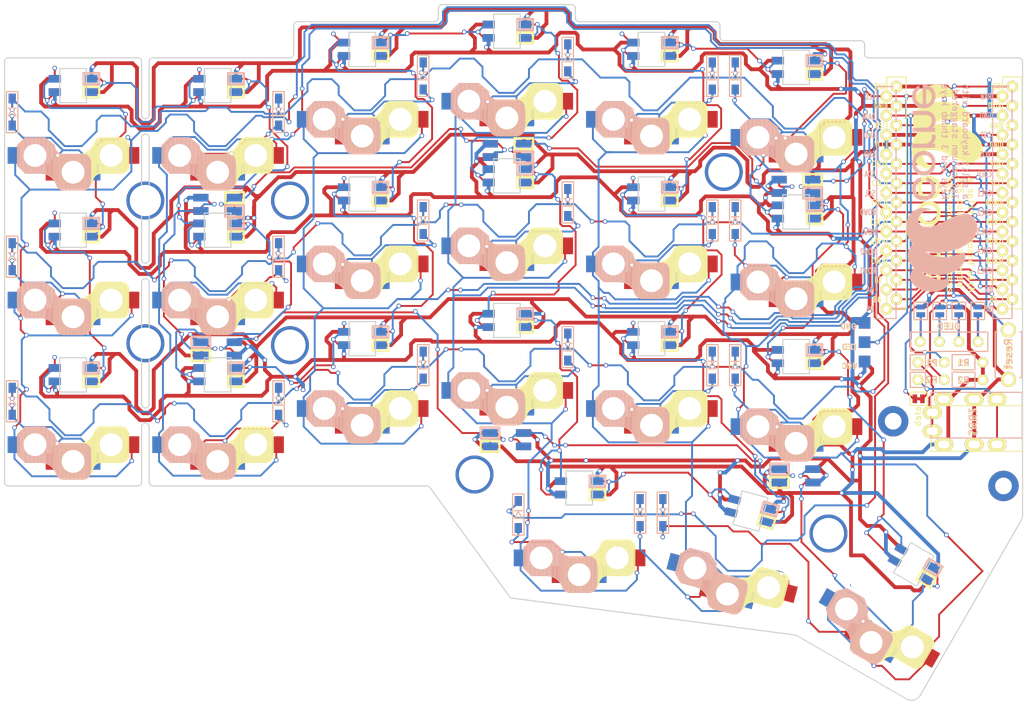
<source format=kicad_pcb>
(kicad_pcb (version 20171130) (host pcbnew 5.99.0+really5.1.10+dfsg1-1)
  (title_block (title "Corne Chocolate") (date 2018-11-17) (rev 2.1) (company foostan))
  (layers (0 F.Cu signal) (31 B.Cu signal) (34 B.Paste user) (35 F.Paste user) (36 B.SilkS user hide) (37 F.SilkS user hide) (38 B.Mask user) (39 F.Mask user hide) (44 Edge.Cuts user))
  (net 0 "")
  (net 1 row0)
  (net 2 "Net-(D1-Pad2)")
  (net 3 row1)
  (net 4 "Net-(D2-Pad2)")
  (net 5 row2)
  (net 6 "Net-(D3-Pad2)")
  (net 7 row3)
  (net 8 "Net-(D4-Pad2)")
  (net 9 "Net-(D5-Pad2)")
  (net 10 "Net-(D6-Pad2)")
  (net 11 "Net-(D7-Pad2)")
  (net 12 "Net-(D8-Pad2)")
  (net 13 "Net-(D9-Pad2)")
  (net 14 "Net-(D10-Pad2)")
  (net 15 "Net-(D11-Pad2)")
  (net 16 "Net-(D12-Pad2)")
  (net 17 "Net-(D13-Pad2)")
  (net 18 "Net-(D14-Pad2)")
  (net 19 "Net-(D15-Pad2)")
  (net 20 "Net-(D16-Pad2)")
  (net 21 "Net-(D17-Pad2)")
  (net 22 "Net-(D18-Pad2)")
  (net 23 "Net-(D19-Pad2)")
  (net 24 "Net-(D20-Pad2)")
  (net 25 "Net-(D21-Pad2)")
  (net 26 GND)
  (net 27 VCC)
  (net 28 col0)
  (net 29 col1)
  (net 30 col2)
  (net 31 col3)
  (net 32 col4)
  (net 33 col5)
  (net 34 LED)
  (net 35 data)
  (net 36 "Net-(L1-Pad3)")
  (net 37 "Net-(L1-Pad1)")
  (net 38 "Net-(L3-Pad3)")
  (net 39 "Net-(L10-Pad1)")
  (net 40 "Net-(L11-Pad1)")
  (net 41 "Net-(L13-Pad1)")
  (net 42 "Net-(L14-Pad3)")
  (net 43 "Net-(L10-Pad3)")
  (net 44 "Net-(L12-Pad1)")
  (net 45 "Net-(L13-Pad3)")
  (net 46 "Net-(L15-Pad3)")
  (net 47 "Net-(L16-Pad3)")
  (net 48 reset)
  (net 49 SCL)
  (net 50 SDA)
  (net 51 "Net-(L5-Pad3)")
  (net 52 "Net-(U1-Pad14)")
  (net 53 "Net-(U1-Pad13)")
  (net 54 "Net-(U1-Pad12)")
  (net 55 "Net-(U1-Pad11)")
  (net 56 "Net-(J2-Pad1)")
  (net 57 "Net-(J2-Pad2)")
  (net 58 "Net-(J2-Pad3)")
  (net 59 "Net-(J2-Pad4)")
  (net 60 "Net-(L2-Pad3)")
  (net 61 "Net-(L3-Pad1)")
  (net 62 "Net-(L11-Pad3)")
  (net 63 "Net-(L14-Pad1)")
  (net 64 "Net-(L12-Pad3)")
  (net 65 "Net-(L17-Pad1)")
  (net 66 "Net-(L18-Pad3)")
  (net 67 "Net-(L19-Pad3)")
  (net 68 "Net-(J1-PadA)")
  (net 69 "Net-(J1-PadB)")
  (net 70 "Net-(U1-Pad24)")
  (net 71 "Net-(L21-Pad3)")
  (net 72 "Net-(L22-Pad3)")
  (net 73 "Net-(L22-Pad1)")
  (net 74 "Net-(L23-Pad3)")
  (net 75 "Net-(L25-Pad1)")
  (net 76 "Net-(L26-Pad1)")
  (module kbd:Choc_Hotswap_1.5u (layer F.Cu) (at 177.8 139.7 150)
    (fp_text reference SW21 hide)
    (fp_text value SW_PUSH hide)
    (pad "" np_thru_hole circle (at -5.5 0 60) (size 1.8 1.8) (drill 1.8) (layers *.Cu *.Mask))
    (pad "" np_thru_hole circle (at 5.5 0 60) (size 1.8 1.8) (drill 1.8) (layers *.Cu *.Mask))
    (pad "" np_thru_hole circle (at 0 0 60) (size 3.4 3.4) (drill 3.4) (layers *.Cu *.Mask))
    (pad "" np_thru_hole circle (at 0 -5.9 60) (size 3 3) (drill 3) (layers *.Cu *.Mask))
    (pad "" np_thru_hole circle (at 5 -3.7 60) (size 3 3) (drill 3) (layers *.Cu *.Mask))
    (pad 2 smd rect (at -2.8 -5.9 150) (size 1.6 2.2) (layers B.Cu B.Paste B.Mask) (net 25 "Net-(D21-Pad2)"))
    (pad 1 smd rect (at 7.8 -3.7 150) (size 1.6 2.2) (layers B.Cu B.Paste B.Mask) (net 33 col5))
    (pad 1 smd rect (at -7.8 -3.7 150) (size 1.6 2.2) (layers F.Cu F.Paste F.Mask) (net 33 col5))
    (pad 2 smd rect (at 2.8 -5.9 150) (size 1.6 2.2) (layers F.Cu F.Paste F.Mask) (net 25 "Net-(D21-Pad2)"))
    (pad "" np_thru_hole circle (at -5 -3.7 240) (size 3 3) (drill 3) (layers *.Cu *.Mask))
    (pad "" np_thru_hole circle (at 5.22 4.2 150) (size 1 1) (drill 1) (layers *.Cu *.Mask))
    (pad "" np_thru_hole circle (at -5.22 4.2 150) (size 1 1) (drill 1) (layers *.Cu *.Mask))
  )
  (module kbd:Choc_Hotswap (layer F.Cu) (at 70 77.125 180)
    (fp_text reference SW1 hide)
    (fp_text value SW_PUSH hide)
    (pad "" np_thru_hole circle (at -5.5 0 90) (size 1.8 1.8) (drill 1.8) (layers *.Cu *.Mask))
    (pad "" np_thru_hole circle (at 5.5 0 90) (size 1.8 1.8) (drill 1.8) (layers *.Cu *.Mask))
    (pad "" np_thru_hole circle (at 0 0 90) (size 3.4 3.4) (drill 3.4) (layers *.Cu *.Mask))
    (pad "" np_thru_hole circle (at 0 -5.9 90) (size 3 3) (drill 3) (layers *.Cu *.Mask))
    (pad "" np_thru_hole circle (at 5 -3.7 90) (size 3 3) (drill 3) (layers *.Cu *.Mask))
    (pad 2 smd rect (at -2.8 -5.9 180) (size 1.6 2.2) (layers B.Cu B.Paste B.Mask) (net 2 "Net-(D1-Pad2)"))
    (pad 1 smd rect (at 7.8 -3.7 180) (size 1.6 2.2) (layers B.Cu B.Paste B.Mask) (net 28 col0))
    (pad 1 smd rect (at -7.9 -3.7 180) (size 1.6 2.2) (layers F.Cu F.Paste F.Mask) (net 28 col0))
    (pad 2 smd rect (at 2.8 -5.9 180) (size 1.6 2.2) (layers F.Cu F.Paste F.Mask) (net 2 "Net-(D1-Pad2)"))
    (pad "" np_thru_hole circle (at -5 -3.7 270) (size 3 3) (drill 3) (layers *.Cu *.Mask))
    (pad "" np_thru_hole circle (at 5.22 4.2 180) (size 1 1) (drill 1) (layers *.Cu *.Mask))
    (pad "" np_thru_hole circle (at -5.22 4.2 180) (size 1 1) (drill 1) (layers *.Cu *.Mask))
  )
  (module kbd:Choc_Hotswap (layer F.Cu) (at 157.5 132.75 165)
    (fp_text reference SW20 hide)
    (fp_text value SW_PUSH hide)
    (pad "" np_thru_hole circle (at -5.5 0 75) (size 1.8 1.8) (drill 1.8) (layers *.Cu *.Mask))
    (pad "" np_thru_hole circle (at 5.5 0 75) (size 1.8 1.8) (drill 1.8) (layers *.Cu *.Mask))
    (pad "" np_thru_hole circle (at 0 0 75) (size 3.4 3.4) (drill 3.4) (layers *.Cu *.Mask))
    (pad "" np_thru_hole circle (at 0 -5.9 75) (size 3 3) (drill 3) (layers *.Cu *.Mask))
    (pad "" np_thru_hole circle (at 5 -3.7 75) (size 3 3) (drill 3) (layers *.Cu *.Mask))
    (pad 2 smd rect (at -2.8 -5.9 165) (size 1.6 2.2) (layers B.Cu B.Paste B.Mask) (net 24 "Net-(D20-Pad2)"))
    (pad 1 smd rect (at 7.8 -3.7 165) (size 1.6 2.2) (layers B.Cu B.Paste B.Mask) (net 32 col4))
    (pad 1 smd rect (at -7.9 -3.7 165) (size 1.6 2.2) (layers F.Cu F.Paste F.Mask) (net 32 col4))
    (pad 2 smd rect (at 2.8 -5.9 165) (size 1.6 2.2) (layers F.Cu F.Paste F.Mask) (net 24 "Net-(D20-Pad2)"))
    (pad "" np_thru_hole circle (at -5 -3.7 255) (size 3 3) (drill 3) (layers *.Cu *.Mask))
    (pad "" np_thru_hole circle (at 5.22 4.2 165) (size 1 1) (drill 1) (layers *.Cu *.Mask))
    (pad "" np_thru_hole circle (at -5.22 4.2 165) (size 1 1) (drill 1) (layers *.Cu *.Mask))
  )
  (module kbd:Choc_Hotswap (layer F.Cu) (at 146 91.375 180)
    (fp_text reference SW11 hide)
    (fp_text value SW_PUSH hide)
    (pad "" np_thru_hole circle (at -5.5 0 90) (size 1.8 1.8) (drill 1.8) (layers *.Cu *.Mask))
    (pad "" np_thru_hole circle (at 5.5 0 90) (size 1.8 1.8) (drill 1.8) (layers *.Cu *.Mask))
    (pad "" np_thru_hole circle (at 0 0 90) (size 3.4 3.4) (drill 3.4) (layers *.Cu *.Mask))
    (pad "" np_thru_hole circle (at 0 -5.9 90) (size 3 3) (drill 3) (layers *.Cu *.Mask))
    (pad "" np_thru_hole circle (at 5 -3.7 90) (size 3 3) (drill 3) (layers *.Cu *.Mask))
    (pad 2 smd rect (at -2.8 -5.9 180) (size 1.6 2.2) (layers B.Cu B.Paste B.Mask) (net 15 "Net-(D11-Pad2)"))
    (pad 1 smd rect (at 7.8 -3.7 180) (size 1.6 2.2) (layers B.Cu B.Paste B.Mask) (net 32 col4))
    (pad 1 smd rect (at -7.9 -3.7 180) (size 1.6 2.2) (layers F.Cu F.Paste F.Mask) (net 32 col4))
    (pad 2 smd rect (at 2.8 -5.9 180) (size 1.6 2.2) (layers F.Cu F.Paste F.Mask) (net 15 "Net-(D11-Pad2)"))
    (pad "" np_thru_hole circle (at -5 -3.7 270) (size 3 3) (drill 3) (layers *.Cu *.Mask))
    (pad "" np_thru_hole circle (at 5.22 4.2 180) (size 1 1) (drill 1) (layers *.Cu *.Mask))
    (pad "" np_thru_hole circle (at -5.22 4.2 180) (size 1 1) (drill 1) (layers *.Cu *.Mask))
  )
  (module kbd:Choc_Hotswap (layer F.Cu) (at 165 112.75 180)
    (fp_text reference SW18 hide)
    (fp_text value SW_PUSH hide)
    (pad "" np_thru_hole circle (at -5.5 0 90) (size 1.8 1.8) (drill 1.8) (layers *.Cu *.Mask))
    (pad "" np_thru_hole circle (at 5.5 0 90) (size 1.8 1.8) (drill 1.8) (layers *.Cu *.Mask))
    (pad "" np_thru_hole circle (at 0 0 90) (size 3.4 3.4) (drill 3.4) (layers *.Cu *.Mask))
    (pad "" np_thru_hole circle (at 0 -5.9 90) (size 3 3) (drill 3) (layers *.Cu *.Mask))
    (pad "" np_thru_hole circle (at 5 -3.7 90) (size 3 3) (drill 3) (layers *.Cu *.Mask))
    (pad 2 smd rect (at -2.8 -5.9 180) (size 1.6 2.2) (layers B.Cu B.Paste B.Mask) (net 22 "Net-(D18-Pad2)"))
    (pad 1 smd rect (at 7.8 -3.7 180) (size 1.6 2.2) (layers B.Cu B.Paste B.Mask) (net 33 col5))
    (pad 1 smd rect (at -7.9 -3.7 180) (size 1.6 2.2) (layers F.Cu F.Paste F.Mask) (net 33 col5))
    (pad 2 smd rect (at 2.8 -5.9 180) (size 1.6 2.2) (layers F.Cu F.Paste F.Mask) (net 22 "Net-(D18-Pad2)"))
    (pad "" np_thru_hole circle (at -5 -3.7 270) (size 3 3) (drill 3) (layers *.Cu *.Mask))
    (pad "" np_thru_hole circle (at 5.22 4.2 180) (size 1 1) (drill 1) (layers *.Cu *.Mask))
    (pad "" np_thru_hole circle (at -5.22 4.2 180) (size 1 1) (drill 1) (layers *.Cu *.Mask))
  )
  (module kbd:Choc_Hotswap (layer F.Cu) (at 165 93.75 180)
    (fp_text reference SW12 hide)
    (fp_text value SW_PUSH hide)
    (pad "" np_thru_hole circle (at -5.5 0 90) (size 1.8 1.8) (drill 1.8) (layers *.Cu *.Mask))
    (pad "" np_thru_hole circle (at 5.5 0 90) (size 1.8 1.8) (drill 1.8) (layers *.Cu *.Mask))
    (pad "" np_thru_hole circle (at 0 0 90) (size 3.4 3.4) (drill 3.4) (layers *.Cu *.Mask))
    (pad "" np_thru_hole circle (at 0 -5.9 90) (size 3 3) (drill 3) (layers *.Cu *.Mask))
    (pad "" np_thru_hole circle (at 5 -3.7 90) (size 3 3) (drill 3) (layers *.Cu *.Mask))
    (pad 2 smd rect (at -2.8 -5.9 180) (size 1.6 2.2) (layers B.Cu B.Paste B.Mask) (net 16 "Net-(D12-Pad2)"))
    (pad 1 smd rect (at 7.8 -3.7 180) (size 1.6 2.2) (layers B.Cu B.Paste B.Mask) (net 33 col5))
    (pad 1 smd rect (at -7.9 -3.7 180) (size 1.6 2.2) (layers F.Cu F.Paste F.Mask) (net 33 col5))
    (pad 2 smd rect (at 2.8 -5.9 180) (size 1.6 2.2) (layers F.Cu F.Paste F.Mask) (net 16 "Net-(D12-Pad2)"))
    (pad "" np_thru_hole circle (at -5 -3.7 270) (size 3 3) (drill 3) (layers *.Cu *.Mask))
    (pad "" np_thru_hole circle (at 5.22 4.2 180) (size 1 1) (drill 1) (layers *.Cu *.Mask))
    (pad "" np_thru_hole circle (at -5.22 4.2 180) (size 1 1) (drill 1) (layers *.Cu *.Mask))
  )
  (module kbd:Choc_Hotswap (layer F.Cu) (at 165 74.75 180)
    (fp_text reference SW6 hide)
    (fp_text value SW_PUSH hide)
    (pad "" np_thru_hole circle (at -5.5 0 90) (size 1.8 1.8) (drill 1.8) (layers *.Cu *.Mask))
    (pad "" np_thru_hole circle (at 5.5 0 90) (size 1.8 1.8) (drill 1.8) (layers *.Cu *.Mask))
    (pad "" np_thru_hole circle (at 0 0 90) (size 3.4 3.4) (drill 3.4) (layers *.Cu *.Mask))
    (pad "" np_thru_hole circle (at 0 -5.9 90) (size 3 3) (drill 3) (layers *.Cu *.Mask))
    (pad "" np_thru_hole circle (at 5 -3.7 90) (size 3 3) (drill 3) (layers *.Cu *.Mask))
    (pad 2 smd rect (at -2.8 -5.9 180) (size 1.6 2.2) (layers B.Cu B.Paste B.Mask) (net 10 "Net-(D6-Pad2)"))
    (pad 1 smd rect (at 7.8 -3.7 180) (size 1.6 2.2) (layers B.Cu B.Paste B.Mask) (net 33 col5))
    (pad 1 smd rect (at -7.9 -3.7 180) (size 1.6 2.2) (layers F.Cu F.Paste F.Mask) (net 33 col5))
    (pad 2 smd rect (at 2.8 -5.9 180) (size 1.6 2.2) (layers F.Cu F.Paste F.Mask) (net 10 "Net-(D6-Pad2)"))
    (pad "" np_thru_hole circle (at -5 -3.7 270) (size 3 3) (drill 3) (layers *.Cu *.Mask))
    (pad "" np_thru_hole circle (at 5.22 4.2 180) (size 1 1) (drill 1) (layers *.Cu *.Mask))
    (pad "" np_thru_hole circle (at -5.22 4.2 180) (size 1 1) (drill 1) (layers *.Cu *.Mask))
  )
  (module kbd:Choc_Hotswap (layer F.Cu) (at 146 72.375 180)
    (fp_text reference SW5 hide)
    (fp_text value SW_PUSH hide)
    (pad "" np_thru_hole circle (at -5.5 0 90) (size 1.8 1.8) (drill 1.8) (layers *.Cu *.Mask))
    (pad "" np_thru_hole circle (at 5.5 0 90) (size 1.8 1.8) (drill 1.8) (layers *.Cu *.Mask))
    (pad "" np_thru_hole circle (at 0 0 90) (size 3.4 3.4) (drill 3.4) (layers *.Cu *.Mask))
    (pad "" np_thru_hole circle (at 0 -5.9 90) (size 3 3) (drill 3) (layers *.Cu *.Mask))
    (pad "" np_thru_hole circle (at 5 -3.7 90) (size 3 3) (drill 3) (layers *.Cu *.Mask))
    (pad 2 smd rect (at -2.8 -5.9 180) (size 1.6 2.2) (layers B.Cu B.Paste B.Mask) (net 9 "Net-(D5-Pad2)"))
    (pad 1 smd rect (at 7.8 -3.7 180) (size 1.6 2.2) (layers B.Cu B.Paste B.Mask) (net 32 col4))
    (pad 1 smd rect (at -7.9 -3.7 180) (size 1.6 2.2) (layers F.Cu F.Paste F.Mask) (net 32 col4))
    (pad 2 smd rect (at 2.8 -5.9 180) (size 1.6 2.2) (layers F.Cu F.Paste F.Mask) (net 9 "Net-(D5-Pad2)"))
    (pad "" np_thru_hole circle (at -5 -3.7 270) (size 3 3) (drill 3) (layers *.Cu *.Mask))
    (pad "" np_thru_hole circle (at 5.22 4.2 180) (size 1 1) (drill 1) (layers *.Cu *.Mask))
    (pad "" np_thru_hole circle (at -5.22 4.2 180) (size 1 1) (drill 1) (layers *.Cu *.Mask))
  )
  (module kbd:Choc_Hotswap (layer F.Cu) (at 108 110.375 180)
    (fp_text reference SW15 hide)
    (fp_text value SW_PUSH hide)
    (pad "" np_thru_hole circle (at -5.5 0 90) (size 1.8 1.8) (drill 1.8) (layers *.Cu *.Mask))
    (pad "" np_thru_hole circle (at 5.5 0 90) (size 1.8 1.8) (drill 1.8) (layers *.Cu *.Mask))
    (pad "" np_thru_hole circle (at 0 0 90) (size 3.4 3.4) (drill 3.4) (layers *.Cu *.Mask))
    (pad "" np_thru_hole circle (at 0 -5.9 90) (size 3 3) (drill 3) (layers *.Cu *.Mask))
    (pad "" np_thru_hole circle (at 5 -3.7 90) (size 3 3) (drill 3) (layers *.Cu *.Mask))
    (pad 2 smd rect (at -2.8 -5.9 180) (size 1.6 2.2) (layers B.Cu B.Paste B.Mask) (net 19 "Net-(D15-Pad2)"))
    (pad 1 smd rect (at 7.8 -3.7 180) (size 1.6 2.2) (layers B.Cu B.Paste B.Mask) (net 30 col2))
    (pad 1 smd rect (at -7.9 -3.7 180) (size 1.6 2.2) (layers F.Cu F.Paste F.Mask) (net 30 col2))
    (pad 2 smd rect (at 2.8 -5.9 180) (size 1.6 2.2) (layers F.Cu F.Paste F.Mask) (net 19 "Net-(D15-Pad2)"))
    (pad "" np_thru_hole circle (at -5 -3.7 270) (size 3 3) (drill 3) (layers *.Cu *.Mask))
    (pad "" np_thru_hole circle (at 5.22 4.2 180) (size 1 1) (drill 1) (layers *.Cu *.Mask))
    (pad "" np_thru_hole circle (at -5.22 4.2 180) (size 1 1) (drill 1) (layers *.Cu *.Mask))
  )
  (module kbd:Choc_Hotswap (layer F.Cu) (at 127 89 180)
    (fp_text reference SW10 hide)
    (fp_text value SW_PUSH hide)
    (pad "" np_thru_hole circle (at -5.5 0 90) (size 1.8 1.8) (drill 1.8) (layers *.Cu *.Mask))
    (pad "" np_thru_hole circle (at 5.5 0 90) (size 1.8 1.8) (drill 1.8) (layers *.Cu *.Mask))
    (pad "" np_thru_hole circle (at 0 0 90) (size 3.4 3.4) (drill 3.4) (layers *.Cu *.Mask))
    (pad "" np_thru_hole circle (at 0 -5.9 90) (size 3 3) (drill 3) (layers *.Cu *.Mask))
    (pad "" np_thru_hole circle (at 5 -3.7 90) (size 3 3) (drill 3) (layers *.Cu *.Mask))
    (pad 2 smd rect (at -2.8 -5.9 180) (size 1.6 2.2) (layers B.Cu B.Paste B.Mask) (net 14 "Net-(D10-Pad2)"))
    (pad 1 smd rect (at 7.8 -3.7 180) (size 1.6 2.2) (layers B.Cu B.Paste B.Mask) (net 31 col3))
    (pad 1 smd rect (at -7.9 -3.7 180) (size 1.6 2.2) (layers F.Cu F.Paste F.Mask) (net 31 col3))
    (pad 2 smd rect (at 2.8 -5.9 180) (size 1.6 2.2) (layers F.Cu F.Paste F.Mask) (net 14 "Net-(D10-Pad2)"))
    (pad "" np_thru_hole circle (at -5 -3.7 270) (size 3 3) (drill 3) (layers *.Cu *.Mask))
    (pad "" np_thru_hole circle (at 5.22 4.2 180) (size 1 1) (drill 1) (layers *.Cu *.Mask))
    (pad "" np_thru_hole circle (at -5.22 4.2 180) (size 1 1) (drill 1) (layers *.Cu *.Mask))
  )
  (module kbd:Choc_Hotswap (layer F.Cu) (at 108 72.375 180)
    (fp_text reference SW3 hide)
    (fp_text value SW_PUSH hide)
    (pad "" np_thru_hole circle (at -5.5 0 90) (size 1.8 1.8) (drill 1.8) (layers *.Cu *.Mask))
    (pad "" np_thru_hole circle (at 5.5 0 90) (size 1.8 1.8) (drill 1.8) (layers *.Cu *.Mask))
    (pad "" np_thru_hole circle (at 0 0 90) (size 3.4 3.4) (drill 3.4) (layers *.Cu *.Mask))
    (pad "" np_thru_hole circle (at 0 -5.9 90) (size 3 3) (drill 3) (layers *.Cu *.Mask))
    (pad "" np_thru_hole circle (at 5 -3.7 90) (size 3 3) (drill 3) (layers *.Cu *.Mask))
    (pad 2 smd rect (at -2.8 -5.9 180) (size 1.6 2.2) (layers B.Cu B.Paste B.Mask) (net 6 "Net-(D3-Pad2)"))
    (pad 1 smd rect (at 7.8 -3.7 180) (size 1.6 2.2) (layers B.Cu B.Paste B.Mask) (net 30 col2))
    (pad 1 smd rect (at -7.9 -3.7 180) (size 1.6 2.2) (layers F.Cu F.Paste F.Mask) (net 30 col2))
    (pad 2 smd rect (at 2.8 -5.9 180) (size 1.6 2.2) (layers F.Cu F.Paste F.Mask) (net 6 "Net-(D3-Pad2)"))
    (pad "" np_thru_hole circle (at -5 -3.7 270) (size 3 3) (drill 3) (layers *.Cu *.Mask))
    (pad "" np_thru_hole circle (at 5.22 4.2 180) (size 1 1) (drill 1) (layers *.Cu *.Mask))
    (pad "" np_thru_hole circle (at -5.22 4.2 180) (size 1 1) (drill 1) (layers *.Cu *.Mask))
  )
  (module kbd:Choc_Hotswap (layer F.Cu) (at 89 115.125 180)
    (fp_text reference SW14 hide)
    (fp_text value SW_PUSH hide)
    (pad "" np_thru_hole circle (at -5.5 0 90) (size 1.8 1.8) (drill 1.8) (layers *.Cu *.Mask))
    (pad "" np_thru_hole circle (at 5.5 0 90) (size 1.8 1.8) (drill 1.8) (layers *.Cu *.Mask))
    (pad "" np_thru_hole circle (at 0 0 90) (size 3.4 3.4) (drill 3.4) (layers *.Cu *.Mask))
    (pad "" np_thru_hole circle (at 0 -5.9 90) (size 3 3) (drill 3) (layers *.Cu *.Mask))
    (pad "" np_thru_hole circle (at 5 -3.7 90) (size 3 3) (drill 3) (layers *.Cu *.Mask))
    (pad 2 smd rect (at -2.8 -5.9 180) (size 1.6 2.2) (layers B.Cu B.Paste B.Mask) (net 18 "Net-(D14-Pad2)"))
    (pad 1 smd rect (at 7.8 -3.7 180) (size 1.6 2.2) (layers B.Cu B.Paste B.Mask) (net 29 col1))
    (pad 1 smd rect (at -7.9 -3.7 180) (size 1.6 2.2) (layers F.Cu F.Paste F.Mask) (net 29 col1))
    (pad 2 smd rect (at 2.8 -5.9 180) (size 1.6 2.2) (layers F.Cu F.Paste F.Mask) (net 18 "Net-(D14-Pad2)"))
    (pad "" np_thru_hole circle (at -5 -3.7 270) (size 3 3) (drill 3) (layers *.Cu *.Mask))
    (pad "" np_thru_hole circle (at 5.22 4.2 180) (size 1 1) (drill 1) (layers *.Cu *.Mask))
    (pad "" np_thru_hole circle (at -5.22 4.2 180) (size 1 1) (drill 1) (layers *.Cu *.Mask))
  )
  (module kbd:Choc_Hotswap (layer F.Cu) (at 89 77.125 180)
    (fp_text reference SW2 hide)
    (fp_text value SW_PUSH hide)
    (pad "" np_thru_hole circle (at -5.5 0 90) (size 1.8 1.8) (drill 1.8) (layers *.Cu *.Mask))
    (pad "" np_thru_hole circle (at 5.5 0 90) (size 1.8 1.8) (drill 1.8) (layers *.Cu *.Mask))
    (pad "" np_thru_hole circle (at 0 0 90) (size 3.4 3.4) (drill 3.4) (layers *.Cu *.Mask))
    (pad "" np_thru_hole circle (at 0 -5.9 90) (size 3 3) (drill 3) (layers *.Cu *.Mask))
    (pad "" np_thru_hole circle (at 5 -3.7 90) (size 3 3) (drill 3) (layers *.Cu *.Mask))
    (pad 2 smd rect (at -2.8 -5.9 180) (size 1.6 2.2) (layers B.Cu B.Paste B.Mask) (net 4 "Net-(D2-Pad2)"))
    (pad 1 smd rect (at 7.8 -3.7 180) (size 1.6 2.2) (layers B.Cu B.Paste B.Mask) (net 29 col1))
    (pad 1 smd rect (at -7.9 -3.7 180) (size 1.6 2.2) (layers F.Cu F.Paste F.Mask) (net 29 col1))
    (pad 2 smd rect (at 2.8 -5.9 180) (size 1.6 2.2) (layers F.Cu F.Paste F.Mask) (net 4 "Net-(D2-Pad2)"))
    (pad "" np_thru_hole circle (at -5 -3.7 270) (size 3 3) (drill 3) (layers *.Cu *.Mask))
    (pad "" np_thru_hole circle (at 5.22 4.2 180) (size 1 1) (drill 1) (layers *.Cu *.Mask))
    (pad "" np_thru_hole circle (at -5.22 4.2 180) (size 1 1) (drill 1) (layers *.Cu *.Mask))
  )
  (module kbd:Choc_Hotswap (layer F.Cu) (at 146 110.375 180)
    (fp_text reference SW17 hide)
    (fp_text value SW_PUSH hide)
    (pad "" np_thru_hole circle (at -5.5 0 90) (size 1.8 1.8) (drill 1.8) (layers *.Cu *.Mask))
    (pad "" np_thru_hole circle (at 5.5 0 90) (size 1.8 1.8) (drill 1.8) (layers *.Cu *.Mask))
    (pad "" np_thru_hole circle (at 0 0 90) (size 3.4 3.4) (drill 3.4) (layers *.Cu *.Mask))
    (pad "" np_thru_hole circle (at 0 -5.9 90) (size 3 3) (drill 3) (layers *.Cu *.Mask))
    (pad "" np_thru_hole circle (at 5 -3.7 90) (size 3 3) (drill 3) (layers *.Cu *.Mask))
    (pad 2 smd rect (at -2.8 -5.9 180) (size 1.6 2.2) (layers B.Cu B.Paste B.Mask) (net 21 "Net-(D17-Pad2)"))
    (pad 1 smd rect (at 7.8 -3.7 180) (size 1.6 2.2) (layers B.Cu B.Paste B.Mask) (net 32 col4))
    (pad 1 smd rect (at -7.9 -3.7 180) (size 1.6 2.2) (layers F.Cu F.Paste F.Mask) (net 32 col4))
    (pad 2 smd rect (at 2.8 -5.9 180) (size 1.6 2.2) (layers F.Cu F.Paste F.Mask) (net 21 "Net-(D17-Pad2)"))
    (pad "" np_thru_hole circle (at -5 -3.7 270) (size 3 3) (drill 3) (layers *.Cu *.Mask))
    (pad "" np_thru_hole circle (at 5.22 4.2 180) (size 1 1) (drill 1) (layers *.Cu *.Mask))
    (pad "" np_thru_hole circle (at -5.22 4.2 180) (size 1 1) (drill 1) (layers *.Cu *.Mask))
  )
  (module kbd:Choc_Hotswap (layer F.Cu) (at 127 70 180)
    (fp_text reference SW4 hide)
    (fp_text value SW_PUSH hide)
    (pad "" np_thru_hole circle (at -5.5 0 90) (size 1.8 1.8) (drill 1.8) (layers *.Cu *.Mask))
    (pad "" np_thru_hole circle (at 5.5 0 90) (size 1.8 1.8) (drill 1.8) (layers *.Cu *.Mask))
    (pad "" np_thru_hole circle (at 0 0 90) (size 3.4 3.4) (drill 3.4) (layers *.Cu *.Mask))
    (pad "" np_thru_hole circle (at 0 -5.9 90) (size 3 3) (drill 3) (layers *.Cu *.Mask))
    (pad "" np_thru_hole circle (at 5 -3.7 90) (size 3 3) (drill 3) (layers *.Cu *.Mask))
    (pad 2 smd rect (at -2.8 -5.9 180) (size 1.6 2.2) (layers B.Cu B.Paste B.Mask) (net 8 "Net-(D4-Pad2)"))
    (pad 1 smd rect (at 7.8 -3.7 180) (size 1.6 2.2) (layers B.Cu B.Paste B.Mask) (net 31 col3))
    (pad 1 smd rect (at -7.9 -3.7 180) (size 1.6 2.2) (layers F.Cu F.Paste F.Mask) (net 31 col3))
    (pad 2 smd rect (at 2.8 -5.9 180) (size 1.6 2.2) (layers F.Cu F.Paste F.Mask) (net 8 "Net-(D4-Pad2)"))
    (pad "" np_thru_hole circle (at -5 -3.7 270) (size 3 3) (drill 3) (layers *.Cu *.Mask))
    (pad "" np_thru_hole circle (at 5.22 4.2 180) (size 1 1) (drill 1) (layers *.Cu *.Mask))
    (pad "" np_thru_hole circle (at -5.22 4.2 180) (size 1 1) (drill 1) (layers *.Cu *.Mask))
  )
  (module kbd:Choc_Hotswap (layer F.Cu) (at 127 108 180)
    (fp_text reference SW16 hide)
    (fp_text value SW_PUSH hide)
    (pad "" np_thru_hole circle (at -5.5 0 90) (size 1.8 1.8) (drill 1.8) (layers *.Cu *.Mask))
    (pad "" np_thru_hole circle (at 5.5 0 90) (size 1.8 1.8) (drill 1.8) (layers *.Cu *.Mask))
    (pad "" np_thru_hole circle (at 0 0 90) (size 3.4 3.4) (drill 3.4) (layers *.Cu *.Mask))
    (pad "" np_thru_hole circle (at 0 -5.9 90) (size 3 3) (drill 3) (layers *.Cu *.Mask))
    (pad "" np_thru_hole circle (at 5 -3.7 90) (size 3 3) (drill 3) (layers *.Cu *.Mask))
    (pad 2 smd rect (at -2.8 -5.9 180) (size 1.6 2.2) (layers B.Cu B.Paste B.Mask) (net 20 "Net-(D16-Pad2)"))
    (pad 1 smd rect (at 7.8 -3.7 180) (size 1.6 2.2) (layers B.Cu B.Paste B.Mask) (net 31 col3))
    (pad 1 smd rect (at -7.9 -3.7 180) (size 1.6 2.2) (layers F.Cu F.Paste F.Mask) (net 31 col3))
    (pad 2 smd rect (at 2.8 -5.9 180) (size 1.6 2.2) (layers F.Cu F.Paste F.Mask) (net 20 "Net-(D16-Pad2)"))
    (pad "" np_thru_hole circle (at -5 -3.7 270) (size 3 3) (drill 3) (layers *.Cu *.Mask))
    (pad "" np_thru_hole circle (at 5.22 4.2 180) (size 1 1) (drill 1) (layers *.Cu *.Mask))
    (pad "" np_thru_hole circle (at -5.22 4.2 180) (size 1 1) (drill 1) (layers *.Cu *.Mask))
  )
  (module kbd:Choc_Hotswap (layer F.Cu) (at 136.5 130 180)
    (fp_text reference SW19 hide)
    (fp_text value SW_PUSH hide)
    (pad "" np_thru_hole circle (at -5.5 0 90) (size 1.8 1.8) (drill 1.8) (layers *.Cu *.Mask))
    (pad "" np_thru_hole circle (at 5.5 0 90) (size 1.8 1.8) (drill 1.8) (layers *.Cu *.Mask))
    (pad "" np_thru_hole circle (at 0 0 90) (size 3.4 3.4) (drill 3.4) (layers *.Cu *.Mask))
    (pad "" np_thru_hole circle (at 0 -5.9 90) (size 3 3) (drill 3) (layers *.Cu *.Mask))
    (pad "" np_thru_hole circle (at 5 -3.7 90) (size 3 3) (drill 3) (layers *.Cu *.Mask))
    (pad 2 smd rect (at -2.8 -5.9 180) (size 1.6 2.2) (layers B.Cu B.Paste B.Mask) (net 23 "Net-(D19-Pad2)"))
    (pad 1 smd rect (at 7.8 -3.7 180) (size 1.6 2.2) (layers B.Cu B.Paste B.Mask) (net 31 col3))
    (pad 1 smd rect (at -7.9 -3.7 180) (size 1.6 2.2) (layers F.Cu F.Paste F.Mask) (net 31 col3))
    (pad 2 smd rect (at 2.8 -5.9 180) (size 1.6 2.2) (layers F.Cu F.Paste F.Mask) (net 23 "Net-(D19-Pad2)"))
    (pad "" np_thru_hole circle (at -5 -3.7 270) (size 3 3) (drill 3) (layers *.Cu *.Mask))
    (pad "" np_thru_hole circle (at 5.22 4.2 180) (size 1 1) (drill 1) (layers *.Cu *.Mask))
    (pad "" np_thru_hole circle (at -5.22 4.2 180) (size 1 1) (drill 1) (layers *.Cu *.Mask))
  )
  (module kbd:Choc_Hotswap (layer F.Cu) (at 70 115.125 180)
    (fp_text reference SW13 hide)
    (fp_text value SW_PUSH hide)
    (pad "" np_thru_hole circle (at -5.5 0 90) (size 1.8 1.8) (drill 1.8) (layers *.Cu *.Mask))
    (pad "" np_thru_hole circle (at 5.5 0 90) (size 1.8 1.8) (drill 1.8) (layers *.Cu *.Mask))
    (pad "" np_thru_hole circle (at 0 0 90) (size 3.4 3.4) (drill 3.4) (layers *.Cu *.Mask))
    (pad "" np_thru_hole circle (at 0 -5.9 90) (size 3 3) (drill 3) (layers *.Cu *.Mask))
    (pad "" np_thru_hole circle (at 5 -3.7 90) (size 3 3) (drill 3) (layers *.Cu *.Mask))
    (pad 2 smd rect (at -2.8 -5.9 180) (size 1.6 2.2) (layers B.Cu B.Paste B.Mask) (net 17 "Net-(D13-Pad2)"))
    (pad 1 smd rect (at 7.8 -3.7 180) (size 1.6 2.2) (layers B.Cu B.Paste B.Mask) (net 28 col0))
    (pad 1 smd rect (at -7.9 -3.7 180) (size 1.6 2.2) (layers F.Cu F.Paste F.Mask) (net 28 col0))
    (pad 2 smd rect (at 2.8 -5.9 180) (size 1.6 2.2) (layers F.Cu F.Paste F.Mask) (net 17 "Net-(D13-Pad2)"))
    (pad "" np_thru_hole circle (at -5 -3.7 270) (size 3 3) (drill 3) (layers *.Cu *.Mask))
    (pad "" np_thru_hole circle (at 5.22 4.2 180) (size 1 1) (drill 1) (layers *.Cu *.Mask))
    (pad "" np_thru_hole circle (at -5.22 4.2 180) (size 1 1) (drill 1) (layers *.Cu *.Mask))
  )
  (module kbd:Choc_Hotswap (layer F.Cu) (at 108 91.375 180)
    (fp_text reference SW9 hide)
    (fp_text value SW_PUSH hide)
    (pad "" np_thru_hole circle (at -5.5 0 90) (size 1.8 1.8) (drill 1.8) (layers *.Cu *.Mask))
    (pad "" np_thru_hole circle (at 5.5 0 90) (size 1.8 1.8) (drill 1.8) (layers *.Cu *.Mask))
    (pad "" np_thru_hole circle (at 0 0 90) (size 3.4 3.4) (drill 3.4) (layers *.Cu *.Mask))
    (pad "" np_thru_hole circle (at 0 -5.9 90) (size 3 3) (drill 3) (layers *.Cu *.Mask))
    (pad "" np_thru_hole circle (at 5 -3.7 90) (size 3 3) (drill 3) (layers *.Cu *.Mask))
    (pad 2 smd rect (at -2.8 -5.9 180) (size 1.6 2.2) (layers B.Cu B.Paste B.Mask) (net 13 "Net-(D9-Pad2)"))
    (pad 1 smd rect (at 7.8 -3.7 180) (size 1.6 2.2) (layers B.Cu B.Paste B.Mask) (net 30 col2))
    (pad 1 smd rect (at -7.9 -3.7 180) (size 1.6 2.2) (layers F.Cu F.Paste F.Mask) (net 30 col2))
    (pad 2 smd rect (at 2.8 -5.9 180) (size 1.6 2.2) (layers F.Cu F.Paste F.Mask) (net 13 "Net-(D9-Pad2)"))
    (pad "" np_thru_hole circle (at -5 -3.7 270) (size 3 3) (drill 3) (layers *.Cu *.Mask))
    (pad "" np_thru_hole circle (at 5.22 4.2 180) (size 1 1) (drill 1) (layers *.Cu *.Mask))
    (pad "" np_thru_hole circle (at -5.22 4.2 180) (size 1 1) (drill 1) (layers *.Cu *.Mask))
  )
  (module kbd:Choc_Hotswap (layer F.Cu) (at 89 96.125 180)
    (fp_text reference SW8 hide)
    (fp_text value SW_PUSH hide)
    (pad "" np_thru_hole circle (at -5.5 0 90) (size 1.8 1.8) (drill 1.8) (layers *.Cu *.Mask))
    (pad "" np_thru_hole circle (at 5.5 0 90) (size 1.8 1.8) (drill 1.8) (layers *.Cu *.Mask))
    (pad "" np_thru_hole circle (at 0 0 90) (size 3.4 3.4) (drill 3.4) (layers *.Cu *.Mask))
    (pad "" np_thru_hole circle (at 0 -5.9 90) (size 3 3) (drill 3) (layers *.Cu *.Mask))
    (pad "" np_thru_hole circle (at 5 -3.7 90) (size 3 3) (drill 3) (layers *.Cu *.Mask))
    (pad 2 smd rect (at -2.8 -5.9 180) (size 1.6 2.2) (layers B.Cu B.Paste B.Mask) (net 12 "Net-(D8-Pad2)"))
    (pad 1 smd rect (at 7.8 -3.7 180) (size 1.6 2.2) (layers B.Cu B.Paste B.Mask) (net 29 col1))
    (pad 1 smd rect (at -7.9 -3.7 180) (size 1.6 2.2) (layers F.Cu F.Paste F.Mask) (net 29 col1))
    (pad 2 smd rect (at 2.8 -5.9 180) (size 1.6 2.2) (layers F.Cu F.Paste F.Mask) (net 12 "Net-(D8-Pad2)"))
    (pad "" np_thru_hole circle (at -5 -3.7 270) (size 3 3) (drill 3) (layers *.Cu *.Mask))
    (pad "" np_thru_hole circle (at 5.22 4.2 180) (size 1 1) (drill 1) (layers *.Cu *.Mask))
    (pad "" np_thru_hole circle (at -5.22 4.2 180) (size 1 1) (drill 1) (layers *.Cu *.Mask))
  )
  (module kbd:Choc_Hotswap (layer F.Cu) (at 70 96.125 180)
    (fp_text reference SW7 hide)
    (fp_text value SW_PUSH hide)
    (pad "" np_thru_hole circle (at -5.5 0 90) (size 1.8 1.8) (drill 1.8) (layers *.Cu *.Mask))
    (pad "" np_thru_hole circle (at 5.5 0 90) (size 1.8 1.8) (drill 1.8) (layers *.Cu *.Mask))
    (pad "" np_thru_hole circle (at 0 0 90) (size 3.4 3.4) (drill 3.4) (layers *.Cu *.Mask))
    (pad "" np_thru_hole circle (at 0 -5.9 90) (size 3 3) (drill 3) (layers *.Cu *.Mask))
    (pad "" np_thru_hole circle (at 5 -3.7 90) (size 3 3) (drill 3) (layers *.Cu *.Mask))
    (pad 2 smd rect (at -2.8 -5.9 180) (size 1.6 2.2) (layers B.Cu B.Paste B.Mask) (net 11 "Net-(D7-Pad2)"))
    (pad 1 smd rect (at 7.8 -3.7 180) (size 1.6 2.2) (layers B.Cu B.Paste B.Mask) (net 28 col0))
    (pad 1 smd rect (at -7.9 -3.7 180) (size 1.6 2.2) (layers F.Cu F.Paste F.Mask) (net 28 col0))
    (pad 2 smd rect (at 2.8 -5.9 180) (size 1.6 2.2) (layers F.Cu F.Paste F.Mask) (net 11 "Net-(D7-Pad2)"))
    (pad "" np_thru_hole circle (at -5 -3.7 270) (size 3 3) (drill 3) (layers *.Cu *.Mask))
    (pad "" np_thru_hole circle (at 5.22 4.2 180) (size 1 1) (drill 1) (layers *.Cu *.Mask))
    (pad "" np_thru_hole circle (at -5.22 4.2 180) (size 1 1) (drill 1) (layers *.Cu *.Mask))
  )
  (module kbd:MJ-4PP-9 (layer F.Cu) (at 194.7 116.7 270)
    (fp_text reference TRRS (at -0.889 6.4135 270) (layer F.SilkS))
    (fp_text value MJ-4PP-9 hide)
    (fp_text user TRRS (at -0.8255 6.4135 270) (layer B.SilkS) (effects (justify mirror)))
    (pad "" np_thru_hole circle (at -1.75 8.5 270) (size 1.2 1.2) (drill 1.2) (layers *.Cu *.Mask F.SilkS))
    (pad "" np_thru_hole circle (at -1.75 1.5 270) (size 1.2 1.2) (drill 1.2) (layers *.Cu *.Mask F.SilkS))
    (pad D thru_hole oval (at -3.85 10.3 270) (size 1.7 2.5) (drill oval 1 1.5) (layers *.Cu *.Mask F.SilkS) (net 27 VCC) (clearance 0.15))
    (pad A thru_hole oval (at 0.35 11.8 270) (size 1.7 2.5) (drill oval 1 1.5) (layers *.Cu *.Mask F.SilkS) (net 68 "Net-(J1-PadA)") (clearance 0.15))
    (pad B thru_hole oval (at -3.85 3.3 270) (size 1.7 2.5) (drill oval 1 1.5) (layers *.Cu *.Mask F.SilkS) (net 69 "Net-(J1-PadB)"))
    (pad C thru_hole oval (at -3.85 6.3 270) (size 1.7 2.5) (drill oval 1 1.5) (layers *.Cu *.Mask F.SilkS) (net 26 GND))
    (pad "" np_thru_hole circle (at 0 1.5 270) (size 1.2 1.2) (drill 1.2) (layers *.Cu *.Mask F.SilkS))
    (pad "" np_thru_hole circle (at 0 8.5 270) (size 1.2 1.2) (drill 1.2) (layers *.Cu *.Mask F.SilkS))
    (pad B thru_hole oval (at 2.1 3.3 270) (size 1.7 2.5) (drill oval 1 1.5) (layers *.Cu *.Mask F.SilkS) (net 69 "Net-(J1-PadB)"))
    (pad C thru_hole oval (at 2.1 6.3 270) (size 1.7 2.5) (drill oval 1 1.5) (layers *.Cu *.Mask F.SilkS) (net 26 GND))
    (pad D thru_hole oval (at 2.1 10.3 270) (size 1.7 2.5) (drill oval 1 1.5) (layers *.Cu *.Mask F.SilkS) (net 27 VCC) (clearance 0.15))
    (pad A thru_hole oval (at -2.1 11.8 270) (size 1.7 2.5) (drill oval 1 1.5) (layers *.Cu *.Mask F.SilkS) (net 68 "Net-(J1-PadA)") (clearance 0.15))
  )
  (module kbd:SK6812MINI_underglow_rev (layer F.Cu) (at 165.01 122.92 180)
    (fp_text reference L27 hide)
    (fp_text value SK6812MINI hide)
    (pad 4 smd rect (at 2.2 -0.875 180) (size 2 1) (layers F.Cu F.Paste F.Mask) (net 27 VCC))
    (pad 3 smd rect (at 2.2 0.875 180) (size 2 1) (layers F.Cu F.Paste F.Mask) (net 76 "Net-(L26-Pad1)"))
    (pad 1 smd rect (at -2.2 -0.875 180) (size 2 1) (layers F.Cu F.Paste F.Mask) (net 71 "Net-(L21-Pad3)"))
    (pad 2 smd rect (at -2.2 0.875 180) (size 2 1) (layers F.Cu F.Paste F.Mask) (net 26 GND))
    (pad 3 smd rect (at 2.2 -0.875 180) (size 2 1) (layers B.Cu B.Paste B.Mask) (net 76 "Net-(L26-Pad1)"))
    (pad 4 smd rect (at 2.2 0.875 180) (size 2 1) (layers B.Cu B.Paste B.Mask) (net 27 VCC))
    (pad 1 smd rect (at -2.2 0.875 180) (size 2 1) (layers B.Cu B.Paste B.Mask) (net 71 "Net-(L21-Pad3)"))
    (pad 2 smd rect (at -2.2 -0.875 180) (size 2 1) (layers B.Cu B.Paste B.Mask) (net 26 GND))
  )
  (module kbd:SK6812MINI_underglow_rev (layer F.Cu) (at 164.97 84.88)
    (fp_text reference L24 hide)
    (fp_text value SK6812MINI hide)
    (pad 4 smd rect (at 2.2 -0.875) (size 2 1) (layers F.Cu F.Paste F.Mask) (net 27 VCC))
    (pad 3 smd rect (at 2.2 0.875) (size 2 1) (layers F.Cu F.Paste F.Mask) (net 34 LED))
    (pad 1 smd rect (at -2.2 -0.875) (size 2 1) (layers F.Cu F.Paste F.Mask) (net 74 "Net-(L23-Pad3)"))
    (pad 2 smd rect (at -2.2 0.875) (size 2 1) (layers F.Cu F.Paste F.Mask) (net 26 GND))
    (pad 3 smd rect (at 2.2 -0.875) (size 2 1) (layers B.Cu B.Paste B.Mask) (net 34 LED))
    (pad 4 smd rect (at 2.2 0.875) (size 2 1) (layers B.Cu B.Paste B.Mask) (net 27 VCC))
    (pad 1 smd rect (at -2.2 0.875) (size 2 1) (layers B.Cu B.Paste B.Mask) (net 74 "Net-(L23-Pad3)"))
    (pad 2 smd rect (at -2.2 -0.875) (size 2 1) (layers B.Cu B.Paste B.Mask) (net 26 GND))
  )
  (module kbd:SK6812MINI_underglow_rev (layer F.Cu) (at 127.02 80.16)
    (fp_text reference L23 hide)
    (fp_text value SK6812MINI hide)
    (pad 4 smd rect (at 2.2 -0.875) (size 2 1) (layers F.Cu F.Paste F.Mask) (net 27 VCC))
    (pad 3 smd rect (at 2.2 0.875) (size 2 1) (layers F.Cu F.Paste F.Mask) (net 74 "Net-(L23-Pad3)"))
    (pad 1 smd rect (at -2.2 -0.875) (size 2 1) (layers F.Cu F.Paste F.Mask) (net 72 "Net-(L22-Pad3)"))
    (pad 2 smd rect (at -2.2 0.875) (size 2 1) (layers F.Cu F.Paste F.Mask) (net 26 GND))
    (pad 3 smd rect (at 2.2 -0.875) (size 2 1) (layers B.Cu B.Paste B.Mask) (net 74 "Net-(L23-Pad3)"))
    (pad 4 smd rect (at 2.2 0.875) (size 2 1) (layers B.Cu B.Paste B.Mask) (net 27 VCC))
    (pad 1 smd rect (at -2.2 0.875) (size 2 1) (layers B.Cu B.Paste B.Mask) (net 72 "Net-(L22-Pad3)"))
    (pad 2 smd rect (at -2.2 -0.875) (size 2 1) (layers B.Cu B.Paste B.Mask) (net 26 GND))
  )
  (module kbd:SK6812MINI_underglow_rev (layer F.Cu) (at 89 87.25)
    (fp_text reference L22 hide)
    (fp_text value SK6812MINI hide)
    (pad 4 smd rect (at 2.2 -0.875) (size 2 1) (layers F.Cu F.Paste F.Mask) (net 27 VCC))
    (pad 3 smd rect (at 2.2 0.875) (size 2 1) (layers F.Cu F.Paste F.Mask) (net 72 "Net-(L22-Pad3)"))
    (pad 1 smd rect (at -2.2 -0.875) (size 2 1) (layers F.Cu F.Paste F.Mask) (net 73 "Net-(L22-Pad1)"))
    (pad 2 smd rect (at -2.2 0.875) (size 2 1) (layers F.Cu F.Paste F.Mask) (net 26 GND))
    (pad 3 smd rect (at 2.2 -0.875) (size 2 1) (layers B.Cu B.Paste B.Mask) (net 72 "Net-(L22-Pad3)"))
    (pad 4 smd rect (at 2.2 0.875) (size 2 1) (layers B.Cu B.Paste B.Mask) (net 27 VCC))
    (pad 1 smd rect (at -2.2 0.875) (size 2 1) (layers B.Cu B.Paste B.Mask) (net 73 "Net-(L22-Pad1)"))
    (pad 2 smd rect (at -2.2 -0.875) (size 2 1) (layers B.Cu B.Paste B.Mask) (net 26 GND))
  )
  (module kbd:SK6812MINI_underglow_rev (layer F.Cu) (at 89 106.24 180)
    (fp_text reference L25 hide)
    (fp_text value SK6812MINI hide)
    (pad 4 smd rect (at 2.2 -0.875 180) (size 2 1) (layers F.Cu F.Paste F.Mask) (net 27 VCC))
    (pad 3 smd rect (at 2.2 0.875 180) (size 2 1) (layers F.Cu F.Paste F.Mask) (net 73 "Net-(L22-Pad1)"))
    (pad 1 smd rect (at -2.2 -0.875 180) (size 2 1) (layers F.Cu F.Paste F.Mask) (net 75 "Net-(L25-Pad1)"))
    (pad 2 smd rect (at -2.2 0.875 180) (size 2 1) (layers F.Cu F.Paste F.Mask) (net 26 GND))
    (pad 3 smd rect (at 2.2 -0.875 180) (size 2 1) (layers B.Cu B.Paste B.Mask) (net 73 "Net-(L22-Pad1)"))
    (pad 4 smd rect (at 2.2 0.875 180) (size 2 1) (layers B.Cu B.Paste B.Mask) (net 27 VCC))
    (pad 1 smd rect (at -2.2 0.875 180) (size 2 1) (layers B.Cu B.Paste B.Mask) (net 75 "Net-(L25-Pad1)"))
    (pad 2 smd rect (at -2.2 -0.875 180) (size 2 1) (layers B.Cu B.Paste B.Mask) (net 26 GND))
  )
  (module kbd:SK6812MINI_underglow_rev (layer F.Cu) (at 126.99 118.17 180)
    (fp_text reference L26 hide)
    (fp_text value SK6812MINI hide)
    (pad 4 smd rect (at 2.2 -0.875 180) (size 2 1) (layers F.Cu F.Paste F.Mask) (net 27 VCC))
    (pad 3 smd rect (at 2.2 0.875 180) (size 2 1) (layers F.Cu F.Paste F.Mask) (net 75 "Net-(L25-Pad1)"))
    (pad 1 smd rect (at -2.2 -0.875 180) (size 2 1) (layers F.Cu F.Paste F.Mask) (net 76 "Net-(L26-Pad1)"))
    (pad 2 smd rect (at -2.2 0.875 180) (size 2 1) (layers F.Cu F.Paste F.Mask) (net 26 GND))
    (pad 3 smd rect (at 2.2 -0.875 180) (size 2 1) (layers B.Cu B.Paste B.Mask) (net 75 "Net-(L25-Pad1)"))
    (pad 4 smd rect (at 2.2 0.875 180) (size 2 1) (layers B.Cu B.Paste B.Mask) (net 27 VCC))
    (pad 1 smd rect (at -2.2 0.875 180) (size 2 1) (layers B.Cu B.Paste B.Mask) (net 76 "Net-(L26-Pad1)"))
    (pad 2 smd rect (at -2.2 -0.875 180) (size 2 1) (layers B.Cu B.Paste B.Mask) (net 26 GND))
  )
  (module kbd:SK6812MINI_rev (layer F.Cu) (at 180.467 134.5184 330)
    (fp_text reference L21 hide)
    (fp_text value SK6812MINI hide)
    (pad 2 smd rect (at -2.4 0.875 330) (size 1.6 1) (layers B.Cu B.Paste B.Mask) (net 26 GND))
    (pad 1 smd rect (at -2.4 -0.875 330) (size 1.6 1) (layers B.Cu B.Paste B.Mask) (net 66 "Net-(L18-Pad3)"))
    (pad 4 smd rect (at 2.4 -0.875 330) (size 1.6 1) (layers B.Cu B.Paste B.Mask) (net 27 VCC))
    (pad 3 smd rect (at 2.4 0.875 330) (size 1.6 1) (layers B.Cu B.Paste B.Mask) (net 71 "Net-(L21-Pad3)"))
    (pad 2 smd rect (at -2.4 -0.875 330) (size 1.6 1) (layers F.Cu F.Paste F.Mask) (net 26 GND))
    (pad 1 smd rect (at -2.4 0.875 330) (size 1.6 1) (layers F.Cu F.Paste F.Mask) (net 66 "Net-(L18-Pad3)"))
    (pad 3 smd rect (at 2.4 -0.875 330) (size 1.6 1) (layers F.Cu F.Paste F.Mask) (net 71 "Net-(L21-Pad3)"))
    (pad 4 smd rect (at 2.4 0.875 330) (size 1.6 1) (layers F.Cu F.Paste F.Mask) (net 27 VCC))
  )
  (module kbd:SK6812MINI_rev (layer F.Cu) (at 159 127.5 345)
    (fp_text reference L20 hide)
    (fp_text value SK6812MINI hide)
    (pad 2 smd rect (at -2.4 0.875 345) (size 1.6 1) (layers B.Cu B.Paste B.Mask) (net 26 GND))
    (pad 1 smd rect (at -2.4 -0.875 345) (size 1.6 1) (layers B.Cu B.Paste B.Mask) (net 67 "Net-(L19-Pad3)"))
    (pad 4 smd rect (at 2.4 -0.875 345) (size 1.6 1) (layers B.Cu B.Paste B.Mask) (net 27 VCC))
    (pad 3 smd rect (at 2.4 0.875 345) (size 1.6 1) (layers B.Cu B.Paste B.Mask) (net 65 "Net-(L17-Pad1)"))
    (pad 2 smd rect (at -2.4 -0.875 345) (size 1.6 1) (layers F.Cu F.Paste F.Mask) (net 26 GND))
    (pad 1 smd rect (at -2.4 0.875 345) (size 1.6 1) (layers F.Cu F.Paste F.Mask) (net 67 "Net-(L19-Pad3)"))
    (pad 3 smd rect (at 2.4 -0.875 345) (size 1.6 1) (layers F.Cu F.Paste F.Mask) (net 65 "Net-(L17-Pad1)"))
    (pad 4 smd rect (at 2.4 0.875 345) (size 1.6 1) (layers F.Cu F.Paste F.Mask) (net 27 VCC))
  )
  (module kbd:SK6812MINI_rev (layer F.Cu) (at 136.5 124.5)
    (fp_text reference L19 hide)
    (fp_text value SK6812MINI hide)
    (pad 2 smd rect (at -2.4 0.875) (size 1.6 1) (layers B.Cu B.Paste B.Mask) (net 26 GND))
    (pad 1 smd rect (at -2.4 -0.875) (size 1.6 1) (layers B.Cu B.Paste B.Mask) (net 47 "Net-(L16-Pad3)"))
    (pad 4 smd rect (at 2.4 -0.875) (size 1.6 1) (layers B.Cu B.Paste B.Mask) (net 27 VCC))
    (pad 3 smd rect (at 2.4 0.875) (size 1.6 1) (layers B.Cu B.Paste B.Mask) (net 67 "Net-(L19-Pad3)"))
    (pad 2 smd rect (at -2.4 -0.875) (size 1.6 1) (layers F.Cu F.Paste F.Mask) (net 26 GND))
    (pad 1 smd rect (at -2.4 0.875) (size 1.6 1) (layers F.Cu F.Paste F.Mask) (net 47 "Net-(L16-Pad3)"))
    (pad 3 smd rect (at 2.4 -0.875) (size 1.6 1) (layers F.Cu F.Paste F.Mask) (net 67 "Net-(L19-Pad3)"))
    (pad 4 smd rect (at 2.4 0.875) (size 1.6 1) (layers F.Cu F.Paste F.Mask) (net 27 VCC))
  )
  (module kbd:SK6812MINI_rev (layer F.Cu) (at 165 107.25)
    (fp_text reference L18 hide)
    (fp_text value SK6812MINI hide)
    (pad 2 smd rect (at -2.4 0.875) (size 1.6 1) (layers B.Cu B.Paste B.Mask) (net 26 GND))
    (pad 1 smd rect (at -2.4 -0.875) (size 1.6 1) (layers B.Cu B.Paste B.Mask) (net 64 "Net-(L12-Pad3)"))
    (pad 4 smd rect (at 2.4 -0.875) (size 1.6 1) (layers B.Cu B.Paste B.Mask) (net 27 VCC))
    (pad 3 smd rect (at 2.4 0.875) (size 1.6 1) (layers B.Cu B.Paste B.Mask) (net 66 "Net-(L18-Pad3)"))
    (pad 2 smd rect (at -2.4 -0.875) (size 1.6 1) (layers F.Cu F.Paste F.Mask) (net 26 GND))
    (pad 1 smd rect (at -2.4 0.875) (size 1.6 1) (layers F.Cu F.Paste F.Mask) (net 64 "Net-(L12-Pad3)"))
    (pad 3 smd rect (at 2.4 -0.875) (size 1.6 1) (layers F.Cu F.Paste F.Mask) (net 66 "Net-(L18-Pad3)"))
    (pad 4 smd rect (at 2.4 0.875) (size 1.6 1) (layers F.Cu F.Paste F.Mask) (net 27 VCC))
  )
  (module kbd:SK6812MINI_rev (layer F.Cu) (at 146 104.875)
    (fp_text reference L17 hide)
    (fp_text value SK6812MINI hide)
    (pad 2 smd rect (at -2.4 0.875) (size 1.6 1) (layers B.Cu B.Paste B.Mask) (net 26 GND))
    (pad 1 smd rect (at -2.4 -0.875) (size 1.6 1) (layers B.Cu B.Paste B.Mask) (net 65 "Net-(L17-Pad1)"))
    (pad 4 smd rect (at 2.4 -0.875) (size 1.6 1) (layers B.Cu B.Paste B.Mask) (net 27 VCC))
    (pad 3 smd rect (at 2.4 0.875) (size 1.6 1) (layers B.Cu B.Paste B.Mask) (net 40 "Net-(L11-Pad1)"))
    (pad 2 smd rect (at -2.4 -0.875) (size 1.6 1) (layers F.Cu F.Paste F.Mask) (net 26 GND))
    (pad 1 smd rect (at -2.4 0.875) (size 1.6 1) (layers F.Cu F.Paste F.Mask) (net 65 "Net-(L17-Pad1)"))
    (pad 3 smd rect (at 2.4 -0.875) (size 1.6 1) (layers F.Cu F.Paste F.Mask) (net 40 "Net-(L11-Pad1)"))
    (pad 4 smd rect (at 2.4 0.875) (size 1.6 1) (layers F.Cu F.Paste F.Mask) (net 27 VCC))
  )
  (module kbd:SK6812MINI_rev (layer F.Cu) (at 127 102.5)
    (fp_text reference L16 hide)
    (fp_text value SK6812MINI hide)
    (pad 2 smd rect (at -2.4 0.875) (size 1.6 1) (layers B.Cu B.Paste B.Mask) (net 26 GND))
    (pad 1 smd rect (at -2.4 -0.875) (size 1.6 1) (layers B.Cu B.Paste B.Mask) (net 43 "Net-(L10-Pad3)"))
    (pad 4 smd rect (at 2.4 -0.875) (size 1.6 1) (layers B.Cu B.Paste B.Mask) (net 27 VCC))
    (pad 3 smd rect (at 2.4 0.875) (size 1.6 1) (layers B.Cu B.Paste B.Mask) (net 47 "Net-(L16-Pad3)"))
    (pad 2 smd rect (at -2.4 -0.875) (size 1.6 1) (layers F.Cu F.Paste F.Mask) (net 26 GND))
    (pad 1 smd rect (at -2.4 0.875) (size 1.6 1) (layers F.Cu F.Paste F.Mask) (net 43 "Net-(L10-Pad3)"))
    (pad 3 smd rect (at 2.4 -0.875) (size 1.6 1) (layers F.Cu F.Paste F.Mask) (net 47 "Net-(L16-Pad3)"))
    (pad 4 smd rect (at 2.4 0.875) (size 1.6 1) (layers F.Cu F.Paste F.Mask) (net 27 VCC))
  )
  (module kbd:SK6812MINI_rev (layer F.Cu) (at 108 104.875)
    (fp_text reference L15 hide)
    (fp_text value SK6812MINI hide)
    (pad 2 smd rect (at -2.4 0.875) (size 1.6 1) (layers B.Cu B.Paste B.Mask) (net 26 GND))
    (pad 1 smd rect (at -2.4 -0.875) (size 1.6 1) (layers B.Cu B.Paste B.Mask) (net 42 "Net-(L14-Pad3)"))
    (pad 4 smd rect (at 2.4 -0.875) (size 1.6 1) (layers B.Cu B.Paste B.Mask) (net 27 VCC))
    (pad 3 smd rect (at 2.4 0.875) (size 1.6 1) (layers B.Cu B.Paste B.Mask) (net 46 "Net-(L15-Pad3)"))
    (pad 2 smd rect (at -2.4 -0.875) (size 1.6 1) (layers F.Cu F.Paste F.Mask) (net 26 GND))
    (pad 1 smd rect (at -2.4 0.875) (size 1.6 1) (layers F.Cu F.Paste F.Mask) (net 42 "Net-(L14-Pad3)"))
    (pad 3 smd rect (at 2.4 -0.875) (size 1.6 1) (layers F.Cu F.Paste F.Mask) (net 46 "Net-(L15-Pad3)"))
    (pad 4 smd rect (at 2.4 0.875) (size 1.6 1) (layers F.Cu F.Paste F.Mask) (net 27 VCC))
  )
  (module kbd:SK6812MINI_rev (layer F.Cu) (at 89 109.625)
    (fp_text reference L14 hide)
    (fp_text value SK6812MINI hide)
    (pad 2 smd rect (at -2.4 0.875) (size 1.6 1) (layers B.Cu B.Paste B.Mask) (net 26 GND))
    (pad 1 smd rect (at -2.4 -0.875) (size 1.6 1) (layers B.Cu B.Paste B.Mask) (net 63 "Net-(L14-Pad1)"))
    (pad 4 smd rect (at 2.4 -0.875) (size 1.6 1) (layers B.Cu B.Paste B.Mask) (net 27 VCC))
    (pad 3 smd rect (at 2.4 0.875) (size 1.6 1) (layers B.Cu B.Paste B.Mask) (net 42 "Net-(L14-Pad3)"))
    (pad 2 smd rect (at -2.4 -0.875) (size 1.6 1) (layers F.Cu F.Paste F.Mask) (net 26 GND))
    (pad 1 smd rect (at -2.4 0.875) (size 1.6 1) (layers F.Cu F.Paste F.Mask) (net 63 "Net-(L14-Pad1)"))
    (pad 3 smd rect (at 2.4 -0.875) (size 1.6 1) (layers F.Cu F.Paste F.Mask) (net 42 "Net-(L14-Pad3)"))
    (pad 4 smd rect (at 2.4 0.875) (size 1.6 1) (layers F.Cu F.Paste F.Mask) (net 27 VCC))
  )
  (module kbd:SK6812MINI_rev (layer F.Cu) (at 70 109.625)
    (fp_text reference L13 hide)
    (fp_text value SK6812MINI hide)
    (pad 2 smd rect (at -2.4 0.875) (size 1.6 1) (layers B.Cu B.Paste B.Mask) (net 26 GND))
    (pad 1 smd rect (at -2.4 -0.875) (size 1.6 1) (layers B.Cu B.Paste B.Mask) (net 41 "Net-(L13-Pad1)"))
    (pad 4 smd rect (at 2.4 -0.875) (size 1.6 1) (layers B.Cu B.Paste B.Mask) (net 27 VCC))
    (pad 3 smd rect (at 2.4 0.875) (size 1.6 1) (layers B.Cu B.Paste B.Mask) (net 45 "Net-(L13-Pad3)"))
    (pad 2 smd rect (at -2.4 -0.875) (size 1.6 1) (layers F.Cu F.Paste F.Mask) (net 26 GND))
    (pad 1 smd rect (at -2.4 0.875) (size 1.6 1) (layers F.Cu F.Paste F.Mask) (net 41 "Net-(L13-Pad1)"))
    (pad 3 smd rect (at 2.4 -0.875) (size 1.6 1) (layers F.Cu F.Paste F.Mask) (net 45 "Net-(L13-Pad3)"))
    (pad 4 smd rect (at 2.4 0.875) (size 1.6 1) (layers F.Cu F.Paste F.Mask) (net 27 VCC))
  )
  (module kbd:SK6812MINI_rev (layer F.Cu) (at 165 88.25)
    (fp_text reference L12 hide)
    (fp_text value SK6812MINI hide)
    (pad 2 smd rect (at -2.4 0.875) (size 1.6 1) (layers B.Cu B.Paste B.Mask) (net 26 GND))
    (pad 1 smd rect (at -2.4 -0.875) (size 1.6 1) (layers B.Cu B.Paste B.Mask) (net 44 "Net-(L12-Pad1)"))
    (pad 4 smd rect (at 2.4 -0.875) (size 1.6 1) (layers B.Cu B.Paste B.Mask) (net 27 VCC))
    (pad 3 smd rect (at 2.4 0.875) (size 1.6 1) (layers B.Cu B.Paste B.Mask) (net 64 "Net-(L12-Pad3)"))
    (pad 2 smd rect (at -2.4 -0.875) (size 1.6 1) (layers F.Cu F.Paste F.Mask) (net 26 GND))
    (pad 1 smd rect (at -2.4 0.875) (size 1.6 1) (layers F.Cu F.Paste F.Mask) (net 44 "Net-(L12-Pad1)"))
    (pad 3 smd rect (at 2.4 -0.875) (size 1.6 1) (layers F.Cu F.Paste F.Mask) (net 64 "Net-(L12-Pad3)"))
    (pad 4 smd rect (at 2.4 0.875) (size 1.6 1) (layers F.Cu F.Paste F.Mask) (net 27 VCC))
  )
  (module kbd:SK6812MINI_rev (layer F.Cu) (at 146 85.875)
    (fp_text reference L11 hide)
    (fp_text value SK6812MINI hide)
    (pad 2 smd rect (at -2.4 0.875) (size 1.6 1) (layers B.Cu B.Paste B.Mask) (net 26 GND))
    (pad 1 smd rect (at -2.4 -0.875) (size 1.6 1) (layers B.Cu B.Paste B.Mask) (net 40 "Net-(L11-Pad1)"))
    (pad 4 smd rect (at 2.4 -0.875) (size 1.6 1) (layers B.Cu B.Paste B.Mask) (net 27 VCC))
    (pad 3 smd rect (at 2.4 0.875) (size 1.6 1) (layers B.Cu B.Paste B.Mask) (net 62 "Net-(L11-Pad3)"))
    (pad 2 smd rect (at -2.4 -0.875) (size 1.6 1) (layers F.Cu F.Paste F.Mask) (net 26 GND))
    (pad 1 smd rect (at -2.4 0.875) (size 1.6 1) (layers F.Cu F.Paste F.Mask) (net 40 "Net-(L11-Pad1)"))
    (pad 3 smd rect (at 2.4 -0.875) (size 1.6 1) (layers F.Cu F.Paste F.Mask) (net 62 "Net-(L11-Pad3)"))
    (pad 4 smd rect (at 2.4 0.875) (size 1.6 1) (layers F.Cu F.Paste F.Mask) (net 27 VCC))
  )
  (module kbd:SK6812MINI_rev (layer F.Cu) (at 127 83.5)
    (fp_text reference L10 hide)
    (fp_text value SK6812MINI hide)
    (pad 2 smd rect (at -2.4 0.875) (size 1.6 1) (layers B.Cu B.Paste B.Mask) (net 26 GND))
    (pad 1 smd rect (at -2.4 -0.875) (size 1.6 1) (layers B.Cu B.Paste B.Mask) (net 39 "Net-(L10-Pad1)"))
    (pad 4 smd rect (at 2.4 -0.875) (size 1.6 1) (layers B.Cu B.Paste B.Mask) (net 27 VCC))
    (pad 3 smd rect (at 2.4 0.875) (size 1.6 1) (layers B.Cu B.Paste B.Mask) (net 43 "Net-(L10-Pad3)"))
    (pad 2 smd rect (at -2.4 -0.875) (size 1.6 1) (layers F.Cu F.Paste F.Mask) (net 26 GND))
    (pad 1 smd rect (at -2.4 0.875) (size 1.6 1) (layers F.Cu F.Paste F.Mask) (net 39 "Net-(L10-Pad1)"))
    (pad 3 smd rect (at 2.4 -0.875) (size 1.6 1) (layers F.Cu F.Paste F.Mask) (net 43 "Net-(L10-Pad3)"))
    (pad 4 smd rect (at 2.4 0.875) (size 1.6 1) (layers F.Cu F.Paste F.Mask) (net 27 VCC))
  )
  (module kbd:SK6812MINI_rev (layer F.Cu) (at 108 85.875)
    (fp_text reference L9 hide)
    (fp_text value SK6812MINI hide)
    (pad 2 smd rect (at -2.4 0.875) (size 1.6 1) (layers B.Cu B.Paste B.Mask) (net 26 GND))
    (pad 1 smd rect (at -2.4 -0.875) (size 1.6 1) (layers B.Cu B.Paste B.Mask) (net 46 "Net-(L15-Pad3)"))
    (pad 4 smd rect (at 2.4 -0.875) (size 1.6 1) (layers B.Cu B.Paste B.Mask) (net 27 VCC))
    (pad 3 smd rect (at 2.4 0.875) (size 1.6 1) (layers B.Cu B.Paste B.Mask) (net 61 "Net-(L3-Pad1)"))
    (pad 2 smd rect (at -2.4 -0.875) (size 1.6 1) (layers F.Cu F.Paste F.Mask) (net 26 GND))
    (pad 1 smd rect (at -2.4 0.875) (size 1.6 1) (layers F.Cu F.Paste F.Mask) (net 46 "Net-(L15-Pad3)"))
    (pad 3 smd rect (at 2.4 -0.875) (size 1.6 1) (layers F.Cu F.Paste F.Mask) (net 61 "Net-(L3-Pad1)"))
    (pad 4 smd rect (at 2.4 0.875) (size 1.6 1) (layers F.Cu F.Paste F.Mask) (net 27 VCC))
  )
  (module kbd:SK6812MINI_rev (layer F.Cu) (at 89 90.625)
    (fp_text reference L8 hide)
    (fp_text value SK6812MINI hide)
    (pad 2 smd rect (at -2.4 0.875) (size 1.6 1) (layers B.Cu B.Paste B.Mask) (net 26 GND))
    (pad 1 smd rect (at -2.4 -0.875) (size 1.6 1) (layers B.Cu B.Paste B.Mask) (net 60 "Net-(L2-Pad3)"))
    (pad 4 smd rect (at 2.4 -0.875) (size 1.6 1) (layers B.Cu B.Paste B.Mask) (net 27 VCC))
    (pad 3 smd rect (at 2.4 0.875) (size 1.6 1) (layers B.Cu B.Paste B.Mask) (net 63 "Net-(L14-Pad1)"))
    (pad 2 smd rect (at -2.4 -0.875) (size 1.6 1) (layers F.Cu F.Paste F.Mask) (net 26 GND))
    (pad 1 smd rect (at -2.4 0.875) (size 1.6 1) (layers F.Cu F.Paste F.Mask) (net 60 "Net-(L2-Pad3)"))
    (pad 3 smd rect (at 2.4 -0.875) (size 1.6 1) (layers F.Cu F.Paste F.Mask) (net 63 "Net-(L14-Pad1)"))
    (pad 4 smd rect (at 2.4 0.875) (size 1.6 1) (layers F.Cu F.Paste F.Mask) (net 27 VCC))
  )
  (module kbd:SK6812MINI_rev (layer F.Cu) (at 70 90.625)
    (fp_text reference L7 hide)
    (fp_text value SK6812MINI hide)
    (pad 2 smd rect (at -2.4 0.875) (size 1.6 1) (layers B.Cu B.Paste B.Mask) (net 26 GND))
    (pad 1 smd rect (at -2.4 -0.875) (size 1.6 1) (layers B.Cu B.Paste B.Mask) (net 45 "Net-(L13-Pad3)"))
    (pad 4 smd rect (at 2.4 -0.875) (size 1.6 1) (layers B.Cu B.Paste B.Mask) (net 27 VCC))
    (pad 3 smd rect (at 2.4 0.875) (size 1.6 1) (layers B.Cu B.Paste B.Mask) (net 37 "Net-(L1-Pad1)"))
    (pad 2 smd rect (at -2.4 -0.875) (size 1.6 1) (layers F.Cu F.Paste F.Mask) (net 26 GND))
    (pad 1 smd rect (at -2.4 0.875) (size 1.6 1) (layers F.Cu F.Paste F.Mask) (net 45 "Net-(L13-Pad3)"))
    (pad 3 smd rect (at 2.4 -0.875) (size 1.6 1) (layers F.Cu F.Paste F.Mask) (net 37 "Net-(L1-Pad1)"))
    (pad 4 smd rect (at 2.4 0.875) (size 1.6 1) (layers F.Cu F.Paste F.Mask) (net 27 VCC))
  )
  (module kbd:SK6812MINI_rev (layer F.Cu) (at 165 69.25)
    (fp_text reference L6 hide)
    (fp_text value SK6812MINI hide)
    (pad 2 smd rect (at -2.4 0.875) (size 1.6 1) (layers B.Cu B.Paste B.Mask) (net 26 GND))
    (pad 1 smd rect (at -2.4 -0.875) (size 1.6 1) (layers B.Cu B.Paste B.Mask) (net 51 "Net-(L5-Pad3)"))
    (pad 4 smd rect (at 2.4 -0.875) (size 1.6 1) (layers B.Cu B.Paste B.Mask) (net 27 VCC))
    (pad 3 smd rect (at 2.4 0.875) (size 1.6 1) (layers B.Cu B.Paste B.Mask) (net 44 "Net-(L12-Pad1)"))
    (pad 2 smd rect (at -2.4 -0.875) (size 1.6 1) (layers F.Cu F.Paste F.Mask) (net 26 GND))
    (pad 1 smd rect (at -2.4 0.875) (size 1.6 1) (layers F.Cu F.Paste F.Mask) (net 51 "Net-(L5-Pad3)"))
    (pad 3 smd rect (at 2.4 -0.875) (size 1.6 1) (layers F.Cu F.Paste F.Mask) (net 44 "Net-(L12-Pad1)"))
    (pad 4 smd rect (at 2.4 0.875) (size 1.6 1) (layers F.Cu F.Paste F.Mask) (net 27 VCC))
  )
  (module kbd:SK6812MINI_rev (layer F.Cu) (at 146 66.875)
    (fp_text reference L5 hide)
    (fp_text value SK6812MINI hide)
    (pad 2 smd rect (at -2.4 0.875) (size 1.6 1) (layers B.Cu B.Paste B.Mask) (net 26 GND))
    (pad 1 smd rect (at -2.4 -0.875) (size 1.6 1) (layers B.Cu B.Paste B.Mask) (net 62 "Net-(L11-Pad3)"))
    (pad 4 smd rect (at 2.4 -0.875) (size 1.6 1) (layers B.Cu B.Paste B.Mask) (net 27 VCC))
    (pad 3 smd rect (at 2.4 0.875) (size 1.6 1) (layers B.Cu B.Paste B.Mask) (net 51 "Net-(L5-Pad3)"))
    (pad 2 smd rect (at -2.4 -0.875) (size 1.6 1) (layers F.Cu F.Paste F.Mask) (net 26 GND))
    (pad 1 smd rect (at -2.4 0.875) (size 1.6 1) (layers F.Cu F.Paste F.Mask) (net 62 "Net-(L11-Pad3)"))
    (pad 3 smd rect (at 2.4 -0.875) (size 1.6 1) (layers F.Cu F.Paste F.Mask) (net 51 "Net-(L5-Pad3)"))
    (pad 4 smd rect (at 2.4 0.875) (size 1.6 1) (layers F.Cu F.Paste F.Mask) (net 27 VCC))
  )
  (module kbd:SK6812MINI_rev (layer F.Cu) (at 127 64.5)
    (fp_text reference L4 hide)
    (fp_text value SK6812MINI hide)
    (pad 2 smd rect (at -2.4 0.875) (size 1.6 1) (layers B.Cu B.Paste B.Mask) (net 26 GND))
    (pad 1 smd rect (at -2.4 -0.875) (size 1.6 1) (layers B.Cu B.Paste B.Mask) (net 38 "Net-(L3-Pad3)"))
    (pad 4 smd rect (at 2.4 -0.875) (size 1.6 1) (layers B.Cu B.Paste B.Mask) (net 27 VCC))
    (pad 3 smd rect (at 2.4 0.875) (size 1.6 1) (layers B.Cu B.Paste B.Mask) (net 39 "Net-(L10-Pad1)"))
    (pad 2 smd rect (at -2.4 -0.875) (size 1.6 1) (layers F.Cu F.Paste F.Mask) (net 26 GND))
    (pad 1 smd rect (at -2.4 0.875) (size 1.6 1) (layers F.Cu F.Paste F.Mask) (net 38 "Net-(L3-Pad3)"))
    (pad 3 smd rect (at 2.4 -0.875) (size 1.6 1) (layers F.Cu F.Paste F.Mask) (net 39 "Net-(L10-Pad1)"))
    (pad 4 smd rect (at 2.4 0.875) (size 1.6 1) (layers F.Cu F.Paste F.Mask) (net 27 VCC))
  )
  (module kbd:SK6812MINI_rev (layer F.Cu) (at 108 66.875)
    (fp_text reference L3 hide)
    (fp_text value SK6812MINI hide)
    (pad 2 smd rect (at -2.4 0.875) (size 1.6 1) (layers B.Cu B.Paste B.Mask) (net 26 GND))
    (pad 1 smd rect (at -2.4 -0.875) (size 1.6 1) (layers B.Cu B.Paste B.Mask) (net 61 "Net-(L3-Pad1)"))
    (pad 4 smd rect (at 2.4 -0.875) (size 1.6 1) (layers B.Cu B.Paste B.Mask) (net 27 VCC))
    (pad 3 smd rect (at 2.4 0.875) (size 1.6 1) (layers B.Cu B.Paste B.Mask) (net 38 "Net-(L3-Pad3)"))
    (pad 2 smd rect (at -2.4 -0.875) (size 1.6 1) (layers F.Cu F.Paste F.Mask) (net 26 GND))
    (pad 1 smd rect (at -2.4 0.875) (size 1.6 1) (layers F.Cu F.Paste F.Mask) (net 61 "Net-(L3-Pad1)"))
    (pad 3 smd rect (at 2.4 -0.875) (size 1.6 1) (layers F.Cu F.Paste F.Mask) (net 38 "Net-(L3-Pad3)"))
    (pad 4 smd rect (at 2.4 0.875) (size 1.6 1) (layers F.Cu F.Paste F.Mask) (net 27 VCC))
  )
  (module kbd:SK6812MINI_rev (layer F.Cu) (at 89 71.625)
    (fp_text reference L2 hide)
    (fp_text value SK6812MINI hide)
    (pad 2 smd rect (at -2.4 0.875) (size 1.6 1) (layers B.Cu B.Paste B.Mask) (net 26 GND))
    (pad 1 smd rect (at -2.4 -0.875) (size 1.6 1) (layers B.Cu B.Paste B.Mask) (net 36 "Net-(L1-Pad3)"))
    (pad 4 smd rect (at 2.4 -0.875) (size 1.6 1) (layers B.Cu B.Paste B.Mask) (net 27 VCC))
    (pad 3 smd rect (at 2.4 0.875) (size 1.6 1) (layers B.Cu B.Paste B.Mask) (net 60 "Net-(L2-Pad3)"))
    (pad 2 smd rect (at -2.4 -0.875) (size 1.6 1) (layers F.Cu F.Paste F.Mask) (net 26 GND))
    (pad 1 smd rect (at -2.4 0.875) (size 1.6 1) (layers F.Cu F.Paste F.Mask) (net 36 "Net-(L1-Pad3)"))
    (pad 3 smd rect (at 2.4 -0.875) (size 1.6 1) (layers F.Cu F.Paste F.Mask) (net 60 "Net-(L2-Pad3)"))
    (pad 4 smd rect (at 2.4 0.875) (size 1.6 1) (layers F.Cu F.Paste F.Mask) (net 27 VCC))
  )
  (module kbd:SK6812MINI_rev (layer F.Cu) (at 70 71.625)
    (fp_text reference L1 hide)
    (fp_text value SK6812MINI hide)
    (pad 2 smd rect (at -2.4 0.875) (size 1.6 1) (layers B.Cu B.Paste B.Mask) (net 26 GND))
    (pad 1 smd rect (at -2.4 -0.875) (size 1.6 1) (layers B.Cu B.Paste B.Mask) (net 37 "Net-(L1-Pad1)"))
    (pad 4 smd rect (at 2.4 -0.875) (size 1.6 1) (layers B.Cu B.Paste B.Mask) (net 27 VCC))
    (pad 3 smd rect (at 2.4 0.875) (size 1.6 1) (layers B.Cu B.Paste B.Mask) (net 36 "Net-(L1-Pad3)"))
    (pad 2 smd rect (at -2.4 -0.875) (size 1.6 1) (layers F.Cu F.Paste F.Mask) (net 26 GND))
    (pad 1 smd rect (at -2.4 0.875) (size 1.6 1) (layers F.Cu F.Paste F.Mask) (net 37 "Net-(L1-Pad1)"))
    (pad 3 smd rect (at 2.4 -0.875) (size 1.6 1) (layers F.Cu F.Paste F.Mask) (net 36 "Net-(L1-Pad3)"))
    (pad 4 smd rect (at 2.4 0.875) (size 1.6 1) (layers F.Cu F.Paste F.Mask) (net 27 VCC))
  )
  (module kbd:corne (layer B.Cu) (at 184.025 85.05 90)
    (fp_text reference G*** hide)
    (fp_text value LOGO hide)
  )
  (module kbd:ProMicro_v2 (layer F.Cu) (at 185.75 86.25)
    (fp_text reference U1 hide)
    (fp_text value ProMicro hide)
    (fp_text user "" (at -0.5 -17.25) (layer F.SilkS))
    (fp_text user "" (at -1.2065 -16.256) (layer B.SilkS) (effects (justify mirror)))
    (fp_text user RAW (at -9.7155 -14.478) (layer F.SilkS) (effects (font (size 0.75 0.5) (thickness 0.125))))
    (fp_text user LED (at 5.5 -14.478) (layer F.SilkS) (effects (font (size 0.75 0.5) (thickness 0.125))))
    (fp_text user GND (at -9.7155 -11.938) (layer F.SilkS) (effects (font (size 0.75 0.5) (thickness 0.125))))
    (fp_text user DATA (at 5.35 -11.95) (layer F.SilkS) (effects (font (size 0.75 0.5) (thickness 0.125))))
    (fp_text user RST (at -9.7155 -9.3345) (layer F.SilkS) (effects (font (size 0.75 0.5) (thickness 0.125))))
    (fp_text user GND (at 5.5245 -9.3345) (layer F.SilkS) (effects (font (size 0.75 0.5) (thickness 0.125))))
    (fp_text user VCC (at -9.7155 -6.858) (layer F.SilkS) (effects (font (size 0.75 0.5) (thickness 0.125))))
    (fp_text user GND (at 5.461 -6.7945) (layer F.SilkS) (effects (font (size 0.75 0.5) (thickness 0.125))))
    (fp_text user COL3 (at -10 3.35) (layer F.SilkS) (effects (font (size 0.75 0.5) (thickness 0.125))))
    (fp_text user ROW0 (at 5.2 0.8) (layer F.SilkS) (effects (font (size 0.75 0.5) (thickness 0.125))))
    (fp_text user COL2 (at -9.9 0.762) (layer F.SilkS) (effects (font (size 0.75 0.5) (thickness 0.125))))
    (fp_text user SCL (at 5.461 -1.778) (layer F.SilkS) (effects (font (size 0.75 0.5) (thickness 0.125))))
    (fp_text user COL1 (at -9.85 -1.778) (layer F.SilkS) (effects (font (size 0.75 0.5) (thickness 0.125))))
    (fp_text user SDA (at 5.461 -4.318) (layer F.SilkS) (effects (font (size 0.75 0.5) (thickness 0.125))))
    (fp_text user COL0 (at -9.9 -4.3) (layer F.SilkS) (effects (font (size 0.75 0.5) (thickness 0.125))))
    (fp_text user B6 (at -10.05 13.5) (layer F.SilkS) (effects (font (size 0.75 0.5) (thickness 0.125))))
    (fp_text user B5 (at 5.2 13.5255) (layer F.SilkS) (effects (font (size 0.75 0.5) (thickness 0.125))))
    (fp_text user B4 (at 5.2 10.922) (layer F.SilkS) (effects (font (size 0.75 0.5) (thickness 0.125))))
    (fp_text user B2 (at -9.95 10.95) (layer F.SilkS) (effects (font (size 0.75 0.5) (thickness 0.125))))
    (fp_text user ROW3 (at 5.2 8.4455) (layer F.SilkS) (effects (font (size 0.75 0.5) (thickness 0.125))))
    (fp_text user COL5 (at -9.95 8.4455) (layer F.SilkS) (effects (font (size 0.75 0.5) (thickness 0.125))))
    (fp_text user ROW2 (at 5.2 5.85) (layer F.SilkS) (effects (font (size 0.75 0.5) (thickness 0.125))))
    (fp_text user COL4 (at -9.95 5.85) (layer F.SilkS) (effects (font (size 0.75 0.5) (thickness 0.125))))
    (fp_text user ROW1 (at 5.25 3.302) (layer F.SilkS) (effects (font (size 0.75 0.5) (thickness 0.125))))
    (fp_text user ROW1 (at -11.3 4.6355) (layer B.SilkS) (effects (font (size 0.75 0.5) (thickness 0.125)) (justify mirror)))
    (fp_text user COL4 (at 3.95 7.112) (layer B.SilkS) (effects (font (size 0.75 0.5) (thickness 0.125)) (justify mirror)))
    (fp_text user ROW2 (at -11.3 7.239) (layer B.SilkS) (effects (font (size 0.75 0.5) (thickness 0.125)) (justify mirror)))
    (fp_text user COL5 (at 4 9.75) (layer B.SilkS) (effects (font (size 0.75 0.5) (thickness 0.125)) (justify mirror)))
    (fp_text user ROW3 (at -11.3 9.75) (layer B.SilkS) (effects (font (size 0.75 0.5) (thickness 0.125)) (justify mirror)))
    (fp_text user B2 (at 4.5085 12.1285) (layer B.SilkS) (effects (font (size 0.75 0.5) (thickness 0.125)) (justify mirror)))
    (fp_text user B4 (at -11.049 12.2555) (layer B.SilkS) (effects (font (size 0.75 0.5) (thickness 0.125)) (justify mirror)))
    (fp_text user B5 (at -11.049 14.7955) (layer B.SilkS) (effects (font (size 0.75 0.5) (thickness 0.125)) (justify mirror)))
    (fp_text user B6 (at 4.445 14.732) (layer B.SilkS) (effects (font (size 0.75 0.5) (thickness 0.125)) (justify mirror)))
    (fp_text user COL0 (at 4 -2.95) (layer B.SilkS) (effects (font (size 0.75 0.5) (thickness 0.125)) (justify mirror)))
    (fp_text user SDA (at -11.049 -2.9845) (layer B.SilkS) (effects (font (size 0.75 0.5) (thickness 0.125)) (justify mirror)))
    (fp_text user COL1 (at 4 -0.4445) (layer B.SilkS) (effects (font (size 0.75 0.5) (thickness 0.125)) (justify mirror)))
    (fp_text user SCL (at -11.049 -0.4445) (layer B.SilkS) (effects (font (size 0.75 0.5) (thickness 0.125)) (justify mirror)))
    (fp_text user COL2 (at 4 2.1) (layer B.SilkS) (effects (font (size 0.75 0.5) (thickness 0.125)) (justify mirror)))
    (fp_text user ROW0 (at -11.3 2.032) (layer B.SilkS) (effects (font (size 0.75 0.5) (thickness 0.125)) (justify mirror)))
    (fp_text user COL3 (at 4 4.6) (layer B.SilkS) (effects (font (size 0.75 0.5) (thickness 0.125)) (justify mirror)))
    (fp_text user GND (at -11.049 -5.5245) (layer B.SilkS) (effects (font (size 0.75 0.5) (thickness 0.125)) (justify mirror)))
    (fp_text user VCC (at 4.1275 -5.5245) (layer B.SilkS) (effects (font (size 0.75 0.5) (thickness 0.125)) (justify mirror)))
    (fp_text user GND (at -11.049 -8.0645) (layer B.SilkS) (effects (font (size 0.75 0.5) (thickness 0.125)) (justify mirror)))
    (fp_text user RST (at 4.191 -8.0645) (layer B.SilkS) (effects (font (size 0.75 0.5) (thickness 0.125)) (justify mirror)))
    (fp_text user DATA (at -11.2 -10.5) (layer B.SilkS) (effects (font (size 0.75 0.5) (thickness 0.125)) (justify mirror)))
    (fp_text user GND (at 4.1275 -10.668) (layer B.SilkS) (effects (font (size 0.75 0.5) (thickness 0.125)) (justify mirror)))
    (fp_text user LED (at -11.049 -13.1445) (layer B.SilkS) (effects (font (size 0.75 0.5) (thickness 0.125)) (justify mirror)))
    (fp_text user RAW (at 4.191 -13.1445) (layer B.SilkS) (effects (font (size 0.75 0.5) (thickness 0.125)) (justify mirror)))
    (pad 24 thru_hole circle (at 6.35 -13.208) (size 1.524 1.524) (drill 0.8128) (layers *.Cu *.Mask F.SilkS) (net 70 "Net-(U1-Pad24)"))
    (pad 23 thru_hole circle (at 6.35 -10.668) (size 1.524 1.524) (drill 0.8128) (layers *.Cu *.Mask F.SilkS) (net 26 GND))
    (pad 22 thru_hole circle (at 6.35 -8.128) (size 1.524 1.524) (drill 0.8128) (layers *.Cu *.Mask F.SilkS) (net 48 reset))
    (pad 21 thru_hole circle (at 6.35 -5.588) (size 1.524 1.524) (drill 0.8128) (layers *.Cu *.Mask F.SilkS) (net 27 VCC))
    (pad 20 thru_hole circle (at 6.35 -3.048) (size 1.524 1.524) (drill 0.8128) (layers *.Cu *.Mask F.SilkS) (net 28 col0))
    (pad 19 thru_hole circle (at 6.35 -0.508) (size 1.524 1.524) (drill 0.8128) (layers *.Cu *.Mask F.SilkS) (net 29 col1))
    (pad 18 thru_hole circle (at 6.35 2.032) (size 1.524 1.524) (drill 0.8128) (layers *.Cu *.Mask F.SilkS) (net 30 col2))
    (pad 17 thru_hole circle (at 6.35 4.572) (size 1.524 1.524) (drill 0.8128) (layers *.Cu *.Mask F.SilkS) (net 31 col3))
    (pad 16 thru_hole circle (at 6.35 7.112) (size 1.524 1.524) (drill 0.8128) (layers *.Cu *.Mask F.SilkS) (net 32 col4))
    (pad 15 thru_hole circle (at 6.35 9.652) (size 1.524 1.524) (drill 0.8128) (layers *.Cu *.Mask F.SilkS) (net 33 col5))
    (pad 14 thru_hole circle (at 6.35 12.192) (size 1.524 1.524) (drill 0.8128) (layers *.Cu *.Mask F.SilkS) (net 52 "Net-(U1-Pad14)"))
    (pad 13 thru_hole circle (at 6.35 14.732) (size 1.524 1.524) (drill 0.8128) (layers *.Cu *.Mask F.SilkS) (net 53 "Net-(U1-Pad13)"))
    (pad 12 thru_hole circle (at -8.89 14.732) (size 1.524 1.524) (drill 0.8128) (layers *.Cu *.Mask F.SilkS) (net 54 "Net-(U1-Pad12)"))
    (pad 11 thru_hole circle (at -8.89 12.192) (size 1.524 1.524) (drill 0.8128) (layers *.Cu *.Mask F.SilkS) (net 55 "Net-(U1-Pad11)"))
    (pad 10 thru_hole circle (at -8.89 9.652) (size 1.524 1.524) (drill 0.8128) (layers *.Cu *.Mask F.SilkS) (net 7 row3))
    (pad 9 thru_hole circle (at -8.89 7.112) (size 1.524 1.524) (drill 0.8128) (layers *.Cu *.Mask F.SilkS) (net 5 row2))
    (pad 8 thru_hole circle (at -8.89 4.572) (size 1.524 1.524) (drill 0.8128) (layers *.Cu *.Mask F.SilkS) (net 3 row1))
    (pad 7 thru_hole circle (at -8.89 2.032) (size 1.524 1.524) (drill 0.8128) (layers *.Cu *.Mask F.SilkS) (net 1 row0))
    (pad 6 thru_hole circle (at -8.89 -0.508) (size 1.524 1.524) (drill 0.8128) (layers *.Cu *.Mask F.SilkS) (net 49 SCL))
    (pad 5 thru_hole circle (at -8.89 -3.048) (size 1.524 1.524) (drill 0.8128) (layers *.Cu *.Mask F.SilkS) (net 50 SDA))
    (pad 4 thru_hole circle (at -8.89 -5.588) (size 1.524 1.524) (drill 0.8128) (layers *.Cu *.Mask F.SilkS) (net 26 GND))
    (pad 3 thru_hole circle (at -8.89 -8.128) (size 1.524 1.524) (drill 0.8128) (layers *.Cu *.Mask F.SilkS) (net 26 GND))
    (pad 2 thru_hole circle (at -8.89 -10.668) (size 1.524 1.524) (drill 0.8128) (layers *.Cu *.Mask F.SilkS) (net 35 data))
    (pad 1 thru_hole circle (at -8.89 -13.208) (size 1.524 1.524) (drill 0.8128) (layers *.Cu *.Mask F.SilkS) (net 34 LED))
    (pad 1 thru_hole circle (at 7.6564 -14.478) (size 1.524 1.524) (drill 0.8128) (layers *.Cu *.Mask F.SilkS) (net 34 LED))
    (pad 2 thru_hole circle (at 7.6564 -11.938) (size 1.524 1.524) (drill 0.8128) (layers *.Cu *.Mask F.SilkS) (net 35 data))
    (pad 3 thru_hole circle (at 7.6564 -9.398) (size 1.524 1.524) (drill 0.8128) (layers *.Cu *.Mask F.SilkS) (net 26 GND))
    (pad 4 thru_hole circle (at 7.6564 -6.858) (size 1.524 1.524) (drill 0.8128) (layers *.Cu *.Mask F.SilkS) (net 26 GND))
    (pad 5 thru_hole circle (at 7.6564 -4.318) (size 1.524 1.524) (drill 0.8128) (layers *.Cu *.Mask F.SilkS) (net 50 SDA))
    (pad 6 thru_hole circle (at 7.6564 -1.778) (size 1.524 1.524) (drill 0.8128) (layers *.Cu *.Mask F.SilkS) (net 49 SCL))
    (pad 7 thru_hole circle (at 7.6564 0.762) (size 1.524 1.524) (drill 0.8128) (layers *.Cu *.Mask F.SilkS) (net 1 row0))
    (pad 8 thru_hole circle (at 7.6564 3.302) (size 1.524 1.524) (drill 0.8128) (layers *.Cu *.Mask F.SilkS) (net 3 row1))
    (pad 9 thru_hole circle (at 7.6564 5.842) (size 1.524 1.524) (drill 0.8128) (layers *.Cu *.Mask F.SilkS) (net 5 row2))
    (pad 10 thru_hole circle (at 7.6564 8.382) (size 1.524 1.524) (drill 0.8128) (layers *.Cu *.Mask F.SilkS) (net 7 row3))
    (pad 11 thru_hole circle (at 7.6564 10.922) (size 1.524 1.524) (drill 0.8128) (layers *.Cu *.Mask F.SilkS) (net 55 "Net-(U1-Pad11)"))
    (pad 12 thru_hole circle (at 7.6564 13.462) (size 1.524 1.524) (drill 0.8128) (layers *.Cu *.Mask F.SilkS) (net 54 "Net-(U1-Pad12)"))
    (pad 13 thru_hole circle (at -7.5636 13.462) (size 1.524 1.524) (drill 0.8128) (layers *.Cu *.Mask F.SilkS) (net 53 "Net-(U1-Pad13)"))
    (pad 14 thru_hole circle (at -7.5636 10.922) (size 1.524 1.524) (drill 0.8128) (layers *.Cu *.Mask F.SilkS) (net 52 "Net-(U1-Pad14)"))
    (pad 15 thru_hole circle (at -7.5636 8.382) (size 1.524 1.524) (drill 0.8128) (layers *.Cu *.Mask F.SilkS) (net 33 col5))
    (pad 16 thru_hole circle (at -7.5636 5.842) (size 1.524 1.524) (drill 0.8128) (layers *.Cu *.Mask F.SilkS) (net 32 col4))
    (pad 17 thru_hole circle (at -7.5636 3.302) (size 1.524 1.524) (drill 0.8128) (layers *.Cu *.Mask F.SilkS) (net 31 col3))
    (pad 18 thru_hole circle (at -7.5636 0.762) (size 1.524 1.524) (drill 0.8128) (layers *.Cu *.Mask F.SilkS) (net 30 col2))
    (pad 19 thru_hole circle (at -7.5636 -1.778) (size 1.524 1.524) (drill 0.8128) (layers *.Cu *.Mask F.SilkS) (net 29 col1))
    (pad 20 thru_hole circle (at -7.5636 -4.318) (size 1.524 1.524) (drill 0.8128) (layers *.Cu *.Mask F.SilkS) (net 28 col0))
    (pad 21 thru_hole circle (at -7.5636 -6.858) (size 1.524 1.524) (drill 0.8128) (layers *.Cu *.Mask F.SilkS) (net 27 VCC))
    (pad 22 thru_hole circle (at -7.5636 -9.398) (size 1.524 1.524) (drill 0.8128) (layers *.Cu *.Mask F.SilkS) (net 48 reset))
    (pad 23 thru_hole circle (at -7.5636 -11.938) (size 1.524 1.524) (drill 0.8128) (layers *.Cu *.Mask F.SilkS) (net 26 GND))
    (pad 24 thru_hole circle (at -7.5636 -14.478) (size 1.524 1.524) (drill 0.8128) (layers *.Cu *.Mask F.SilkS) (net 70 "Net-(U1-Pad24)"))
  )
  (module kbd:D3_SMD (layer F.Cu) (at 154 70.375 270)
    (fp_text reference D5 hide)
    (fp_text value D hide)
    (pad 2 smd rect (at 1.775 0 270) (size 1.3 0.95) (layers F.Cu F.Paste F.Mask) (net 9 "Net-(D5-Pad2)"))
    (pad 1 smd rect (at -1.775 0 270) (size 1.3 0.95) (layers B.Cu B.Paste B.Mask) (net 1 row0))
    (pad 2 smd rect (at 1.775 0 270) (size 1.3 0.95) (layers B.Cu B.Paste B.Mask) (net 9 "Net-(D5-Pad2)"))
    (pad 1 smd rect (at -1.775 0 270) (size 1.3 0.95) (layers F.Cu F.Paste F.Mask) (net 1 row0))
  )
  (module kbd:D3_SMD (layer F.Cu) (at 62 75.125 270)
    (fp_text reference D1 hide)
    (fp_text value D hide)
    (pad 2 smd rect (at 1.775 0 270) (size 1.3 0.95) (layers F.Cu F.Paste F.Mask) (net 2 "Net-(D1-Pad2)"))
    (pad 1 smd rect (at -1.775 0 270) (size 1.3 0.95) (layers B.Cu B.Paste B.Mask) (net 1 row0))
    (pad 2 smd rect (at 1.775 0 270) (size 1.3 0.95) (layers B.Cu B.Paste B.Mask) (net 2 "Net-(D1-Pad2)"))
    (pad 1 smd rect (at -1.775 0 270) (size 1.3 0.95) (layers F.Cu F.Paste F.Mask) (net 1 row0))
  )
  (module kbd:D3_SMD (layer F.Cu) (at 97 75.125 270)
    (fp_text reference D2 hide)
    (fp_text value D hide)
    (pad 2 smd rect (at 1.775 0 270) (size 1.3 0.95) (layers F.Cu F.Paste F.Mask) (net 4 "Net-(D2-Pad2)"))
    (pad 1 smd rect (at -1.775 0 270) (size 1.3 0.95) (layers B.Cu B.Paste B.Mask) (net 1 row0))
    (pad 2 smd rect (at 1.775 0 270) (size 1.3 0.95) (layers B.Cu B.Paste B.Mask) (net 4 "Net-(D2-Pad2)"))
    (pad 1 smd rect (at -1.775 0 270) (size 1.3 0.95) (layers F.Cu F.Paste F.Mask) (net 1 row0))
  )
  (module kbd:D3_SMD (layer F.Cu) (at 116 70.375 270)
    (fp_text reference D3 hide)
    (fp_text value D hide)
    (pad 2 smd rect (at 1.775 0 270) (size 1.3 0.95) (layers F.Cu F.Paste F.Mask) (net 6 "Net-(D3-Pad2)"))
    (pad 1 smd rect (at -1.775 0 270) (size 1.3 0.95) (layers B.Cu B.Paste B.Mask) (net 1 row0))
    (pad 2 smd rect (at 1.775 0 270) (size 1.3 0.95) (layers B.Cu B.Paste B.Mask) (net 6 "Net-(D3-Pad2)"))
    (pad 1 smd rect (at -1.775 0 270) (size 1.3 0.95) (layers F.Cu F.Paste F.Mask) (net 1 row0))
  )
  (module kbd:D3_SMD (layer F.Cu) (at 135 68 270)
    (fp_text reference D4 hide)
    (fp_text value D hide)
    (pad 2 smd rect (at 1.775 0 270) (size 1.3 0.95) (layers F.Cu F.Paste F.Mask) (net 8 "Net-(D4-Pad2)"))
    (pad 1 smd rect (at -1.775 0 270) (size 1.3 0.95) (layers B.Cu B.Paste B.Mask) (net 1 row0))
    (pad 2 smd rect (at 1.775 0 270) (size 1.3 0.95) (layers B.Cu B.Paste B.Mask) (net 8 "Net-(D4-Pad2)"))
    (pad 1 smd rect (at -1.775 0 270) (size 1.3 0.95) (layers F.Cu F.Paste F.Mask) (net 1 row0))
  )
  (module kbd:D3_SMD (layer F.Cu) (at 157 70.375 270)
    (fp_text reference D6 hide)
    (fp_text value D hide)
    (pad 2 smd rect (at 1.775 0 270) (size 1.3 0.95) (layers F.Cu F.Paste F.Mask) (net 10 "Net-(D6-Pad2)"))
    (pad 1 smd rect (at -1.775 0 270) (size 1.3 0.95) (layers B.Cu B.Paste B.Mask) (net 1 row0))
    (pad 2 smd rect (at 1.775 0 270) (size 1.3 0.95) (layers B.Cu B.Paste B.Mask) (net 10 "Net-(D6-Pad2)"))
    (pad 1 smd rect (at -1.775 0 270) (size 1.3 0.95) (layers F.Cu F.Paste F.Mask) (net 1 row0))
  )
  (module kbd:D3_SMD (layer F.Cu) (at 62 94.125 270)
    (fp_text reference D7 hide)
    (fp_text value D hide)
    (pad 2 smd rect (at 1.775 0 270) (size 1.3 0.95) (layers F.Cu F.Paste F.Mask) (net 11 "Net-(D7-Pad2)"))
    (pad 1 smd rect (at -1.775 0 270) (size 1.3 0.95) (layers B.Cu B.Paste B.Mask) (net 3 row1))
    (pad 2 smd rect (at 1.775 0 270) (size 1.3 0.95) (layers B.Cu B.Paste B.Mask) (net 11 "Net-(D7-Pad2)"))
    (pad 1 smd rect (at -1.775 0 270) (size 1.3 0.95) (layers F.Cu F.Paste F.Mask) (net 3 row1))
  )
  (module kbd:D3_SMD (layer F.Cu) (at 97 94.125 270)
    (fp_text reference D8 hide)
    (fp_text value D hide)
    (pad 2 smd rect (at 1.775 0 270) (size 1.3 0.95) (layers F.Cu F.Paste F.Mask) (net 12 "Net-(D8-Pad2)"))
    (pad 1 smd rect (at -1.775 0 270) (size 1.3 0.95) (layers B.Cu B.Paste B.Mask) (net 3 row1))
    (pad 2 smd rect (at 1.775 0 270) (size 1.3 0.95) (layers B.Cu B.Paste B.Mask) (net 12 "Net-(D8-Pad2)"))
    (pad 1 smd rect (at -1.775 0 270) (size 1.3 0.95) (layers F.Cu F.Paste F.Mask) (net 3 row1))
  )
  (module kbd:D3_SMD (layer F.Cu) (at 116 89.375 270)
    (fp_text reference D9 hide)
    (fp_text value D hide)
    (pad 2 smd rect (at 1.775 0 270) (size 1.3 0.95) (layers F.Cu F.Paste F.Mask) (net 13 "Net-(D9-Pad2)"))
    (pad 1 smd rect (at -1.775 0 270) (size 1.3 0.95) (layers B.Cu B.Paste B.Mask) (net 3 row1))
    (pad 2 smd rect (at 1.775 0 270) (size 1.3 0.95) (layers B.Cu B.Paste B.Mask) (net 13 "Net-(D9-Pad2)"))
    (pad 1 smd rect (at -1.775 0 270) (size 1.3 0.95) (layers F.Cu F.Paste F.Mask) (net 3 row1))
  )
  (module kbd:D3_SMD (layer F.Cu) (at 135 87 270)
    (fp_text reference D10 hide)
    (fp_text value D hide)
    (pad 2 smd rect (at 1.775 0 270) (size 1.3 0.95) (layers F.Cu F.Paste F.Mask) (net 14 "Net-(D10-Pad2)"))
    (pad 1 smd rect (at -1.775 0 270) (size 1.3 0.95) (layers B.Cu B.Paste B.Mask) (net 3 row1))
    (pad 2 smd rect (at 1.775 0 270) (size 1.3 0.95) (layers B.Cu B.Paste B.Mask) (net 14 "Net-(D10-Pad2)"))
    (pad 1 smd rect (at -1.775 0 270) (size 1.3 0.95) (layers F.Cu F.Paste F.Mask) (net 3 row1))
  )
  (module kbd:D3_SMD (layer F.Cu) (at 154 89.375 270)
    (fp_text reference D11 hide)
    (fp_text value D hide)
    (pad 2 smd rect (at 1.775 0 270) (size 1.3 0.95) (layers F.Cu F.Paste F.Mask) (net 15 "Net-(D11-Pad2)"))
    (pad 1 smd rect (at -1.775 0 270) (size 1.3 0.95) (layers B.Cu B.Paste B.Mask) (net 3 row1))
    (pad 2 smd rect (at 1.775 0 270) (size 1.3 0.95) (layers B.Cu B.Paste B.Mask) (net 15 "Net-(D11-Pad2)"))
    (pad 1 smd rect (at -1.775 0 270) (size 1.3 0.95) (layers F.Cu F.Paste F.Mask) (net 3 row1))
  )
  (module kbd:D3_SMD (layer F.Cu) (at 157 89.375 270)
    (fp_text reference D12 hide)
    (fp_text value D hide)
    (pad 2 smd rect (at 1.775 0 270) (size 1.3 0.95) (layers F.Cu F.Paste F.Mask) (net 16 "Net-(D12-Pad2)"))
    (pad 1 smd rect (at -1.775 0 270) (size 1.3 0.95) (layers B.Cu B.Paste B.Mask) (net 3 row1))
    (pad 2 smd rect (at 1.775 0 270) (size 1.3 0.95) (layers B.Cu B.Paste B.Mask) (net 16 "Net-(D12-Pad2)"))
    (pad 1 smd rect (at -1.775 0 270) (size 1.3 0.95) (layers F.Cu F.Paste F.Mask) (net 3 row1))
  )
  (module kbd:D3_SMD (layer F.Cu) (at 62 113.125 270)
    (fp_text reference D13 hide)
    (fp_text value D hide)
    (pad 2 smd rect (at 1.775 0 270) (size 1.3 0.95) (layers F.Cu F.Paste F.Mask) (net 17 "Net-(D13-Pad2)"))
    (pad 1 smd rect (at -1.775 0 270) (size 1.3 0.95) (layers B.Cu B.Paste B.Mask) (net 5 row2))
    (pad 2 smd rect (at 1.775 0 270) (size 1.3 0.95) (layers B.Cu B.Paste B.Mask) (net 17 "Net-(D13-Pad2)"))
    (pad 1 smd rect (at -1.775 0 270) (size 1.3 0.95) (layers F.Cu F.Paste F.Mask) (net 5 row2))
  )
  (module kbd:D3_SMD (layer F.Cu) (at 97 113.125 270)
    (fp_text reference D14 hide)
    (fp_text value D hide)
    (pad 2 smd rect (at 1.775 0 270) (size 1.3 0.95) (layers F.Cu F.Paste F.Mask) (net 18 "Net-(D14-Pad2)"))
    (pad 1 smd rect (at -1.775 0 270) (size 1.3 0.95) (layers B.Cu B.Paste B.Mask) (net 5 row2))
    (pad 2 smd rect (at 1.775 0 270) (size 1.3 0.95) (layers B.Cu B.Paste B.Mask) (net 18 "Net-(D14-Pad2)"))
    (pad 1 smd rect (at -1.775 0 270) (size 1.3 0.95) (layers F.Cu F.Paste F.Mask) (net 5 row2))
  )
  (module kbd:D3_SMD (layer F.Cu) (at 116 108.375 270)
    (fp_text reference D15 hide)
    (fp_text value D hide)
    (pad 2 smd rect (at 1.775 0 270) (size 1.3 0.95) (layers F.Cu F.Paste F.Mask) (net 19 "Net-(D15-Pad2)"))
    (pad 1 smd rect (at -1.775 0 270) (size 1.3 0.95) (layers B.Cu B.Paste B.Mask) (net 5 row2))
    (pad 2 smd rect (at 1.775 0 270) (size 1.3 0.95) (layers B.Cu B.Paste B.Mask) (net 19 "Net-(D15-Pad2)"))
    (pad 1 smd rect (at -1.775 0 270) (size 1.3 0.95) (layers F.Cu F.Paste F.Mask) (net 5 row2))
  )
  (module kbd:D3_SMD (layer F.Cu) (at 135 106 270)
    (fp_text reference D16 hide)
    (fp_text value D hide)
    (pad 2 smd rect (at 1.775 0 270) (size 1.3 0.95) (layers F.Cu F.Paste F.Mask) (net 20 "Net-(D16-Pad2)"))
    (pad 1 smd rect (at -1.775 0 270) (size 1.3 0.95) (layers B.Cu B.Paste B.Mask) (net 5 row2))
    (pad 2 smd rect (at 1.775 0 270) (size 1.3 0.95) (layers B.Cu B.Paste B.Mask) (net 20 "Net-(D16-Pad2)"))
    (pad 1 smd rect (at -1.775 0 270) (size 1.3 0.95) (layers F.Cu F.Paste F.Mask) (net 5 row2))
  )
  (module kbd:D3_SMD (layer F.Cu) (at 157 108.375 270)
    (fp_text reference D18 hide)
    (fp_text value D hide)
    (pad 2 smd rect (at 1.775 0 270) (size 1.3 0.95) (layers F.Cu F.Paste F.Mask) (net 22 "Net-(D18-Pad2)"))
    (pad 1 smd rect (at -1.775 0 270) (size 1.3 0.95) (layers B.Cu B.Paste B.Mask) (net 5 row2))
    (pad 2 smd rect (at 1.775 0 270) (size 1.3 0.95) (layers B.Cu B.Paste B.Mask) (net 22 "Net-(D18-Pad2)"))
    (pad 1 smd rect (at -1.775 0 270) (size 1.3 0.95) (layers F.Cu F.Paste F.Mask) (net 5 row2))
  )
  (module kbd:D3_SMD (layer F.Cu) (at 128.5 128 270)
    (fp_text reference D19 hide)
    (fp_text value D hide)
    (pad 2 smd rect (at 1.775 0 270) (size 1.3 0.95) (layers F.Cu F.Paste F.Mask) (net 23 "Net-(D19-Pad2)"))
    (pad 1 smd rect (at -1.775 0 270) (size 1.3 0.95) (layers B.Cu B.Paste B.Mask) (net 7 row3))
    (pad 2 smd rect (at 1.775 0 270) (size 1.3 0.95) (layers B.Cu B.Paste B.Mask) (net 23 "Net-(D19-Pad2)"))
    (pad 1 smd rect (at -1.775 0 270) (size 1.3 0.95) (layers F.Cu F.Paste F.Mask) (net 7 row3))
  )
  (module kbd:D3_SMD (layer F.Cu) (at 144.5 127.75 270)
    (fp_text reference D20 hide)
    (fp_text value D hide)
    (pad 2 smd rect (at 1.775 0 270) (size 1.3 0.95) (layers F.Cu F.Paste F.Mask) (net 24 "Net-(D20-Pad2)"))
    (pad 1 smd rect (at -1.775 0 270) (size 1.3 0.95) (layers B.Cu B.Paste B.Mask) (net 7 row3))
    (pad 2 smd rect (at 1.775 0 270) (size 1.3 0.95) (layers B.Cu B.Paste B.Mask) (net 24 "Net-(D20-Pad2)"))
    (pad 1 smd rect (at -1.775 0 270) (size 1.3 0.95) (layers F.Cu F.Paste F.Mask) (net 7 row3))
  )
  (module kbd:D3_SMD (layer F.Cu) (at 147.5 127.75 270)
    (fp_text reference D21 hide)
    (fp_text value D hide)
    (pad 2 smd rect (at 1.775 0 270) (size 1.3 0.95) (layers F.Cu F.Paste F.Mask) (net 25 "Net-(D21-Pad2)"))
    (pad 1 smd rect (at -1.775 0 270) (size 1.3 0.95) (layers B.Cu B.Paste B.Mask) (net 7 row3))
    (pad 2 smd rect (at 1.775 0 270) (size 1.3 0.95) (layers B.Cu B.Paste B.Mask) (net 25 "Net-(D21-Pad2)"))
    (pad 1 smd rect (at -1.775 0 270) (size 1.3 0.95) (layers F.Cu F.Paste F.Mask) (net 7 row3))
  )
  (module kbd:D3_SMD (layer F.Cu) (at 154 108.375 270)
    (fp_text reference D17 hide)
    (fp_text value D hide)
    (pad 2 smd rect (at 1.775 0 270) (size 1.3 0.95) (layers F.Cu F.Paste F.Mask) (net 21 "Net-(D17-Pad2)"))
    (pad 1 smd rect (at -1.775 0 270) (size 1.3 0.95) (layers B.Cu B.Paste B.Mask) (net 5 row2))
    (pad 2 smd rect (at 1.775 0 270) (size 1.3 0.95) (layers B.Cu B.Paste B.Mask) (net 21 "Net-(D17-Pad2)"))
    (pad 1 smd rect (at -1.775 0 270) (size 1.3 0.95) (layers F.Cu F.Paste F.Mask) (net 5 row2))
  )
  (module kbd:R (layer F.Cu) (at 187 108 180)
    (fp_text reference R1 (at 0.05 -0.08 180) (layer F.SilkS) (effects (font (size 0.8128 0.8128))))
    (fp_text value R hide)
    (fp_text user R1 (at 0 -0.0635 180) (layer B.SilkS) (effects (font (size 0.8128 0.8128)) (justify mirror)))
    (pad 1 thru_hole circle (at -2.54 0 180) (size 1.397 1.397) (drill 0.8128) (layers *.Cu *.Mask F.SilkS) (net 27 VCC))
    (pad 2 thru_hole circle (at 2.54 0 180) (size 1.397 1.397) (drill 0.8128) (layers *.Cu *.Mask F.SilkS) (net 50 SDA))
  )
  (module kbd:R (layer F.Cu) (at 187 110.3 180)
    (fp_text reference R2 (at 0.05 -0.08 180) (layer F.SilkS) (effects (font (size 0.8128 0.8128))))
    (fp_text value R hide)
    (fp_text user R2 (at 0 -0.0635 180) (layer B.SilkS) (effects (font (size 0.8128 0.8128)) (justify mirror)))
    (pad 1 thru_hole circle (at -2.54 0 180) (size 1.397 1.397) (drill 0.8128) (layers *.Cu *.Mask F.SilkS) (net 27 VCC))
    (pad 2 thru_hole circle (at 2.54 0 180) (size 1.397 1.397) (drill 0.8128) (layers *.Cu *.Mask F.SilkS) (net 49 SCL))
  )
  (module kbd:Jumper (layer F.Cu) (at 188.875 101.25 270)
    (fp_text reference JP2 hide)
    (fp_text value " " (at -2.25 -0.125 270) (layer F.SilkS) (effects (font (size 0.8128 0.8128))))
    (pad 1 smd rect (at -0.50038 0 270) (size 0.635 1.143) (layers F.Cu F.Paste F.Mask) (net 26 GND) (clearance 0.1905))
    (pad 2 smd rect (at 0.50038 0 270) (size 0.635 1.143) (layers F.Cu F.Paste F.Mask) (net 59 "Net-(J2-Pad4)") (clearance 0.1905))
  )
  (module kbd:Jumper (layer F.Cu) (at 186.375 101.25 270)
    (fp_text reference JP3 hide)
    (fp_text value " " (at -2.25 0.125 270) (layer F.SilkS) (effects (font (size 0.8128 0.8128))))
    (pad 1 smd rect (at -0.50038 0 270) (size 0.635 1.143) (layers F.Cu F.Paste F.Mask) (net 27 VCC) (clearance 0.1905))
    (pad 2 smd rect (at 0.50038 0 270) (size 0.635 1.143) (layers F.Cu F.Paste F.Mask) (net 58 "Net-(J2-Pad3)") (clearance 0.1905))
  )
  (module kbd:Jumper (layer F.Cu) (at 183.875 101.25 270)
    (fp_text reference JP4 hide)
    (fp_text value " " (at -2.5 -0.125 270) (layer F.SilkS) (effects (font (size 0.8128 0.8128))))
    (pad 1 smd rect (at -0.50038 0 270) (size 0.635 1.143) (layers F.Cu F.Paste F.Mask) (net 49 SCL) (clearance 0.1905))
    (pad 2 smd rect (at 0.50038 0 270) (size 0.635 1.143) (layers F.Cu F.Paste F.Mask) (net 57 "Net-(J2-Pad2)") (clearance 0.1905))
  )
  (module kbd:Jumper (layer F.Cu) (at 181.375 101.25 270)
    (fp_text reference JP5 hide)
    (fp_text value " " (at -2.25 -0.125 270) (layer F.SilkS) (effects (font (size 0.8128 0.8128))))
    (pad 1 smd rect (at -0.50038 0 270) (size 0.635 1.143) (layers F.Cu F.Paste F.Mask) (net 50 SDA) (clearance 0.1905))
    (pad 2 smd rect (at 0.50038 0 270) (size 0.635 1.143) (layers F.Cu F.Paste F.Mask) (net 56 "Net-(J2-Pad1)") (clearance 0.1905))
  )
  (module kbd:Jumper (layer B.Cu) (at 188.875 101.25 270)
    (fp_text reference JP6 hide)
    (fp_text value " " (at -2.794 0 270) (layer B.SilkS) (effects (font (size 0.8128 0.8128)) (justify mirror)))
    (pad 1 smd rect (at -0.50038 0 270) (size 0.635 1.143) (layers B.Cu B.Paste B.Mask) (net 50 SDA) (clearance 0.1905))
    (pad 2 smd rect (at 0.50038 0 270) (size 0.635 1.143) (layers B.Cu B.Paste B.Mask) (net 59 "Net-(J2-Pad4)") (clearance 0.1905))
  )
  (module kbd:Jumper (layer B.Cu) (at 186.375 101.25 270)
    (fp_text reference JP7 hide)
    (fp_text value " " (at -2.794 0 270) (layer B.SilkS) (effects (font (size 0.8128 0.8128)) (justify mirror)))
    (pad 1 smd rect (at -0.50038 0 270) (size 0.635 1.143) (layers B.Cu B.Paste B.Mask) (net 49 SCL) (clearance 0.1905))
    (pad 2 smd rect (at 0.50038 0 270) (size 0.635 1.143) (layers B.Cu B.Paste B.Mask) (net 58 "Net-(J2-Pad3)") (clearance 0.1905))
  )
  (module kbd:Jumper (layer B.Cu) (at 183.875 101.25 270)
    (fp_text reference JP8 hide)
    (fp_text value " " (at -2.794 0 270) (layer B.SilkS) (effects (font (size 0.8128 0.8128)) (justify mirror)))
    (pad 1 smd rect (at -0.50038 0 270) (size 0.635 1.143) (layers B.Cu B.Paste B.Mask) (net 27 VCC) (clearance 0.1905))
    (pad 2 smd rect (at 0.50038 0 270) (size 0.635 1.143) (layers B.Cu B.Paste B.Mask) (net 57 "Net-(J2-Pad2)") (clearance 0.1905))
  )
  (module kbd:Jumper (layer B.Cu) (at 181.375 101.25 270)
    (fp_text reference JP9 hide)
    (fp_text value " " (at -2.794 0 270) (layer B.SilkS) (effects (font (size 0.8128 0.8128)) (justify mirror)))
    (pad 1 smd rect (at -0.50038 0 270) (size 0.635 1.143) (layers B.Cu B.Paste B.Mask) (net 26 GND) (clearance 0.1905))
    (pad 2 smd rect (at 0.50038 0 270) (size 0.635 1.143) (layers B.Cu B.Paste B.Mask) (net 56 "Net-(J2-Pad1)") (clearance 0.1905))
  )
  (module kbd:StripLED_rev (layer F.Cu) (at 174 107.9 180)
    (fp_text reference J3 hide)
    (fp_text value LED hide)
    (pad 3 smd rect (at 0 5.08 180) (size 1.524 1.524) (layers F.Cu F.Paste F.Mask) (net 27 VCC))
    (pad 2 smd rect (at 0 2.54 180) (size 1.524 1.524) (layers F.Cu F.Paste F.Mask) (net 34 LED))
    (pad 1 smd rect (at 0 0 180) (size 1.524 1.524) (layers F.Cu F.Paste F.Mask) (net 26 GND))
    (pad 1 smd rect (at 0 5.08 180) (size 1.524 1.524) (layers B.Cu B.Paste B.Mask) (net 26 GND))
    (pad 2 smd rect (at 0 2.54 180) (size 1.524 1.524) (layers B.Cu B.Paste B.Mask) (net 34 LED))
    (pad 3 smd rect (at 0 0 180) (size 1.524 1.524) (layers B.Cu B.Paste B.Mask) (net 27 VCC))
  )
  (module kbd:OLED (layer F.Cu) (at 181.3 105.3)
    (fp_text reference OLED (at 3.7 -2 180) (layer F.SilkS) (effects (font (size 0.8128 0.8128))))
    (fp_text value OLED hide)
    (pad 1 thru_hole circle (at 0 0) (size 1.397 1.397) (drill 0.8128) (layers *.Cu *.Mask F.SilkS) (net 56 "Net-(J2-Pad1)"))
    (pad 2 thru_hole circle (at 2.54 0) (size 1.397 1.397) (drill 0.8128) (layers *.Cu *.Mask F.SilkS) (net 57 "Net-(J2-Pad2)"))
    (pad 3 thru_hole circle (at 5.08 0) (size 1.397 1.397) (drill 0.8128) (layers *.Cu *.Mask F.SilkS) (net 58 "Net-(J2-Pad3)"))
    (pad 4 thru_hole circle (at 7.62 0) (size 1.397 1.397) (drill 0.8128) (layers *.Cu *.Mask F.SilkS) (net 59 "Net-(J2-Pad4)"))
  )
  (module kbd:LEGO_HOLE (layer F.Cu) (at 79.5 105.5)
    (fp_text reference "" (at 0 -3.2) (layer F.SilkS))
    (fp_text value "")
    (pad "" thru_hole circle (at 0 0) (size 5 5) (drill 4.1) (layers *.Cu *.Mask))
  )
  (module kbd:LEGO_HOLE (layer F.Cu) (at 177.75 115.75)
    (fp_text reference "" (at 0 -3.2) (layer F.SilkS))
    (fp_text value "")
    (pad "" thru_hole circle (at 0 0) (size 4 4) (drill 2.2) (layers *.Cu *.Mask))
  )
  (module kbd:LEGO_HOLE (layer F.Cu) (at 192.25 124.25)
    (fp_text reference "" (at 0 -3.2) (layer F.SilkS))
    (fp_text value "")
    (pad "" thru_hole circle (at 0 0) (size 4 4) (drill 2.2) (layers *.Cu *.Mask))
  )
  (module kbd:LEGO_HOLE (layer F.Cu) (at 79.5 86.75)
    (fp_text reference "" (at 0 -3.2) (layer F.SilkS))
    (fp_text value "")
    (pad "" thru_hole circle (at 0 0) (size 5 5) (drill 4.1) (layers *.Cu *.Mask))
  )
  (module kbd:LEGO_HOLE (layer F.Cu) (at 98.5 86.75)
    (fp_text reference "" (at 0 -3.2) (layer F.SilkS))
    (fp_text value "")
    (pad "" thru_hole circle (at 0 0) (size 5 5) (drill 4.1) (layers *.Cu *.Mask))
  )
  (module kbd:LEGO_HOLE (layer F.Cu) (at 98.5 105.75)
    (fp_text reference "" (at 0 -3.2) (layer F.SilkS))
    (fp_text value "")
    (pad "" thru_hole circle (at 0 0) (size 5 5) (drill 4.1) (layers *.Cu *.Mask))
  )
  (module kbd:LEGO_HOLE (layer F.Cu) (at 155.5 83)
    (fp_text reference "" (at 0 -3.2) (layer F.SilkS))
    (fp_text value "")
    (pad "" thru_hole circle (at 0 0) (size 5 5) (drill 4.1) (layers *.Cu *.Mask))
  )
  (module kbd:LEGO_HOLE (layer F.Cu) (at 122.75 122.75)
    (fp_text reference "" (at 0 -3.2) (layer F.SilkS))
    (fp_text value "")
    (pad "" thru_hole circle (at 0 0) (size 5 5) (drill 4.1) (layers *.Cu *.Mask))
  )
  (module kbd:LEGO_HOLE (layer F.Cu) (at 169.25 130.5)
    (fp_text reference "" (at 0 -3.2) (layer F.SilkS))
    (fp_text value "")
    (pad "" thru_hole circle (at 0 0) (size 5 5) (drill 4.1) (layers *.Cu *.Mask))
  )
  (module kbd:1pin_conn (layer F.Cu) (at 181 108)
    (fp_text reference P1 (at 1.9 0.1) (layer F.SilkS) (effects (font (size 0.8128 0.8128))))
    (fp_text value i2c-pin hide)
    (fp_text user P1 (at 1.8 0.1) (layer B.SilkS) (effects (font (size 0.8128 0.8128)) (justify mirror)))
    (pad 1 thru_hole circle (at 0 0) (size 1.397 1.397) (drill 0.8128) (layers *.Cu *.Mask F.SilkS) (net 68 "Net-(J1-PadA)"))
  )
  (module kbd:1pin_conn (layer F.Cu) (at 181 110.3)
    (fp_text reference P2 (at 1.8 0) (layer F.SilkS) (effects (font (size 0.8128 0.8128))))
    (fp_text value i2c-pin hide)
    (fp_text user P2 (at 1.8 0) (layer B.SilkS) (effects (font (size 0.8128 0.8128)) (justify mirror)))
    (pad 1 thru_hole circle (at 0 0) (size 1.397 1.397) (drill 0.8128) (layers *.Cu *.Mask F.SilkS) (net 69 "Net-(J1-PadB)"))
  )
  (module kbd:ResetSW (layer F.Cu) (at 192.9 107 90)
    (fp_text reference RSW1 hide)
    (fp_text value Reset (at 0 0 90) (layer F.SilkS))
    (fp_text user Reset (at 0.127 0 90) (layer B.SilkS) (effects (justify mirror)))
    (pad 1 thru_hole circle (at 3.25 0 90) (size 2 2) (drill 1.3) (layers *.Cu *.Mask F.SilkS) (net 48 reset))
    (pad 2 thru_hole circle (at -3.25 0 90) (size 2 2) (drill 1.3) (layers *.Cu *.Mask F.SilkS) (net 26 GND))
  )
  (module kbd:JPC2 (layer F.Cu) (at 181.1 112.8)
    (fp_text reference data (at -0.1 2.3 270) (layer F.SilkS) (effects (font (size 0.8128 0.8128) (thickness 0.1524))))
    (fp_text value " " hide)
    (pad "" smd rect (at 0 0) (size 0.4 0.4) (layers F.Cu F.Paste F.Mask) (clearance 0.1905))
    (pad 1 smd rect (at -0.5 0) (size 0.6 1.143) (layers F.Cu F.Paste F.Mask) (net 35 data) (clearance 0.1905))
    (pad 2 smd rect (at 0.5 0) (size 0.6 1.143) (layers F.Cu F.Paste F.Mask) (net 69 "Net-(J1-PadB)") (clearance 0.1905))
  )
  (module kbd:corne (layer F.Cu) (at 184.7 85.225 270)
    (fp_text reference G*** hide)
    (fp_text value LOGO hide)
  )
  (gr_arc (start 193.047765 127.997697) (end 194.522764 128.847696) (angle -30.71750663) (layer Edge.Cuts) (width 0.15))
  (gr_arc (start 180.14425 151.010957) (end 179.369251 152.160956) (angle -90.22347501) (layer Edge.Cuts) (width 0.15))
  (gr_arc (start 164.087404 147.16844) (end 165.075 143.9) (angle -11.21335546) (layer Edge.Cuts) (width 0.15))
  (gr_line (start 181.3 151.775) (end 194.525 128.85) (layer Edge.Cuts) (width 0.15))
  (gr_line (start 165.075 143.9) (end 179.4 152.175) (layer Edge.Cuts) (width 0.15))
  (gr_line (start 127.75 139) (end 164.45 143.775) (layer Edge.Cuts) (width 0.15))
  (gr_arc (start 127.75 138.5) (end 127.75 139) (angle 45) (layer Edge.Cuts) (width 0.15))
  (gr_line (start 116.85 124.4) (end 127.4 138.85) (angle 90) (layer Edge.Cuts) (width 0.15))
  (gr_text OLED (at 185.1 103.3) (layer B.SilkS) (effects (font (size 0.8128 0.8128)) (justify mirror)))
  (gr_text LED (at 171.9 106) (layer F.SilkS) (effects (font (size 0.7 0.7) (thickness 0.125))))
  (gr_text LED (at 172 106) (layer B.SilkS) (effects (font (size 0.7 0.7) (thickness 0.125)) (justify mirror)))
  (gr_text GND (at 172 108.5) (layer F.SilkS) (effects (font (size 0.7 0.7) (thickness 0.125))))
  (gr_text VCC (at 172 108.5) (layer B.SilkS) (effects (font (size 0.7 0.7) (thickness 0.125)) (justify mirror)))
  (gr_text GND (at 171.9 103.3) (layer B.SilkS) (effects (font (size 0.7 0.7) (thickness 0.125)) (justify mirror)))
  (gr_text VCC (at 171.9 103.3) (layer F.SilkS) (effects (font (size 0.7 0.7) (thickness 0.125))))
  (gr_line (start 174 66.25) (end 174 67.5) (angle 90) (layer Edge.Cuts) (width 0.15))
  (gr_arc (start 173.5 66.25) (end 173.5 65.75) (angle 90) (layer Edge.Cuts) (width 0.15))
  (gr_arc (start 174.5 67.5) (end 174.5 68) (angle 90) (layer Edge.Cuts) (width 0.15))
  (gr_line (start 194.25 68) (end 174.5 68) (angle 90) (layer Edge.Cuts) (width 0.15))
  (gr_arc (start 116.5 124.75) (end 116.5 124.25) (angle 45) (layer Edge.Cuts) (width 0.15))
  (gr_arc (start 61.5 123.75) (end 61.5 124.25) (angle 90) (layer Edge.Cuts) (width 0.15))
  (gr_arc (start 61.5 68.5) (end 61 68.5) (angle 90) (layer Edge.Cuts) (width 0.15))
  (gr_arc (start 78.5 123.75) (end 79 123.75) (angle 90) (layer Edge.Cuts) (width 0.15))
  (gr_arc (start 80.5 123.75) (end 80.5 124.25) (angle 90) (layer Edge.Cuts) (width 0.15))
  (gr_arc (start 79.5 116.5) (end 79 116.5) (angle 90) (layer Edge.Cuts) (width 0.15))
  (gr_arc (start 79.5 116.5) (end 79.5 116) (angle 90) (layer Edge.Cuts) (width 0.15))
  (gr_arc (start 79.5 113.5) (end 80 113.5) (angle 90) (layer Edge.Cuts) (width 0.15))
  (gr_arc (start 79.5 113.5) (end 79.5 114) (angle 90) (layer Edge.Cuts) (width 0.15))
  (gr_arc (start 79.5 97.5) (end 79 97.5) (angle 90) (layer Edge.Cuts) (width 0.15))
  (gr_arc (start 79.5 97.5) (end 79.5 97) (angle 90) (layer Edge.Cuts) (width 0.15))
  (gr_arc (start 79.5 94.5) (end 79.5 95) (angle 90) (layer Edge.Cuts) (width 0.15))
  (gr_arc (start 79.5 94.5) (end 80 94.5) (angle 90) (layer Edge.Cuts) (width 0.15))
  (gr_arc (start 78.5 68.5) (end 78.5 68) (angle 90) (layer Edge.Cuts) (width 0.15))
  (gr_arc (start 80.5 68.5) (end 80 68.5) (angle 90) (layer Edge.Cuts) (width 0.15))
  (gr_arc (start 79.5 78.5) (end 79.5 78) (angle 90) (layer Edge.Cuts) (width 0.15))
  (gr_arc (start 79.5 78.5) (end 79 78.5) (angle 90) (layer Edge.Cuts) (width 0.15))
  (gr_arc (start 79.5 75.5) (end 80 75.5) (angle 90) (layer Edge.Cuts) (width 0.15))
  (gr_arc (start 79.5 75.5) (end 79.5 76) (angle 90) (layer Edge.Cuts) (width 0.15))
  (gr_arc (start 98.5 67.5) (end 99 67.5) (angle 90) (layer Edge.Cuts) (width 0.15))
  (gr_arc (start 99.5 63.75) (end 99 63.75) (angle 90) (layer Edge.Cuts) (width 0.15))
  (gr_arc (start 117.5 62.75) (end 118 62.75) (angle 90) (layer Edge.Cuts) (width 0.15))
  (gr_arc (start 118.5 61.5) (end 118 61.5) (angle 90) (layer Edge.Cuts) (width 0.15))
  (gr_arc (start 135.5 61.5) (end 135.5 61) (angle 90) (layer Edge.Cuts) (width 0.15))
  (gr_arc (start 136.5 62.75) (end 136.5 63.25) (angle 90) (layer Edge.Cuts) (width 0.15))
  (gr_arc (start 154.5 63.75) (end 154.5 63.25) (angle 90) (layer Edge.Cuts) (width 0.15))
  (gr_arc (start 155.5 65.25) (end 155.5 65.75) (angle 90) (layer Edge.Cuts) (width 0.15))
  (gr_arc (start 194.25 68.5) (end 194.25 68) (angle 90) (layer Edge.Cuts) (width 0.15))
  (gr_line (start 138.25 122.3) (end 134.75 122.3) (angle 90) (layer Edge.Cuts) (width 0.15))
  (gr_line (start 194.75 68.5) (end 194.75 127.975) (angle 90) (layer Edge.Cuts) (width 0.15))
  (gr_line (start 79 123.75) (end 79 116.5) (angle 90) (layer Edge.Cuts) (width 0.15))
  (gr_line (start 116.5 124.25) (end 80.5 124.25) (angle 90) (layer Edge.Cuts) (width 0.15))
  (gr_line (start 80 116.5) (end 80 123.75) (angle 90) (layer Edge.Cuts) (width 0.15))
  (gr_line (start 79 113.5) (end 79 97.5) (angle 90) (layer Edge.Cuts) (width 0.15))
  (gr_line (start 80 97.5) (end 80 113.5) (angle 90) (layer Edge.Cuts) (width 0.15))
  (gr_line (start 80 94.5) (end 80 78.5) (angle 90) (layer Edge.Cuts) (width 0.15))
  (gr_line (start 79 78.5) (end 79 94.5) (angle 90) (layer Edge.Cuts) (width 0.15))
  (gr_line (start 78.5 68) (end 61.5 68) (angle 90) (layer Edge.Cuts) (width 0.15))
  (gr_line (start 80 75.5) (end 80 68.5) (angle 90) (layer Edge.Cuts) (width 0.15))
  (gr_line (start 79 68.5) (end 79 75.5) (angle 90) (layer Edge.Cuts) (width 0.15))
  (gr_line (start 183.1086 133.4516) (end 180.086 131.699) (angle 90) (layer Edge.Cuts) (width 0.15))
  (gr_line (start 180.848 137.414) (end 183.1086 133.4516) (angle 90) (layer Edge.Cuts) (width 0.15))
  (gr_line (start 180.848 137.414) (end 177.8 135.636) (angle 90) (layer Edge.Cuts) (width 0.15))
  (gr_line (start 180.086 131.699) (end 177.8 135.636) (angle 90) (layer Edge.Cuts) (width 0.15))
  (gr_line (start 161.3 125.8) (end 157.9 124.9) (angle 90) (layer Edge.Cuts) (width 0.15))
  (gr_line (start 160.1 130.2) (end 161.3 125.8) (angle 90) (layer Edge.Cuts) (width 0.15))
  (gr_line (start 156.7 129.3) (end 160.1 130.2) (angle 90) (layer Edge.Cuts) (width 0.15))
  (gr_line (start 157.9 124.9) (end 156.7 129.3) (angle 90) (layer Edge.Cuts) (width 0.15))
  (gr_line (start 138.25 126.75) (end 138.25 122.3) (angle 90) (layer Edge.Cuts) (width 0.15))
  (gr_line (start 134.75 126.75) (end 138.25 126.75) (angle 90) (layer Edge.Cuts) (width 0.15))
  (gr_line (start 134.75 122.35) (end 134.75 126.75) (angle 90) (layer Edge.Cuts) (width 0.15))
  (gr_line (start 166.75 105) (end 163.25 105) (angle 90) (layer Edge.Cuts) (width 0.15))
  (gr_line (start 166.75 109.5) (end 166.75 105) (angle 90) (layer Edge.Cuts) (width 0.15))
  (gr_line (start 163.25 109.5) (end 166.75 109.5) (angle 90) (layer Edge.Cuts) (width 0.15))
  (gr_line (start 163.25 105) (end 163.25 109.5) (angle 90) (layer Edge.Cuts) (width 0.15))
  (gr_line (start 147.75 102.65) (end 144.25 102.65) (angle 90) (layer Edge.Cuts) (width 0.15))
  (gr_line (start 147.75 107.15) (end 147.75 102.65) (angle 90) (layer Edge.Cuts) (width 0.15))
  (gr_line (start 144.25 107.15) (end 147.75 107.15) (angle 90) (layer Edge.Cuts) (width 0.15))
  (gr_line (start 144.25 102.65) (end 144.25 107.1) (angle 90) (layer Edge.Cuts) (width 0.15))
  (gr_line (start 128.75 100.25) (end 125.25 100.25) (angle 90) (layer Edge.Cuts) (width 0.15))
  (gr_line (start 128.75 104.75) (end 128.75 100.3) (angle 90) (layer Edge.Cuts) (width 0.15))
  (gr_line (start 125.25 104.75) (end 128.75 104.75) (angle 90) (layer Edge.Cuts) (width 0.15))
  (gr_line (start 125.25 100.3) (end 125.25 104.75) (angle 90) (layer Edge.Cuts) (width 0.15))
  (gr_line (start 109.75 102.65) (end 106.25 102.65) (angle 90) (layer Edge.Cuts) (width 0.15))
  (gr_line (start 109.75 107.15) (end 109.75 102.65) (angle 90) (layer Edge.Cuts) (width 0.15))
  (gr_line (start 106.25 107.15) (end 109.75 107.15) (angle 90) (layer Edge.Cuts) (width 0.15))
  (gr_line (start 106.25 102.65) (end 106.25 107.1) (angle 90) (layer Edge.Cuts) (width 0.15))
  (gr_line (start 166.75 86) (end 163.25 86) (angle 90) (layer Edge.Cuts) (width 0.15))
  (gr_line (start 166.75 90.5) (end 166.75 86) (angle 90) (layer Edge.Cuts) (width 0.15))
  (gr_line (start 163.25 90.5) (end 166.75 90.5) (angle 90) (layer Edge.Cuts) (width 0.15))
  (gr_line (start 163.25 86) (end 163.25 90.5) (angle 90) (layer Edge.Cuts) (width 0.15))
  (gr_line (start 147.75 83.65) (end 144.25 83.65) (angle 90) (layer Edge.Cuts) (width 0.15))
  (gr_line (start 147.75 88.15) (end 147.75 83.65) (angle 90) (layer Edge.Cuts) (width 0.15))
  (gr_line (start 144.25 88.15) (end 147.75 88.15) (angle 90) (layer Edge.Cuts) (width 0.15))
  (gr_line (start 144.25 83.65) (end 144.25 88.1) (angle 90) (layer Edge.Cuts) (width 0.15))
  (gr_line (start 128.75 81.25) (end 125.25 81.25) (angle 90) (layer Edge.Cuts) (width 0.15))
  (gr_line (start 128.75 85.75) (end 128.75 81.3) (angle 90) (layer Edge.Cuts) (width 0.15))
  (gr_line (start 125.25 85.75) (end 128.75 85.75) (angle 90) (layer Edge.Cuts) (width 0.15))
  (gr_line (start 125.25 81.3) (end 125.25 85.75) (angle 90) (layer Edge.Cuts) (width 0.15))
  (gr_line (start 109.75 83.65) (end 106.25 83.65) (angle 90) (layer Edge.Cuts) (width 0.15))
  (gr_line (start 109.75 88.15) (end 109.75 83.65) (angle 90) (layer Edge.Cuts) (width 0.15))
  (gr_line (start 106.25 88.15) (end 109.75 88.15) (angle 90) (layer Edge.Cuts) (width 0.15))
  (gr_line (start 106.25 83.65) (end 106.25 88.1) (angle 90) (layer Edge.Cuts) (width 0.15))
  (gr_line (start 166.75 67) (end 163.25 67) (angle 90) (layer Edge.Cuts) (width 0.15))
  (gr_line (start 166.75 71.5) (end 166.75 67) (angle 90) (layer Edge.Cuts) (width 0.15))
  (gr_line (start 163.25 71.5) (end 166.75 71.5) (angle 90) (layer Edge.Cuts) (width 0.15))
  (gr_line (start 163.25 67) (end 163.25 71.5) (angle 90) (layer Edge.Cuts) (width 0.15))
  (gr_line (start 147.75 64.65) (end 144.25 64.65) (angle 90) (layer Edge.Cuts) (width 0.15))
  (gr_line (start 147.75 69.15) (end 147.75 64.65) (angle 90) (layer Edge.Cuts) (width 0.15))
  (gr_line (start 144.25 69.15) (end 147.75 69.15) (angle 90) (layer Edge.Cuts) (width 0.15))
  (gr_line (start 144.25 64.65) (end 144.25 69.1) (angle 90) (layer Edge.Cuts) (width 0.15))
  (gr_line (start 128.75 62.25) (end 125.25 62.25) (angle 90) (layer Edge.Cuts) (width 0.15))
  (gr_line (start 128.75 66.75) (end 128.75 62.25) (angle 90) (layer Edge.Cuts) (width 0.15))
  (gr_line (start 125.25 66.75) (end 128.75 66.75) (angle 90) (layer Edge.Cuts) (width 0.15))
  (gr_line (start 125.25 62.25) (end 125.25 66.7) (angle 90) (layer Edge.Cuts) (width 0.15))
  (gr_line (start 109.75 64.65) (end 106.25 64.65) (angle 90) (layer Edge.Cuts) (width 0.15))
  (gr_line (start 109.75 69.15) (end 109.75 64.65) (angle 90) (layer Edge.Cuts) (width 0.15))
  (gr_line (start 106.25 69.15) (end 109.75 69.15) (angle 90) (layer Edge.Cuts) (width 0.15))
  (gr_line (start 106.25 64.65) (end 106.25 69.1) (angle 90) (layer Edge.Cuts) (width 0.15))
  (gr_line (start 90.75 107.4) (end 87.25 107.4) (angle 90) (layer Edge.Cuts) (width 0.15))
  (gr_line (start 90.75 111.9) (end 90.75 107.4) (angle 90) (layer Edge.Cuts) (width 0.15))
  (gr_line (start 87.25 111.9) (end 90.75 111.9) (angle 90) (layer Edge.Cuts) (width 0.15))
  (gr_line (start 87.25 107.4) (end 87.25 111.9) (angle 90) (layer Edge.Cuts) (width 0.15))
  (gr_line (start 71.75 107.4) (end 68.25 107.4) (angle 90) (layer Edge.Cuts) (width 0.15))
  (gr_line (start 71.75 111.9) (end 71.75 107.4) (angle 90) (layer Edge.Cuts) (width 0.15))
  (gr_line (start 68.25 111.9) (end 71.75 111.9) (angle 90) (layer Edge.Cuts) (width 0.15))
  (gr_line (start 68.25 107.4) (end 68.25 111.9) (angle 90) (layer Edge.Cuts) (width 0.15))
  (gr_line (start 90.75 88.4) (end 87.25 88.4) (angle 90) (layer Edge.Cuts) (width 0.15))
  (gr_line (start 90.75 92.9) (end 90.75 88.4) (angle 90) (layer Edge.Cuts) (width 0.15))
  (gr_line (start 87.25 92.9) (end 90.75 92.9) (angle 90) (layer Edge.Cuts) (width 0.15))
  (gr_line (start 87.25 88.4) (end 87.25 92.9) (angle 90) (layer Edge.Cuts) (width 0.15))
  (gr_line (start 71.75 88.4) (end 68.25 88.4) (angle 90) (layer Edge.Cuts) (width 0.15))
  (gr_line (start 71.75 92.9) (end 71.75 88.4) (angle 90) (layer Edge.Cuts) (width 0.15))
  (gr_line (start 68.25 92.9) (end 71.75 92.9) (angle 90) (layer Edge.Cuts) (width 0.15))
  (gr_line (start 68.25 88.4) (end 68.25 92.9) (angle 90) (layer Edge.Cuts) (width 0.15))
  (gr_line (start 90.75 69.4) (end 87.25 69.4) (angle 90) (layer Edge.Cuts) (width 0.15))
  (gr_line (start 90.75 73.9) (end 90.75 69.4) (angle 90) (layer Edge.Cuts) (width 0.15))
  (gr_line (start 87.25 73.9) (end 90.75 73.9) (angle 90) (layer Edge.Cuts) (width 0.15))
  (gr_line (start 87.25 69.4) (end 87.25 73.9) (angle 90) (layer Edge.Cuts) (width 0.15))
  (gr_line (start 71.75 69.4) (end 68.25 69.4) (angle 90) (layer Edge.Cuts) (width 0.15))
  (gr_line (start 71.75 73.9) (end 71.75 69.4) (angle 90) (layer Edge.Cuts) (width 0.15))
  (gr_line (start 68.25 73.9) (end 71.75 73.9) (angle 90) (layer Edge.Cuts) (width 0.15))
  (gr_line (start 68.25 69.4) (end 68.25 73.9) (angle 90) (layer Edge.Cuts) (width 0.15))
  (gr_line (start 61.5 124.25) (end 78.5 124.25) (angle 90) (layer Edge.Cuts) (width 0.15))
  (gr_line (start 61 68.5) (end 61 123.75) (angle 90) (layer Edge.Cuts) (width 0.15))
  (gr_line (start 98.5 68) (end 80.5 68) (angle 90) (layer Edge.Cuts) (width 0.15))
  (gr_line (start 99 63.75) (end 99 67.5) (angle 90) (layer Edge.Cuts) (width 0.15))
  (gr_line (start 117.5 63.25) (end 99.5 63.25) (angle 90) (layer Edge.Cuts) (width 0.15))
  (gr_line (start 118 61.5) (end 118 62.75) (angle 90) (layer Edge.Cuts) (width 0.15))
  (gr_line (start 135.5 61) (end 118.5 61) (angle 90) (layer Edge.Cuts) (width 0.15))
  (gr_line (start 136 62.75) (end 136 61.5) (angle 90) (layer Edge.Cuts) (width 0.15))
  (gr_line (start 154.5 63.25) (end 136.5 63.25) (angle 90) (layer Edge.Cuts) (width 0.15))
  (gr_line (start 155 65.25) (end 155 63.75) (angle 90) (layer Edge.Cuts) (width 0.15))
  (gr_line (start 173.5 65.75) (end 155.5 65.75) (angle 90) (layer Edge.Cuts) (width 0.15))
  (via (at 174.8 77) (size 0.6) (drill 0.4) (layers F.Cu B.Cu) (net 1))
  (segment (start 154 70) (end 154 68.6) (width 0.25) (layer B.Cu) (net 1))
  (segment (start 157 70) (end 157 68.6) (width 0.25) (layer B.Cu) (net 1))
  (segment (start 157 68.6) (end 157 70) (width 0.25) (layer F.Cu) (net 1))
  (segment (start 157.05 70.05) (end 157.05 70.6) (width 0.25) (layer B.Cu) (net 1))
  (segment (start 157 70) (end 157.05 70.05) (width 0.25) (layer B.Cu) (net 1))
  (via (at 157 70) (size 0.6) (drill 0.4) (layers F.Cu B.Cu) (net 1))
  (segment (start 154 70.6) (end 154 70) (width 0.25) (layer B.Cu) (net 1))
  (segment (start 154 70) (end 154 68.6) (width 0.25) (layer F.Cu) (net 1))
  (via (at 154 70) (size 0.6) (drill 0.4) (layers F.Cu B.Cu) (net 1))
  (segment (start 62 73.35) (end 62 74.8) (width 0.25) (layer B.Cu) (net 1))
  (segment (start 62 74.8) (end 62 73.35) (width 0.25) (layer F.Cu) (net 1))
  (via (at 62 74.8) (size 0.6) (drill 0.4) (layers F.Cu B.Cu) (net 1))
  (segment (start 97 74.75) (end 97 73.35) (width 0.25) (layer B.Cu) (net 1))
  (segment (start 97 75.35) (end 97 74.75) (width 0.25) (layer B.Cu) (net 1))
  (segment (start 97 74.75) (end 97 73.35) (width 0.25) (layer F.Cu) (net 1))
  (via (at 97 74.75) (size 0.6) (drill 0.4) (layers F.Cu B.Cu) (net 1))
  (segment (start 135 66.225) (end 135 67.6) (width 0.25) (layer B.Cu) (net 1))
  (segment (start 135 68.2) (end 135 67.6) (width 0.25) (layer B.Cu) (net 1))
  (segment (start 135 67.6) (end 135 66.225) (width 0.25) (layer F.Cu) (net 1))
  (via (at 135 67.6) (size 0.6) (drill 0.4) (layers F.Cu B.Cu) (net 1))
  (segment (start 116 68.6) (end 116 69.7) (width 0.25) (layer B.Cu) (net 1))
  (segment (start 116 69.7) (end 115.75 69.95) (width 0.25) (layer B.Cu) (net 1))
  (segment (start 115.8 70.8) (end 115.8 70) (width 0.25) (layer B.Cu) (net 1))
  (segment (start 116 69.7) (end 116 68.6) (width 0.25) (layer F.Cu) (net 1))
  (segment (start 115.75 69.95) (end 116 69.7) (width 0.25) (layer F.Cu) (net 1))
  (via (at 115.75 69.95) (size 0.6) (drill 0.4) (layers F.Cu B.Cu) (net 1))
  (segment (start 115.8 70) (end 115.75 69.95) (width 0.25) (layer B.Cu) (net 1))
  (segment (start 65.8 75.05) (end 63.7 75.05) (width 0.25) (layer B.Cu) (net 1))
  (segment (start 66.8 76.05) (end 65.8 75.05) (width 0.25) (layer B.Cu) (net 1))
  (segment (start 66.8 76.05) (end 66.8 77.5) (width 0.25) (layer B.Cu) (net 1))
  (segment (start 66.8 77.5) (end 68.9 79.6) (width 0.25) (layer B.Cu) (net 1))
  (segment (start 68.9 79.6) (end 71.15 79.6) (width 0.25) (layer B.Cu) (net 1))
  (segment (start 71.15 79.6) (end 73.1 77.65) (width 0.25) (layer B.Cu) (net 1))
  (segment (start 73.1 77.65) (end 73.1 76.25) (width 0.25) (layer B.Cu) (net 1))
  (segment (start 73.1 76.25) (end 73.75 75.6) (width 0.25) (layer B.Cu) (net 1))
  (segment (start 73.75 75.6) (end 76.2 75.6) (width 0.25) (layer B.Cu) (net 1))
  (segment (start 76.2 75.6) (end 77.6 77) (width 0.25) (layer B.Cu) (net 1))
  (segment (start 77.6 77) (end 80.8 77) (width 0.25) (layer B.Cu) (net 1))
  (segment (start 80.8 77) (end 81.4 76.4) (width 0.25) (layer B.Cu) (net 1))
  (segment (start 81.4 76.4) (end 81.4 75.2) (width 0.25) (layer B.Cu) (net 1))
  (segment (start 81.4 75.2) (end 81.6 75) (width 0.25) (layer B.Cu) (net 1))
  (segment (start 81.6 75) (end 87.4 75) (width 0.25) (layer B.Cu) (net 1))
  (segment (start 87.4 75) (end 87.9 74.5) (width 0.25) (layer B.Cu) (net 1))
  (segment (start 87.9 74.5) (end 90.2 74.5) (width 0.25) (layer B.Cu) (net 1))
  (segment (start 90.2 74.5) (end 90.8 75.1) (width 0.25) (layer B.Cu) (net 1))
  (segment (start 90.8 75.1) (end 95 75.1) (width 0.25) (layer B.Cu) (net 1))
  (segment (start 95 75.1) (end 95.25 75.35) (width 0.25) (layer B.Cu) (net 1))
  (segment (start 97 75.35) (end 95.25 75.35) (width 0.25) (layer B.Cu) (net 1))
  (segment (start 63.7 75.05) (end 62 73.35) (width 0.25) (layer B.Cu) (net 1))
  (segment (start 176.86 88.282) (end 187.518 88.282) (width 0.25) (layer F.Cu) (net 1))
  (segment (start 187.518 88.282) (end 188.788 87.012) (width 0.25) (layer F.Cu) (net 1))
  (segment (start 188.788 87.012) (end 193.4064 87.012) (width 0.25) (layer F.Cu) (net 1))
  (segment (start 157.05 70.6) (end 157 70.6) (width 0.25) (layer B.Cu) (net 1))
  (segment (start 97 75.35) (end 97.85 75.35) (width 0.25) (layer B.Cu) (net 1))
  (segment (start 111.7 70.8) (end 115.8 70.8) (width 0.25) (layer B.Cu) (net 1))
  (segment (start 111 71.5) (end 111.7 70.8) (width 0.25) (layer B.Cu) (net 1))
  (segment (start 111 73) (end 111 71.5) (width 0.25) (layer B.Cu) (net 1))
  (segment (start 109.1 74.9) (end 111 73) (width 0.25) (layer B.Cu) (net 1))
  (segment (start 106.95 74.9) (end 109.1 74.9) (width 0.25) (layer B.Cu) (net 1))
  (segment (start 104.9 72.85) (end 106.95 74.9) (width 0.25) (layer B.Cu) (net 1))
  (segment (start 104.9 71.7) (end 104.9 72.85) (width 0.25) (layer B.Cu) (net 1))
  (segment (start 104 70.8) (end 104.9 71.7) (width 0.25) (layer B.Cu) (net 1))
  (segment (start 101.4 70.8) (end 104 70.8) (width 0.25) (layer B.Cu) (net 1))
  (segment (start 100.8 71.4) (end 101.4 70.8) (width 0.25) (layer B.Cu) (net 1))
  (segment (start 100.8 72.4) (end 100.8 71.4) (width 0.25) (layer B.Cu) (net 1))
  (segment (start 97.85 75.35) (end 100.8 72.4) (width 0.25) (layer B.Cu) (net 1))
  (segment (start 154 70.6) (end 157 70.6) (width 0.25) (layer B.Cu) (net 1))
  (segment (start 174.8 77.592016) (end 174.623487 77.768529) (width 0.25) (layer F.Cu) (net 1))
  (via (at 174.623487 77.768529) (size 0.6) (drill 0.4) (layers F.Cu B.Cu) (net 1))
  (segment (start 174.8 77) (end 174.8 77.592016) (width 0.25) (layer F.Cu) (net 1))
  (segment (start 116 70.6) (end 115.8 70.8) (width 0.25) (layer B.Cu) (net 1))
  (segment (start 117.2 69.4) (end 116 70.6) (width 0.25) (layer B.Cu) (net 1))
  (segment (start 119.5 69.4) (end 117.2 69.4) (width 0.25) (layer B.Cu) (net 1))
  (segment (start 120.8 68.1) (end 119.5 69.4) (width 0.25) (layer B.Cu) (net 1))
  (segment (start 123.8 69.2) (end 122.7 68.1) (width 0.25) (layer B.Cu) (net 1))
  (segment (start 123.8 70.45) (end 123.8 69.2) (width 0.25) (layer B.Cu) (net 1))
  (segment (start 125.95 72.6) (end 123.8 70.45) (width 0.25) (layer B.Cu) (net 1))
  (segment (start 129.9 69.5) (end 129.9 70.6) (width 0.25) (layer B.Cu) (net 1))
  (segment (start 127.9 72.6) (end 125.95 72.6) (width 0.25) (layer B.Cu) (net 1))
  (segment (start 131.18 68.2) (end 130.63 68.75) (width 0.25) (layer B.Cu) (net 1))
  (segment (start 130.63 68.77) (end 129.9 69.5) (width 0.25) (layer B.Cu) (net 1))
  (segment (start 122.7 68.1) (end 120.8 68.1) (width 0.25) (layer B.Cu) (net 1))
  (segment (start 129.9 70.6) (end 127.9 72.6) (width 0.25) (layer B.Cu) (net 1))
  (segment (start 130.63 68.75) (end 130.63 68.77) (width 0.25) (layer B.Cu) (net 1))
  (segment (start 135 68.2) (end 131.18 68.2) (width 0.25) (layer B.Cu) (net 1))
  (segment (start 151.063589 70.6) (end 146.763589 74.9) (width 0.25) (layer B.Cu) (net 1))
  (segment (start 142.55 70.6) (end 139.3 70.6) (width 0.25) (layer B.Cu) (net 1))
  (segment (start 144.95 74.9) (end 143.1 73.05) (width 0.25) (layer B.Cu) (net 1))
  (segment (start 154 70.6) (end 151.063589 70.6) (width 0.25) (layer B.Cu) (net 1))
  (segment (start 143.1 73.05) (end 143.1 71.15) (width 0.25) (layer B.Cu) (net 1))
  (segment (start 136.9 68.2) (end 135 68.2) (width 0.25) (layer B.Cu) (net 1))
  (segment (start 143.1 71.15) (end 142.55 70.6) (width 0.25) (layer B.Cu) (net 1))
  (segment (start 146.763589 74.9) (end 144.95 74.9) (width 0.25) (layer B.Cu) (net 1))
  (segment (start 139.3 70.6) (end 136.9 68.2) (width 0.25) (layer B.Cu) (net 1))
  (via (at 174.62 81.58) (size 0.6) (drill 0.4) (layers F.Cu B.Cu) (net 1))
  (segment (start 174.62 82.004264) (end 174.62 81.58) (width 0.25) (layer F.Cu) (net 1))
  (segment (start 174.623487 77.768529) (end 174.623487 81.576513) (width 0.25) (layer B.Cu) (net 1))
  (segment (start 176.86 88.282) (end 174.62 86.042) (width 0.25) (layer F.Cu) (net 1))
  (segment (start 174.62 86.042) (end 174.62 82.004264) (width 0.25) (layer F.Cu) (net 1))
  (segment (start 174.623487 81.576513) (end 174.62 81.58) (width 0.25) (layer B.Cu) (net 1))
  (segment (start 174.259263 76.034999) (end 174.8 76.575736) (width 0.25) (layer B.Cu) (net 1))
  (segment (start 174.090003 76.034999) (end 174.259263 76.034999) (width 0.25) (layer B.Cu) (net 1))
  (segment (start 173.635002 75.529998) (end 173.635002 75.579998) (width 0.25) (layer B.Cu) (net 1))
  (segment (start 174.8 76.575736) (end 174.8 77) (width 0.25) (layer B.Cu) (net 1))
  (segment (start 157.05 70.6) (end 158.2 70.6) (width 0.25) (layer B.Cu) (net 1))
  (segment (start 171.375004 73.27) (end 173.635002 75.529998) (width 0.25) (layer B.Cu) (net 1))
  (segment (start 170.03 73.27) (end 171.375004 73.27) (width 0.25) (layer B.Cu) (net 1))
  (segment (start 166 77.3) (end 170.03 73.27) (width 0.25) (layer B.Cu) (net 1))
  (segment (start 158.2 70.6) (end 161.95 74.35) (width 0.25) (layer B.Cu) (net 1))
  (segment (start 161.95 75.75) (end 163.5 77.3) (width 0.25) (layer B.Cu) (net 1))
  (segment (start 173.635002 75.579998) (end 174.090003 76.034999) (width 0.25) (layer B.Cu) (net 1))
  (segment (start 163.5 77.3) (end 166 77.3) (width 0.25) (layer B.Cu) (net 1))
  (segment (start 161.95 74.35) (end 161.95 75.75) (width 0.25) (layer B.Cu) (net 1))
  (segment (start 62 76.9) (end 62 75.65) (width 0.25) (layer B.Cu) (net 2))
  (segment (start 62 75.65) (end 62 76.9) (width 0.25) (layer F.Cu) (net 2))
  (via (at 62 75.65) (size 0.6) (drill 0.4) (layers F.Cu B.Cu) (net 2))
  (segment (start 72.8 82.16) (end 72.8 83.025) (width 0.25) (layer B.Cu) (net 2))
  (segment (start 68.67 80.14) (end 70.78 80.14) (width 0.25) (layer B.Cu) (net 2))
  (segment (start 67.04 78.51) (end 68.67 80.14) (width 0.25) (layer B.Cu) (net 2))
  (segment (start 70.78 80.14) (end 72.8 82.16) (width 0.25) (layer B.Cu) (net 2))
  (segment (start 63.435 78.51) (end 67.04 78.51) (width 0.25) (layer B.Cu) (net 2))
  (segment (start 62 77.075) (end 63.435 78.51) (width 0.25) (layer B.Cu) (net 2))
  (segment (start 62 76.9) (end 62 77.075) (width 0.25) (layer B.Cu) (net 2))
  (via (at 67.99 80.82) (size 0.6) (drill 0.4) (layers F.Cu B.Cu) (net 2))
  (segment (start 67.2 83.025) (end 67.2 81.525) (width 0.25) (layer F.Cu) (net 2))
  (segment (start 67.2 81.525) (end 67.905 80.82) (width 0.25) (layer F.Cu) (net 2))
  (segment (start 68.289999 80.520001) (end 67.99 80.82) (width 0.25) (layer B.Cu) (net 2))
  (segment (start 67.905 80.82) (end 67.99 80.82) (width 0.25) (layer F.Cu) (net 2))
  (segment (start 68.67 80.14) (end 68.289999 80.520001) (width 0.25) (layer B.Cu) (net 2))
  (via (at 102.14 89.75) (size 0.6) (drill 0.4) (layers F.Cu B.Cu) (net 3))
  (segment (start 99 93.55) (end 98.98 93.53) (width 0.25) (layer B.Cu) (net 3))
  (via (at 98.98 93.53) (size 0.6) (drill 0.4) (layers F.Cu B.Cu) (net 3))
  (segment (start 98.98 92.91) (end 98.98 93.53) (width 0.25) (layer F.Cu) (net 3))
  (segment (start 98.98 92.91) (end 102.14 89.75) (width 0.25) (layer F.Cu) (net 3))
  (segment (start 157 87.6) (end 157 89.6) (width 0.25) (layer F.Cu) (net 3))
  (segment (start 154 87.6) (end 154 89.6) (width 0.25) (layer F.Cu) (net 3))
  (segment (start 154 89.6) (end 154 87.6) (width 0.25) (layer B.Cu) (net 3))
  (via (at 154 89.6) (size 0.6) (drill 0.4) (layers F.Cu B.Cu) (net 3))
  (segment (start 135 87.225) (end 135.925 87.225) (width 0.25) (layer B.Cu) (net 3))
  (segment (start 138.2 89.5) (end 135.925 87.225) (width 0.25) (layer B.Cu) (net 3))
  (via (at 138.2 89.5) (size 0.6) (drill 0.4) (layers F.Cu B.Cu) (net 3))
  (segment (start 139.9 89.5) (end 138.2 89.5) (width 0.25) (layer F.Cu) (net 3))
  (via (at 139.9 89.5) (size 0.6) (drill 0.4) (layers F.Cu B.Cu) (net 3))
  (via (at 157 89.6) (size 0.6) (drill 0.4) (layers F.Cu B.Cu) (net 3))
  (segment (start 154 89.6) (end 157 89.6) (width 0.25) (layer F.Cu) (net 3))
  (segment (start 157 89.6) (end 157 87.6) (width 0.25) (layer B.Cu) (net 3))
  (segment (start 62 92.35) (end 62 93.8) (width 0.25) (layer F.Cu) (net 3))
  (segment (start 62 93.8) (end 62 92.35) (width 0.25) (layer B.Cu) (net 3))
  (via (at 62 93.8) (size 0.6) (drill 0.4) (layers F.Cu B.Cu) (net 3))
  (segment (start 135 85.225) (end 135 86.6) (width 0.25) (layer B.Cu) (net 3))
  (segment (start 135 87.225) (end 135 86.6) (width 0.25) (layer B.Cu) (net 3))
  (segment (start 135 86.6) (end 135 85.225) (width 0.25) (layer F.Cu) (net 3))
  (via (at 135 86.6) (size 0.6) (drill 0.4) (layers F.Cu B.Cu) (net 3))
  (segment (start 98.2 94.35) (end 96.95 94.35) (width 0.25) (layer B.Cu) (net 3))
  (segment (start 99 93.55) (end 98.2 94.35) (width 0.25) (layer B.Cu) (net 3))
  (segment (start 116 87.6) (end 116 89.05) (width 0.25) (layer B.Cu) (net 3))
  (segment (start 116 89.6) (end 116 89.05) (width 0.25) (layer B.Cu) (net 3))
  (segment (start 117.6 89.6) (end 116 89.6) (width 0.25) (layer B.Cu) (net 3))
  (segment (start 118.2 89) (end 117.6 89.6) (width 0.25) (layer B.Cu) (net 3))
  (segment (start 118.2 88.1) (end 118.2 89) (width 0.25) (layer B.Cu) (net 3))
  (segment (start 119 87.3) (end 118.2 88.1) (width 0.25) (layer B.Cu) (net 3))
  (via (at 119 87.3) (size 0.6) (drill 0.4) (layers F.Cu B.Cu) (net 3))
  (segment (start 121 87.3) (end 119 87.3) (width 0.25) (layer F.Cu) (net 3))
  (via (at 121 87.3) (size 0.6) (drill 0.4) (layers F.Cu B.Cu) (net 3))
  (segment (start 116 89.05) (end 116 87.6) (width 0.25) (layer F.Cu) (net 3))
  (via (at 116 89.05) (size 0.6) (drill 0.4) (layers F.Cu B.Cu) (net 3))
  (segment (start 97 92.35) (end 97 93.65) (width 0.25) (layer B.Cu) (net 3))
  (segment (start 97 93.65) (end 96.95 93.7) (width 0.25) (layer B.Cu) (net 3))
  (segment (start 96.95 94.35) (end 96.95 93.7) (width 0.25) (layer B.Cu) (net 3))
  (segment (start 97 93.65) (end 97 92.35) (width 0.25) (layer F.Cu) (net 3))
  (segment (start 96.95 93.7) (end 97 93.65) (width 0.25) (layer F.Cu) (net 3))
  (via (at 96.95 93.7) (size 0.6) (drill 0.4) (layers F.Cu B.Cu) (net 3))
  (via (at 82.9 94.6) (size 0.6) (drill 0.4) (layers F.Cu B.Cu) (net 3))
  (segment (start 176.86 90.822) (end 182.478 90.822) (width 0.25) (layer F.Cu) (net 3))
  (segment (start 183.748 89.552) (end 193.4064 89.552) (width 0.25) (layer F.Cu) (net 3))
  (segment (start 182.478 90.822) (end 183.748 89.552) (width 0.25) (layer F.Cu) (net 3))
  (via (at 80.689988 97.2) (size 0.6) (drill 0.4) (layers F.Cu B.Cu) (net 3))
  (segment (start 82.9 94.6) (end 82.600001 94.899999) (width 0.25) (layer F.Cu) (net 3))
  (segment (start 73.3 94.8) (end 78.289988 94.8) (width 0.25) (layer B.Cu) (net 3))
  (segment (start 82.600001 94.899999) (end 82.600001 95.289987) (width 0.25) (layer F.Cu) (net 3))
  (segment (start 78.289988 94.8) (end 80.389989 96.900001) (width 0.25) (layer B.Cu) (net 3))
  (segment (start 71.345001 98.254999) (end 72.7 96.9) (width 0.25) (layer B.Cu) (net 3))
  (segment (start 65.15 93.6) (end 67.1 95.55) (width 0.25) (layer B.Cu) (net 3))
  (segment (start 62 92.35) (end 62.725 92.35) (width 0.25) (layer B.Cu) (net 3))
  (segment (start 63.975 93.6) (end 65.15 93.6) (width 0.25) (layer B.Cu) (net 3))
  (segment (start 82.600001 95.289987) (end 80.689988 97.2) (width 0.25) (layer F.Cu) (net 3))
  (segment (start 62.725 92.35) (end 63.975 93.6) (width 0.25) (layer B.Cu) (net 3))
  (segment (start 72.7 95.4) (end 73.3 94.8) (width 0.25) (layer B.Cu) (net 3))
  (segment (start 72.7 96.9) (end 72.7 95.4) (width 0.25) (layer B.Cu) (net 3))
  (segment (start 67.1 95.55) (end 67.1 96.7) (width 0.25) (layer B.Cu) (net 3))
  (segment (start 67.1 96.7) (end 68.654999 98.254999) (width 0.25) (layer B.Cu) (net 3))
  (segment (start 68.654999 98.254999) (end 71.345001 98.254999) (width 0.25) (layer B.Cu) (net 3))
  (segment (start 80.389989 96.900001) (end 80.689988 97.2) (width 0.25) (layer B.Cu) (net 3))
  (segment (start 92.2 95.5) (end 92.2 96.45) (width 0.25) (layer B.Cu) (net 3))
  (segment (start 86 95.5) (end 85.1 94.6) (width 0.25) (layer B.Cu) (net 3))
  (segment (start 92.2 96.45) (end 90 98.65) (width 0.25) (layer B.Cu) (net 3))
  (segment (start 90 98.65) (end 87.95 98.65) (width 0.25) (layer B.Cu) (net 3))
  (segment (start 93 94.7) (end 92.2 95.5) (width 0.25) (layer B.Cu) (net 3))
  (segment (start 95.7 95.1) (end 95.3 94.7) (width 0.25) (layer B.Cu) (net 3))
  (segment (start 95.9 95.1) (end 95.7 95.1) (width 0.25) (layer B.Cu) (net 3))
  (segment (start 85.1 94.6) (end 82.9 94.6) (width 0.25) (layer B.Cu) (net 3))
  (segment (start 96.65 94.35) (end 95.9 95.1) (width 0.25) (layer B.Cu) (net 3))
  (segment (start 87.95 98.65) (end 86 96.7) (width 0.25) (layer B.Cu) (net 3))
  (segment (start 86 96.7) (end 86 95.5) (width 0.25) (layer B.Cu) (net 3))
  (segment (start 96.95 94.35) (end 96.65 94.35) (width 0.25) (layer B.Cu) (net 3))
  (segment (start 95.3 94.7) (end 93 94.7) (width 0.25) (layer B.Cu) (net 3))
  (segment (start 174.407072 90.822) (end 174.185032 90.59996) (width 0.25) (layer F.Cu) (net 3))
  (segment (start 157 89.6) (end 157.7 89.6) (width 0.25) (layer B.Cu) (net 3))
  (segment (start 173.885033 90.899959) (end 174.185032 90.59996) (width 0.25) (layer B.Cu) (net 3))
  (via (at 174.185032 90.59996) (size 0.6) (drill 0.4) (layers F.Cu B.Cu) (net 3))
  (segment (start 157.7 89.6) (end 159.2 91.1) (width 0.25) (layer B.Cu) (net 3))
  (segment (start 176.86 90.822) (end 174.407072 90.822) (width 0.25) (layer F.Cu) (net 3))
  (segment (start 159.2 91.1) (end 173.684992 91.1) (width 0.25) (layer B.Cu) (net 3))
  (segment (start 173.684992 91.1) (end 173.885033 90.899959) (width 0.25) (layer B.Cu) (net 3))
  (segment (start 104 89.75) (end 102.14 89.75) (width 0.25) (layer B.Cu) (net 3))
  (segment (start 105.4 92.4) (end 105.4 91.15) (width 0.25) (layer B.Cu) (net 3))
  (segment (start 109.1 93.95) (end 106.95 93.95) (width 0.25) (layer B.Cu) (net 3))
  (segment (start 105.4 91.15) (end 104 89.75) (width 0.25) (layer B.Cu) (net 3))
  (segment (start 110.45 92.6) (end 109.1 93.95) (width 0.25) (layer B.Cu) (net 3))
  (segment (start 110.45 91.55) (end 110.45 92.6) (width 0.25) (layer B.Cu) (net 3))
  (segment (start 112.05 89.95) (end 110.45 91.55) (width 0.25) (layer B.Cu) (net 3))
  (segment (start 106.95 93.95) (end 105.4 92.4) (width 0.25) (layer B.Cu) (net 3))
  (segment (start 115.35 89.95) (end 112.05 89.95) (width 0.25) (layer B.Cu) (net 3))
  (segment (start 115.7 89.6) (end 115.35 89.95) (width 0.25) (layer B.Cu) (net 3))
  (segment (start 116 89.6) (end 115.7 89.6) (width 0.25) (layer B.Cu) (net 3))
  (segment (start 123.1 87.3) (end 121 87.3) (width 0.25) (layer B.Cu) (net 3))
  (segment (start 123.9 89.5) (end 123.9 88.1) (width 0.25) (layer B.Cu) (net 3))
  (segment (start 123.9 88.1) (end 123.1 87.3) (width 0.25) (layer B.Cu) (net 3))
  (segment (start 125.9 91.5) (end 123.9 89.5) (width 0.25) (layer B.Cu) (net 3))
  (segment (start 129.9 89.7) (end 128.1 91.5) (width 0.25) (layer B.Cu) (net 3))
  (segment (start 128.1 91.5) (end 125.9 91.5) (width 0.25) (layer B.Cu) (net 3))
  (segment (start 129.9 88.2) (end 129.9 89.7) (width 0.25) (layer B.Cu) (net 3))
  (segment (start 130.875 87.225) (end 129.9 88.2) (width 0.25) (layer B.Cu) (net 3))
  (segment (start 135 87.225) (end 130.875 87.225) (width 0.25) (layer B.Cu) (net 3))
  (segment (start 143.1 90.05) (end 142.55 89.5) (width 0.25) (layer B.Cu) (net 3))
  (segment (start 143.1 92.05) (end 143.1 90.05) (width 0.25) (layer B.Cu) (net 3))
  (segment (start 145.15 94.1) (end 143.1 92.05) (width 0.25) (layer B.Cu) (net 3))
  (segment (start 146.8 94.1) (end 145.15 94.1) (width 0.25) (layer B.Cu) (net 3))
  (segment (start 148.9 92) (end 146.8 94.1) (width 0.25) (layer B.Cu) (net 3))
  (segment (start 148.9 90.56) (end 148.9 92) (width 0.25) (layer B.Cu) (net 3))
  (segment (start 149.58 89.88) (end 148.9 90.56) (width 0.25) (layer B.Cu) (net 3))
  (segment (start 153.02 89.88) (end 149.58 89.88) (width 0.25) (layer B.Cu) (net 3))
  (segment (start 153.3 89.6) (end 153.02 89.88) (width 0.25) (layer B.Cu) (net 3))
  (segment (start 142.55 89.5) (end 139.9 89.5) (width 0.25) (layer B.Cu) (net 3))
  (segment (start 154 89.6) (end 153.3 89.6) (width 0.25) (layer B.Cu) (net 3))
  (segment (start 97.953051 78.028051) (end 98.028051 78.028051) (width 0.25) (layer F.Cu) (net 4))
  (segment (start 97 77.075) (end 97.953051 78.028051) (width 0.25) (layer F.Cu) (net 4))
  (via (at 98.028051 78.028051) (size 0.6) (drill 0.4) (layers F.Cu B.Cu) (net 4))
  (segment (start 97 77.075) (end 97.953051 78.028051) (width 0.25) (layer B.Cu) (net 4))
  (segment (start 97 76.9) (end 97 77.075) (width 0.25) (layer F.Cu) (net 4))
  (segment (start 97 76.9) (end 97 77.075) (width 0.25) (layer B.Cu) (net 4))
  (segment (start 97.953051 78.028051) (end 98.028051 78.028051) (width 0.25) (layer B.Cu) (net 4))
  (via (at 95.633058 78.016942) (size 0.6) (drill 0.4) (layers F.Cu B.Cu) (net 4))
  (segment (start 96.75 76.9) (end 95.633058 78.016942) (width 0.25) (layer B.Cu) (net 4))
  (segment (start 97 76.9) (end 96.75 76.9) (width 0.25) (layer B.Cu) (net 4))
  (segment (start 86.3 81.33) (end 86.3 83.025) (width 0.25) (layer F.Cu) (net 4))
  (segment (start 87.02 80.61) (end 86.3 81.33) (width 0.25) (layer F.Cu) (net 4))
  (segment (start 90.8 80.61) (end 87.02 80.61) (width 0.25) (layer F.Cu) (net 4))
  (via (at 90.8 80.61) (size 0.6) (drill 0.4) (layers F.Cu B.Cu) (net 4))
  (segment (start 91.69 83.015) (end 91.7 83.025) (width 0.25) (layer B.Cu) (net 4))
  (segment (start 91.69 81.5) (end 91.69 83.015) (width 0.25) (layer B.Cu) (net 4))
  (segment (start 90.8 80.61) (end 91.69 81.5) (width 0.25) (layer B.Cu) (net 4))
  (segment (start 92.72 78.69) (end 90.8 80.61) (width 0.25) (layer F.Cu) (net 4))
  (segment (start 94.96 78.69) (end 92.72 78.69) (width 0.25) (layer F.Cu) (net 4))
  (segment (start 95.633058 78.016942) (end 94.96 78.69) (width 0.25) (layer F.Cu) (net 4))
  (via (at 157 108.6) (size 0.6) (drill 0.4) (layers F.Cu B.Cu) (net 5))
  (segment (start 154 108.55) (end 154 108.6) (width 0.25) (layer F.Cu) (net 5))
  (via (at 154 108.6) (size 0.6) (drill 0.4) (layers F.Cu B.Cu) (net 5))
  (segment (start 154 106.565) (end 154 108.6) (width 0.25) (layer B.Cu) (net 5))
  (segment (start 145 113) (end 142.9 110.9) (width 0.25) (layer B.Cu) (net 5))
  (segment (start 62 111.35) (end 62 112.75) (width 0.25) (layer B.Cu) (net 5))
  (segment (start 62 112.75) (end 62 111.35) (width 0.25) (layer F.Cu) (net 5))
  (via (at 62 112.75) (size 0.6) (drill 0.4) (layers F.Cu B.Cu) (net 5))
  (segment (start 135 104.225) (end 135 105.6) (width 0.25) (layer B.Cu) (net 5))
  (segment (start 135 106.225) (end 135 105.6) (width 0.25) (layer B.Cu) (net 5))
  (segment (start 135 105.6) (end 135 104.225) (width 0.25) (layer F.Cu) (net 5))
  (via (at 135 105.6) (size 0.6) (drill 0.4) (layers F.Cu B.Cu) (net 5))
  (segment (start 116 108) (end 116 106.6) (width 0.25) (layer B.Cu) (net 5))
  (segment (start 116 106.6) (end 116 108) (width 0.25) (layer F.Cu) (net 5))
  (segment (start 116 108) (end 116 108.6) (width 0.25) (layer B.Cu) (net 5))
  (via (at 116 108) (size 0.6) (drill 0.4) (layers F.Cu B.Cu) (net 5))
  (segment (start 154 108.6) (end 157 108.6) (width 0.25) (layer F.Cu) (net 5))
  (segment (start 154 108.6) (end 150.2 108.6) (width 0.25) (layer B.Cu) (net 5))
  (segment (start 135.725 106.225) (end 135 106.225) (width 0.25) (layer B.Cu) (net 5))
  (segment (start 137.9 108.4) (end 135.725 106.225) (width 0.25) (layer B.Cu) (net 5))
  (via (at 137.9 108.4) (size 0.6) (drill 0.4) (layers F.Cu B.Cu) (net 5))
  (segment (start 140 108.4) (end 137.9 108.4) (width 0.25) (layer F.Cu) (net 5))
  (via (at 140 108.4) (size 0.6) (drill 0.4) (layers F.Cu B.Cu) (net 5))
  (segment (start 142 108.4) (end 140 108.4) (width 0.25) (layer B.Cu) (net 5))
  (segment (start 142.9 109.3) (end 142 108.4) (width 0.25) (layer B.Cu) (net 5))
  (segment (start 142.9 110.9) (end 142.9 109.3) (width 0.25) (layer B.Cu) (net 5))
  (segment (start 147 113) (end 145 113) (width 0.25) (layer B.Cu) (net 5))
  (segment (start 149 111) (end 147 113) (width 0.25) (layer B.Cu) (net 5))
  (segment (start 149 109.8) (end 149 111) (width 0.25) (layer B.Cu) (net 5))
  (segment (start 150.2 108.6) (end 149 109.8) (width 0.25) (layer B.Cu) (net 5))
  (segment (start 135 106.225) (end 130.575 106.225) (width 0.25) (layer B.Cu) (net 5))
  (segment (start 130.575 106.225) (end 130.1 106.7) (width 0.25) (layer B.Cu) (net 5))
  (segment (start 130.1 106.7) (end 130.1 108.45) (width 0.25) (layer B.Cu) (net 5))
  (segment (start 130.1 108.45) (end 128.05 110.5) (width 0.25) (layer B.Cu) (net 5))
  (segment (start 128.05 110.5) (end 125.95 110.5) (width 0.25) (layer B.Cu) (net 5))
  (segment (start 125.95 110.5) (end 124 108.55) (width 0.25) (layer B.Cu) (net 5))
  (segment (start 124 108.55) (end 124 107.1) (width 0.25) (layer B.Cu) (net 5))
  (segment (start 124 107.1) (end 123.2 106.3) (width 0.25) (layer B.Cu) (net 5))
  (segment (start 123.2 106.3) (end 121 106.3) (width 0.25) (layer B.Cu) (net 5))
  (via (at 121 106.3) (size 0.6) (drill 0.4) (layers F.Cu B.Cu) (net 5))
  (segment (start 121 106.3) (end 119 106.3) (width 0.25) (layer F.Cu) (net 5))
  (via (at 119 106.3) (size 0.6) (drill 0.4) (layers F.Cu B.Cu) (net 5))
  (segment (start 119 106.3) (end 116.7 108.6) (width 0.25) (layer B.Cu) (net 5))
  (segment (start 116.7 108.6) (end 116 108.6) (width 0.25) (layer B.Cu) (net 5))
  (segment (start 116 108.6) (end 111.9 108.6) (width 0.25) (layer B.Cu) (net 5))
  (segment (start 111.9 108.6) (end 110.9 109.6) (width 0.25) (layer B.Cu) (net 5))
  (segment (start 110.9 109.6) (end 110.9 111.05) (width 0.25) (layer B.Cu) (net 5))
  (segment (start 110.9 111.05) (end 109.05 112.9) (width 0.25) (layer B.Cu) (net 5))
  (segment (start 157 106.565) (end 157 108.6) (width 0.25) (layer F.Cu) (net 5))
  (segment (start 157 108.6) (end 157 106.565) (width 0.25) (layer B.Cu) (net 5))
  (segment (start 97 112.7) (end 97 111.35) (width 0.25) (layer B.Cu) (net 5))
  (segment (start 97 111.35) (end 97 112.7) (width 0.25) (layer F.Cu) (net 5))
  (segment (start 97 112.7) (end 97 113.35) (width 0.25) (layer B.Cu) (net 5))
  (via (at 97 112.7) (size 0.6) (drill 0.4) (layers F.Cu B.Cu) (net 5))
  (segment (start 97 113.35) (end 93 113.35) (width 0.25) (layer B.Cu) (net 5))
  (segment (start 92.1 114.25) (end 93 113.35) (width 0.25) (layer B.Cu) (net 5))
  (segment (start 92.1 115.5) (end 92.1 114.25) (width 0.25) (layer B.Cu) (net 5))
  (segment (start 89.9 117.7) (end 92.1 115.5) (width 0.25) (layer B.Cu) (net 5))
  (segment (start 88 117.7) (end 89.9 117.7) (width 0.25) (layer B.Cu) (net 5))
  (segment (start 85.9 115.6) (end 88 117.7) (width 0.25) (layer B.Cu) (net 5))
  (segment (start 85.9 114.25) (end 85.9 115.6) (width 0.25) (layer B.Cu) (net 5))
  (segment (start 85.05 113.4) (end 85.9 114.25) (width 0.25) (layer B.Cu) (net 5))
  (segment (start 83.3 113.4) (end 85.05 113.4) (width 0.25) (layer B.Cu) (net 5))
  (via (at 83.3 113.4) (size 0.6) (drill 0.4) (layers F.Cu B.Cu) (net 5))
  (segment (start 82.7 113.4) (end 83.3 113.4) (width 0.25) (layer F.Cu) (net 5))
  (segment (start 82.1 114) (end 82.7 113.4) (width 0.25) (layer F.Cu) (net 5))
  (segment (start 82.1 114.7) (end 82.1 114) (width 0.25) (layer F.Cu) (net 5))
  (segment (start 81.1 115.7) (end 82.1 114.7) (width 0.25) (layer F.Cu) (net 5))
  (via (at 81.1 115.7) (size 0.6) (drill 0.4) (layers F.Cu B.Cu) (net 5))
  (segment (start 109.05 112.9) (end 106.85 112.9) (width 0.25) (layer B.Cu) (net 5))
  (segment (start 106.85 112.9) (end 104.8 110.85) (width 0.25) (layer B.Cu) (net 5))
  (segment (start 104.8 110.85) (end 104.8 109.4) (width 0.25) (layer B.Cu) (net 5))
  (via (at 104.8 109.4) (size 0.6) (drill 0.4) (layers F.Cu B.Cu) (net 5))
  (segment (start 154 108.55) (end 154 106.565) (width 0.25) (layer F.Cu) (net 5))
  (segment (start 66.9 115.55) (end 68.939989 117.589989) (width 0.25) (layer B.Cu) (net 5))
  (segment (start 62 111.35) (end 62.725 111.35) (width 0.25) (layer B.Cu) (net 5))
  (segment (start 71.010011 117.589989) (end 72.7 115.9) (width 0.25) (layer B.Cu) (net 5))
  (segment (start 65.25 112.5) (end 66.9 114.15) (width 0.25) (layer B.Cu) (net 5))
  (segment (start 63.875 112.5) (end 65.25 112.5) (width 0.25) (layer B.Cu) (net 5))
  (segment (start 72.7 115.9) (end 72.7 114.3) (width 0.25) (layer B.Cu) (net 5))
  (segment (start 78.5 114.5) (end 79.9 114.5) (width 0.25) (layer B.Cu) (net 5))
  (segment (start 77.5 113.5) (end 78.5 114.5) (width 0.25) (layer B.Cu) (net 5))
  (segment (start 73.5 113.5) (end 77.5 113.5) (width 0.25) (layer B.Cu) (net 5))
  (segment (start 62.725 111.35) (end 63.875 112.5) (width 0.25) (layer B.Cu) (net 5))
  (segment (start 68.939989 117.589989) (end 71.010011 117.589989) (width 0.25) (layer B.Cu) (net 5))
  (segment (start 72.7 114.3) (end 73.5 113.5) (width 0.25) (layer B.Cu) (net 5))
  (segment (start 66.9 114.15) (end 66.9 115.55) (width 0.25) (layer B.Cu) (net 5))
  (segment (start 80.800001 115.400001) (end 81.1 115.7) (width 0.25) (layer B.Cu) (net 5))
  (segment (start 79.9 114.5) (end 80.800001 115.400001) (width 0.25) (layer B.Cu) (net 5))
  (segment (start 101.869027 109) (end 99.677919 111.191108) (width 0.25) (layer F.Cu) (net 5))
  (segment (start 97 113.35) (end 98.858893 111.491107) (width 0.25) (layer B.Cu) (net 5))
  (segment (start 98.953656 111.491107) (end 99.37792 111.491107) (width 0.25) (layer B.Cu) (net 5))
  (via (at 99.37792 111.491107) (size 0.6) (drill 0.4) (layers F.Cu B.Cu) (net 5))
  (segment (start 99.677919 111.191108) (end 99.37792 111.491107) (width 0.25) (layer F.Cu) (net 5))
  (segment (start 103.9 109.4) (end 103.5 109) (width 0.25) (layer F.Cu) (net 5))
  (segment (start 104.8 109.4) (end 103.9 109.4) (width 0.25) (layer F.Cu) (net 5))
  (segment (start 98.858893 111.491107) (end 98.953656 111.491107) (width 0.25) (layer B.Cu) (net 5))
  (segment (start 103.5 109) (end 101.869027 109) (width 0.25) (layer F.Cu) (net 5))
  (segment (start 162.1 112.4) (end 162.1 113.42) (width 0.25) (layer B.Cu) (net 5))
  (segment (start 172.2 111.2) (end 172.841119 111.841119) (width 0.25) (layer B.Cu) (net 5))
  (segment (start 175.322988 94.899012) (end 175.322988 102.022988) (width 0.25) (layer F.Cu) (net 5))
  (segment (start 176.6 103.3) (end 176.6 110.342914) (width 0.25) (layer F.Cu) (net 5))
  (segment (start 172.841119 111.841119) (end 174.677531 111.841119) (width 0.25) (layer B.Cu) (net 5))
  (segment (start 157 108.6) (end 157.6 108.6) (width 0.25) (layer B.Cu) (net 5))
  (segment (start 176.86 93.362) (end 175.322988 94.899012) (width 0.25) (layer F.Cu) (net 5))
  (segment (start 157.6 108.6) (end 159.3 110.3) (width 0.25) (layer B.Cu) (net 5))
  (segment (start 160 110.3) (end 162.1 112.4) (width 0.25) (layer B.Cu) (net 5))
  (segment (start 159.3 110.3) (end 160 110.3) (width 0.25) (layer B.Cu) (net 5))
  (segment (start 165.91 115.4) (end 170.11 111.2) (width 0.25) (layer B.Cu) (net 5))
  (segment (start 162.1 113.42) (end 164.08 115.4) (width 0.25) (layer B.Cu) (net 5))
  (segment (start 164.08 115.4) (end 165.91 115.4) (width 0.25) (layer B.Cu) (net 5))
  (segment (start 170.11 111.2) (end 172.2 111.2) (width 0.25) (layer B.Cu) (net 5))
  (segment (start 175.322988 102.022988) (end 176.6 103.3) (width 0.25) (layer F.Cu) (net 5))
  (segment (start 176.6 110.342914) (end 175.401794 111.54112) (width 0.25) (layer F.Cu) (net 5))
  (segment (start 175.401794 111.54112) (end 175.101795 111.841119) (width 0.25) (layer F.Cu) (net 5))
  (via (at 175.101795 111.841119) (size 0.6) (drill 0.4) (layers F.Cu B.Cu) (net 5))
  (segment (start 174.677531 111.841119) (end 175.101795 111.841119) (width 0.25) (layer B.Cu) (net 5))
  (segment (start 189.010001 92.105001) (end 189.023002 92.092) (width 0.25) (layer F.Cu) (net 5))
  (segment (start 176.86 93.362) (end 181.938 93.362) (width 0.25) (layer F.Cu) (net 5))
  (segment (start 188.396998 92.092) (end 188.409999 92.105001) (width 0.25) (layer F.Cu) (net 5))
  (segment (start 188.409999 92.105001) (end 189.010001 92.105001) (width 0.25) (layer F.Cu) (net 5))
  (segment (start 192.32877 92.092) (end 193.4064 92.092) (width 0.25) (layer F.Cu) (net 5))
  (segment (start 183.208 92.092) (end 188.396998 92.092) (width 0.25) (layer F.Cu) (net 5))
  (segment (start 189.023002 92.092) (end 192.32877 92.092) (width 0.25) (layer F.Cu) (net 5))
  (segment (start 181.938 93.362) (end 183.208 92.092) (width 0.25) (layer F.Cu) (net 5))
  (segment (start 116 72.15) (end 116 72.33) (width 0.25) (layer F.Cu) (net 6))
  (segment (start 116 72.33) (end 117.18 73.51) (width 0.25) (layer F.Cu) (net 6))
  (via (at 117.18 73.51) (size 0.6) (drill 0.4) (layers F.Cu B.Cu) (net 6))
  (segment (start 117.18 73.51) (end 116 72.33) (width 0.25) (layer B.Cu) (net 6))
  (segment (start 116 72.33) (end 116 72.15) (width 0.25) (layer B.Cu) (net 6))
  (via (at 105.45 76.07) (size 0.6) (drill 0.4) (layers F.Cu B.Cu) (net 6))
  (segment (start 106.16999 75.35001) (end 105.45 76.07) (width 0.25) (layer B.Cu) (net 6))
  (segment (start 109.2864 75.35001) (end 106.16999 75.35001) (width 0.25) (layer B.Cu) (net 6))
  (segment (start 105.45 78.125) (end 105.3 78.275) (width 0.25) (layer F.Cu) (net 6))
  (segment (start 105.45 76.07) (end 105.45 78.125) (width 0.25) (layer F.Cu) (net 6))
  (segment (start 110.7 76.76361) (end 110.7 78.275) (width 0.25) (layer B.Cu) (net 6))
  (segment (start 109.2864 75.35001) (end 110.7 76.76361) (width 0.25) (layer B.Cu) (net 6))
  (segment (start 110.89641 73.74) (end 109.2864 75.35001) (width 0.25) (layer B.Cu) (net 6))
  (segment (start 116.95 73.74) (end 110.89641 73.74) (width 0.25) (layer B.Cu) (net 6))
  (segment (start 117.18 73.51) (end 116.95 73.74) (width 0.25) (layer B.Cu) (net 6))
  (via (at 174.3 126.8) (size 0.6) (drill 0.4) (layers F.Cu B.Cu) (net 7))
  (segment (start 149.825 127.975) (end 149.9 127.9) (width 0.25) (layer B.Cu) (net 7))
  (via (at 149.9 127.9) (size 0.6) (drill 0.4) (layers F.Cu B.Cu) (net 7))
  (segment (start 149.9 127.9) (end 151.5 127.9) (width 0.25) (layer F.Cu) (net 7))
  (via (at 151.5 127.9) (size 0.6) (drill 0.4) (layers F.Cu B.Cu) (net 7))
  (segment (start 147.5 127.975) (end 149.825 127.975) (width 0.25) (layer B.Cu) (net 7))
  (segment (start 144.5 127.35) (end 144.5 125.975) (width 0.25) (layer B.Cu) (net 7))
  (segment (start 147.5 127.35) (end 147.5 125.975) (width 0.25) (layer B.Cu) (net 7))
  (segment (start 147.5 127.975) (end 147.5 127.35) (width 0.25) (layer B.Cu) (net 7))
  (segment (start 147.5 127.35) (end 147.5 125.975) (width 0.25) (layer F.Cu) (net 7))
  (via (at 147.5 127.35) (size 0.6) (drill 0.4) (layers F.Cu B.Cu) (net 7))
  (segment (start 144.5 125.975) (end 144.5 127.35) (width 0.25) (layer F.Cu) (net 7))
  (segment (start 144.55 127.4) (end 144.55 127.975) (width 0.25) (layer B.Cu) (net 7))
  (segment (start 144.5 127.35) (end 144.55 127.4) (width 0.25) (layer B.Cu) (net 7))
  (via (at 144.5 127.35) (size 0.6) (drill 0.4) (layers F.Cu B.Cu) (net 7))
  (segment (start 144.55 127.975) (end 147.5 127.975) (width 0.25) (layer B.Cu) (net 7))
  (segment (start 176.86 95.902) (end 181.398 95.902) (width 0.25) (layer F.Cu) (net 7))
  (segment (start 182.668 94.632) (end 193.4064 94.632) (width 0.25) (layer F.Cu) (net 7))
  (segment (start 181.398 95.902) (end 182.668 94.632) (width 0.25) (layer F.Cu) (net 7))
  (via (at 127.269998 127.54) (size 0.6) (drill 0.4) (layers F.Cu B.Cu) (net 7))
  (segment (start 127.36 127.54) (end 127.269998 127.54) (width 0.25) (layer B.Cu) (net 7))
  (segment (start 128.5 126.4) (end 127.36 127.54) (width 0.25) (layer B.Cu) (net 7))
  (segment (start 127.36 127.54) (end 127.269998 127.54) (width 0.25) (layer F.Cu) (net 7))
  (segment (start 128.5 126.225) (end 128.5 126.4) (width 0.25) (layer F.Cu) (net 7))
  (segment (start 128.5 126.225) (end 128.5 126.4) (width 0.25) (layer B.Cu) (net 7))
  (segment (start 128.5 126.4) (end 127.36 127.54) (width 0.25) (layer F.Cu) (net 7))
  (segment (start 127.569997 127.839999) (end 127.269998 127.54) (width 0.25) (layer B.Cu) (net 7))
  (segment (start 134.64 127.96) (end 134.16 128.44) (width 0.25) (layer B.Cu) (net 7))
  (segment (start 128.169998 128.44) (end 127.569997 127.839999) (width 0.25) (layer B.Cu) (net 7))
  (segment (start 134.16 128.44) (end 128.169998 128.44) (width 0.25) (layer B.Cu) (net 7))
  (segment (start 144.535 127.96) (end 134.64 127.96) (width 0.25) (layer B.Cu) (net 7))
  (segment (start 144.55 127.975) (end 144.535 127.96) (width 0.25) (layer B.Cu) (net 7))
  (segment (start 166.1 128.2) (end 167.5 126.8) (width 0.25) (layer B.Cu) (net 7))
  (segment (start 154.44 130.84) (end 154.44 133.82) (width 0.25) (layer B.Cu) (net 7))
  (segment (start 166.1 130.5) (end 166.1 128.2) (width 0.25) (layer B.Cu) (net 7))
  (segment (start 161.2 131.4) (end 165.2 131.4) (width 0.25) (layer B.Cu) (net 7))
  (segment (start 160.5 132.1) (end 161.2 131.4) (width 0.25) (layer B.Cu) (net 7))
  (segment (start 160.5 134) (end 160.5 132.1) (width 0.25) (layer B.Cu) (net 7))
  (segment (start 156.02 135.4) (end 159.1 135.4) (width 0.25) (layer B.Cu) (net 7))
  (segment (start 154.44 133.82) (end 156.02 135.4) (width 0.25) (layer B.Cu) (net 7))
  (segment (start 159.1 135.4) (end 160.5 134) (width 0.25) (layer B.Cu) (net 7))
  (segment (start 165.2 131.4) (end 166.1 130.5) (width 0.25) (layer B.Cu) (net 7))
  (segment (start 167.5 126.8) (end 174.3 126.8) (width 0.25) (layer B.Cu) (net 7))
  (segment (start 151.5 127.9) (end 154.44 130.84) (width 0.25) (layer B.Cu) (net 7))
  (segment (start 176.098001 96.663999) (end 176.86 95.902) (width 0.25) (layer F.Cu) (net 7))
  (segment (start 174.3 126.8) (end 175.375011 125.724989) (width 0.25) (layer F.Cu) (net 7))
  (segment (start 175.772999 96.989001) (end 176.098001 96.663999) (width 0.25) (layer F.Cu) (net 7))
  (segment (start 175.772999 101.503761) (end 175.772999 96.989001) (width 0.25) (layer F.Cu) (net 7))
  (segment (start 175.375011 125.724989) (end 175.375011 112.460771) (width 0.25) (layer F.Cu) (net 7))
  (segment (start 177.1 110.735782) (end 177.1 102.830762) (width 0.25) (layer F.Cu) (net 7))
  (segment (start 175.375011 112.460771) (end 177.1 110.735782) (width 0.25) (layer F.Cu) (net 7))
  (segment (start 177.1 102.830762) (end 175.772999 101.503761) (width 0.25) (layer F.Cu) (net 7))
  (segment (start 135 69.775) (end 135 70.08) (width 0.25) (layer F.Cu) (net 8))
  (segment (start 135 70.08) (end 136.05 71.13) (width 0.25) (layer F.Cu) (net 8))
  (via (at 136.05 71.13) (size 0.6) (drill 0.4) (layers F.Cu B.Cu) (net 8))
  (segment (start 136.05 71.13) (end 135 70.08) (width 0.25) (layer B.Cu) (net 8))
  (segment (start 135 70.08) (end 135 69.775) (width 0.25) (layer B.Cu) (net 8))
  (via (at 124.46 73.76) (size 0.6) (drill 0.4) (layers F.Cu B.Cu) (net 8))
  (segment (start 124.46 75.74) (end 124.3 75.9) (width 0.25) (layer F.Cu) (net 8))
  (segment (start 124.46 73.76) (end 124.46 75.74) (width 0.25) (layer F.Cu) (net 8))
  (segment (start 125.17 73.05) (end 124.46 73.76) (width 0.25) (layer B.Cu) (net 8))
  (segment (start 128.27 73.05) (end 125.17 73.05) (width 0.25) (layer B.Cu) (net 8))
  (segment (start 129.7 75.35) (end 129.7 75.9) (width 0.25) (layer B.Cu) (net 8))
  (segment (start 128.27 73.92) (end 129.7 75.35) (width 0.25) (layer B.Cu) (net 8))
  (segment (start 128.27 73.05) (end 128.27 73.92) (width 0.25) (layer B.Cu) (net 8))
  (segment (start 129.98 71.34) (end 128.27 73.05) (width 0.25) (layer B.Cu) (net 8))
  (segment (start 135.84 71.34) (end 129.98 71.34) (width 0.25) (layer B.Cu) (net 8))
  (segment (start 136.05 71.13) (end 135.84 71.34) (width 0.25) (layer B.Cu) (net 8))
  (via (at 143.37 76.18) (size 0.6) (drill 0.4) (layers F.Cu B.Cu) (net 9))
  (segment (start 143.37 78.205) (end 143.3 78.275) (width 0.25) (layer F.Cu) (net 9))
  (segment (start 143.37 76.18) (end 143.37 78.205) (width 0.25) (layer F.Cu) (net 9))
  (segment (start 148.7 77.725) (end 148.7 78.275) (width 0.25) (layer B.Cu) (net 9))
  (segment (start 147.01641 76.04141) (end 148.7 77.725) (width 0.25) (layer B.Cu) (net 9))
  (segment (start 147.01641 75.52) (end 147.01641 76.04141) (width 0.25) (layer B.Cu) (net 9))
  (segment (start 144.19 75.36) (end 143.37 76.18) (width 0.25) (layer B.Cu) (net 9))
  (segment (start 146.85641 75.36) (end 144.19 75.36) (width 0.25) (layer B.Cu) (net 9))
  (segment (start 147.01641 75.52) (end 146.85641 75.36) (width 0.25) (layer B.Cu) (net 9))
  (segment (start 154 73.17) (end 153.879999 73.290001) (width 0.25) (layer B.Cu) (net 9))
  (via (at 153.58 73.59) (size 0.6) (drill 0.4) (layers F.Cu B.Cu) (net 9))
  (segment (start 154 72.15) (end 154 73.17) (width 0.25) (layer B.Cu) (net 9))
  (segment (start 153.879999 73.290001) (end 153.58 73.59) (width 0.25) (layer B.Cu) (net 9))
  (segment (start 153.280001 73.889999) (end 153.58 73.59) (width 0.25) (layer B.Cu) (net 9))
  (segment (start 147.01641 75.52) (end 148.646411 73.889999) (width 0.25) (layer B.Cu) (net 9))
  (segment (start 148.646411 73.889999) (end 153.280001 73.889999) (width 0.25) (layer B.Cu) (net 9))
  (segment (start 153.879999 73.290001) (end 153.58 73.59) (width 0.25) (layer F.Cu) (net 9))
  (segment (start 154 72.15) (end 154 73.17) (width 0.25) (layer F.Cu) (net 9))
  (segment (start 154 73.17) (end 153.879999 73.290001) (width 0.25) (layer F.Cu) (net 9))
  (segment (start 157 72.15) (end 157 73.49) (width 0.25) (layer B.Cu) (net 10))
  (segment (start 157 73.49) (end 156.91 73.58) (width 0.25) (layer B.Cu) (net 10))
  (segment (start 157 73.49) (end 157 72.15) (width 0.25) (layer F.Cu) (net 10))
  (segment (start 156.91 73.58) (end 157 73.49) (width 0.25) (layer F.Cu) (net 10))
  (via (at 156.91 73.58) (size 0.6) (drill 0.4) (layers F.Cu B.Cu) (net 10))
  (segment (start 165.97 77.78) (end 167.7 79.51) (width 0.25) (layer B.Cu) (net 10))
  (segment (start 161.58 76.09) (end 163.27 77.78) (width 0.25) (layer B.Cu) (net 10))
  (segment (start 156.91 73.58) (end 156.91 74.004264) (width 0.25) (layer B.Cu) (net 10))
  (segment (start 163.27 77.78) (end 165.97 77.78) (width 0.25) (layer B.Cu) (net 10))
  (segment (start 167.7 79.51) (end 167.7 80.65) (width 0.25) (layer B.Cu) (net 10))
  (segment (start 158.995736 76.09) (end 161.58 76.09) (width 0.25) (layer B.Cu) (net 10))
  (segment (start 156.91 74.004264) (end 158.995736 76.09) (width 0.25) (layer B.Cu) (net 10))
  (via (at 162.36 78.55) (size 0.6) (drill 0.4) (layers F.Cu B.Cu) (net 10))
  (segment (start 163.13 77.78) (end 162.36 78.55) (width 0.25) (layer B.Cu) (net 10))
  (segment (start 163.27 77.78) (end 163.13 77.78) (width 0.25) (layer B.Cu) (net 10))
  (segment (start 162.36 80.59) (end 162.3 80.65) (width 0.25) (layer F.Cu) (net 10))
  (segment (start 162.36 78.55) (end 162.36 80.59) (width 0.25) (layer F.Cu) (net 10))
  (segment (start 62 95.9) (end 62 94.65) (width 0.25) (layer B.Cu) (net 11))
  (segment (start 62 94.65) (end 62 95.9) (width 0.25) (layer F.Cu) (net 11))
  (via (at 62 94.65) (size 0.6) (drill 0.4) (layers F.Cu B.Cu) (net 11))
  (segment (start 67.3 102.025) (end 67.3 100.319998) (width 0.25) (layer F.Cu) (net 11))
  (segment (start 72.7 101.475) (end 70.224998 98.999998) (width 0.25) (layer B.Cu) (net 11))
  (via (at 68.62 98.999998) (size 0.6) (drill 0.4) (layers F.Cu B.Cu) (net 11))
  (segment (start 67.3 100.319998) (end 68.320001 99.299997) (width 0.25) (layer F.Cu) (net 11))
  (segment (start 68.320001 99.299997) (end 68.62 98.999998) (width 0.25) (layer F.Cu) (net 11))
  (segment (start 72.7 102.025) (end 72.7 101.475) (width 0.25) (layer B.Cu) (net 11))
  (segment (start 70.224998 98.999998) (end 69.044264 98.999998) (width 0.25) (layer B.Cu) (net 11))
  (segment (start 69.044264 98.999998) (end 68.62 98.999998) (width 0.25) (layer B.Cu) (net 11))
  (segment (start 68.59 99.01) (end 68.63 99.01) (width 0.25) (layer B.Cu) (net 11))
  (segment (start 67.11 97.53) (end 68.59 99.01) (width 0.25) (layer B.Cu) (net 11))
  (segment (start 63.455 97.53) (end 67.11 97.53) (width 0.25) (layer B.Cu) (net 11))
  (segment (start 62 96.075) (end 63.455 97.53) (width 0.25) (layer B.Cu) (net 11))
  (segment (start 62 95.9) (end 62 96.075) (width 0.25) (layer B.Cu) (net 11))
  (segment (start 97 95.9) (end 97 96.3) (width 0.25) (layer F.Cu) (net 12))
  (segment (start 97 96.3) (end 98 97.3) (width 0.25) (layer F.Cu) (net 12))
  (segment (start 98 97.3) (end 97 96.3) (width 0.25) (layer B.Cu) (net 12))
  (via (at 98 97.3) (size 0.6) (drill 0.4) (layers F.Cu B.Cu) (net 12))
  (segment (start 97 96.3) (end 97 95.9) (width 0.25) (layer B.Cu) (net 12))
  (segment (start 86.3 101.475) (end 86.3 102.025) (width 0.25) (layer F.Cu) (net 12))
  (segment (start 88.025 99.75) (end 86.3 101.475) (width 0.25) (layer F.Cu) (net 12))
  (segment (start 95.88 96.8) (end 95.05 97.63) (width 0.25) (layer F.Cu) (net 12))
  (segment (start 95.05 97.63) (end 92.59 97.63) (width 0.25) (layer F.Cu) (net 12))
  (segment (start 96.275 96.8) (end 95.88 96.8) (width 0.25) (layer F.Cu) (net 12))
  (segment (start 97 96.075) (end 96.275 96.8) (width 0.25) (layer F.Cu) (net 12))
  (segment (start 90.47 99.75) (end 88.025 99.75) (width 0.25) (layer F.Cu) (net 12))
  (segment (start 92.59 97.63) (end 90.47 99.75) (width 0.25) (layer F.Cu) (net 12))
  (segment (start 97 95.9) (end 97 96.075) (width 0.25) (layer F.Cu) (net 12))
  (via (at 90.47 99.75) (size 0.6) (drill 0.4) (layers F.Cu B.Cu) (net 12))
  (segment (start 91.72 101) (end 91.72 102.005) (width 0.25) (layer B.Cu) (net 12))
  (segment (start 91.72 102.005) (end 91.7 102.025) (width 0.25) (layer B.Cu) (net 12))
  (segment (start 90.47 99.75) (end 91.72 101) (width 0.25) (layer B.Cu) (net 12))
  (segment (start 116 91.15) (end 116 91.16) (width 0.25) (layer F.Cu) (net 13))
  (segment (start 116 91.16) (end 117.46 92.62) (width 0.25) (layer F.Cu) (net 13))
  (via (at 117.46 92.62) (size 0.6) (drill 0.4) (layers F.Cu B.Cu) (net 13))
  (segment (start 117.46 92.62) (end 116 91.16) (width 0.25) (layer B.Cu) (net 13))
  (segment (start 116 91.16) (end 116 91.15) (width 0.25) (layer B.Cu) (net 13))
  (segment (start 111.06641 92.62) (end 109.26641 94.42) (width 0.25) (layer B.Cu) (net 13))
  (segment (start 117.46 92.62) (end 111.06641 92.62) (width 0.25) (layer B.Cu) (net 13))
  (via (at 105.41 95.15) (size 0.6) (drill 0.4) (layers F.Cu B.Cu) (net 13))
  (segment (start 106.14 94.42) (end 105.41 95.15) (width 0.25) (layer B.Cu) (net 13))
  (segment (start 109.26641 94.42) (end 106.14 94.42) (width 0.25) (layer B.Cu) (net 13))
  (segment (start 105.41 97.165) (end 105.3 97.275) (width 0.25) (layer F.Cu) (net 13))
  (segment (start 105.41 95.15) (end 105.41 97.165) (width 0.25) (layer F.Cu) (net 13))
  (segment (start 110.7 96.725) (end 110.7 97.275) (width 0.25) (layer B.Cu) (net 13))
  (segment (start 109.26641 95.29141) (end 110.7 96.725) (width 0.25) (layer B.Cu) (net 13))
  (segment (start 109.26641 94.42) (end 109.26641 95.29141) (width 0.25) (layer B.Cu) (net 13))
  (segment (start 135 88.775) (end 135.045 88.775) (width 0.25) (layer F.Cu) (net 14))
  (segment (start 135.045 88.775) (end 136.35 90.08) (width 0.25) (layer F.Cu) (net 14))
  (via (at 136.35 90.08) (size 0.6) (drill 0.4) (layers F.Cu B.Cu) (net 14))
  (segment (start 136.35 90.08) (end 135.045 88.775) (width 0.25) (layer B.Cu) (net 14))
  (segment (start 135.045 88.775) (end 135 88.775) (width 0.25) (layer B.Cu) (net 14))
  (segment (start 129.411411 90.824999) (end 128.22641 92.01) (width 0.25) (layer B.Cu) (net 14))
  (segment (start 135.605001 90.824999) (end 129.411411 90.824999) (width 0.25) (layer B.Cu) (net 14))
  (segment (start 136.35 90.08) (end 135.605001 90.824999) (width 0.25) (layer B.Cu) (net 14))
  (segment (start 125.11 92.01) (end 124.35 92.77) (width 0.25) (layer B.Cu) (net 14))
  (via (at 124.35 92.77) (size 0.6) (drill 0.4) (layers F.Cu B.Cu) (net 14))
  (segment (start 128.22641 92.01) (end 125.11 92.01) (width 0.25) (layer B.Cu) (net 14))
  (segment (start 124.35 94.85) (end 124.3 94.9) (width 0.25) (layer F.Cu) (net 14))
  (segment (start 124.35 92.77) (end 124.35 94.85) (width 0.25) (layer F.Cu) (net 14))
  (segment (start 129.7 94.35) (end 129.7 94.9) (width 0.25) (layer B.Cu) (net 14))
  (segment (start 128.22641 92.87641) (end 129.7 94.35) (width 0.25) (layer B.Cu) (net 14))
  (segment (start 128.22641 92.01) (end 128.22641 92.87641) (width 0.25) (layer B.Cu) (net 14))
  (via (at 153.51 92.61) (size 0.6) (drill 0.4) (layers F.Cu B.Cu) (net 15))
  (segment (start 153.809999 92.310001) (end 153.51 92.61) (width 0.25) (layer F.Cu) (net 15))
  (segment (start 154 91.15) (end 154 92.12) (width 0.25) (layer F.Cu) (net 15))
  (segment (start 153.809999 92.310001) (end 153.51 92.61) (width 0.25) (layer B.Cu) (net 15))
  (segment (start 154 91.15) (end 154 92.12) (width 0.25) (layer B.Cu) (net 15))
  (segment (start 154 92.12) (end 153.809999 92.310001) (width 0.25) (layer B.Cu) (net 15))
  (segment (start 154 92.12) (end 153.809999 92.310001) (width 0.25) (layer F.Cu) (net 15))
  (segment (start 148.92641 92.61) (end 146.92641 94.61) (width 0.25) (layer B.Cu) (net 15))
  (segment (start 153.51 92.61) (end 148.92641 92.61) (width 0.25) (layer B.Cu) (net 15))
  (via (at 143.39 95.22) (size 0.6) (drill 0.4) (layers F.Cu B.Cu) (net 15))
  (segment (start 144 94.61) (end 143.39 95.22) (width 0.25) (layer B.Cu) (net 15))
  (segment (start 146.92641 94.61) (end 144 94.61) (width 0.25) (layer B.Cu) (net 15))
  (segment (start 143.39 97.185) (end 143.3 97.275) (width 0.25) (layer F.Cu) (net 15))
  (segment (start 143.39 95.22) (end 143.39 97.185) (width 0.25) (layer F.Cu) (net 15))
  (segment (start 146.92641 94.95141) (end 148.7 96.725) (width 0.25) (layer B.Cu) (net 15))
  (segment (start 148.7 96.725) (end 148.7 97.275) (width 0.25) (layer B.Cu) (net 15))
  (segment (start 146.92641 94.61) (end 146.92641 94.95141) (width 0.25) (layer B.Cu) (net 15))
  (segment (start 157 91.15) (end 157 92.53) (width 0.25) (layer B.Cu) (net 16))
  (segment (start 157 92.53) (end 156.95 92.58) (width 0.25) (layer B.Cu) (net 16))
  (segment (start 157 92.53) (end 157 91.15) (width 0.25) (layer F.Cu) (net 16))
  (segment (start 156.95 92.58) (end 157 92.53) (width 0.25) (layer F.Cu) (net 16))
  (via (at 156.95 92.58) (size 0.6) (drill 0.4) (layers F.Cu B.Cu) (net 16))
  (via (at 158.37 95.31) (size 0.6) (drill 0.4) (layers F.Cu B.Cu) (net 16))
  (segment (start 156.95 93.89) (end 158.37 95.31) (width 0.25) (layer F.Cu) (net 16))
  (segment (start 156.95 92.58) (end 156.95 93.89) (width 0.25) (layer F.Cu) (net 16))
  (segment (start 162.39 95.31) (end 163.81001 96.73001) (width 0.25) (layer B.Cu) (net 16))
  (segment (start 158.37 95.31) (end 162.39 95.31) (width 0.25) (layer B.Cu) (net 16))
  (via (at 163.756487 96.826357) (size 0.6) (drill 0.4) (layers F.Cu B.Cu) (net 16))
  (segment (start 163.81001 96.772834) (end 163.756487 96.826357) (width 0.25) (layer B.Cu) (net 16))
  (segment (start 163.81001 96.73001) (end 163.81001 96.772834) (width 0.25) (layer B.Cu) (net 16))
  (segment (start 167.7 97.69002) (end 167.7 99.65) (width 0.25) (layer B.Cu) (net 16))
  (segment (start 166.83998 96.83) (end 167.7 97.69002) (width 0.25) (layer B.Cu) (net 16))
  (segment (start 163.76013 96.83) (end 166.83998 96.83) (width 0.25) (layer B.Cu) (net 16))
  (segment (start 163.756487 96.826357) (end 163.76013 96.83) (width 0.25) (layer B.Cu) (net 16))
  (segment (start 162.3 98.15) (end 162.3 99.65) (width 0.25) (layer F.Cu) (net 16))
  (segment (start 162.3 97.85858) (end 162.3 98.15) (width 0.25) (layer F.Cu) (net 16))
  (segment (start 163.332223 96.826357) (end 162.3 97.85858) (width 0.25) (layer F.Cu) (net 16))
  (segment (start 163.756487 96.826357) (end 163.332223 96.826357) (width 0.25) (layer F.Cu) (net 16))
  (segment (start 62 114.9) (end 62 113.65) (width 0.25) (layer B.Cu) (net 17))
  (segment (start 62 113.65) (end 62 114.9) (width 0.25) (layer F.Cu) (net 17))
  (via (at 62 113.65) (size 0.6) (drill 0.4) (layers F.Cu B.Cu) (net 17))
  (via (at 67.89 118.66) (size 0.6) (drill 0.4) (layers F.Cu B.Cu) (net 17))
  (segment (start 67.3 121.025) (end 67.3 119.25) (width 0.25) (layer F.Cu) (net 17))
  (segment (start 67.590001 118.959999) (end 67.89 118.66) (width 0.25) (layer F.Cu) (net 17))
  (segment (start 67.3 119.25) (end 67.590001 118.959999) (width 0.25) (layer F.Cu) (net 17))
  (segment (start 67.96 118.66) (end 67.89 118.66) (width 0.25) (layer B.Cu) (net 17))
  (segment (start 72.7 119.72) (end 72.7 121.025) (width 0.25) (layer B.Cu) (net 17))
  (segment (start 71.02 118.04) (end 72.7 119.72) (width 0.25) (layer B.Cu) (net 17))
  (segment (start 68.69 118.04) (end 71.02 118.04) (width 0.25) (layer B.Cu) (net 17))
  (segment (start 62 115.075) (end 63.435 116.51) (width 0.25) (layer B.Cu) (net 17))
  (segment (start 67.16 116.51) (end 68.69 118.04) (width 0.25) (layer B.Cu) (net 17))
  (segment (start 63.435 116.51) (end 67.16 116.51) (width 0.25) (layer B.Cu) (net 17))
  (segment (start 62 114.9) (end 62 115.075) (width 0.25) (layer B.Cu) (net 17))
  (segment (start 68.51 118.04) (end 67.89 118.66) (width 0.25) (layer B.Cu) (net 17))
  (segment (start 68.69 118.04) (end 68.51 118.04) (width 0.25) (layer B.Cu) (net 17))
  (segment (start 97 114.9) (end 97 115.25) (width 0.25) (layer F.Cu) (net 18))
  (segment (start 97 115.25) (end 98 116.25) (width 0.25) (layer F.Cu) (net 18))
  (segment (start 97 115.25) (end 97 114.9) (width 0.25) (layer B.Cu) (net 18))
  (segment (start 98 116.25) (end 97 115.25) (width 0.25) (layer B.Cu) (net 18))
  (via (at 98 116.25) (size 0.6) (drill 0.4) (layers F.Cu B.Cu) (net 18))
  (segment (start 86.3 119.35) (end 86.3 121.025) (width 0.25) (layer F.Cu) (net 18))
  (segment (start 87.41 118.24) (end 86.3 119.35) (width 0.25) (layer F.Cu) (net 18))
  (segment (start 97 114.9) (end 97 115.8) (width 0.25) (layer F.Cu) (net 18))
  (segment (start 89.95 118.24) (end 87.41 118.24) (width 0.25) (layer F.Cu) (net 18))
  (segment (start 97 115.8) (end 96.08 116.72) (width 0.25) (layer F.Cu) (net 18))
  (segment (start 96.08 116.72) (end 91.47 116.72) (width 0.25) (layer F.Cu) (net 18))
  (via (at 89.957624 118.322339) (size 0.6) (drill 0.4) (layers F.Cu B.Cu) (net 18))
  (segment (start 89.95 118.314715) (end 89.957624 118.322339) (width 0.25) (layer F.Cu) (net 18))
  (segment (start 89.95 118.24) (end 89.95 118.314715) (width 0.25) (layer F.Cu) (net 18))
  (segment (start 91.47 116.72) (end 89.957624 118.322339) (width 0.25) (layer F.Cu) (net 18))
  (segment (start 91.7 120.064715) (end 91.7 121.025) (width 0.25) (layer B.Cu) (net 18))
  (segment (start 89.957624 118.322339) (end 91.7 120.064715) (width 0.25) (layer B.Cu) (net 18))
  (via (at 105.4 114.09) (size 0.6) (drill 0.4) (layers F.Cu B.Cu) (net 19))
  (segment (start 106.13999 113.35001) (end 105.4 114.09) (width 0.25) (layer B.Cu) (net 19))
  (segment (start 109.2364 113.35001) (end 106.13999 113.35001) (width 0.25) (layer B.Cu) (net 19))
  (segment (start 105.4 116.175) (end 105.3 116.275) (width 0.25) (layer F.Cu) (net 19))
  (segment (start 105.4 114.09) (end 105.4 116.175) (width 0.25) (layer F.Cu) (net 19))
  (segment (start 110.7 115.725) (end 110.7 116.275) (width 0.25) (layer B.Cu) (net 19))
  (segment (start 109.2364 114.2614) (end 110.7 115.725) (width 0.25) (layer B.Cu) (net 19))
  (segment (start 109.2364 113.35001) (end 109.2364 114.2614) (width 0.25) (layer B.Cu) (net 19))
  (via (at 114.55 111.64) (size 0.6) (drill 0.4) (layers F.Cu B.Cu) (net 19))
  (segment (start 116 110.325) (end 114.685 111.64) (width 0.25) (layer F.Cu) (net 19))
  (segment (start 114.125736 111.64) (end 114.55 111.64) (width 0.25) (layer B.Cu) (net 19))
  (segment (start 116 110.15) (end 116 110.325) (width 0.25) (layer F.Cu) (net 19))
  (segment (start 109.2364 113.35001) (end 110.94641 111.64) (width 0.25) (layer B.Cu) (net 19))
  (segment (start 114.685 111.64) (end 114.55 111.64) (width 0.25) (layer F.Cu) (net 19))
  (segment (start 110.94641 111.64) (end 114.125736 111.64) (width 0.25) (layer B.Cu) (net 19))
  (segment (start 116 110.15) (end 116 110.325) (width 0.25) (layer B.Cu) (net 19))
  (segment (start 116 110.325) (end 114.685 111.64) (width 0.25) (layer B.Cu) (net 19))
  (segment (start 114.685 111.64) (end 114.55 111.64) (width 0.25) (layer B.Cu) (net 19))
  (segment (start 135 107.775) (end 135.045 107.775) (width 0.25) (layer F.Cu) (net 20))
  (segment (start 135.045 107.775) (end 136.28 109.01) (width 0.25) (layer F.Cu) (net 20))
  (via (at 136.28 109.01) (size 0.6) (drill 0.4) (layers F.Cu B.Cu) (net 20))
  (segment (start 136.28 109.01) (end 135.045 107.775) (width 0.25) (layer B.Cu) (net 20))
  (segment (start 135.045 107.775) (end 135 107.775) (width 0.25) (layer B.Cu) (net 20))
  (segment (start 129.361411 109.824999) (end 128.2364 110.95001) (width 0.25) (layer B.Cu) (net 20))
  (segment (start 135.855736 109.01) (end 135.040737 109.824999) (width 0.25) (layer B.Cu) (net 20))
  (segment (start 135.040737 109.824999) (end 129.361411 109.824999) (width 0.25) (layer B.Cu) (net 20))
  (segment (start 136.28 109.01) (end 135.855736 109.01) (width 0.25) (layer B.Cu) (net 20))
  (via (at 124.4 111.69) (size 0.6) (drill 0.4) (layers F.Cu B.Cu) (net 20))
  (segment (start 125.13999 110.95001) (end 124.4 111.69) (width 0.25) (layer B.Cu) (net 20))
  (segment (start 128.2364 110.95001) (end 125.13999 110.95001) (width 0.25) (layer B.Cu) (net 20))
  (segment (start 124.4 113.8) (end 124.3 113.9) (width 0.25) (layer F.Cu) (net 20))
  (segment (start 124.4 111.69) (end 124.4 113.8) (width 0.25) (layer F.Cu) (net 20))
  (segment (start 129.7 113.35) (end 129.7 113.9) (width 0.25) (layer B.Cu) (net 20))
  (segment (start 128.2364 111.8864) (end 129.7 113.35) (width 0.25) (layer B.Cu) (net 20))
  (segment (start 128.2364 110.95001) (end 128.2364 111.8864) (width 0.25) (layer B.Cu) (net 20))
  (segment (start 154 111.230002) (end 153.739999 111.490003) (width 0.25) (layer F.Cu) (net 21))
  (via (at 153.44 111.790002) (size 0.6) (drill 0.4) (layers F.Cu B.Cu) (net 21))
  (segment (start 154 110.15) (end 154 111.230002) (width 0.25) (layer F.Cu) (net 21))
  (segment (start 153.739999 111.490003) (end 153.44 111.790002) (width 0.25) (layer B.Cu) (net 21))
  (segment (start 153.739999 111.490003) (end 153.44 111.790002) (width 0.25) (layer F.Cu) (net 21))
  (segment (start 154 110.15) (end 154 111.230002) (width 0.25) (layer B.Cu) (net 21))
  (segment (start 154 111.230002) (end 153.739999 111.490003) (width 0.25) (layer B.Cu) (net 21))
  (segment (start 148.846408 111.790002) (end 147.16641 113.47) (width 0.25) (layer B.Cu) (net 21))
  (segment (start 153.44 111.790002) (end 148.846408 111.790002) (width 0.25) (layer B.Cu) (net 21))
  (via (at 143.4 114.19) (size 0.6) (drill 0.4) (layers F.Cu B.Cu) (net 21))
  (segment (start 144.12 113.47) (end 143.4 114.19) (width 0.25) (layer B.Cu) (net 21))
  (segment (start 147.16641 113.47) (end 144.12 113.47) (width 0.25) (layer B.Cu) (net 21))
  (segment (start 143.4 116.175) (end 143.3 116.275) (width 0.25) (layer F.Cu) (net 21))
  (segment (start 143.4 114.19) (end 143.4 116.175) (width 0.25) (layer F.Cu) (net 21))
  (segment (start 148.7 115.725) (end 148.7 116.275) (width 0.25) (layer B.Cu) (net 21))
  (segment (start 147.16641 114.19141) (end 148.7 115.725) (width 0.25) (layer B.Cu) (net 21))
  (segment (start 147.16641 113.47) (end 147.16641 114.19141) (width 0.25) (layer B.Cu) (net 21))
  (segment (start 157 110.15) (end 157 111.53) (width 0.25) (layer B.Cu) (net 22))
  (segment (start 157 111.53) (end 156.9 111.63) (width 0.25) (layer B.Cu) (net 22))
  (segment (start 157 111.53) (end 157 110.15) (width 0.25) (layer F.Cu) (net 22))
  (segment (start 156.9 111.63) (end 157 111.53) (width 0.25) (layer F.Cu) (net 22))
  (via (at 156.9 111.63) (size 0.6) (drill 0.4) (layers F.Cu B.Cu) (net 22))
  (segment (start 165.52 115.92) (end 167.7 118.1) (width 0.25) (layer B.Cu) (net 22))
  (segment (start 167.7 118.1) (end 167.7 118.65) (width 0.25) (layer B.Cu) (net 22))
  (segment (start 156.9 111.63) (end 156.9 112.32) (width 0.25) (layer B.Cu) (net 22))
  (segment (start 163.96359 115.92) (end 165.52 115.92) (width 0.25) (layer B.Cu) (net 22))
  (segment (start 158.82 114.24) (end 162.28359 114.24) (width 0.25) (layer B.Cu) (net 22))
  (segment (start 162.28359 114.24) (end 163.96359 115.92) (width 0.25) (layer B.Cu) (net 22))
  (segment (start 156.9 112.32) (end 158.82 114.24) (width 0.25) (layer B.Cu) (net 22))
  (via (at 162.49 116.47) (size 0.6) (drill 0.4) (layers F.Cu B.Cu) (net 22))
  (segment (start 163.04 115.92) (end 162.49 116.47) (width 0.25) (layer B.Cu) (net 22))
  (segment (start 163.96359 115.92) (end 163.04 115.92) (width 0.25) (layer B.Cu) (net 22))
  (segment (start 162.49 118.46) (end 162.3 118.65) (width 0.25) (layer F.Cu) (net 22))
  (segment (start 162.49 116.47) (end 162.49 118.46) (width 0.25) (layer F.Cu) (net 22))
  (segment (start 128.5 129.775) (end 128.5 130.78) (width 0.25) (layer B.Cu) (net 23))
  (segment (start 128.5 130.78) (end 127.66 131.62) (width 0.25) (layer B.Cu) (net 23))
  (via (at 127.66 131.62) (size 0.6) (drill 0.4) (layers F.Cu B.Cu) (net 23))
  (segment (start 128.5 130.78) (end 128.5 129.775) (width 0.25) (layer F.Cu) (net 23))
  (segment (start 127.66 131.62) (end 128.5 130.78) (width 0.25) (layer F.Cu) (net 23))
  (via (at 134.31 132.92) (size 0.6) (drill 0.4) (layers F.Cu B.Cu) (net 23))
  (segment (start 134.010001 132.620001) (end 134.31 132.92) (width 0.25) (layer F.Cu) (net 23))
  (segment (start 127.66 131.62) (end 133.01 131.62) (width 0.25) (layer F.Cu) (net 23))
  (segment (start 134.734264 132.92) (end 134.31 132.92) (width 0.25) (layer B.Cu) (net 23))
  (segment (start 139.2 135.9) (end 139.2 135.35) (width 0.25) (layer B.Cu) (net 23))
  (segment (start 139.2 135.35) (end 136.77 132.92) (width 0.25) (layer B.Cu) (net 23))
  (segment (start 133.01 131.62) (end 134.010001 132.620001) (width 0.25) (layer F.Cu) (net 23))
  (segment (start 136.77 132.92) (end 134.734264 132.92) (width 0.25) (layer B.Cu) (net 23))
  (segment (start 134.31 135.39) (end 133.8 135.9) (width 0.25) (layer F.Cu) (net 23))
  (segment (start 134.31 132.92) (end 134.31 135.39) (width 0.25) (layer F.Cu) (net 23))
  (segment (start 144.5 129.525) (end 144.5 130.89) (width 0.25) (layer F.Cu) (net 24))
  (segment (start 144.5 130.89) (end 144.49 130.9) (width 0.25) (layer F.Cu) (net 24))
  (via (at 144.49 130.9) (size 0.6) (drill 0.4) (layers F.Cu B.Cu) (net 24))
  (segment (start 144.49 130.9) (end 144.5 130.89) (width 0.25) (layer B.Cu) (net 24))
  (segment (start 144.5 130.89) (end 144.5 129.525) (width 0.25) (layer B.Cu) (net 24))
  (segment (start 157.048741 140.68) (end 158.580967 139.147774) (width 0.25) (layer B.Cu) (net 24))
  (segment (start 152.6 140.68) (end 157.048741 140.68) (width 0.25) (layer B.Cu) (net 24))
  (segment (start 144.49 130.9) (end 144.49 132.57) (width 0.25) (layer B.Cu) (net 24))
  (via (at 150.75 138.83) (size 0.6) (drill 0.4) (layers F.Cu B.Cu) (net 24))
  (segment (start 150.88 138.96) (end 150.75 138.83) (width 0.25) (layer B.Cu) (net 24))
  (segment (start 144.49 132.57) (end 150.88 138.96) (width 0.25) (layer B.Cu) (net 24))
  (segment (start 150.88 138.96) (end 152.6 140.68) (width 0.25) (layer B.Cu) (net 24))
  (segment (start 152.285119 138.83) (end 153.364968 137.750151) (width 0.25) (layer F.Cu) (net 24))
  (segment (start 150.75 138.83) (end 152.285119 138.83) (width 0.25) (layer F.Cu) (net 24))
  (segment (start 147.5 129.525) (end 147.5 130.94) (width 0.25) (layer B.Cu) (net 25))
  (segment (start 147.5 130.94) (end 147.48 130.96) (width 0.25) (layer B.Cu) (net 25))
  (via (at 147.48 130.96) (size 0.6) (drill 0.4) (layers F.Cu B.Cu) (net 25))
  (segment (start 147.48 130.96) (end 147.5 130.94) (width 0.25) (layer F.Cu) (net 25))
  (segment (start 147.5 130.94) (end 147.5 129.525) (width 0.25) (layer F.Cu) (net 25))
  (via (at 166.624 142.0114) (size 0.6) (drill 0.4) (layers F.Cu B.Cu) (net 25))
  (via (at 169.9 91.75) (size 0.6) (drill 0.4) (layers F.Cu B.Cu) (net 26))
  (segment (start 162.9 91.1) (end 169.25 91.1) (width 0.5) (layer F.Cu) (net 26))
  (segment (start 169.9 91.75) (end 169.25 91.1) (width 0.5) (layer F.Cu) (net 26))
  (segment (start 76.8 93.5) (end 68 93.5) (width 0.5) (layer F.Cu) (net 26))
  (via (at 137.4 120.9) (size 0.6) (drill 0.4) (layers F.Cu B.Cu) (net 26))
  (segment (start 192.1 75.582) (end 190.582 75.582) (width 0.5) (layer B.Cu) (net 26))
  (via (at 190.4 70.9) (size 0.6) (drill 0.4) (layers F.Cu B.Cu) (net 26))
  (segment (start 190.4 75.4) (end 190.4 70.9) (width 0.5) (layer B.Cu) (net 26))
  (segment (start 190.582 75.582) (end 190.4 75.4) (width 0.5) (layer B.Cu) (net 26))
  (via (at 99.2 109.9) (size 0.6) (drill 0.4) (layers F.Cu B.Cu) (net 26))
  (via (at 95.2 107.7) (size 0.6) (drill 0.4) (layers F.Cu B.Cu) (net 26))
  (via (at 123 81.6) (size 0.6) (drill 0.4) (layers F.Cu B.Cu) (net 26))
  (segment (start 176.86 80.662) (end 176.86 78.122) (width 0.5) (layer B.Cu) (net 26))
  (segment (start 176.86 78.122) (end 184.422 78.122) (width 0.5) (layer F.Cu) (net 26))
  (segment (start 185.692 79.392) (end 193.4064 79.392) (width 0.5) (layer F.Cu) (net 26))
  (segment (start 184.422 78.122) (end 185.692 79.392) (width 0.5) (layer F.Cu) (net 26))
  (segment (start 188.875 100.74962) (end 189.74962 100.74962) (width 0.5) (layer F.Cu) (net 26))
  (segment (start 189.74962 100.74962) (end 191.1 102.1) (width 0.5) (layer F.Cu) (net 26))
  (via (at 173.4 120.3) (size 0.6) (drill 0.4) (layers F.Cu B.Cu) (net 26))
  (segment (start 188.4 118.8) (end 186.6 120.6) (width 0.5) (layer B.Cu) (net 26))
  (segment (start 173.7 120.6) (end 186.6 120.6) (width 0.5) (layer B.Cu) (net 26))
  (segment (start 173.7 120.6) (end 173.4 120.3) (width 0.5) (layer B.Cu) (net 26))
  (segment (start 67.6 110.5) (end 67.6 111.6) (width 0.5) (layer B.Cu) (net 26))
  (segment (start 67.9 111.9) (end 67.9 112.5) (width 0.5) (layer F.Cu) (net 26))
  (segment (start 67.7 111.7) (end 67.9 111.9) (width 0.5) (layer F.Cu) (net 26))
  (via (at 67.7 111.7) (size 0.6) (drill 0.4) (layers F.Cu B.Cu) (net 26))
  (segment (start 67.6 111.6) (end 67.7 111.7) (width 0.5) (layer B.Cu) (net 26))
  (segment (start 67.6 89.75) (end 66.65 89.75) (width 0.5) (layer F.Cu) (net 26))
  (segment (start 66.5 93.5) (end 68 93.5) (width 0.5) (layer F.Cu) (net 26))
  (segment (start 65.8 92.8) (end 66.5 93.5) (width 0.5) (layer F.Cu) (net 26))
  (segment (start 65.8 90.6) (end 65.8 92.8) (width 0.5) (layer F.Cu) (net 26))
  (segment (start 66.65 89.75) (end 65.8 90.6) (width 0.5) (layer F.Cu) (net 26))
  (segment (start 85.2 110.5) (end 85.1 110.5) (width 0.5) (layer F.Cu) (net 26))
  (segment (start 84.75 108.75) (end 86.6 108.75) (width 0.5) (layer F.Cu) (net 26))
  (segment (start 84.4 109.1) (end 84.75 108.75) (width 0.5) (layer F.Cu) (net 26))
  (segment (start 84.4 109.8) (end 84.4 109.1) (width 0.5) (layer F.Cu) (net 26))
  (segment (start 85.1 110.5) (end 84.4 109.8) (width 0.5) (layer F.Cu) (net 26))
  (segment (start 85.2 110.5) (end 85.2 111.9) (width 0.5) (layer F.Cu) (net 26))
  (segment (start 85.2 111.9) (end 84.7 112.4) (width 0.5) (layer F.Cu) (net 26))
  (segment (start 105.6 104) (end 104.1 104) (width 0.5) (layer F.Cu) (net 26))
  (segment (start 103.8 105.7) (end 103.8 107.7) (width 0.5) (layer F.Cu) (net 26))
  (segment (start 103.3 105.2) (end 103.8 105.7) (width 0.5) (layer F.Cu) (net 26))
  (segment (start 103.3 104.8) (end 103.3 105.2) (width 0.5) (layer F.Cu) (net 26))
  (segment (start 104.1 104) (end 103.3 104.8) (width 0.5) (layer F.Cu) (net 26))
  (segment (start 105.6 105.75) (end 105.6 106.9) (width 0.5) (layer B.Cu) (net 26))
  (segment (start 105.6 106.9) (end 105.6 107.7) (width 0.5) (layer F.Cu) (net 26))
  (via (at 105.6 106.9) (size 0.6) (drill 0.4) (layers F.Cu B.Cu) (net 26))
  (segment (start 105.6 107.7) (end 105.6 107.6) (width 0.5) (layer F.Cu) (net 26))
  (segment (start 105.6 85) (end 103.3 85) (width 0.5) (layer F.Cu) (net 26))
  (segment (start 103.9 86.6) (end 103.9 88.7) (width 0.5) (layer F.Cu) (net 26))
  (segment (start 103 85.7) (end 103.9 86.6) (width 0.5) (layer F.Cu) (net 26))
  (segment (start 103 85.3) (end 103 85.7) (width 0.5) (layer F.Cu) (net 26))
  (segment (start 103.3 85) (end 103 85.3) (width 0.5) (layer F.Cu) (net 26))
  (segment (start 124.6 63.625) (end 122.975 63.625) (width 0.5) (layer F.Cu) (net 26))
  (segment (start 122.8 66.7) (end 122.2 67.3) (width 0.5) (layer F.Cu) (net 26))
  (segment (start 122.8 65.4) (end 122.8 66.7) (width 0.5) (layer F.Cu) (net 26))
  (segment (start 122.2 64.8) (end 122.8 65.4) (width 0.5) (layer F.Cu) (net 26))
  (segment (start 122.2 64.4) (end 122.2 64.8) (width 0.5) (layer F.Cu) (net 26))
  (segment (start 122.975 63.625) (end 122.2 64.4) (width 0.5) (layer F.Cu) (net 26))
  (segment (start 124.275 84.375) (end 124.6 84.375) (width 0.25) (layer B.Cu) (net 26))
  (segment (start 123 81.6) (end 123 81.9) (width 0.5) (layer F.Cu) (net 26))
  (segment (start 123.7 86.3) (end 123 85.6) (width 0.5) (layer F.Cu) (net 26))
  (segment (start 123 84.3) (end 123 85.6) (width 0.5) (layer F.Cu) (net 26))
  (segment (start 122.4 83.7) (end 123 84.3) (width 0.5) (layer F.Cu) (net 26))
  (segment (start 122.4 82.5) (end 122.4 83.7) (width 0.5) (layer F.Cu) (net 26))
  (segment (start 123 81.9) (end 122.4 82.5) (width 0.5) (layer F.Cu) (net 26))
  (segment (start 122.9 103.4) (end 122.2 102.7) (width 0.5) (layer F.Cu) (net 26))
  (segment (start 122.575 101.625) (end 123.875 101.625) (width 0.5) (layer F.Cu) (net 26))
  (segment (start 122.2 102) (end 122.575 101.625) (width 0.5) (layer F.Cu) (net 26))
  (segment (start 122.2 102.7) (end 122.2 102) (width 0.5) (layer F.Cu) (net 26))
  (segment (start 123.875 101.625) (end 124.6 101.625) (width 0.5) (layer F.Cu) (net 26))
  (segment (start 124.6 103.375) (end 122.925 103.375) (width 0.5) (layer B.Cu) (net 26))
  (segment (start 122.9 104.5) (end 123.7 105.3) (width 0.5) (layer F.Cu) (net 26))
  (segment (start 122.9 103.4) (end 122.9 104.5) (width 0.5) (layer F.Cu) (net 26))
  (via (at 122.9 103.4) (size 0.6) (drill 0.4) (layers F.Cu B.Cu) (net 26))
  (segment (start 122.925 103.375) (end 122.9 103.4) (width 0.5) (layer B.Cu) (net 26))
  (segment (start 143.6 104) (end 141.3 104) (width 0.5) (layer F.Cu) (net 26))
  (segment (start 141.3 104) (end 140.8 104.5) (width 0.5) (layer F.Cu) (net 26))
  (segment (start 142.5 85) (end 142.1 85) (width 0.5) (layer F.Cu) (net 26))
  (segment (start 142.1 85) (end 141.1 86) (width 0.5) (layer F.Cu) (net 26))
  (segment (start 142.1 66) (end 142 66) (width 0.5) (layer F.Cu) (net 26))
  (segment (start 142 66) (end 141.1 66.9) (width 0.5) (layer F.Cu) (net 26))
  (segment (start 158.4 68.8) (end 158.4 67.8) (width 0.5) (layer F.Cu) (net 26))
  (segment (start 158.4 68.8) (end 159.1 69.5) (width 0.5) (layer F.Cu) (net 26))
  (segment (start 151.4 69.7) (end 152.6 68.5) (width 0.5) (layer F.Cu) (net 26))
  (segment (start 143.9 69.7) (end 151.4 69.7) (width 0.5) (layer F.Cu) (net 26))
  (segment (start 159.1 69.5) (end 160.2 69.5) (width 0.5) (layer F.Cu) (net 26))
  (segment (start 152.6 67.8) (end 152.6 68.5) (width 0.5) (layer F.Cu) (net 26))
  (segment (start 153 67.4) (end 152.6 67.8) (width 0.5) (layer F.Cu) (net 26))
  (segment (start 158 67.4) (end 153 67.4) (width 0.5) (layer F.Cu) (net 26))
  (segment (start 158.4 67.8) (end 158 67.4) (width 0.5) (layer F.Cu) (net 26))
  (segment (start 162.6 68.375) (end 162.6 68.1) (width 0.25) (layer F.Cu) (net 26))
  (segment (start 162.6 68.375) (end 161.325 68.375) (width 0.5) (layer F.Cu) (net 26))
  (segment (start 161.325 68.375) (end 160.2 69.5) (width 0.5) (layer F.Cu) (net 26))
  (segment (start 178.1864 74.312) (end 173.788 74.312) (width 0.5) (layer F.Cu) (net 26))
  (segment (start 160.05 87.25) (end 160.65 87.25) (width 0.5) (layer F.Cu) (net 26))
  (segment (start 160.65 87.25) (end 161 86.9) (width 0.5) (layer F.Cu) (net 26))
  (segment (start 161.3 90.6) (end 161.3 89.5) (width 0.5) (layer F.Cu) (net 26))
  (segment (start 144 88.7) (end 151.9 88.7) (width 0.5) (layer F.Cu) (net 26))
  (segment (start 152.5 88.1) (end 151.9 88.7) (width 0.5) (layer F.Cu) (net 26))
  (segment (start 152.5 86.8) (end 152.5 88.1) (width 0.5) (layer F.Cu) (net 26))
  (segment (start 153.1 86.2) (end 152.5 86.8) (width 0.5) (layer F.Cu) (net 26))
  (segment (start 159 86.2) (end 153.1 86.2) (width 0.5) (layer F.Cu) (net 26))
  (segment (start 161.8 91.1) (end 161.3 90.6) (width 0.5) (layer F.Cu) (net 26))
  (segment (start 161.8 91.1) (end 162.9 91.1) (width 0.5) (layer F.Cu) (net 26))
  (segment (start 160.1 87.3) (end 160.05 87.25) (width 0.5) (layer F.Cu) (net 26))
  (segment (start 160.05 87.25) (end 159 86.2) (width 0.5) (layer F.Cu) (net 26))
  (segment (start 160.1 88.3) (end 160.1 87.3) (width 0.5) (layer F.Cu) (net 26))
  (segment (start 161.3 89.5) (end 160.1 88.3) (width 0.5) (layer F.Cu) (net 26))
  (segment (start 161.7 106.375) (end 159.875 106.375) (width 0.5) (layer F.Cu) (net 26))
  (segment (start 159.875 106.375) (end 159.45 105.95) (width 0.5) (layer F.Cu) (net 26))
  (segment (start 161.3 109.2) (end 161.3 108.4) (width 0.5) (layer F.Cu) (net 26))
  (segment (start 161.3 108.4) (end 159.45 106.55) (width 0.5) (layer F.Cu) (net 26))
  (segment (start 159.45 106.55) (end 159.45 105.95) (width 0.5) (layer F.Cu) (net 26))
  (segment (start 162.2 110.1) (end 162.3 110.1) (width 0.5) (layer F.Cu) (net 26))
  (segment (start 162.2 110.1) (end 161.3 109.2) (width 0.5) (layer F.Cu) (net 26))
  (segment (start 158.6 105.1) (end 153.2 105.1) (width 0.5) (layer F.Cu) (net 26))
  (segment (start 159.45 105.95) (end 158.6 105.1) (width 0.5) (layer F.Cu) (net 26))
  (segment (start 143.7 107.7) (end 151.8 107.7) (width 0.5) (layer F.Cu) (net 26))
  (segment (start 152.4 107.1) (end 151.8 107.7) (width 0.5) (layer F.Cu) (net 26))
  (segment (start 152.4 105.9) (end 152.4 107.1) (width 0.5) (layer F.Cu) (net 26))
  (segment (start 153.2 105.1) (end 152.4 105.9) (width 0.5) (layer F.Cu) (net 26))
  (segment (start 174.3 129.5) (end 176 129.5) (width 0.5) (layer F.Cu) (net 26))
  (segment (start 173.4 128.6) (end 174.3 129.5) (width 0.5) (layer F.Cu) (net 26))
  (via (at 176.8 130.3) (size 0.6) (drill 0.4) (layers F.Cu B.Cu) (net 26))
  (segment (start 176 129.5) (end 176.8 130.3) (width 0.5) (layer F.Cu) (net 26))
  (via (at 132.4 124.6) (size 0.6) (drill 0.4) (layers F.Cu B.Cu) (net 26))
  (segment (start 132.4 124.6) (end 133.375 123.625) (width 0.5) (layer F.Cu) (net 26))
  (segment (start 133.375 123.625) (end 134.1 123.625) (width 0.5) (layer F.Cu) (net 26))
  (via (at 132.8 120.9) (size 0.6) (drill 0.4) (layers F.Cu B.Cu) (net 26))
  (segment (start 134.1 125.375) (end 133.175 125.375) (width 0.5) (layer B.Cu) (net 26))
  (segment (start 132.4 124.6) (end 133.175 125.375) (width 0.5) (layer B.Cu) (net 26))
  (segment (start 132.4 121.3) (end 132.4 124.6) (width 0.5) (layer B.Cu) (net 26))
  (segment (start 132.4 121.3) (end 132.8 120.9) (width 0.5) (layer B.Cu) (net 26))
  (via (at 157.3 120.9) (size 0.6) (drill 0.4) (layers F.Cu B.Cu) (net 26))
  (segment (start 155 125.4) (end 155 122.5) (width 0.5) (layer F.Cu) (net 26))
  (via (at 155 122.5) (size 0.6) (drill 0.4) (layers F.Cu B.Cu) (net 26))
  (segment (start 155.7 122.5) (end 155 122.5) (width 0.5) (layer B.Cu) (net 26))
  (segment (start 155.7 122.5) (end 157.3 120.9) (width 0.5) (layer B.Cu) (net 26))
  (segment (start 156.455311 127.724019) (end 155.924019 127.724019) (width 0.5) (layer B.Cu) (net 26))
  (segment (start 155.924019 127.724019) (end 155 126.8) (width 0.5) (layer B.Cu) (net 26))
  (segment (start 155 126.8) (end 155 125.4) (width 0.5) (layer B.Cu) (net 26))
  (via (at 155 125.4) (size 0.6) (drill 0.4) (layers F.Cu B.Cu) (net 26))
  (segment (start 155 125.4) (end 155.633649 126.033649) (width 0.5) (layer F.Cu) (net 26))
  (segment (start 155.633649 126.033649) (end 156.908245 126.033649) (width 0.5) (layer F.Cu) (net 26))
  (segment (start 157.3 120.9) (end 137.4 120.9) (width 0.5) (layer F.Cu) (net 26))
  (segment (start 137.4 120.9) (end 132.8 120.9) (width 0.5) (layer F.Cu) (net 26))
  (segment (start 161.7 106.375) (end 162.6 106.375) (width 0.5) (layer F.Cu) (net 26))
  (segment (start 162.3 109.6) (end 162.3 110.1) (width 0.5) (layer F.Cu) (net 26))
  (segment (start 162.6 108.125) (end 162.6 109.3) (width 0.5) (layer B.Cu) (net 26))
  (via (at 162.6 109.3) (size 0.6) (drill 0.4) (layers F.Cu B.Cu) (net 26))
  (segment (start 162.6 109.3) (end 162.3 109.6) (width 0.5) (layer F.Cu) (net 26))
  (segment (start 143.7 107.7) (end 143.7 107.3) (width 0.5) (layer F.Cu) (net 26))
  (segment (start 143.6 106.8) (end 143.6 105.75) (width 0.5) (layer B.Cu) (net 26))
  (segment (start 143.4 107) (end 143.6 106.8) (width 0.5) (layer B.Cu) (net 26))
  (via (at 143.4 107) (size 0.6) (drill 0.4) (layers F.Cu B.Cu) (net 26))
  (segment (start 143.7 107.3) (end 143.4 107) (width 0.5) (layer F.Cu) (net 26))
  (segment (start 105.6 104) (end 104.9 104) (width 0.5) (layer F.Cu) (net 26))
  (segment (start 172.4 110.2) (end 171 110.2) (width 0.5) (layer B.Cu) (net 26))
  (segment (start 170.9 110.1) (end 162.3 110.1) (width 0.5) (layer F.Cu) (net 26))
  (segment (start 171 110.2) (end 170.9 110.1) (width 0.5) (layer F.Cu) (net 26))
  (via (at 171 110.2) (size 0.6) (drill 0.4) (layers F.Cu B.Cu) (net 26))
  (segment (start 143.7 107.7) (end 142.9 107.7) (width 0.5) (layer F.Cu) (net 26))
  (segment (start 142 105.7) (end 140.8 104.5) (width 0.5) (layer F.Cu) (net 26))
  (segment (start 142 106.8) (end 142 105.7) (width 0.5) (layer F.Cu) (net 26))
  (segment (start 142.9 107.7) (end 142 106.8) (width 0.5) (layer F.Cu) (net 26))
  (segment (start 140.8 104.5) (end 139.1 102.8) (width 0.5) (layer F.Cu) (net 26))
  (segment (start 139.1 102.8) (end 134 102.8) (width 0.5) (layer F.Cu) (net 26))
  (segment (start 134 102.8) (end 133.4 103.4) (width 0.5) (layer F.Cu) (net 26))
  (segment (start 133.4 103.4) (end 133.4 104.6) (width 0.5) (layer F.Cu) (net 26))
  (segment (start 133.4 104.6) (end 132.7 105.3) (width 0.5) (layer F.Cu) (net 26))
  (segment (start 132.7 105.3) (end 123.7 105.3) (width 0.5) (layer F.Cu) (net 26))
  (segment (start 113.7 107.7) (end 105.6 107.7) (width 0.5) (layer F.Cu) (net 26))
  (segment (start 105.6 107.7) (end 104.7 107.7) (width 0.5) (layer F.Cu) (net 26))
  (segment (start 114.4 107) (end 113.7 107.7) (width 0.5) (layer F.Cu) (net 26))
  (segment (start 114.4 105.6) (end 114.4 107) (width 0.5) (layer F.Cu) (net 26))
  (segment (start 114.9 105.1) (end 114.4 105.6) (width 0.5) (layer F.Cu) (net 26))
  (segment (start 117 105.1) (end 114.9 105.1) (width 0.5) (layer F.Cu) (net 26))
  (segment (start 117.2 105.3) (end 117 105.1) (width 0.5) (layer F.Cu) (net 26))
  (segment (start 123.7 105.3) (end 117.2 105.3) (width 0.5) (layer F.Cu) (net 26))
  (segment (start 103.8 107.7) (end 101.4 107.7) (width 0.5) (layer F.Cu) (net 26))
  (segment (start 65.8 112) (end 65.8 110) (width 0.5) (layer F.Cu) (net 26))
  (segment (start 66.3 112.5) (end 65.8 112) (width 0.5) (layer F.Cu) (net 26))
  (segment (start 76.6 112.5) (end 67.9 112.5) (width 0.5) (layer F.Cu) (net 26))
  (segment (start 67.9 112.5) (end 66.3 112.5) (width 0.5) (layer F.Cu) (net 26))
  (segment (start 77.4 113.3) (end 76.6 112.5) (width 0.5) (layer F.Cu) (net 26))
  (segment (start 77.4 114.2) (end 77.4 113.3) (width 0.5) (layer F.Cu) (net 26))
  (segment (start 78.8 115.6) (end 77.4 114.2) (width 0.5) (layer F.Cu) (net 26))
  (segment (start 80.1 115.6) (end 78.8 115.6) (width 0.5) (layer F.Cu) (net 26))
  (segment (start 81.5 114.2) (end 80.1 115.6) (width 0.5) (layer F.Cu) (net 26))
  (segment (start 81.5 113.1) (end 81.5 114.2) (width 0.5) (layer F.Cu) (net 26))
  (segment (start 82.2 112.4) (end 81.5 113.1) (width 0.5) (layer F.Cu) (net 26))
  (segment (start 84.7 112.4) (end 82.2 112.4) (width 0.5) (layer F.Cu) (net 26))
  (segment (start 85.2 110.5) (end 86.6 110.5) (width 0.5) (layer B.Cu) (net 26))
  (via (at 85.2 110.5) (size 0.6) (drill 0.4) (layers F.Cu B.Cu) (net 26))
  (segment (start 161.5 87.375) (end 161.475 87.375) (width 0.5) (layer F.Cu) (net 26))
  (segment (start 161.475 87.375) (end 161 86.9) (width 0.5) (layer F.Cu) (net 26))
  (segment (start 161.425 87.375) (end 161.5 87.375) (width 0.5) (layer F.Cu) (net 26))
  (segment (start 161.5 87.375) (end 162.6 87.375) (width 0.5) (layer F.Cu) (net 26))
  (segment (start 162.6 89.125) (end 162.6 90) (width 0.5) (layer B.Cu) (net 26))
  (segment (start 162.6 90) (end 162.3 90.3) (width 0.5) (layer B.Cu) (net 26))
  (via (at 162.3 90.3) (size 0.6) (drill 0.4) (layers F.Cu B.Cu) (net 26))
  (segment (start 162.3 90.3) (end 162.9 90.9) (width 0.5) (layer F.Cu) (net 26))
  (segment (start 162.9 90.9) (end 162.9 91.1) (width 0.5) (layer F.Cu) (net 26))
  (segment (start 144 88.7) (end 143.3 88) (width 0.5) (layer F.Cu) (net 26))
  (segment (start 143.6 87.7) (end 143.6 86.75) (width 0.5) (layer B.Cu) (net 26))
  (segment (start 143.3 88) (end 143.6 87.7) (width 0.5) (layer B.Cu) (net 26))
  (via (at 143.3 88) (size 0.6) (drill 0.4) (layers F.Cu B.Cu) (net 26))
  (segment (start 124.6 84.375) (end 124.6 85.3) (width 0.5) (layer B.Cu) (net 26))
  (segment (start 125.1 86.2) (end 125.1 86.3) (width 0.5) (layer F.Cu) (net 26))
  (segment (start 124.4 85.5) (end 125.1 86.2) (width 0.5) (layer F.Cu) (net 26))
  (via (at 124.4 85.5) (size 0.6) (drill 0.4) (layers F.Cu B.Cu) (net 26))
  (segment (start 124.6 85.3) (end 124.4 85.5) (width 0.5) (layer B.Cu) (net 26))
  (segment (start 106.3 88.7) (end 106.1 88.7) (width 0.5) (layer F.Cu) (net 26))
  (segment (start 105.6 87.8) (end 105.6 86.75) (width 0.5) (layer B.Cu) (net 26))
  (segment (start 105.4 88) (end 105.6 87.8) (width 0.5) (layer B.Cu) (net 26))
  (via (at 105.4 88) (size 0.6) (drill 0.4) (layers F.Cu B.Cu) (net 26))
  (segment (start 106.1 88.7) (end 105.4 88) (width 0.5) (layer F.Cu) (net 26))
  (segment (start 85.4 93.5) (end 84.8 92.9) (width 0.5) (layer F.Cu) (net 26))
  (segment (start 85.45 89.75) (end 86.6 89.75) (width 0.5) (layer F.Cu) (net 26))
  (segment (start 84.8 90.4) (end 85.45 89.75) (width 0.5) (layer F.Cu) (net 26))
  (segment (start 84.8 92.9) (end 84.8 90.4) (width 0.5) (layer F.Cu) (net 26))
  (segment (start 86.6 91.5) (end 86.6 92.5) (width 0.5) (layer B.Cu) (net 26))
  (segment (start 86.9 93.2) (end 86.9 93.5) (width 0.5) (layer F.Cu) (net 26))
  (segment (start 86.4 92.7) (end 86.9 93.2) (width 0.5) (layer F.Cu) (net 26))
  (via (at 86.4 92.7) (size 0.6) (drill 0.4) (layers F.Cu B.Cu) (net 26))
  (segment (start 86.6 92.5) (end 86.4 92.7) (width 0.5) (layer B.Cu) (net 26))
  (segment (start 68 93.5) (end 68 93.3) (width 0.5) (layer F.Cu) (net 26))
  (segment (start 68 93.3) (end 67.5 92.8) (width 0.5) (layer F.Cu) (net 26))
  (via (at 67.5 92.8) (size 0.6) (drill 0.4) (layers F.Cu B.Cu) (net 26))
  (segment (start 67.5 92.8) (end 67.6 92.7) (width 0.5) (layer B.Cu) (net 26))
  (segment (start 67.6 92.7) (end 67.6 91.5) (width 0.5) (layer B.Cu) (net 26))
  (segment (start 144 88.7) (end 142.7 88.7) (width 0.5) (layer F.Cu) (net 26))
  (segment (start 142.7 88.7) (end 142 88) (width 0.5) (layer F.Cu) (net 26))
  (segment (start 142 88) (end 142 86.9) (width 0.5) (layer F.Cu) (net 26))
  (segment (start 142 86.9) (end 141.1 86) (width 0.5) (layer F.Cu) (net 26))
  (segment (start 141.1 86) (end 138.8 83.7) (width 0.5) (layer F.Cu) (net 26))
  (segment (start 138.8 83.7) (end 134.1 83.7) (width 0.5) (layer F.Cu) (net 26))
  (segment (start 134.1 83.7) (end 133.5 84.3) (width 0.5) (layer F.Cu) (net 26))
  (segment (start 133.5 84.3) (end 133.5 85.6) (width 0.5) (layer F.Cu) (net 26))
  (segment (start 133.5 85.6) (end 132.8 86.3) (width 0.5) (layer F.Cu) (net 26))
  (segment (start 132.8 86.3) (end 125.1 86.3) (width 0.5) (layer F.Cu) (net 26))
  (segment (start 125.1 86.3) (end 123.7 86.3) (width 0.5) (layer F.Cu) (net 26))
  (segment (start 123.7 86.3) (end 117.4 86.3) (width 0.5) (layer F.Cu) (net 26))
  (segment (start 117.4 86.3) (end 117 85.9) (width 0.5) (layer F.Cu) (net 26))
  (segment (start 117 85.9) (end 114.7 85.9) (width 0.5) (layer F.Cu) (net 26))
  (segment (start 114.7 85.9) (end 114.4 86.2) (width 0.5) (layer F.Cu) (net 26))
  (segment (start 114.4 86.2) (end 114.4 88.3) (width 0.5) (layer F.Cu) (net 26))
  (segment (start 114.4 88.3) (end 114 88.7) (width 0.5) (layer F.Cu) (net 26))
  (segment (start 114 88.7) (end 106.3 88.7) (width 0.5) (layer F.Cu) (net 26))
  (segment (start 106.3 88.7) (end 104.5 88.7) (width 0.5) (layer F.Cu) (net 26))
  (segment (start 103.9 88.7) (end 101.3 88.7) (width 0.5) (layer F.Cu) (net 26))
  (segment (start 101.3 88.7) (end 99.1 90.9) (width 0.5) (layer F.Cu) (net 26))
  (segment (start 99.1 90.9) (end 96.1 90.9) (width 0.5) (layer F.Cu) (net 26))
  (segment (start 96.1 90.9) (end 95.6 91.4) (width 0.5) (layer F.Cu) (net 26))
  (segment (start 95.6 91.4) (end 95.6 93.2) (width 0.5) (layer F.Cu) (net 26))
  (segment (start 95.6 93.2) (end 95.3 93.5) (width 0.5) (layer F.Cu) (net 26))
  (segment (start 95.3 93.5) (end 86.9 93.5) (width 0.5) (layer F.Cu) (net 26))
  (segment (start 77.4 94.1) (end 76.8 93.5) (width 0.5) (layer F.Cu) (net 26))
  (segment (start 77.4 95.1) (end 77.4 94.1) (width 0.5) (layer F.Cu) (net 26))
  (segment (start 78.7 96.4) (end 77.4 95.1) (width 0.5) (layer F.Cu) (net 26))
  (segment (start 80.3 96.4) (end 78.7 96.4) (width 0.5) (layer F.Cu) (net 26))
  (segment (start 81.4 95.3) (end 80.3 96.4) (width 0.5) (layer F.Cu) (net 26))
  (segment (start 81.4 94.1) (end 81.4 95.3) (width 0.5) (layer F.Cu) (net 26))
  (segment (start 82 93.5) (end 81.4 94.1) (width 0.5) (layer F.Cu) (net 26))
  (segment (start 85.4 93.5) (end 82 93.5) (width 0.5) (layer F.Cu) (net 26))
  (segment (start 86.9 93.5) (end 85.4 93.5) (width 0.5) (layer F.Cu) (net 26))
  (segment (start 66.95 89.75) (end 67.6 89.75) (width 0.5) (layer F.Cu) (net 26))
  (segment (start 172.4 102.3) (end 172.4 102.4) (width 0.5) (layer B.Cu) (net 26))
  (segment (start 172.82 102.82) (end 174 102.82) (width 0.5) (layer B.Cu) (net 26))
  (segment (start 172.4 102.4) (end 172.82 102.82) (width 0.5) (layer B.Cu) (net 26))
  (segment (start 173.4 120.3) (end 173.4 122.9) (width 0.5) (layer F.Cu) (net 26))
  (via (at 173.3 111.1) (size 0.6) (drill 0.4) (layers F.Cu B.Cu) (net 26))
  (segment (start 172.4 110.2) (end 173.3 111.1) (width 0.5) (layer B.Cu) (net 26))
  (segment (start 172.4 102.3) (end 172.4 110.2) (width 0.5) (layer B.Cu) (net 26))
  (segment (start 162.6 70.125) (end 162.6 71.1) (width 0.5) (layer B.Cu) (net 26))
  (segment (start 162.3 71.4) (end 163 72.1) (width 0.5) (layer F.Cu) (net 26))
  (via (at 162.3 71.4) (size 0.6) (drill 0.4) (layers F.Cu B.Cu) (net 26))
  (segment (start 162.6 71.1) (end 162.3 71.4) (width 0.5) (layer B.Cu) (net 26))
  (segment (start 143.9 69.7) (end 143.9 69.5) (width 0.5) (layer F.Cu) (net 26))
  (segment (start 143.6 68.8) (end 143.6 67.75) (width 0.5) (layer B.Cu) (net 26))
  (segment (start 143.4 69) (end 143.6 68.8) (width 0.5) (layer B.Cu) (net 26))
  (via (at 143.4 69) (size 0.6) (drill 0.4) (layers F.Cu B.Cu) (net 26))
  (segment (start 143.9 69.5) (end 143.4 69) (width 0.5) (layer F.Cu) (net 26))
  (segment (start 124.6 65.375) (end 124.6 66.3) (width 0.5) (layer B.Cu) (net 26))
  (segment (start 124.3 66.6) (end 125 67.3) (width 0.5) (layer F.Cu) (net 26))
  (via (at 124.3 66.6) (size 0.6) (drill 0.4) (layers F.Cu B.Cu) (net 26))
  (segment (start 124.6 66.3) (end 124.3 66.6) (width 0.5) (layer B.Cu) (net 26))
  (segment (start 106 69.7) (end 106 69.6) (width 0.5) (layer F.Cu) (net 26))
  (segment (start 105.6 68.8) (end 105.6 67.75) (width 0.5) (layer B.Cu) (net 26))
  (segment (start 105.4 69) (end 105.6 68.8) (width 0.5) (layer B.Cu) (net 26))
  (via (at 105.4 69) (size 0.6) (drill 0.4) (layers F.Cu B.Cu) (net 26))
  (segment (start 106 69.6) (end 105.4 69) (width 0.5) (layer F.Cu) (net 26))
  (segment (start 86.6 72.5) (end 86.6 73.5) (width 0.5) (layer B.Cu) (net 26))
  (segment (start 86.8 73.7) (end 86.8 74.4) (width 0.5) (layer F.Cu) (net 26))
  (via (at 86.8 73.7) (size 0.6) (drill 0.4) (layers F.Cu B.Cu) (net 26))
  (segment (start 86.6 73.5) (end 86.8 73.7) (width 0.5) (layer B.Cu) (net 26))
  (segment (start 86.8 74.4) (end 86.8 74.3) (width 0.5) (layer F.Cu) (net 26))
  (segment (start 68.2 74.4) (end 68 74.4) (width 0.5) (layer F.Cu) (net 26))
  (segment (start 67.6 73.6) (end 67.6 72.5) (width 0.5) (layer B.Cu) (net 26))
  (segment (start 67.4 73.8) (end 67.6 73.6) (width 0.5) (layer B.Cu) (net 26))
  (via (at 67.4 73.8) (size 0.6) (drill 0.4) (layers F.Cu B.Cu) (net 26))
  (segment (start 68 74.4) (end 67.4 73.8) (width 0.5) (layer F.Cu) (net 26))
  (segment (start 84.2 74.4) (end 84.8 73.8) (width 0.5) (layer F.Cu) (net 26))
  (segment (start 85.75 70.75) (end 86.6 70.75) (width 0.5) (layer F.Cu) (net 26))
  (segment (start 84.8 71.7) (end 84.8 73.8) (width 0.5) (layer F.Cu) (net 26))
  (segment (start 85.75 70.75) (end 84.8 71.7) (width 0.5) (layer F.Cu) (net 26))
  (segment (start 105.6 66) (end 104.8 66) (width 0.5) (layer F.Cu) (net 26))
  (segment (start 104.8 66) (end 103.8 67) (width 0.5) (layer F.Cu) (net 26))
  (segment (start 103.8 68.9) (end 103 69.7) (width 0.5) (layer F.Cu) (net 26))
  (segment (start 103.8 67) (end 103.8 68.9) (width 0.5) (layer F.Cu) (net 26))
  (segment (start 81.9 74.4) (end 84.2 74.4) (width 0.5) (layer F.Cu) (net 26))
  (segment (start 66.65 70.75) (end 65.8 71.6) (width 0.5) (layer F.Cu) (net 26))
  (segment (start 65.8 71.6) (end 65.8 73.9) (width 0.5) (layer F.Cu) (net 26))
  (segment (start 65.8 73.9) (end 66.3 74.4) (width 0.5) (layer F.Cu) (net 26))
  (segment (start 66.3 74.4) (end 68.2 74.4) (width 0.5) (layer F.Cu) (net 26))
  (segment (start 68.2 74.4) (end 77.2 74.4) (width 0.5) (layer F.Cu) (net 26))
  (segment (start 77.2 74.4) (end 77.699998 74.899998) (width 0.5) (layer F.Cu) (net 26))
  (segment (start 77.699998 74.899998) (end 77.699998 76.299998) (width 0.5) (layer F.Cu) (net 26))
  (segment (start 77.699998 76.299998) (end 78.8 77.4) (width 0.5) (layer F.Cu) (net 26))
  (segment (start 78.8 77.4) (end 80.4 77.4) (width 0.5) (layer F.Cu) (net 26))
  (segment (start 80.4 77.4) (end 81.4 76.4) (width 0.5) (layer F.Cu) (net 26))
  (segment (start 81.4 76.4) (end 81.4 74.9) (width 0.5) (layer F.Cu) (net 26))
  (segment (start 81.4 74.9) (end 81.9 74.4) (width 0.5) (layer F.Cu) (net 26))
  (segment (start 67.6 70.75) (end 66.65 70.75) (width 0.5) (layer F.Cu) (net 26))
  (segment (start 84.2 74.4) (end 86.8 74.4) (width 0.5) (layer F.Cu) (net 26))
  (segment (start 86.8 74.4) (end 94.6 74.4) (width 0.5) (layer F.Cu) (net 26))
  (segment (start 94.6 74.4) (end 95.5 73.5) (width 0.5) (layer F.Cu) (net 26))
  (segment (start 95.5 73.5) (end 95.5 70.4) (width 0.5) (layer F.Cu) (net 26))
  (segment (start 95.5 70.4) (end 96.2 69.7) (width 0.5) (layer F.Cu) (net 26))
  (segment (start 96.2 69.7) (end 103 69.7) (width 0.5) (layer F.Cu) (net 26))
  (segment (start 103 69.7) (end 106 69.7) (width 0.5) (layer F.Cu) (net 26))
  (segment (start 106 69.7) (end 113.7 69.7) (width 0.5) (layer F.Cu) (net 26))
  (segment (start 114.9 67.3) (end 122.2 67.3) (width 0.5) (layer F.Cu) (net 26))
  (segment (start 114.5 67.7) (end 114.9 67.3) (width 0.5) (layer F.Cu) (net 26))
  (segment (start 114.5 68.9) (end 114.5 67.7) (width 0.5) (layer F.Cu) (net 26))
  (segment (start 113.7 69.7) (end 114.5 68.9) (width 0.5) (layer F.Cu) (net 26))
  (segment (start 161.7 72.1) (end 163 72.1) (width 0.5) (layer F.Cu) (net 26))
  (segment (start 160.2 69.5) (end 161.2 70.5) (width 0.5) (layer F.Cu) (net 26))
  (segment (start 161.2 70.5) (end 161.2 71.6) (width 0.5) (layer F.Cu) (net 26))
  (segment (start 161.2 71.6) (end 161.7 72.1) (width 0.5) (layer F.Cu) (net 26))
  (segment (start 142.6 69.7) (end 143.9 69.7) (width 0.5) (layer F.Cu) (net 26))
  (segment (start 141.1 66.9) (end 141.8 67.6) (width 0.5) (layer F.Cu) (net 26))
  (segment (start 141.8 67.6) (end 141.8 68.9) (width 0.5) (layer F.Cu) (net 26))
  (segment (start 141.8 68.9) (end 142.6 69.7) (width 0.5) (layer F.Cu) (net 26))
  (segment (start 137 66.9) (end 141.1 66.9) (width 0.5) (layer F.Cu) (net 26))
  (segment (start 125 67.3) (end 132.5 67.3) (width 0.5) (layer F.Cu) (net 26))
  (segment (start 132.5 67.3) (end 133.5 66.3) (width 0.5) (layer F.Cu) (net 26))
  (segment (start 133.5 66.3) (end 133.5 65.2) (width 0.5) (layer F.Cu) (net 26))
  (segment (start 133.5 65.2) (end 134 64.7) (width 0.5) (layer F.Cu) (net 26))
  (segment (start 134 64.7) (end 136 64.7) (width 0.5) (layer F.Cu) (net 26))
  (segment (start 136 64.7) (end 136.3 65) (width 0.5) (layer F.Cu) (net 26))
  (segment (start 136.3 65) (end 136.3 66.2) (width 0.5) (layer F.Cu) (net 26))
  (segment (start 136.3 66.2) (end 137 66.9) (width 0.5) (layer F.Cu) (net 26))
  (segment (start 122.2 67.3) (end 125 67.3) (width 0.5) (layer F.Cu) (net 26))
  (segment (start 67.6 108.75) (end 67.05 108.75) (width 0.5) (layer F.Cu) (net 26))
  (segment (start 67.05 108.75) (end 65.8 110) (width 0.5) (layer F.Cu) (net 26))
  (segment (start 86.6 110.5) (end 85.8 110.5) (width 0.5) (layer B.Cu) (net 26))
  (segment (start 85.95 108.75) (end 86.6 108.75) (width 0.5) (layer F.Cu) (net 26))
  (segment (start 105.6 104) (end 105 104) (width 0.5) (layer F.Cu) (net 26))
  (segment (start 124.6 103.375) (end 123.875 103.375) (width 0.5) (layer B.Cu) (net 26))
  (segment (start 143.6 104) (end 142.9 104) (width 0.5) (layer F.Cu) (net 26))
  (segment (start 161.925 106.375) (end 161.7 106.375) (width 0.5) (layer F.Cu) (net 26))
  (segment (start 162.6 87.375) (end 162.025 87.375) (width 0.5) (layer F.Cu) (net 26))
  (segment (start 86.6 89.75) (end 86.05 89.75) (width 0.5) (layer F.Cu) (net 26))
  (segment (start 67 91.5) (end 67.6 91.5) (width 0.5) (layer B.Cu) (net 26))
  (segment (start 67.05 70.75) (end 67.6 70.75) (width 0.5) (layer F.Cu) (net 26))
  (segment (start 86.6 70.75) (end 85.95 70.75) (width 0.5) (layer F.Cu) (net 26))
  (segment (start 105.6 67.75) (end 104.95 67.75) (width 0.5) (layer B.Cu) (net 26))
  (segment (start 105 66) (end 105.6 66) (width 0.5) (layer F.Cu) (net 26))
  (segment (start 124.6 63.625) (end 123.975 63.625) (width 0.5) (layer F.Cu) (net 26))
  (segment (start 123.975 65.375) (end 124.6 65.375) (width 0.5) (layer B.Cu) (net 26))
  (segment (start 143.6 67.75) (end 143.05 67.75) (width 0.5) (layer B.Cu) (net 26))
  (segment (start 143.1 66) (end 143.6 66) (width 0.5) (layer F.Cu) (net 26))
  (segment (start 162.6 68.375) (end 161.925 68.375) (width 0.5) (layer F.Cu) (net 26))
  (segment (start 162.025 70.125) (end 162.6 70.125) (width 0.5) (layer B.Cu) (net 26))
  (segment (start 99.2 109.9) (end 96.1 109.9) (width 0.5) (layer F.Cu) (net 26))
  (segment (start 96.1 109.9) (end 95.5 110.5) (width 0.5) (layer F.Cu) (net 26))
  (segment (start 95.5 110.5) (end 95.5 111.7) (width 0.5) (layer F.Cu) (net 26))
  (segment (start 95.5 111.7) (end 94.8 112.4) (width 0.5) (layer F.Cu) (net 26))
  (segment (start 96.1 109.9) (end 95.2 109) (width 0.5) (layer F.Cu) (net 26))
  (segment (start 95.2 109) (end 95.2 107.7) (width 0.5) (layer F.Cu) (net 26))
  (segment (start 101.4 107.7) (end 99.2 109.9) (width 0.5) (layer F.Cu) (net 26))
  (segment (start 94.8 112.4) (end 84.7 112.4) (width 0.5) (layer F.Cu) (net 26))
  (segment (start 188.4 112.85) (end 188.95 112.85) (width 0.5) (layer F.Cu) (net 26))
  (segment (start 188.4 112.85) (end 188.4 118.8) (width 0.5) (layer F.Cu) (net 26))
  (segment (start 175 109.4) (end 175 108.9) (width 0.5) (layer F.Cu) (net 26))
  (segment (start 173.3 111.1) (end 175 109.4) (width 0.5) (layer F.Cu) (net 26))
  (segment (start 175 108.9) (end 174 107.9) (width 0.5) (layer F.Cu) (net 26))
  (segment (start 191.1 102.1) (end 191.1 108.45) (width 0.5) (layer F.Cu) (net 26))
  (segment (start 191.1 108.45) (end 192.9 110.25) (width 0.5) (layer F.Cu) (net 26))
  (segment (start 188.95 112.85) (end 191.55 110.25) (width 0.5) (layer F.Cu) (net 26))
  (segment (start 191.55 110.25) (end 192.9 110.25) (width 0.5) (layer F.Cu) (net 26))
  (segment (start 104.5 88.7) (end 103.9 88.7) (width 0.5) (layer F.Cu) (net 26))
  (segment (start 104.7 107.7) (end 103.8 107.7) (width 0.5) (layer F.Cu) (net 26))
  (segment (start 143.6 66) (end 142.1 66) (width 0.5) (layer F.Cu) (net 26))
  (segment (start 143.6 85) (end 142.5 85) (width 0.5) (layer F.Cu) (net 26))
  (segment (start 86.8 74.3) (end 86.8 74.4) (width 0.5) (layer F.Cu) (net 26))
  (segment (start 105.6 107.6) (end 105.6 107.7) (width 0.5) (layer F.Cu) (net 26))
  (segment (start 86.6 70.75) (end 85.75 70.75) (width 0.5) (layer F.Cu) (net 26))
  (segment (start 123.875 101.625) (end 124.6 101.625) (width 0.5) (layer F.Cu) (net 26))
  (segment (start 67.6 89.75) (end 66.95 89.75) (width 0.5) (layer F.Cu) (net 26))
  (segment (start 183.6 98.2) (end 183.6 98.2) (width 0.5) (layer B.Cu) (net 26))
  (via (at 143.58 83.8) (size 0.6) (drill 0.4) (layers F.Cu B.Cu) (net 26))
  (segment (start 143.6 83.82) (end 143.58 83.8) (width 0.25) (layer F.Cu) (net 26))
  (segment (start 143.6 85) (end 143.6 83.82) (width 0.25) (layer F.Cu) (net 26))
  (via (at 143.59 102.85) (size 0.6) (drill 0.4) (layers F.Cu B.Cu) (net 26))
  (segment (start 143.6 102.86) (end 143.59 102.85) (width 0.25) (layer F.Cu) (net 26))
  (segment (start 143.6 104) (end 143.6 102.86) (width 0.25) (layer F.Cu) (net 26))
  (via (at 105.61 83.84) (size 0.6) (drill 0.4) (layers F.Cu B.Cu) (net 26))
  (segment (start 105.6 83.85) (end 105.61 83.84) (width 0.25) (layer F.Cu) (net 26))
  (segment (start 105.6 85) (end 105.6 83.85) (width 0.25) (layer F.Cu) (net 26))
  (via (at 105.61 102.89) (size 0.6) (drill 0.4) (layers F.Cu B.Cu) (net 26))
  (segment (start 105.6 102.9) (end 105.61 102.89) (width 0.25) (layer F.Cu) (net 26))
  (segment (start 105.6 104) (end 105.6 102.9) (width 0.25) (layer F.Cu) (net 26))
  (via (at 86.59 69.53) (size 0.6) (drill 0.4) (layers F.Cu B.Cu) (net 26))
  (segment (start 86.6 69.54) (end 86.59 69.53) (width 0.25) (layer F.Cu) (net 26))
  (segment (start 86.6 70.75) (end 86.6 69.54) (width 0.25) (layer F.Cu) (net 26))
  (via (at 67.59 69.35) (size 0.6) (drill 0.4) (layers F.Cu B.Cu) (net 26))
  (segment (start 67.6 69.36) (end 67.59 69.35) (width 0.25) (layer F.Cu) (net 26))
  (segment (start 67.6 70.75) (end 67.6 69.36) (width 0.25) (layer F.Cu) (net 26))
  (via (at 67.59 88.37) (size 0.6) (drill 0.4) (layers F.Cu B.Cu) (net 26))
  (segment (start 67.6 88.38) (end 67.59 88.37) (width 0.25) (layer F.Cu) (net 26))
  (segment (start 67.6 89.75) (end 67.6 88.38) (width 0.25) (layer F.Cu) (net 26))
  (via (at 67.58 107.35) (size 0.6) (drill 0.4) (layers F.Cu B.Cu) (net 26))
  (segment (start 67.6 107.37) (end 67.58 107.35) (width 0.25) (layer F.Cu) (net 26))
  (segment (start 67.6 108.75) (end 67.6 107.37) (width 0.25) (layer F.Cu) (net 26))
  (via (at 142.12 64.85) (size 0.6) (drill 0.4) (layers F.Cu B.Cu) (net 26))
  (segment (start 143.6 66) (end 143.3 66) (width 0.25) (layer F.Cu) (net 26))
  (segment (start 143.3 66) (end 142.15 64.85) (width 0.25) (layer F.Cu) (net 26))
  (segment (start 142.15 64.85) (end 142.12 64.85) (width 0.25) (layer F.Cu) (net 26))
  (via (at 104.21 64.85) (size 0.6) (drill 0.4) (layers F.Cu B.Cu) (net 26))
  (segment (start 105.3 66) (end 104.21 64.91) (width 0.25) (layer F.Cu) (net 26))
  (segment (start 104.21 64.91) (end 104.21 64.85) (width 0.25) (layer F.Cu) (net 26))
  (segment (start 105.6 66) (end 105.3 66) (width 0.25) (layer F.Cu) (net 26))
  (via (at 84.84 86.75) (size 0.6) (drill 0.4) (layers F.Cu B.Cu) (net 26))
  (segment (start 84.84 87.174264) (end 84.84 86.75) (width 0.5) (layer F.Cu) (net 26))
  (segment (start 84.8 90.4) (end 84.84 90.36) (width 0.5) (layer F.Cu) (net 26))
  (segment (start 85.215 86.375) (end 85.139999 86.450001) (width 0.5) (layer B.Cu) (net 26))
  (segment (start 86.8 86.375) (end 85.215 86.375) (width 0.5) (layer B.Cu) (net 26))
  (segment (start 85.139999 86.450001) (end 84.84 86.75) (width 0.5) (layer B.Cu) (net 26))
  (segment (start 85.3 88.125) (end 84.84 88.585) (width 0.5) (layer F.Cu) (net 26))
  (segment (start 84.84 88.585) (end 84.84 88.61) (width 0.5) (layer F.Cu) (net 26))
  (segment (start 84.84 88.61) (end 84.84 87.174264) (width 0.5) (layer F.Cu) (net 26))
  (segment (start 86.8 88.125) (end 85.3 88.125) (width 0.5) (layer F.Cu) (net 26))
  (segment (start 84.84 90.36) (end 84.84 88.61) (width 0.5) (layer F.Cu) (net 26))
  (via (at 92.943075 105.926925) (size 0.6) (drill 0.4) (layers F.Cu B.Cu) (net 26))
  (segment (start 92.38115 105.365) (end 92.943075 105.926925) (width 0.5) (layer F.Cu) (net 26))
  (segment (start 91.2 105.365) (end 92.38115 105.365) (width 0.5) (layer F.Cu) (net 26))
  (segment (start 93.426925 105.926925) (end 95.2 107.7) (width 0.5) (layer B.Cu) (net 26))
  (segment (start 92.943075 105.926925) (end 93.426925 105.926925) (width 0.5) (layer B.Cu) (net 26))
  (segment (start 91.755 107.115) (end 92.943075 105.926925) (width 0.5) (layer B.Cu) (net 26))
  (segment (start 91.2 107.115) (end 91.755 107.115) (width 0.5) (layer B.Cu) (net 26))
  (via (at 100.22 111.61) (size 0.6) (drill 0.4) (layers F.Cu B.Cu) (net 26))
  (segment (start 100.22 111.185736) (end 100.22 111.61) (width 0.5) (layer B.Cu) (net 26))
  (segment (start 100.22 110.92) (end 100.22 111.185736) (width 0.5) (layer B.Cu) (net 26))
  (segment (start 99.2 109.9) (end 100.22 110.92) (width 0.5) (layer B.Cu) (net 26))
  (via (at 131.01 118.15) (size 0.6) (drill 0.4) (layers F.Cu B.Cu) (net 26))
  (segment (start 132.8 120.9) (end 131.01 119.11) (width 0.5) (layer F.Cu) (net 26))
  (segment (start 131.01 118.574264) (end 131.01 118.15) (width 0.5) (layer F.Cu) (net 26))
  (segment (start 131.01 119.11) (end 131.01 118.574264) (width 0.5) (layer F.Cu) (net 26))
  (via (at 174.65 101.32) (size 0.6) (drill 0.4) (layers F.Cu B.Cu) (net 26))
  (segment (start 173.67 102.3) (end 174.350001 101.619999) (width 0.5) (layer B.Cu) (net 26))
  (segment (start 172.4 102.3) (end 173.67 102.3) (width 0.5) (layer B.Cu) (net 26))
  (segment (start 174.350001 101.619999) (end 174.65 101.32) (width 0.5) (layer B.Cu) (net 26))
  (segment (start 174.660011 93.024989) (end 173.735021 92.099999) (width 0.5) (layer F.Cu) (net 26))
  (via (at 173.435022 91.8) (size 0.6) (drill 0.4) (layers F.Cu B.Cu) (net 26))
  (segment (start 173.735021 92.099999) (end 173.435022 91.8) (width 0.5) (layer F.Cu) (net 26))
  (segment (start 174.65 101.32) (end 174.65 100.895736) (width 0.5) (layer F.Cu) (net 26))
  (segment (start 173.385022 91.75) (end 173.435022 91.8) (width 0.5) (layer B.Cu) (net 26))
  (segment (start 174.65 100.895736) (end 174.660011 100.885725) (width 0.5) (layer F.Cu) (net 26))
  (segment (start 174.660011 100.885725) (end 174.660011 93.024989) (width 0.5) (layer F.Cu) (net 26))
  (segment (start 169.9 91.75) (end 173.385022 91.75) (width 0.5) (layer B.Cu) (net 26))
  (via (at 188.36 75.62) (size 0.6) (drill 0.4) (layers F.Cu B.Cu) (net 26))
  (segment (start 192.1 75.582) (end 188.398 75.582) (width 0.5) (layer F.Cu) (net 26))
  (segment (start 178.1864 74.312) (end 186.182 74.312) (width 0.5) (layer F.Cu) (net 26))
  (segment (start 188.398 75.582) (end 188.36 75.62) (width 0.5) (layer F.Cu) (net 26))
  (segment (start 186.182 74.312) (end 187.49 75.62) (width 0.5) (layer F.Cu) (net 26))
  (segment (start 187.49 75.62) (end 187.935736 75.62) (width 0.5) (layer F.Cu) (net 26))
  (segment (start 187.935736 75.62) (end 188.36 75.62) (width 0.5) (layer F.Cu) (net 26))
  (segment (start 185.692 79.392) (end 185.7 79.4) (width 0.5) (layer F.Cu) (net 26))
  (via (at 189.96 79.37) (size 0.6) (drill 0.4) (layers F.Cu B.Cu) (net 26))
  (segment (start 189.660001 79.070001) (end 189.96 79.37) (width 0.5) (layer B.Cu) (net 26))
  (segment (start 189.93 79.4) (end 189.96 79.37) (width 0.5) (layer F.Cu) (net 26))
  (segment (start 185.7 79.4) (end 189.93 79.4) (width 0.5) (layer F.Cu) (net 26))
  (segment (start 188.36 77.77) (end 189.660001 79.070001) (width 0.5) (layer B.Cu) (net 26))
  (segment (start 188.36 75.62) (end 188.36 77.77) (width 0.5) (layer B.Cu) (net 26))
  (segment (start 186.361381 98.490001) (end 183.189999 98.490001) (width 0.5) (layer F.Cu) (net 26))
  (segment (start 182.48 99.89862) (end 182.48 99.624264) (width 0.5) (layer B.Cu) (net 26))
  (segment (start 181.629 100.74962) (end 182.48 99.89862) (width 0.5) (layer B.Cu) (net 26))
  (segment (start 182.48 99.624264) (end 182.48 99.2) (width 0.5) (layer B.Cu) (net 26))
  (via (at 182.48 99.2) (size 0.6) (drill 0.4) (layers F.Cu B.Cu) (net 26))
  (segment (start 188.875 100.74962) (end 188.621 100.74962) (width 0.5) (layer F.Cu) (net 26))
  (segment (start 183.189999 98.490001) (end 182.779999 98.900001) (width 0.5) (layer F.Cu) (net 26))
  (segment (start 182.779999 98.900001) (end 182.48 99.2) (width 0.5) (layer F.Cu) (net 26))
  (segment (start 181.375 100.74962) (end 181.629 100.74962) (width 0.5) (layer B.Cu) (net 26))
  (segment (start 188.621 100.74962) (end 186.361381 98.490001) (width 0.5) (layer F.Cu) (net 26))
  (segment (start 124.554999 81.300001) (end 124.72499 81.13001) (width 0.5) (layer F.Cu) (net 26))
  (segment (start 123.299999 81.300001) (end 124.554999 81.300001) (width 0.5) (layer F.Cu) (net 26))
  (segment (start 123 81.6) (end 123.299999 81.300001) (width 0.5) (layer F.Cu) (net 26))
  (segment (start 123.575 81.6) (end 124.6 82.625) (width 0.5) (layer F.Cu) (net 26))
  (segment (start 123 81.6) (end 123.575 81.6) (width 0.5) (layer F.Cu) (net 26))
  (segment (start 123 81.175736) (end 123 81.6) (width 0.5) (layer B.Cu) (net 26))
  (segment (start 123 80.605) (end 123 81.175736) (width 0.5) (layer B.Cu) (net 26))
  (segment (start 124.32 79.285) (end 123 80.605) (width 0.5) (layer B.Cu) (net 26))
  (segment (start 124.82 79.285) (end 124.32 79.285) (width 0.5) (layer B.Cu) (net 26))
  (segment (start 130.155 117.295) (end 129.19 117.295) (width 0.5) (layer F.Cu) (net 26))
  (segment (start 131.01 118.15) (end 130.155 117.295) (width 0.5) (layer F.Cu) (net 26))
  (via (at 173.295338 81.665338) (size 0.6) (drill 0.4) (layers F.Cu B.Cu) (net 26))
  (segment (start 173.435022 91.8) (end 173.435022 81.805022) (width 0.5) (layer F.Cu) (net 26))
  (segment (start 173.435022 81.805022) (end 173.295338 81.665338) (width 0.5) (layer F.Cu) (net 26))
  (via (at 170.9 72.09499) (size 0.6) (drill 0.4) (layers F.Cu B.Cu) (net 26))
  (segment (start 163 72.1) (end 163.00501 72.09499) (width 0.5) (layer F.Cu) (net 26))
  (segment (start 163.00501 72.09499) (end 170.475736 72.09499) (width 0.5) (layer F.Cu) (net 26))
  (segment (start 170.475736 72.09499) (end 170.9 72.09499) (width 0.5) (layer F.Cu) (net 26))
  (segment (start 173.4 122.9) (end 173.4 123.54) (width 0.5) (layer F.Cu) (net 26))
  (segment (start 173.4 123.54) (end 173.4 128.6) (width 0.5) (layer F.Cu) (net 26))
  (segment (start 172.04 123.54) (end 173.4 123.54) (width 0.5) (layer F.Cu) (net 26))
  (segment (start 169.150001 120.650001) (end 172.04 123.54) (width 0.5) (layer F.Cu) (net 26))
  (segment (start 159.14 121.7) (end 160.61 121.7) (width 0.5) (layer F.Cu) (net 26))
  (segment (start 160.61 121.7) (end 161.659999 120.650001) (width 0.5) (layer F.Cu) (net 26))
  (segment (start 161.659999 120.650001) (end 169.150001 120.650001) (width 0.5) (layer F.Cu) (net 26))
  (segment (start 158.34 120.9) (end 159.14 121.7) (width 0.5) (layer F.Cu) (net 26))
  (segment (start 157.3 120.9) (end 158.34 120.9) (width 0.5) (layer F.Cu) (net 26))
  (segment (start 169.104999 120.650001) (end 167.71 122.045) (width 0.5) (layer F.Cu) (net 26))
  (segment (start 167.71 122.045) (end 167.21 122.045) (width 0.5) (layer F.Cu) (net 26))
  (segment (start 169.150001 120.650001) (end 169.104999 120.650001) (width 0.5) (layer F.Cu) (net 26))
  (segment (start 160.972712 86.804274) (end 160.972712 86.38001) (width 0.5) (layer F.Cu) (net 26))
  (via (at 160.972712 86.38001) (size 0.6) (drill 0.4) (layers F.Cu B.Cu) (net 26))
  (segment (start 160.972712 86.872712) (end 160.972712 86.804274) (width 0.5) (layer F.Cu) (net 26))
  (segment (start 161.27 85.755) (end 160.972712 86.052288) (width 0.5) (layer F.Cu) (net 26))
  (segment (start 162.77 85.755) (end 161.27 85.755) (width 0.5) (layer F.Cu) (net 26))
  (segment (start 160.972712 86.052288) (end 160.972712 86.38001) (width 0.5) (layer F.Cu) (net 26))
  (segment (start 161 86.9) (end 160.972712 86.872712) (width 0.5) (layer F.Cu) (net 26))
  (via (at 161.312274 84.838391) (size 0.6) (drill 0.4) (layers F.Cu B.Cu) (net 26))
  (segment (start 162.228883 85.755) (end 161.312274 84.838391) (width 0.5) (layer F.Cu) (net 26))
  (segment (start 162.77 85.755) (end 162.228883 85.755) (width 0.5) (layer F.Cu) (net 26))
  (segment (start 162.145665 84.005) (end 162.77 84.005) (width 0.5) (layer B.Cu) (net 26))
  (segment (start 161.312274 84.838391) (end 162.145665 84.005) (width 0.5) (layer B.Cu) (net 26))
  (segment (start 173.4 119.875736) (end 173.4 120.3) (width 0.5) (layer F.Cu) (net 26))
  (segment (start 174.8 118.195701) (end 173.4 119.595701) (width 0.5) (layer F.Cu) (net 26))
  (segment (start 174.8 112.6) (end 174.8 118.195701) (width 0.5) (layer F.Cu) (net 26))
  (segment (start 173.4 119.595701) (end 173.4 119.875736) (width 0.5) (layer F.Cu) (net 26))
  (segment (start 173.3 111.1) (end 174.8 112.6) (width 0.5) (layer F.Cu) (net 26))
  (via (at 168.96 122.86) (size 0.6) (drill 0.4) (layers F.Cu B.Cu) (net 26))
  (segment (start 168.025 123.795) (end 168.96 122.86) (width 0.5) (layer B.Cu) (net 26))
  (segment (start 167.21 123.795) (end 168.025 123.795) (width 0.5) (layer B.Cu) (net 26))
  (segment (start 168.145 122.045) (end 167.21 122.045) (width 0.5) (layer F.Cu) (net 26))
  (segment (start 168.96 122.86) (end 168.145 122.045) (width 0.5) (layer F.Cu) (net 26))
  (via (at 172.863344 75.788215) (size 0.6) (drill 0.4) (layers F.Cu B.Cu) (net 26))
  (segment (start 172.863344 76.212479) (end 172.863344 75.788215) (width 0.5) (layer B.Cu) (net 26))
  (segment (start 173.788 74.312) (end 172.863344 75.236656) (width 0.5) (layer F.Cu) (net 26))
  (segment (start 172.863344 75.236656) (end 172.863344 75.363951) (width 0.5) (layer F.Cu) (net 26))
  (segment (start 173.295338 81.665338) (end 172.863344 81.233344) (width 0.5) (layer B.Cu) (net 26))
  (segment (start 172.863344 81.233344) (end 172.863344 76.212479) (width 0.5) (layer B.Cu) (net 26))
  (segment (start 172.863344 75.363951) (end 172.863344 75.788215) (width 0.5) (layer F.Cu) (net 26))
  (segment (start 173.788 73.132721) (end 173.450009 72.79473) (width 0.5) (layer F.Cu) (net 26))
  (segment (start 173.450009 72.79473) (end 173.15001 72.494731) (width 0.5) (layer F.Cu) (net 26))
  (segment (start 173.788 74.312) (end 173.788 73.132721) (width 0.5) (layer F.Cu) (net 26))
  (via (at 173.15001 72.494731) (size 0.6) (drill 0.4) (layers F.Cu B.Cu) (net 26))
  (segment (start 172.750269 72.09499) (end 172.850011 72.194732) (width 0.5) (layer B.Cu) (net 26))
  (segment (start 170.9 72.09499) (end 172.750269 72.09499) (width 0.5) (layer B.Cu) (net 26))
  (segment (start 172.850011 72.194732) (end 173.15001 72.494731) (width 0.5) (layer B.Cu) (net 26))
  (segment (start 94.075 106.775) (end 94.075 109.225) (width 0.5) (layer F.Cu) (net 27))
  (segment (start 92.8 110.5) (end 91.4 110.5) (width 0.5) (layer F.Cu) (net 27))
  (segment (start 94.075 109.225) (end 92.8 110.5) (width 0.5) (layer F.Cu) (net 27))
  (segment (start 93.8 87.6) (end 93.8 86.85) (width 0.5) (layer F.Cu) (net 27))
  (segment (start 93.8 86.85) (end 94.5 86.15) (width 0.5) (layer F.Cu) (net 27))
  (segment (start 186.375 100.74962) (end 187.04962 100.74962) (width 0.5) (layer F.Cu) (net 27))
  (segment (start 187.7 101.4) (end 187.7 106.16) (width 0.5) (layer F.Cu) (net 27))
  (segment (start 187.04962 100.74962) (end 187.7 101.4) (width 0.5) (layer F.Cu) (net 27))
  (segment (start 183.875 100.74962) (end 185.05038 100.74962) (width 0.5) (layer B.Cu) (net 27))
  (segment (start 185.14962 100.74962) (end 186.375 100.74962) (width 0.5) (layer F.Cu) (net 27))
  (segment (start 185.1 100.7) (end 185.14962 100.74962) (width 0.5) (layer F.Cu) (net 27))
  (via (at 185.1 100.7) (size 0.6) (drill 0.4) (layers F.Cu B.Cu) (net 27))
  (segment (start 185.05038 100.74962) (end 185.1 100.7) (width 0.5) (layer B.Cu) (net 27))
  (via (at 172.41 120.02) (size 0.6) (drill 0.4) (layers F.Cu B.Cu) (net 27))
  (segment (start 178.1864 79.392) (end 184.192 79.392) (width 0.5) (layer F.Cu) (net 27))
  (segment (start 184.192 79.392) (end 185.462 80.662) (width 0.5) (layer F.Cu) (net 27))
  (segment (start 185.462 80.662) (end 192.1 80.662) (width 0.5) (layer F.Cu) (net 27))
  (segment (start 75.1 68.7) (end 75.1 71.4) (width 0.5) (layer F.Cu) (net 27))
  (segment (start 74 72.5) (end 72.4 72.5) (width 0.5) (layer F.Cu) (net 27))
  (segment (start 75.1 71.4) (end 74 72.5) (width 0.5) (layer F.Cu) (net 27))
  (segment (start 94.4 68.7) (end 94.4 71) (width 0.5) (layer F.Cu) (net 27))
  (segment (start 92.9 72.5) (end 91.4 72.5) (width 0.5) (layer F.Cu) (net 27))
  (segment (start 94.4 71) (end 92.9 72.5) (width 0.5) (layer F.Cu) (net 27))
  (segment (start 132.2 61.7) (end 132.2 63.5) (width 0.5) (layer F.Cu) (net 27))
  (segment (start 131.025 65.375) (end 129.4 65.375) (width 0.5) (layer F.Cu) (net 27))
  (segment (start 131.7 64.7) (end 131.025 65.375) (width 0.5) (layer F.Cu) (net 27))
  (segment (start 131.7 64) (end 131.7 64.7) (width 0.5) (layer F.Cu) (net 27))
  (segment (start 132.2 63.5) (end 131.7 64) (width 0.5) (layer F.Cu) (net 27))
  (segment (start 130.3 99.7) (end 130.3 100.2) (width 0.5) (layer F.Cu) (net 27))
  (via (at 131.7 101.6) (size 0.6) (drill 0.4) (layers F.Cu B.Cu) (net 27))
  (segment (start 131.025 103.375) (end 129.4 103.375) (width 0.5) (layer F.Cu) (net 27))
  (segment (start 131.8 102.6) (end 131.025 103.375) (width 0.5) (layer F.Cu) (net 27))
  (segment (start 131.8 101.7) (end 131.8 102.6) (width 0.5) (layer F.Cu) (net 27))
  (segment (start 130.3 100.2) (end 131.8 101.7) (width 0.5) (layer F.Cu) (net 27))
  (segment (start 138.9 125.375) (end 140.525 125.375) (width 0.5) (layer F.Cu) (net 27))
  (segment (start 141.4 122.5) (end 140.6 121.7) (width 0.5) (layer F.Cu) (net 27))
  (segment (start 141.4 124.5) (end 141.4 122.5) (width 0.5) (layer F.Cu) (net 27))
  (segment (start 140.525 125.375) (end 141.4 124.5) (width 0.5) (layer F.Cu) (net 27))
  (segment (start 168.8 67.5) (end 168.8 67.3) (width 0.5) (layer F.Cu) (net 27))
  (segment (start 167.4 67.5) (end 168.8 67.5) (width 0.5) (layer B.Cu) (net 27))
  (via (at 168.8 67.5) (size 0.6) (drill 0.4) (layers F.Cu B.Cu) (net 27))
  (segment (start 167.4 68.375) (end 167.4 67.5) (width 0.5) (layer B.Cu) (net 27))
  (segment (start 168.8 67.3) (end 166.9 66.2) (width 0.5) (layer F.Cu) (net 27))
  (segment (start 169.6 69.3) (end 169.6 66.9) (width 0.5) (layer F.Cu) (net 27))
  (segment (start 169.6 66.9) (end 168.9 66.2) (width 0.5) (layer F.Cu) (net 27))
  (segment (start 167.4 70.125) (end 168.775 70.125) (width 0.5) (layer F.Cu) (net 27))
  (segment (start 168.775 70.125) (end 169.6 69.3) (width 0.5) (layer F.Cu) (net 27))
  (segment (start 155 66.2) (end 154.3 65.5) (width 0.5) (layer F.Cu) (net 27))
  (segment (start 168.9 66.2) (end 166.9 66.2) (width 0.5) (layer F.Cu) (net 27))
  (segment (start 166.9 66.2) (end 155 66.2) (width 0.5) (layer F.Cu) (net 27))
  (segment (start 154.3 64.6) (end 153.6 63.9) (width 0.5) (layer F.Cu) (net 27))
  (segment (start 153.6 63.9) (end 151.2 63.9) (width 0.5) (layer F.Cu) (net 27))
  (segment (start 154.3 65.5) (end 154.3 64.6) (width 0.5) (layer F.Cu) (net 27))
  (via (at 172.4 137.2) (size 0.6) (drill 0.4) (layers F.Cu B.Cu) (net 0))
  (segment (start 156.74 130.23) (end 156.035 129.525) (width 0.25) (layer F.Cu) (net 25))
  (segment (start 158.785949 130.265949) (end 158.650143 130.23) (width 0.25) (layer F.Cu) (net 25))
  (segment (start 160.37 131.85) (end 158.785949 130.265949) (width 0.25) (layer F.Cu) (net 25))
  (segment (start 164.23 131.85) (end 160.37 131.85) (width 0.25) (layer F.Cu) (net 25))
  (segment (start 156.035 129.525) (end 147.5 129.525) (width 0.25) (layer F.Cu) (net 25))
  (segment (start 158.650143 130.23) (end 156.74 130.23) (width 0.25) (layer F.Cu) (net 25))
  (segment (start 166.624 134.244) (end 166.624 142.0114) (width 0.25) (layer F.Cu) (net 25))
  (segment (start 164.23 131.85) (end 166.624 134.244) (width 0.25) (layer F.Cu) (net 25))
  (segment (start 168.02215 143.40955) (end 172.425129 143.40955) (width 0.25) (layer F.Cu) (net 25))
  (segment (start 166.624 142.0114) (end 168.02215 143.40955) (width 0.25) (layer F.Cu) (net 25))
  (segment (start 172.425129 143.40955) (end 173.797879 142.0368) (width 0.25) (layer F.Cu) (net 25))
  (segment (start 173.797879 142.0368) (end 173.797879 142.0368) (width 0.25) (layer F.Cu) (net 25))
  (via (at 173.797879 142.0368) (size 0.6) (drill 0.4) (layers F.Cu B.Cu) (net 25))
  (segment (start 177.274871 144.533419) (end 177.274871 146.20955) (width 0.25) (layer B.Cu) (net 25))
  (segment (start 174.778252 142.0368) (end 177.274871 144.533419) (width 0.25) (layer B.Cu) (net 25))
  (segment (start 173.797879 142.0368) (end 174.778252 142.0368) (width 0.25) (layer B.Cu) (net 25))
  (segment (start 176.8 130.534589) (end 178.826039 132.560628) (width 0.5) (layer F.Cu) (net 26))
  (segment (start 176.8 130.3) (end 176.8 130.534589) (width 0.5) (layer F.Cu) (net 26))
  (segment (start 176.8 132.925133) (end 176.8 130.3) (width 0.5) (layer B.Cu) (net 26))
  (segment (start 177.951039 134.076172) (end 176.8 132.925133) (width 0.5) (layer B.Cu) (net 26))
  (segment (start 140.6 121.7) (end 139.8 121.7) (width 0.5) (layer F.Cu) (net 27))
  (via (at 172.4 122.1) (size 0.6) (drill 0.4) (layers F.Cu B.Cu) (net 27))
  (segment (start 172.41 120.02) (end 172.4 122.1) (width 0.5) (layer F.Cu) (net 27))
  (segment (start 131.675 101.625) (end 129.4 101.625) (width 0.5) (layer B.Cu) (net 27))
  (segment (start 131.7 101.6) (end 131.675 101.625) (width 0.5) (layer B.Cu) (net 27))
  (segment (start 169.7 86.3) (end 169.7 88.1) (width 0.5) (layer F.Cu) (net 27))
  (segment (start 168.675 89.125) (end 167.4 89.125) (width 0.5) (layer F.Cu) (net 27))
  (segment (start 169.7 88.1) (end 168.675 89.125) (width 0.5) (layer F.Cu) (net 27))
  (segment (start 148.4 86.75) (end 149.55 86.75) (width 0.5) (layer F.Cu) (net 27))
  (segment (start 149.55 86.75) (end 150.7 85.6) (width 0.5) (layer F.Cu) (net 27))
  (segment (start 150.7 85.6) (end 150.7 83.5) (width 0.5) (layer F.Cu) (net 27))
  (segment (start 150.7 83.5) (end 151.3 82.9) (width 0.5) (layer F.Cu) (net 27))
  (segment (start 151.3 82.9) (end 149.4 82.9) (width 0.5) (layer F.Cu) (net 27))
  (segment (start 167.4 108.125) (end 168.675 108.125) (width 0.5) (layer F.Cu) (net 27))
  (segment (start 169.8 104.9) (end 170.4 104.3) (width 0.5) (layer F.Cu) (net 27))
  (segment (start 169.8 107) (end 169.8 104.9) (width 0.5) (layer F.Cu) (net 27))
  (segment (start 168.675 108.125) (end 169.8 107) (width 0.5) (layer F.Cu) (net 27))
  (segment (start 167.4 106.375) (end 167.4 105.3) (width 0.5) (layer B.Cu) (net 27))
  (segment (start 167.6 105.1) (end 168.4 104.3) (width 0.5) (layer F.Cu) (net 27))
  (via (at 167.6 105.1) (size 0.6) (drill 0.4) (layers F.Cu B.Cu) (net 27))
  (segment (start 167.4 105.3) (end 167.6 105.1) (width 0.5) (layer B.Cu) (net 27))
  (segment (start 149.5 102) (end 149.3 102) (width 0.5) (layer F.Cu) (net 27))
  (segment (start 148.4 102.9) (end 148.4 104) (width 0.5) (layer B.Cu) (net 27))
  (segment (start 148.6 102.7) (end 148.4 102.9) (width 0.5) (layer B.Cu) (net 27))
  (via (at 148.6 102.7) (size 0.6) (drill 0.4) (layers F.Cu B.Cu) (net 27))
  (segment (start 149.3 102) (end 148.6 102.7) (width 0.5) (layer F.Cu) (net 27))
  (segment (start 148.4 105.75) (end 149.85 105.75) (width 0.5) (layer F.Cu) (net 27))
  (segment (start 150.9 102.6) (end 151.5 102) (width 0.5) (layer F.Cu) (net 27))
  (segment (start 150.9 104.7) (end 150.9 102.6) (width 0.5) (layer F.Cu) (net 27))
  (segment (start 149.85 105.75) (end 150.9 104.7) (width 0.5) (layer F.Cu) (net 27))
  (segment (start 110.4 105.75) (end 111.75 105.75) (width 0.5) (layer F.Cu) (net 27))
  (segment (start 113.1 102.8) (end 113.8 102.1) (width 0.5) (layer F.Cu) (net 27))
  (segment (start 113.1 104.4) (end 113.1 102.8) (width 0.5) (layer F.Cu) (net 27))
  (segment (start 111.75 105.75) (end 113.1 104.4) (width 0.5) (layer F.Cu) (net 27))
  (segment (start 110.4 104) (end 110.4 103.3) (width 0.5) (layer B.Cu) (net 27))
  (segment (start 110.8 102.9) (end 111.6 102.1) (width 0.5) (layer F.Cu) (net 27))
  (via (at 110.8 102.9) (size 0.6) (drill 0.4) (layers F.Cu B.Cu) (net 27))
  (segment (start 110.4 103.3) (end 110.8 102.9) (width 0.5) (layer B.Cu) (net 27))
  (segment (start 72.4 110.5) (end 73.6 110.5) (width 0.5) (layer F.Cu) (net 27))
  (segment (start 73.6 110.5) (end 74.8 109.3) (width 0.5) (layer F.Cu) (net 27))
  (segment (start 74.8 109.3) (end 74.8 107.6) (width 0.5) (layer F.Cu) (net 27))
  (segment (start 74.8 107.6) (end 75.5 106.9) (width 0.5) (layer F.Cu) (net 27))
  (segment (start 172.4 103.9) (end 172.3 103.9) (width 0.5) (layer F.Cu) (net 27))
  (segment (start 72.4 107.6) (end 72.4 108.75) (width 0.5) (layer B.Cu) (net 27))
  (segment (start 75.5 106.9) (end 73.1 106.9) (width 0.5) (layer F.Cu) (net 27))
  (segment (start 73.1 106.9) (end 72.6 107.4) (width 0.5) (layer F.Cu) (net 27))
  (via (at 72.6 107.4) (size 0.6) (drill 0.4) (layers F.Cu B.Cu) (net 27))
  (segment (start 72.6 107.4) (end 72.4 107.6) (width 0.5) (layer B.Cu) (net 27))
  (segment (start 116.9 102.1) (end 113.8 102.1) (width 0.5) (layer F.Cu) (net 27))
  (segment (start 130.3 99.7) (end 119.3 99.7) (width 0.5) (layer F.Cu) (net 27))
  (segment (start 119.3 99.7) (end 116.9 102.1) (width 0.5) (layer F.Cu) (net 27))
  (segment (start 113.8 102.1) (end 111.6 102.1) (width 0.5) (layer F.Cu) (net 27))
  (segment (start 135.1 99.7) (end 130.3 99.7) (width 0.5) (layer F.Cu) (net 27))
  (segment (start 149.5 102) (end 137.4 102) (width 0.5) (layer F.Cu) (net 27))
  (segment (start 137.4 102) (end 135.1 99.7) (width 0.5) (layer F.Cu) (net 27))
  (segment (start 153.1 102) (end 151.5 102) (width 0.5) (layer F.Cu) (net 27))
  (segment (start 151.5 102) (end 149.5 102) (width 0.5) (layer F.Cu) (net 27))
  (segment (start 155.4 104.3) (end 153.1 102) (width 0.5) (layer F.Cu) (net 27))
  (segment (start 171.9 104.3) (end 170.4 104.3) (width 0.5) (layer F.Cu) (net 27))
  (segment (start 170.4 104.3) (end 168.4 104.3) (width 0.5) (layer F.Cu) (net 27))
  (segment (start 168.4 104.3) (end 155.4 104.3) (width 0.5) (layer F.Cu) (net 27))
  (segment (start 172.3 103.9) (end 171.9 104.3) (width 0.5) (layer F.Cu) (net 27))
  (segment (start 148.4 85) (end 148.4 84) (width 0.5) (layer B.Cu) (net 27))
  (segment (start 148.4 84) (end 148.6 83.8) (width 0.5) (layer B.Cu) (net 27))
  (via (at 148.6 83.8) (size 0.6) (drill 0.4) (layers F.Cu B.Cu) (net 27))
  (segment (start 148.6 83.8) (end 149.4 83) (width 0.5) (layer F.Cu) (net 27))
  (segment (start 149.4 83) (end 149.4 82.9) (width 0.5) (layer F.Cu) (net 27))
  (segment (start 110.4 86.75) (end 111.85 86.75) (width 0.5) (layer F.Cu) (net 27))
  (segment (start 111.85 86.75) (end 112.8 85.8) (width 0.5) (layer F.Cu) (net 27))
  (segment (start 112.8 85.8) (end 112.8 83.7) (width 0.5) (layer F.Cu) (net 27))
  (segment (start 112.8 83.7) (end 113.5 83) (width 0.5) (layer F.Cu) (net 27))
  (segment (start 110.4 85) (end 110.4 84.1) (width 0.5) (layer B.Cu) (net 27))
  (segment (start 110.7 83.8) (end 111.5 83) (width 0.5) (layer F.Cu) (net 27))
  (via (at 110.7 83.8) (size 0.6) (drill 0.4) (layers F.Cu B.Cu) (net 27))
  (segment (start 110.4 84.1) (end 110.7 83.8) (width 0.5) (layer B.Cu) (net 27))
  (segment (start 91.4 91.5) (end 92.8 91.5) (width 0.5) (layer F.Cu) (net 27))
  (segment (start 92.8 91.5) (end 93.8 90.5) (width 0.5) (layer F.Cu) (net 27))
  (segment (start 72.4 91.5) (end 73.8 91.5) (width 0.5) (layer F.Cu) (net 27))
  (segment (start 73.8 91.5) (end 74.8 90.5) (width 0.5) (layer F.Cu) (net 27))
  (segment (start 74.8 90.5) (end 74.8 88.4) (width 0.5) (layer F.Cu) (net 27))
  (segment (start 74.8 88.4) (end 75.2 88) (width 0.5) (layer F.Cu) (net 27))
  (segment (start 72.4 88.7) (end 72.4 89.75) (width 0.5) (layer B.Cu) (net 27))
  (segment (start 75.2 88) (end 73.1 88) (width 0.5) (layer F.Cu) (net 27))
  (segment (start 73.1 88) (end 72.6 88.5) (width 0.5) (layer F.Cu) (net 27))
  (via (at 72.6 88.5) (size 0.6) (drill 0.4) (layers F.Cu B.Cu) (net 27))
  (segment (start 72.6 88.5) (end 72.4 88.7) (width 0.5) (layer B.Cu) (net 27))
  (segment (start 113.5 83) (end 111.5 83) (width 0.5) (layer F.Cu) (net 27))
  (segment (start 174 107.9) (end 174 109.2) (width 0.5) (layer B.Cu) (net 27))
  (segment (start 173.1 110.1) (end 172.4 110.1) (width 0.5) (layer F.Cu) (net 27))
  (segment (start 173.5 109.7) (end 173.1 110.1) (width 0.5) (layer F.Cu) (net 27))
  (via (at 173.5 109.7) (size 0.6) (drill 0.4) (layers F.Cu B.Cu) (net 27))
  (segment (start 174 109.2) (end 173.5 109.7) (width 0.5) (layer B.Cu) (net 27))
  (segment (start 138.9 122.6) (end 138.9 123.625) (width 0.5) (layer B.Cu) (net 27))
  (segment (start 139.8 121.7) (end 139.2 122.3) (width 0.5) (layer F.Cu) (net 27))
  (via (at 139.2 122.3) (size 0.6) (drill 0.4) (layers F.Cu B.Cu) (net 27))
  (segment (start 139.2 122.3) (end 138.9 122.6) (width 0.5) (layer B.Cu) (net 27))
  (segment (start 172.4 103.9) (end 172.4 110.1) (width 0.5) (layer F.Cu) (net 27))
  (segment (start 149.4 63.9) (end 148.6 64.9) (width 0.5) (layer F.Cu) (net 27))
  (segment (start 148.4 65.1) (end 148.4 66) (width 0.5) (layer B.Cu) (net 27))
  (segment (start 148.6 64.9) (end 148.4 65.1) (width 0.5) (layer B.Cu) (net 27))
  (via (at 148.6 64.9) (size 0.6) (drill 0.4) (layers F.Cu B.Cu) (net 27))
  (segment (start 148.4 67.75) (end 149.75 67.75) (width 0.5) (layer F.Cu) (net 27))
  (segment (start 149.75 67.75) (end 150.7 66.8) (width 0.5) (layer F.Cu) (net 27))
  (segment (start 150.7 66.8) (end 150.7 64.4) (width 0.5) (layer F.Cu) (net 27))
  (segment (start 150.7 64.4) (end 151.2 63.9) (width 0.5) (layer F.Cu) (net 27))
  (segment (start 129.4 63.625) (end 129.4 62.8) (width 0.5) (layer B.Cu) (net 27))
  (segment (start 129.7 62.5) (end 130.5 61.7) (width 0.5) (layer F.Cu) (net 27))
  (via (at 129.7 62.5) (size 0.6) (drill 0.4) (layers F.Cu B.Cu) (net 27))
  (segment (start 129.4 62.8) (end 129.7 62.5) (width 0.5) (layer B.Cu) (net 27))
  (segment (start 111.7 64) (end 111.4 64) (width 0.5) (layer F.Cu) (net 27))
  (segment (start 110.4 65) (end 110.4 66) (width 0.5) (layer B.Cu) (net 27))
  (segment (start 110.6 64.8) (end 110.4 65) (width 0.5) (layer B.Cu) (net 27))
  (via (at 110.6 64.8) (size 0.6) (drill 0.4) (layers F.Cu B.Cu) (net 27))
  (segment (start 111.4 64) (end 110.6 64.8) (width 0.5) (layer F.Cu) (net 27))
  (segment (start 110.4 67.75) (end 111.45 67.75) (width 0.5) (layer F.Cu) (net 27))
  (segment (start 112.5 65) (end 113.5 64) (width 0.5) (layer F.Cu) (net 27))
  (segment (start 112.5 66.7) (end 112.5 65) (width 0.5) (layer F.Cu) (net 27))
  (segment (start 111.45 67.75) (end 112.5 66.7) (width 0.5) (layer F.Cu) (net 27))
  (segment (start 92.4 68.7) (end 91.6 69.5) (width 0.5) (layer F.Cu) (net 27))
  (segment (start 91.4 69.7) (end 91.4 70.75) (width 0.5) (layer B.Cu) (net 27))
  (segment (start 91.6 69.5) (end 91.4 69.7) (width 0.5) (layer B.Cu) (net 27))
  (via (at 91.6 69.5) (size 0.6) (drill 0.4) (layers F.Cu B.Cu) (net 27))
  (via (at 72.6 69.2) (size 0.6) (drill 0.4) (layers F.Cu B.Cu) (net 27))
  (segment (start 80.6 76) (end 80 76.6) (width 0.5) (layer F.Cu) (net 27))
  (segment (start 80 76.6) (end 79.1 76.6) (width 0.5) (layer F.Cu) (net 27))
  (segment (start 79.1 76.6) (end 78.4 75.9) (width 0.5) (layer F.Cu) (net 27))
  (segment (start 78.4 75.9) (end 78.4 69.3) (width 0.5) (layer F.Cu) (net 27))
  (segment (start 78.4 69.3) (end 77.8 68.7) (width 0.5) (layer F.Cu) (net 27))
  (segment (start 77.8 68.7) (end 75.1 68.7) (width 0.5) (layer F.Cu) (net 27))
  (segment (start 75.1 68.7) (end 73.1 68.7) (width 0.5) (layer F.Cu) (net 27))
  (segment (start 73.1 68.7) (end 72.6 69.2) (width 0.5) (layer F.Cu) (net 27))
  (segment (start 80.6 69.3) (end 80.6 74.9) (width 0.5) (layer F.Cu) (net 27))
  (segment (start 81.2 68.7) (end 80.6 69.3) (width 0.5) (layer F.Cu) (net 27))
  (segment (start 99.3 68.7) (end 94.4 68.7) (width 0.5) (layer F.Cu) (net 27))
  (segment (start 94.4 68.7) (end 92.4 68.7) (width 0.5) (layer F.Cu) (net 27))
  (segment (start 92.4 68.7) (end 81.2 68.7) (width 0.5) (layer F.Cu) (net 27))
  (segment (start 99.8 68.2) (end 99.3 68.7) (width 0.5) (layer F.Cu) (net 27))
  (segment (start 99.8 64.3) (end 99.8 68.2) (width 0.5) (layer F.Cu) (net 27))
  (segment (start 100.1 64) (end 99.8 64.3) (width 0.5) (layer F.Cu) (net 27))
  (segment (start 118.3 64) (end 113.5 64) (width 0.5) (layer F.Cu) (net 27))
  (segment (start 113.5 64) (end 111.7 64) (width 0.5) (layer F.Cu) (net 27))
  (segment (start 111.7 64) (end 100.1 64) (width 0.5) (layer F.Cu) (net 27))
  (segment (start 118.9 63.4) (end 118.3 64) (width 0.5) (layer F.Cu) (net 27))
  (segment (start 118.9 62) (end 118.9 63.4) (width 0.5) (layer F.Cu) (net 27))
  (segment (start 119.2 61.7) (end 118.9 62) (width 0.5) (layer F.Cu) (net 27))
  (segment (start 134.8 61.7) (end 132.2 61.7) (width 0.5) (layer F.Cu) (net 27))
  (segment (start 132.2 61.7) (end 130.5 61.7) (width 0.5) (layer F.Cu) (net 27))
  (segment (start 130.5 61.7) (end 119.2 61.7) (width 0.5) (layer F.Cu) (net 27))
  (segment (start 135.2 62.1) (end 134.8 61.7) (width 0.5) (layer F.Cu) (net 27))
  (segment (start 135.2 63.3) (end 135.2 62.1) (width 0.5) (layer F.Cu) (net 27))
  (segment (start 135.8 63.9) (end 135.2 63.3) (width 0.5) (layer F.Cu) (net 27))
  (segment (start 151.2 63.9) (end 149.4 63.9) (width 0.5) (layer F.Cu) (net 27))
  (segment (start 149.4 63.9) (end 135.8 63.9) (width 0.5) (layer F.Cu) (net 27))
  (segment (start 72.4 69.4) (end 72.4 70.75) (width 0.5) (layer B.Cu) (net 27))
  (segment (start 72.6 69.2) (end 72.4 69.4) (width 0.5) (layer B.Cu) (net 27))
  (segment (start 172.4 86.3) (end 169.7 86.3) (width 0.5) (layer F.Cu) (net 27))
  (segment (start 172.4 81.5) (end 172.4 86.3) (width 0.5) (layer F.Cu) (net 27))
  (segment (start 93.8 90.5) (end 93.8 87.6) (width 0.5) (layer F.Cu) (net 27))
  (segment (start 132.4 121.7) (end 139.8 121.7) (width 0.5) (layer F.Cu) (net 27))
  (segment (start 185 118.2) (end 184.4 118.8) (width 0.5) (layer F.Cu) (net 27))
  (segment (start 184.4 112.85) (end 184.4 113.1) (width 0.5) (layer F.Cu) (net 27))
  (segment (start 184.4 113.1) (end 185 113.7) (width 0.5) (layer F.Cu) (net 27))
  (segment (start 184.4 112.85) (end 185.15 112.85) (width 0.5) (layer F.Cu) (net 27))
  (segment (start 187.7 110.3) (end 189.54 110.3) (width 0.5) (layer F.Cu) (net 27))
  (segment (start 185 113.7) (end 185 118.2) (width 0.5) (layer F.Cu) (net 27))
  (segment (start 189.54 110.3) (end 189.54 108) (width 0.5) (layer F.Cu) (net 27))
  (segment (start 187.7 106.16) (end 189.54 108) (width 0.5) (layer F.Cu) (net 27))
  (segment (start 185.15 112.85) (end 187.7 110.3) (width 0.5) (layer F.Cu) (net 27))
  (segment (start 80.6 74.9) (end 80.6 76) (width 0.5) (layer F.Cu) (net 27))
  (segment (start 97.338177 102.775011) (end 97.298177 102.775011) (width 0.5) (layer F.Cu) (net 27))
  (segment (start 94.075 105.998188) (end 94.075 106.775) (width 0.5) (layer F.Cu) (net 27))
  (segment (start 97.298177 102.775011) (end 94.075 105.998188) (width 0.5) (layer F.Cu) (net 27))
  (segment (start 111.6 102.1) (end 98.013188 102.1) (width 0.5) (layer F.Cu) (net 27))
  (segment (start 98.013188 102.1) (end 97.338177 102.775011) (width 0.5) (layer F.Cu) (net 27))
  (via (at 92.97 89.039998) (size 0.6) (drill 0.4) (layers F.Cu B.Cu) (net 27))
  (via (at 93.769999 89.03) (size 0.6) (drill 0.4) (layers F.Cu B.Cu) (net 27))
  (segment (start 92.97 89.039998) (end 93.760001 89.039998) (width 0.5) (layer F.Cu) (net 27))
  (segment (start 93.769999 88.605736) (end 93.769999 89.03) (width 0.5) (layer F.Cu) (net 27))
  (segment (start 93.769999 87.630001) (end 93.769999 88.605736) (width 0.5) (layer F.Cu) (net 27))
  (segment (start 93.8 87.6) (end 93.769999 87.630001) (width 0.5) (layer F.Cu) (net 27))
  (segment (start 93.760001 89.039998) (end 93.769999 89.03) (width 0.5) (layer F.Cu) (net 27))
  (segment (start 92.340002 89.039998) (end 92.97 89.039998) (width 0.5) (layer B.Cu) (net 27))
  (segment (start 92.34 89.04) (end 92.340002 89.039998) (width 0.5) (layer B.Cu) (net 27))
  (segment (start 92.11 89.04) (end 92.34 89.04) (width 0.5) (layer B.Cu) (net 27))
  (segment (start 91.4 89.75) (end 92.11 89.04) (width 0.5) (layer B.Cu) (net 27))
  (segment (start 92.114998 89.039998) (end 91.2 88.125) (width 0.5) (layer B.Cu) (net 27))
  (segment (start 92.97 89.039998) (end 92.114998 89.039998) (width 0.5) (layer B.Cu) (net 27))
  (segment (start 92.787072 85.025001) (end 93.912071 86.15) (width 0.5) (layer F.Cu) (net 27))
  (segment (start 93.912071 86.15) (end 94.5 86.15) (width 0.5) (layer F.Cu) (net 27))
  (segment (start 91.7 86.375) (end 91.2 86.375) (width 0.5) (layer F.Cu) (net 27))
  (segment (start 92.787072 85.287928) (end 91.7 86.375) (width 0.5) (layer F.Cu) (net 27))
  (segment (start 92.787072 85.025001) (end 92.787072 85.287928) (width 0.5) (layer F.Cu) (net 27))
  (segment (start 84.704999 85.025001) (end 92.787072 85.025001) (width 0.5) (layer F.Cu) (net 27))
  (segment (start 82.9 86.83) (end 84.704999 85.025001) (width 0.5) (layer F.Cu) (net 27))
  (segment (start 80.6 91.07) (end 82.9 88.77) (width 0.5) (layer F.Cu) (net 27))
  (segment (start 80.6 95) (end 80.6 91.07) (width 0.5) (layer F.Cu) (net 27))
  (segment (start 80 95.6) (end 80.6 95) (width 0.5) (layer F.Cu) (net 27))
  (segment (start 78.3 90.4) (end 78.3 95) (width 0.5) (layer F.Cu) (net 27))
  (segment (start 78.9 95.6) (end 80 95.6) (width 0.5) (layer F.Cu) (net 27))
  (segment (start 78.3 95) (end 78.9 95.6) (width 0.5) (layer F.Cu) (net 27))
  (segment (start 82.9 88.77) (end 82.9 86.83) (width 0.5) (layer F.Cu) (net 27))
  (segment (start 75.9 88) (end 78.3 90.4) (width 0.5) (layer F.Cu) (net 27))
  (segment (start 75.2 88) (end 75.9 88) (width 0.5) (layer F.Cu) (net 27))
  (via (at 93.19 107.630002) (size 0.6) (drill 0.4) (layers F.Cu B.Cu) (net 27))
  (segment (start 94.045002 106.775) (end 93.489999 107.330003) (width 0.5) (layer F.Cu) (net 27))
  (segment (start 94.075 106.775) (end 94.045002 106.775) (width 0.5) (layer F.Cu) (net 27))
  (segment (start 93.489999 107.330003) (end 93.19 107.630002) (width 0.5) (layer F.Cu) (net 27))
  (segment (start 80.6 114) (end 80.6 109) (width 0.5) (layer F.Cu) (net 27))
  (segment (start 79.9 114.7) (end 80.6 114) (width 0.5) (layer F.Cu) (net 27))
  (segment (start 79.2 114.7) (end 79.9 114.7) (width 0.5) (layer F.Cu) (net 27))
  (segment (start 78.3 113.8) (end 79.2 114.7) (width 0.5) (layer F.Cu) (net 27))
  (segment (start 76.1 106.9) (end 78.3 109.1) (width 0.5) (layer F.Cu) (net 27))
  (segment (start 78.3 109.1) (end 78.3 113.8) (width 0.5) (layer F.Cu) (net 27))
  (segment (start 75.5 106.9) (end 76.1 106.9) (width 0.5) (layer F.Cu) (net 27))
  (segment (start 83.63 105.97) (end 84.775 107.115) (width 0.5) (layer F.Cu) (net 27))
  (segment (start 84.775 107.115) (end 86.8 107.115) (width 0.5) (layer F.Cu) (net 27))
  (segment (start 80.6 109) (end 83.63 105.97) (width 0.5) (layer F.Cu) (net 27))
  (segment (start 85.709999 104.625009) (end 85.41 104.32501) (width 0.5) (layer B.Cu) (net 27))
  (segment (start 83.63 105.97) (end 83.76501 105.97) (width 0.5) (layer F.Cu) (net 27))
  (segment (start 86.44999 105.365) (end 85.709999 104.625009) (width 0.5) (layer B.Cu) (net 27))
  (segment (start 94.075 105.998188) (end 92.401822 104.32501) (width 0.5) (layer F.Cu) (net 27))
  (segment (start 92.401822 104.32501) (end 85.834264 104.32501) (width 0.5) (layer F.Cu) (net 27))
  (via (at 85.41 104.32501) (size 0.6) (drill 0.4) (layers F.Cu B.Cu) (net 27))
  (segment (start 85.834264 104.32501) (end 85.41 104.32501) (width 0.5) (layer F.Cu) (net 27))
  (segment (start 85.110001 104.625009) (end 85.41 104.32501) (width 0.5) (layer F.Cu) (net 27))
  (segment (start 86.8 105.365) (end 86.44999 105.365) (width 0.5) (layer B.Cu) (net 27))
  (segment (start 83.76501 105.97) (end 85.110001 104.625009) (width 0.5) (layer F.Cu) (net 27))
  (segment (start 92.05 108.75) (end 93.169998 107.630002) (width 0.5) (layer B.Cu) (net 27))
  (segment (start 91.4 108.75) (end 92.05 108.75) (width 0.5) (layer B.Cu) (net 27))
  (segment (start 93.169998 107.630002) (end 93.19 107.630002) (width 0.5) (layer B.Cu) (net 27))
  (via (at 130.779998 82.07) (size 0.6) (drill 0.4) (layers F.Cu B.Cu) (net 27))
  (segment (start 129.4 82.625) (end 130.224998 82.625) (width 0.5) (layer B.Cu) (net 27))
  (segment (start 130.224998 82.625) (end 130.479999 82.369999) (width 0.5) (layer B.Cu) (net 27))
  (segment (start 130.479999 82.369999) (end 130.779998 82.07) (width 0.5) (layer B.Cu) (net 27))
  (via (at 168.98 86.87) (size 0.6) (drill 0.4) (layers F.Cu B.Cu) (net 27))
  (segment (start 167.4 87.375) (end 167.905 86.87) (width 0.5) (layer B.Cu) (net 27))
  (segment (start 167.905 86.87) (end 168.555736 86.87) (width 0.5) (layer B.Cu) (net 27))
  (segment (start 168.555736 86.87) (end 168.98 86.87) (width 0.5) (layer B.Cu) (net 27))
  (segment (start 169.55 86.3) (end 169.7 86.3) (width 0.5) (layer F.Cu) (net 27))
  (segment (start 168.98 86.87) (end 169.55 86.3) (width 0.5) (layer F.Cu) (net 27))
  (segment (start 172.709999 119.720001) (end 172.41 120.02) (width 0.5) (layer B.Cu) (net 27))
  (segment (start 173.033777 119.396223) (end 172.709999 119.720001) (width 0.5) (layer B.Cu) (net 27))
  (segment (start 176.206915 119.396223) (end 173.033777 119.396223) (width 0.5) (layer B.Cu) (net 27))
  (segment (start 176.630692 119.82) (end 176.206915 119.396223) (width 0.5) (layer B.Cu) (net 27))
  (segment (start 181.63 119.82) (end 176.630692 119.82) (width 0.5) (layer B.Cu) (net 27))
  (segment (start 182.65 118.8) (end 181.63 119.82) (width 0.5) (layer B.Cu) (net 27))
  (segment (start 184.4 118.8) (end 182.65 118.8) (width 0.5) (layer B.Cu) (net 27))
  (segment (start 114.7 83) (end 113.5 83) (width 0.5) (layer F.Cu) (net 27))
  (segment (start 130.389998 78.1) (end 119.6 78.1) (width 0.5) (layer F.Cu) (net 27))
  (segment (start 119.6 78.1) (end 114.7 83) (width 0.5) (layer F.Cu) (net 27))
  (segment (start 136.3 80.7) (end 132.989998 80.7) (width 0.5) (layer F.Cu) (net 27))
  (segment (start 138.5 82.9) (end 136.3 80.7) (width 0.5) (layer F.Cu) (net 27))
  (segment (start 149.4 82.9) (end 138.5 82.9) (width 0.5) (layer F.Cu) (net 27))
  (segment (start 129.22 78.285) (end 129.22 79.285) (width 0.5) (layer F.Cu) (net 27))
  (segment (start 129.405 78.1) (end 129.22 78.285) (width 0.5) (layer F.Cu) (net 27))
  (segment (start 130.389998 78.1) (end 129.405 78.1) (width 0.5) (layer F.Cu) (net 27))
  (segment (start 131.125 84.375) (end 129.4 84.375) (width 0.5) (layer F.Cu) (net 27))
  (segment (start 132.989998 82.510002) (end 131.125 84.375) (width 0.5) (layer F.Cu) (net 27))
  (segment (start 132.989998 80.7) (end 132.989998 82.510002) (width 0.5) (layer F.Cu) (net 27))
  (segment (start 132.149998 80.7) (end 130.779998 82.07) (width 0.5) (layer F.Cu) (net 27))
  (segment (start 132.989998 80.7) (end 132.149998 80.7) (width 0.5) (layer F.Cu) (net 27))
  (segment (start 129.27501 81.032534) (end 129.248738 81.006262) (width 0.5) (layer B.Cu) (net 27))
  (segment (start 130.312476 82.07) (end 129.27501 81.032534) (width 0.5) (layer B.Cu) (net 27))
  (segment (start 130.779998 82.07) (end 130.312476 82.07) (width 0.5) (layer B.Cu) (net 27))
  (segment (start 130.389998 78.830002) (end 130.389998 78.1) (width 0.5) (layer F.Cu) (net 27))
  (segment (start 132.259996 80.7) (end 130.389998 78.830002) (width 0.5) (layer F.Cu) (net 27))
  (segment (start 132.989998 80.7) (end 132.259996 80.7) (width 0.5) (layer F.Cu) (net 27))
  (segment (start 126.29 119.045) (end 124.79 119.045) (width 0.5) (layer F.Cu) (net 27))
  (segment (start 128.245 121) (end 126.29 119.045) (width 0.5) (layer F.Cu) (net 27))
  (segment (start 131.7 121) (end 128.245 121) (width 0.5) (layer F.Cu) (net 27))
  (segment (start 132.4 121.7) (end 131.7 121) (width 0.5) (layer F.Cu) (net 27))
  (via (at 122.8 118.14) (size 0.6) (drill 0.4) (layers F.Cu B.Cu) (net 27))
  (segment (start 123.645 117.295) (end 122.8 118.14) (width 0.5) (layer B.Cu) (net 27))
  (segment (start 124.79 117.295) (end 123.645 117.295) (width 0.5) (layer B.Cu) (net 27))
  (segment (start 123.705 119.045) (end 124.79 119.045) (width 0.5) (layer F.Cu) (net 27))
  (segment (start 122.8 118.14) (end 123.705 119.045) (width 0.5) (layer F.Cu) (net 27))
  (segment (start 175.808 79.392) (end 174.84 80.36) (width 0.5) (layer F.Cu) (net 27))
  (segment (start 178.1864 79.392) (end 175.808 79.392) (width 0.5) (layer F.Cu) (net 27))
  (segment (start 174.84 80.36) (end 173.54 80.36) (width 0.5) (layer F.Cu) (net 27))
  (segment (start 173.54 80.36) (end 172.4 81.5) (width 0.5) (layer F.Cu) (net 27))
  (segment (start 162.93 125.19) (end 163.95 125.19) (width 0.5) (layer F.Cu) (net 27))
  (segment (start 162.945736 126.31) (end 163.37 126.31) (width 0.5) (layer B.Cu) (net 27))
  (segment (start 162.93 125.19) (end 163.37 125.63) (width 0.5) (layer F.Cu) (net 27))
  (segment (start 162.51067 126.31) (end 162.945736 126.31) (width 0.5) (layer B.Cu) (net 27))
  (via (at 163.37 126.31) (size 0.6) (drill 0.4) (layers F.Cu B.Cu) (net 27))
  (segment (start 161.544689 127.275981) (end 162.51067 126.31) (width 0.5) (layer B.Cu) (net 27))
  (segment (start 163.37 125.63) (end 163.37 125.885736) (width 0.5) (layer F.Cu) (net 27))
  (segment (start 163.37 125.885736) (end 163.37 126.31) (width 0.5) (layer F.Cu) (net 27))
  (segment (start 164.48 125.72) (end 163.95 125.19) (width 0.5) (layer F.Cu) (net 27))
  (segment (start 164.48 128.04) (end 164.48 125.72) (width 0.5) (layer F.Cu) (net 27))
  (segment (start 163.553649 128.966351) (end 164.48 128.04) (width 0.5) (layer F.Cu) (net 27))
  (segment (start 161.091755 128.966351) (end 163.553649 128.966351) (width 0.5) (layer F.Cu) (net 27))
  (segment (start 167.17 83.005) (end 167.395 82.78) (width 0.5) (layer F.Cu) (net 27))
  (segment (start 167.395 82.78) (end 167.78 82.78) (width 0.5) (layer F.Cu) (net 27))
  (segment (start 167.17 84.005) (end 167.17 83.005) (width 0.5) (layer F.Cu) (net 27))
  (segment (start 167.78 82.78) (end 167.54 82.78) (width 0.5) (layer F.Cu) (net 27))
  (segment (start 172.4 81.5) (end 172.4 81.860002) (width 0.5) (layer F.Cu) (net 27))
  (segment (start 172.4 81.860002) (end 171.480002 82.78) (width 0.5) (layer F.Cu) (net 27))
  (segment (start 171.480002 82.78) (end 167.78 82.78) (width 0.5) (layer F.Cu) (net 27))
  (segment (start 167.27501 85.782534) (end 167.208738 85.716262) (width 0.5) (layer B.Cu) (net 27))
  (segment (start 168.362476 86.87) (end 167.27501 85.782534) (width 0.5) (layer B.Cu) (net 27))
  (segment (start 168.98 86.87) (end 168.362476 86.87) (width 0.5) (layer B.Cu) (net 27))
  (segment (start 162.81 124.795) (end 163.205 125.19) (width 0.5) (layer F.Cu) (net 27))
  (segment (start 163.205 125.19) (end 163.95 125.19) (width 0.5) (layer F.Cu) (net 27))
  (segment (start 162.81 123.795) (end 162.81 124.795) (width 0.5) (layer F.Cu) (net 27))
  (segment (start 161.33 125.19) (end 162.93 125.19) (width 0.5) (layer F.Cu) (net 27))
  (segment (start 140.6 121.7) (end 157.84 121.7) (width 0.5) (layer F.Cu) (net 27))
  (segment (start 161.645 122.045) (end 161.181942 122.508058) (width 0.5) (layer B.Cu) (net 27))
  (via (at 161.181942 122.508058) (size 0.6) (drill 0.4) (layers F.Cu B.Cu) (net 27))
  (segment (start 162.81 122.045) (end 161.645 122.045) (width 0.5) (layer B.Cu) (net 27))
  (segment (start 160.881943 124.741943) (end 161.22 125.08) (width 0.5) (layer F.Cu) (net 27))
  (segment (start 161.181942 122.508058) (end 160.881943 122.808057) (width 0.5) (layer F.Cu) (net 27))
  (segment (start 161.22 125.08) (end 161.33 125.19) (width 0.5) (layer F.Cu) (net 27))
  (segment (start 160.881943 122.808057) (end 160.881943 124.741943) (width 0.5) (layer F.Cu) (net 27))
  (segment (start 157.84 121.7) (end 161.22 125.08) (width 0.5) (layer F.Cu) (net 27))
  (segment (start 151.7 82.9) (end 151.3 82.9) (width 0.5) (layer F.Cu) (net 27))
  (segment (start 160.750002 83.339998) (end 160.750002 84.340002) (width 0.5) (layer F.Cu) (net 27))
  (segment (start 152.4 81.539598) (end 152.4 82.2) (width 0.5) (layer F.Cu) (net 27))
  (segment (start 160.750002 84.340002) (end 160.140002 84.950002) (width 0.5) (layer F.Cu) (net 27))
  (segment (start 156.916812 79.8) (end 154.139598 79.8) (width 0.5) (layer F.Cu) (net 27))
  (segment (start 158.6 81.483188) (end 156.916812 79.8) (width 0.5) (layer F.Cu) (net 27))
  (segment (start 160.140002 84.950002) (end 159.220002 84.950002) (width 0.5) (layer F.Cu) (net 27))
  (segment (start 154.139598 79.8) (end 152.4 81.539598) (width 0.5) (layer F.Cu) (net 27))
  (segment (start 159.220002 84.950002) (end 158.6 84.33) (width 0.5) (layer F.Cu) (net 27))
  (segment (start 158.6 84.33) (end 158.6 81.483188) (width 0.5) (layer F.Cu) (net 27))
  (segment (start 161.31 82.78) (end 160.750002 83.339998) (width 0.5) (layer F.Cu) (net 27))
  (segment (start 152.4 82.2) (end 151.7 82.9) (width 0.5) (layer F.Cu) (net 27))
  (segment (start 167.54 82.78) (end 161.31 82.78) (width 0.5) (layer F.Cu) (net 27))
  (segment (start 98.608178 83.680012) (end 96.969988 83.680012) (width 0.5) (layer F.Cu) (net 27))
  (segment (start 111.5 83) (end 99.28819 83) (width 0.5) (layer F.Cu) (net 27))
  (segment (start 99.28819 83) (end 98.608178 83.680012) (width 0.5) (layer F.Cu) (net 27))
  (segment (start 96.969988 83.680012) (end 94.5 86.15) (width 0.5) (layer F.Cu) (net 27))
  (segment (start 173.89 102.82) (end 174 102.82) (width 0.5) (layer F.Cu) (net 27))
  (segment (start 173.88 102.83) (end 173.89 102.82) (width 0.5) (layer F.Cu) (net 27))
  (segment (start 172.493998 102.83) (end 173.88 102.83) (width 0.5) (layer F.Cu) (net 27))
  (segment (start 172.41 102.913998) (end 172.493998 102.83) (width 0.5) (layer F.Cu) (net 27))
  (segment (start 172.41 103.79) (end 172.41 102.913998) (width 0.5) (layer F.Cu) (net 27))
  (segment (start 172.3 103.9) (end 172.41 103.79) (width 0.5) (layer F.Cu) (net 27))
  (segment (start 169.11 101.47) (end 171.133998 101.47) (width 0.5) (layer F.Cu) (net 27))
  (segment (start 167.75 100.11) (end 169.11 101.47) (width 0.5) (layer F.Cu) (net 27))
  (segment (start 171.779976 95.31) (end 168.45 95.31) (width 0.5) (layer F.Cu) (net 27))
  (segment (start 171.133998 101.47) (end 172.493998 102.83) (width 0.5) (layer F.Cu) (net 27))
  (segment (start 172.549989 94.539987) (end 171.779976 95.31) (width 0.5) (layer F.Cu) (net 27))
  (segment (start 168.45 95.31) (end 167.75 96.01) (width 0.5) (layer F.Cu) (net 27))
  (segment (start 172.549989 86.449989) (end 172.549989 94.539987) (width 0.5) (layer F.Cu) (net 27))
  (segment (start 167.75 96.01) (end 167.75 100.11) (width 0.5) (layer F.Cu) (net 27))
  (segment (start 172.4 86.3) (end 172.549989 86.449989) (width 0.5) (layer F.Cu) (net 27))
  (segment (start 170.775736 118.81) (end 171.985736 120.02) (width 0.5) (layer F.Cu) (net 27))
  (segment (start 167.38 117.4) (end 168.79 118.81) (width 0.5) (layer F.Cu) (net 27))
  (segment (start 167.38 115.57) (end 167.38 117.4) (width 0.5) (layer F.Cu) (net 27))
  (segment (start 171.985736 120.02) (end 172.41 120.02) (width 0.5) (layer F.Cu) (net 27))
  (segment (start 168.62 114.33) (end 167.38 115.57) (width 0.5) (layer F.Cu) (net 27))
  (segment (start 172.41 114.33) (end 168.62 114.33) (width 0.5) (layer F.Cu) (net 27))
  (segment (start 173.16 113.58) (end 172.41 114.33) (width 0.5) (layer F.Cu) (net 27))
  (segment (start 168.79 118.81) (end 170.775736 118.81) (width 0.5) (layer F.Cu) (net 27))
  (segment (start 173.16 112.579998) (end 173.16 113.58) (width 0.5) (layer F.Cu) (net 27))
  (segment (start 172.4 111.819998) (end 173.16 112.579998) (width 0.5) (layer F.Cu) (net 27))
  (segment (start 172.4 110.1) (end 172.4 111.819998) (width 0.5) (layer F.Cu) (net 27))
  (via (at 170.99 125.17) (size 0.6) (drill 0.4) (layers F.Cu B.Cu) (net 27))
  (segment (start 172.209999 132.390001) (end 172.209999 126.389999) (width 0.5) (layer F.Cu) (net 27))
  (segment (start 172.4 122.1) (end 172.4 123.76) (width 0.5) (layer B.Cu) (net 27))
  (segment (start 170.565736 125.17) (end 170.99 125.17) (width 0.5) (layer F.Cu) (net 27))
  (segment (start 172.4 123.76) (end 171.289999 124.870001) (width 0.5) (layer B.Cu) (net 27))
  (segment (start 163.97 125.17) (end 170.565736 125.17) (width 0.5) (layer F.Cu) (net 27))
  (segment (start 171.289999 124.870001) (end 170.99 125.17) (width 0.5) (layer B.Cu) (net 27))
  (segment (start 163.95 125.19) (end 163.97 125.17) (width 0.5) (layer F.Cu) (net 27))
  (segment (start 172.209999 126.389999) (end 171.289999 125.469999) (width 0.5) (layer F.Cu) (net 27))
  (segment (start 171.289999 125.469999) (end 170.99 125.17) (width 0.5) (layer F.Cu) (net 27))
  (segment (start 167.999999 77.280001) (end 167.999999 82.320001) (width 0.5) (layer F.Cu) (net 27))
  (segment (start 172.14 75.59) (end 171.4 76.33) (width 0.5) (layer F.Cu) (net 27))
  (segment (start 168.95 76.33) (end 167.999999 77.280001) (width 0.5) (layer F.Cu) (net 27))
  (segment (start 171.4 76.33) (end 168.95 76.33) (width 0.5) (layer F.Cu) (net 27))
  (segment (start 167.999999 82.320001) (end 167.54 82.78) (width 0.5) (layer F.Cu) (net 27))
  (segment (start 172.14 75.59) (end 172.14 67.24) (width 0.5) (layer F.Cu) (net 27))
  (segment (start 171.8 66.9) (end 172.14 67.24) (width 0.5) (layer F.Cu) (net 27))
  (segment (start 169.6 66.9) (end 171.8 66.9) (width 0.5) (layer F.Cu) (net 27))
  (segment (start 172.209999 132.390001) (end 172.209999 133.373399) (width 0.5) (layer F.Cu) (net 27))
  (segment (start 172.209999 133.373399) (end 172.209999 133.424199) (width 0.25) (layer F.Cu) (net 27))
  (segment (start 182.107961 137.053522) (end 182.107961 136.476172) (width 0.5) (layer F.Cu) (net 27))
  (segment (start 181.183705 137.977778) (end 182.107961 137.053522) (width 0.5) (layer F.Cu) (net 27))
  (segment (start 180.466969 137.977778) (end 181.183705 137.977778) (width 0.5) (layer F.Cu) (net 27))
  (segment (start 180.03919 137.549999) (end 180.466969 137.977778) (width 0.5) (layer F.Cu) (net 27))
  (segment (start 177.986799 137.549999) (end 180.03919 137.549999) (width 0.5) (layer F.Cu) (net 27))
  (segment (start 173.810199 133.373399) (end 177.986799 137.549999) (width 0.5) (layer F.Cu) (net 27))
  (segment (start 172.209999 133.373399) (end 173.810199 133.373399) (width 0.5) (layer F.Cu) (net 27))
  (segment (start 175.623578 125.17) (end 170.99 125.17) (width 0.5) (layer B.Cu) (net 27))
  (segment (start 183.671865 133.218287) (end 175.623578 125.17) (width 0.5) (layer B.Cu) (net 27))
  (segment (start 183.671865 134.271724) (end 183.671865 133.218287) (width 0.5) (layer B.Cu) (net 27))
  (segment (start 182.982961 134.960628) (end 183.671865 134.271724) (width 0.5) (layer B.Cu) (net 27))
  (segment (start 175.7 72.3) (end 174.349998 70.949998) (width 0.25) (layer B.Cu) (net 28))
  (segment (start 174.349998 70.949998) (end 172.8 70.949998) (width 0.25) (layer B.Cu) (net 28))
  (segment (start 172.8 70.949998) (end 172.4 70.549998) (width 0.25) (layer B.Cu) (net 28))
  (segment (start 172.4 70.549998) (end 172.4 68.6) (width 0.25) (layer B.Cu) (net 28))
  (segment (start 172.4 68.6) (end 171.349998 67.549998) (width 0.25) (layer B.Cu) (net 28))
  (segment (start 171.349998 67.549998) (end 170.349998 67.549998) (width 0.25) (layer B.Cu) (net 28))
  (segment (start 169.4 66.2) (end 170.1 66.9) (width 0.25) (layer B.Cu) (net 28))
  (segment (start 170.1 66.9) (end 170.1 67.3) (width 0.25) (layer B.Cu) (net 28))
  (segment (start 170.1 67.3) (end 170.349998 67.549998) (width 0.25) (layer B.Cu) (net 28))
  (segment (start 175.7 81.5) (end 176.132 81.932) (width 0.25) (layer B.Cu) (net 28))
  (segment (start 178.1864 81.932) (end 176.132 81.932) (width 0.25) (layer B.Cu) (net 28))
  (segment (start 153.4 63.7) (end 153.5 63.7) (width 0.25) (layer B.Cu) (net 28))
  (segment (start 99.4 68.8) (end 100.4 67.8) (width 0.25) (layer B.Cu) (net 28))
  (segment (start 100.4 67.8) (end 100.4 64.6) (width 0.25) (layer B.Cu) (net 28))
  (segment (start 100.4 64.6) (end 101.350002 63.649998) (width 0.25) (layer B.Cu) (net 28))
  (segment (start 101.350002 63.649998) (end 118.050002 63.649998) (width 0.25) (layer B.Cu) (net 28))
  (segment (start 118.050002 63.649998) (end 118.6 63.1) (width 0.25) (layer B.Cu) (net 28))
  (segment (start 118.6 63.1) (end 118.6 61.9) (width 0.25) (layer B.Cu) (net 28))
  (segment (start 118.6 61.9) (end 119.150002 61.349998) (width 0.25) (layer B.Cu) (net 28))
  (segment (start 119.150002 61.349998) (end 134.649998 61.349998) (width 0.25) (layer B.Cu) (net 28))
  (segment (start 134.649998 61.349998) (end 135.4 62.1) (width 0.25) (layer B.Cu) (net 28))
  (segment (start 135.4 62.1) (end 135.4 63.1) (width 0.25) (layer B.Cu) (net 28))
  (segment (start 135.4 63.1) (end 136.031801 63.731801) (width 0.25) (layer B.Cu) (net 28))
  (segment (start 136.031801 63.731801) (end 153.4 63.7) (width 0.25) (layer B.Cu) (net 28))
  (segment (start 99.4 72.9) (end 99.4 69) (width 0.25) (layer B.Cu) (net 28))
  (segment (start 99.2 73.1) (end 99.4 72.9) (width 0.25) (layer B.Cu) (net 28))
  (via (at 99.2 73.1) (size 0.6) (drill 0.4) (layers F.Cu B.Cu) (net 28))
  (segment (start 154.9 66.2) (end 169.2 66.2) (width 0.25) (layer B.Cu) (net 28))
  (segment (start 154.3 65.6) (end 154.9 66.2) (width 0.25) (layer B.Cu) (net 28))
  (segment (start 154.3 64.5) (end 154.3 65.6) (width 0.25) (layer B.Cu) (net 28))
  (segment (start 153.5 63.7) (end 154.3 64.5) (width 0.25) (layer B.Cu) (net 28))
  (segment (start 175.7 77.7) (end 175.7 81.5) (width 0.25) (layer B.Cu) (net 28))
  (segment (start 176 77.4) (end 175.7 77.7) (width 0.25) (layer B.Cu) (net 28))
  (segment (start 176 76.3) (end 176 77.4) (width 0.25) (layer B.Cu) (net 28))
  (segment (start 175.7 76) (end 176 76.3) (width 0.25) (layer B.Cu) (net 28))
  (segment (start 175.7 76) (end 175.7 72.3) (width 0.25) (layer B.Cu) (net 28))
  (via (at 63.9 111.55) (size 0.6) (drill 0.4) (layers F.Cu B.Cu) (net 28))
  (via (at 63.9 92.55) (size 0.6) (drill 0.4) (layers F.Cu B.Cu) (net 28))
  (via (at 185 83.3) (size 0.6) (drill 0.4) (layers F.Cu B.Cu) (net 28))
  (segment (start 184.032 81.932) (end 184.2 82.1) (width 0.25) (layer F.Cu) (net 28))
  (via (at 184.2 82.1) (size 0.6) (drill 0.4) (layers F.Cu B.Cu) (net 28))
  (segment (start 184.2 82.1) (end 185 82.9) (width 0.25) (layer B.Cu) (net 28))
  (segment (start 185 82.9) (end 185 83.3) (width 0.25) (layer B.Cu) (net 28))
  (segment (start 178.1864 81.932) (end 184.032 81.932) (width 0.25) (layer F.Cu) (net 28))
  (segment (start 185.5 82.8) (end 191.698 82.8) (width 0.25) (layer F.Cu) (net 28))
  (segment (start 185 83.3) (end 185.5 82.8) (width 0.25) (layer F.Cu) (net 28))
  (segment (start 191.698 82.8) (end 192.1 83.202) (width 0.25) (layer F.Cu) (net 28))
  (segment (start 169.2 66.2) (end 169.4 66.2) (width 0.25) (layer B.Cu) (net 28))
  (segment (start 99.4 69) (end 99.4 68.8) (width 0.25) (layer B.Cu) (net 28))
  (segment (start 63.22 91.87) (end 63.9 92.55) (width 0.25) (layer B.Cu) (net 28))
  (segment (start 64.33 85.31) (end 62.4 83.38) (width 0.25) (layer B.Cu) (net 28))
  (segment (start 77.66 82.94) (end 75.29 85.31) (width 0.25) (layer B.Cu) (net 28))
  (segment (start 77.66 78.845) (end 77.66 82.94) (width 0.25) (layer B.Cu) (net 28))
  (segment (start 62.4 83.38) (end 62.4 80.825) (width 0.25) (layer B.Cu) (net 28))
  (segment (start 75.29 85.31) (end 64.33 85.31) (width 0.25) (layer B.Cu) (net 28))
  (segment (start 63.22 86.42) (end 64.33 85.31) (width 0.25) (layer B.Cu) (net 28))
  (segment (start 63.22 91.87) (end 63.22 86.42) (width 0.25) (layer B.Cu) (net 28))
  (segment (start 77.499999 78.749999) (end 77.2 78.45) (width 0.25) (layer B.Cu) (net 28))
  (segment (start 77.595 78.845) (end 77.499999 78.749999) (width 0.25) (layer B.Cu) (net 28))
  (segment (start 77.499999 78.749999) (end 77.2 78.45) (width 0.25) (layer F.Cu) (net 28))
  (segment (start 77.6 80.825) (end 77.6 78.85) (width 0.25) (layer F.Cu) (net 28))
  (segment (start 77.66 78.845) (end 77.595 78.845) (width 0.25) (layer B.Cu) (net 28))
  (segment (start 77.6 78.85) (end 77.499999 78.749999) (width 0.25) (layer F.Cu) (net 28))
  (via (at 77.2 78.45) (size 0.6) (drill 0.4) (layers F.Cu B.Cu) (net 28))
  (segment (start 63.9 92.55) (end 63.124999 93.325001) (width 0.25) (layer F.Cu) (net 28))
  (via (at 63.86 104.44) (size 0.6) (drill 0.4) (layers F.Cu B.Cu) (net 28))
  (segment (start 63.82 104.44) (end 63.86 104.44) (width 0.25) (layer F.Cu) (net 28))
  (segment (start 63.124999 103.744999) (end 63.82 104.44) (width 0.25) (layer F.Cu) (net 28))
  (via (at 77.69 101.85) (size 0.6) (drill 0.4) (layers F.Cu B.Cu) (net 28))
  (segment (start 77.69 99.835) (end 77.7 99.825) (width 0.25) (layer F.Cu) (net 28))
  (segment (start 77.69 101.85) (end 77.69 99.835) (width 0.25) (layer F.Cu) (net 28))
  (via (at 63.124999 102.23) (size 0.6) (drill 0.4) (layers F.Cu B.Cu) (net 28))
  (segment (start 62.3 101.405001) (end 63.124999 102.23) (width 0.25) (layer B.Cu) (net 28))
  (segment (start 62.3 99.825) (end 62.3 101.405001) (width 0.25) (layer B.Cu) (net 28))
  (segment (start 63.124999 102.23) (end 63.124999 103.744999) (width 0.25) (layer F.Cu) (net 28))
  (segment (start 63.124999 93.325001) (end 63.124999 102.23) (width 0.25) (layer F.Cu) (net 28))
  (via (at 77.72 120.950002) (size 0.6) (drill 0.4) (layers F.Cu B.Cu) (net 28))
  (segment (start 77.7 118.825) (end 77.7 120.930002) (width 0.25) (layer F.Cu) (net 28))
  (segment (start 77.7 120.930002) (end 77.72 120.950002) (width 0.25) (layer F.Cu) (net 28))
  (segment (start 64.61 122.98) (end 62.3 120.67) (width 0.25) (layer B.Cu) (net 28))
  (segment (start 62.3 120.67) (end 62.3 118.825) (width 0.25) (layer B.Cu) (net 28))
  (segment (start 75.690002 122.98) (end 64.61 122.98) (width 0.25) (layer B.Cu) (net 28))
  (segment (start 77.72 120.950002) (end 75.690002 122.98) (width 0.25) (layer B.Cu) (net 28))
  (via (at 62.31 116.58) (size 0.6) (drill 0.4) (layers F.Cu B.Cu) (net 28))
  (segment (start 62.3 116.59) (end 62.31 116.58) (width 0.25) (layer B.Cu) (net 28))
  (segment (start 62.3 118.825) (end 62.3 116.59) (width 0.25) (layer B.Cu) (net 28))
  (segment (start 63.124999 112.325001) (end 63.9 111.55) (width 0.25) (layer F.Cu) (net 28))
  (segment (start 63.06 115.83) (end 63.06 112.39) (width 0.25) (layer F.Cu) (net 28))
  (segment (start 63.06 112.39) (end 63.124999 112.325001) (width 0.25) (layer F.Cu) (net 28))
  (segment (start 62.31 116.58) (end 63.06 115.83) (width 0.25) (layer F.Cu) (net 28))
  (segment (start 63.26 110.91) (end 63.9 111.55) (width 0.25) (layer B.Cu) (net 28))
  (segment (start 63.26 105.04) (end 63.26 110.91) (width 0.25) (layer B.Cu) (net 28))
  (segment (start 63.86 104.44) (end 63.26 105.04) (width 0.25) (layer B.Cu) (net 28))
  (segment (start 77.69 101.89) (end 77.69 101.85) (width 0.25) (layer B.Cu) (net 28))
  (segment (start 75.11 104.47) (end 77.69 101.89) (width 0.25) (layer B.Cu) (net 28))
  (segment (start 63.89 104.47) (end 75.11 104.47) (width 0.25) (layer B.Cu) (net 28))
  (segment (start 63.86 104.44) (end 63.89 104.47) (width 0.25) (layer B.Cu) (net 28))
  (via (at 98.38 76.419998) (size 0.6) (drill 0.4) (layers F.Cu B.Cu) (net 28))
  (segment (start 82.2 76) (end 82.749998 75.450002) (width 0.25) (layer B.Cu) (net 28))
  (segment (start 98.38 75.995734) (end 98.38 76.419998) (width 0.25) (layer F.Cu) (net 28))
  (segment (start 98.38 73.92) (end 98.38 75.995734) (width 0.25) (layer F.Cu) (net 28))
  (segment (start 78.905 77.6) (end 81.1 77.6) (width 0.25) (layer B.Cu) (net 28))
  (segment (start 99.2 73.1) (end 98.38 73.92) (width 0.25) (layer F.Cu) (net 28))
  (segment (start 82.2 76.5) (end 82.2 76) (width 0.25) (layer B.Cu) (net 28))
  (segment (start 77.66 78.845) (end 78.905 77.6) (width 0.25) (layer B.Cu) (net 28))
  (segment (start 81.1 77.6) (end 82.2 76.5) (width 0.25) (layer B.Cu) (net 28))
  (segment (start 82.749998 75.450002) (end 84.950002 75.450002) (width 0.25) (layer B.Cu) (net 28))
  (segment (start 98.080001 76.119999) (end 98.38 76.419998) (width 0.25) (layer B.Cu) (net 28))
  (segment (start 84.950002 75.450002) (end 85.9 76.4) (width 0.25) (layer B.Cu) (net 28))
  (segment (start 85.9 76.4) (end 85.9 77.65) (width 0.25) (layer B.Cu) (net 28))
  (segment (start 94.04359 75.6) (end 94.8 75.6) (width 0.25) (layer B.Cu) (net 28))
  (segment (start 85.9 77.65) (end 87.85 79.6) (width 0.25) (layer B.Cu) (net 28))
  (segment (start 95.000001 75.800001) (end 97.760003 75.800001) (width 0.25) (layer B.Cu) (net 28))
  (segment (start 90.04359 79.6) (end 94.04359 75.6) (width 0.25) (layer B.Cu) (net 28))
  (segment (start 97.760003 75.800001) (end 98.080001 76.119999) (width 0.25) (layer B.Cu) (net 28))
  (segment (start 94.8 75.6) (end 95.000001 75.800001) (width 0.25) (layer B.Cu) (net 28))
  (segment (start 87.85 79.6) (end 90.04359 79.6) (width 0.25) (layer B.Cu) (net 28))
  (segment (start 119.1 62.2) (end 119.1 63.25) (width 0.25) (layer B.Cu) (net 29))
  (segment (start 119.1 62.2) (end 119.5 61.8) (width 0.25) (layer B.Cu) (net 29))
  (segment (start 129.4 61.8) (end 119.5 61.8) (width 0.25) (layer B.Cu) (net 29))
  (via (at 100.1 72.05) (size 0.6) (drill 0.4) (layers F.Cu B.Cu) (net 29))
  (segment (start 100.1 69) (end 100.1 72.05) (width 0.25) (layer B.Cu) (net 29))
  (segment (start 101.05 68.05) (end 100.1 69) (width 0.25) (layer B.Cu) (net 29))
  (segment (start 101.05 64.95) (end 101.05 68.05) (width 0.25) (layer B.Cu) (net 29))
  (segment (start 101.85 64.15) (end 101.05 64.95) (width 0.25) (layer B.Cu) (net 29))
  (segment (start 118.2 64.15) (end 101.85 64.15) (width 0.25) (layer B.Cu) (net 29))
  (segment (start 119.1 63.25) (end 118.2 64.15) (width 0.25) (layer B.Cu) (net 29))
  (segment (start 153.8 64.9) (end 153.8 65.8) (width 0.25) (layer B.Cu) (net 29))
  (segment (start 148.2 64.2) (end 153.1 64.2) (width 0.25) (layer B.Cu) (net 29))
  (segment (start 153.1 64.2) (end 153.8 64.9) (width 0.25) (layer B.Cu) (net 29))
  (segment (start 153.8 65.8) (end 154.7 66.7) (width 0.25) (layer B.Cu) (net 29))
  (segment (start 154.7 66.7) (end 167 66.7) (width 0.25) (layer B.Cu) (net 29))
  (segment (start 178.1864 84.472) (end 185.028 84.472) (width 0.25) (layer F.Cu) (net 29))
  (segment (start 189.742 85.742) (end 192.1 85.742) (width 0.25) (layer F.Cu) (net 29))
  (segment (start 189.3 85.3) (end 189.742 85.742) (width 0.25) (layer F.Cu) (net 29))
  (via (at 189.3 85.3) (size 0.6) (drill 0.4) (layers F.Cu B.Cu) (net 29))
  (segment (start 189.3 84.1) (end 189.3 85.3) (width 0.25) (layer B.Cu) (net 29))
  (segment (start 188.9 83.7) (end 189.3 84.1) (width 0.25) (layer B.Cu) (net 29))
  (via (at 188.9 83.7) (size 0.6) (drill 0.4) (layers F.Cu B.Cu) (net 29))
  (segment (start 185.8 83.7) (end 188.9 83.7) (width 0.25) (layer F.Cu) (net 29))
  (segment (start 185.028 84.472) (end 185.8 83.7) (width 0.25) (layer F.Cu) (net 29))
  (segment (start 178.1864 84.472) (end 176.172 84.472) (width 0.25) (layer B.Cu) (net 29))
  (segment (start 176.172 84.472) (end 175.249998 83.549998) (width 0.25) (layer B.Cu) (net 29))
  (segment (start 175.249998 83.549998) (end 175.249998 77.513604) (width 0.25) (layer B.Cu) (net 29))
  (segment (start 175.249998 77.513604) (end 175.549998 77.213604) (width 0.25) (layer B.Cu) (net 29))
  (segment (start 175.549998 77.213604) (end 175.549998 76.549998) (width 0.25) (layer B.Cu) (net 29))
  (segment (start 175.549998 76.549998) (end 175.2 76.2) (width 0.25) (layer B.Cu) (net 29))
  (segment (start 175.2 76.2) (end 175.2 72.5) (width 0.25) (layer B.Cu) (net 29))
  (segment (start 175.2 72.5) (end 174.1 71.4) (width 0.25) (layer B.Cu) (net 29))
  (segment (start 174.1 71.4) (end 172.5 71.4) (width 0.25) (layer B.Cu) (net 29))
  (segment (start 172.5 71.4) (end 171.9 70.8) (width 0.25) (layer B.Cu) (net 29))
  (segment (start 171.9 70.8) (end 171.9 68.8) (width 0.25) (layer B.Cu) (net 29))
  (segment (start 171.9 68.8) (end 171.1 68) (width 0.25) (layer B.Cu) (net 29))
  (segment (start 169.9 68) (end 171.1 68) (width 0.25) (layer B.Cu) (net 29))
  (segment (start 169.6 67.7) (end 169.9 68) (width 0.25) (layer B.Cu) (net 29))
  (segment (start 169.6 67.1) (end 169.6 67.7) (width 0.25) (layer B.Cu) (net 29))
  (segment (start 169.2 66.7) (end 169.6 67.1) (width 0.25) (layer B.Cu) (net 29))
  (segment (start 134.9 63.3) (end 135.8 64.2) (width 0.25) (layer B.Cu) (net 29))
  (segment (start 134.9 62.3) (end 134.9 63.3) (width 0.25) (layer B.Cu) (net 29))
  (segment (start 134.4 61.8) (end 134.9 62.3) (width 0.25) (layer B.Cu) (net 29))
  (segment (start 169.2 66.7) (end 167 66.7) (width 0.25) (layer B.Cu) (net 29))
  (segment (start 135.8 64.2) (end 148.2 64.2) (width 0.25) (layer B.Cu) (net 29))
  (segment (start 129.4 61.8) (end 134.4 61.8) (width 0.25) (layer B.Cu) (net 29))
  (segment (start 167 66.7) (end 167 66.7) (width 0.25) (layer B.Cu) (net 29))
  (segment (start 148.2 64.2) (end 148.2 64.2) (width 0.25) (layer B.Cu) (net 29))
  (segment (start 129.4 61.8) (end 129.4 61.8) (width 0.25) (layer B.Cu) (net 29))
  (via (at 98.88 78.039998) (size 0.6) (drill 0.4) (layers F.Cu B.Cu) (net 29))
  (segment (start 98.24 78.7) (end 98.88 78.06) (width 0.25) (layer B.Cu) (net 29))
  (segment (start 98.88 78.06) (end 98.88 78.039998) (width 0.25) (layer B.Cu) (net 29))
  (segment (start 87.68359 80.07) (end 90.21 80.07) (width 0.25) (layer B.Cu) (net 29))
  (segment (start 83.165 78.41) (end 86.02359 78.41) (width 0.25) (layer B.Cu) (net 29))
  (segment (start 81.3 80.825) (end 81.3 80.275) (width 0.25) (layer B.Cu) (net 29))
  (segment (start 81.3 80.275) (end 83.165 78.41) (width 0.25) (layer B.Cu) (net 29))
  (segment (start 90.21 80.07) (end 91.58 78.7) (width 0.25) (layer B.Cu) (net 29))
  (segment (start 86.02359 78.41) (end 87.68359 80.07) (width 0.25) (layer B.Cu) (net 29))
  (segment (start 91.58 78.7) (end 95.61 78.7) (width 0.25) (layer B.Cu) (net 29))
  (segment (start 95.61 78.7) (end 98.24 78.7) (width 0.25) (layer B.Cu) (net 29))
  (via (at 96.13 78.68) (size 0.6) (drill 0.4) (layers F.Cu B.Cu) (net 29))
  (segment (start 96.7 79.25) (end 96.429999 78.979999) (width 0.25) (layer F.Cu) (net 29))
  (segment (start 95.61 78.7) (end 95.63 78.68) (width 0.25) (layer B.Cu) (net 29))
  (segment (start 95.63 78.68) (end 95.705736 78.68) (width 0.25) (layer B.Cu) (net 29))
  (segment (start 95.705736 78.68) (end 96.13 78.68) (width 0.25) (layer B.Cu) (net 29))
  (segment (start 96.7 80.825) (end 96.7 79.25) (width 0.25) (layer F.Cu) (net 29))
  (segment (start 96.429999 78.979999) (end 96.13 78.68) (width 0.25) (layer F.Cu) (net 29))
  (segment (start 82 99.15) (end 81.6 99.55) (width 0.25) (layer B.Cu) (net 29))
  (segment (start 81.325001 96.709995) (end 81.314998 96.719998) (width 0.25) (layer B.Cu) (net 29))
  (segment (start 81.3 82.325) (end 82.325001 83.350001) (width 0.25) (layer B.Cu) (net 29))
  (segment (start 81.3 98.325) (end 81.3 99.825) (width 0.25) (layer B.Cu) (net 29))
  (segment (start 82.325001 90.838589) (end 81.325001 91.838589) (width 0.25) (layer B.Cu) (net 29))
  (segment (start 82.325001 83.350001) (end 82.325001 90.838589) (width 0.25) (layer B.Cu) (net 29))
  (segment (start 81.325001 91.838589) (end 81.325001 96.709995) (width 0.25) (layer B.Cu) (net 29))
  (segment (start 81.314998 98.310002) (end 81.3 98.325) (width 0.25) (layer B.Cu) (net 29))
  (segment (start 81.3 80.825) (end 81.3 82.325) (width 0.25) (layer B.Cu) (net 29))
  (segment (start 81.314998 96.719998) (end 81.314998 98.310002) (width 0.25) (layer B.Cu) (net 29))
  (via (at 96.14 97.63) (size 0.6) (drill 0.4) (layers F.Cu B.Cu) (net 29))
  (segment (start 96.7 98.19) (end 96.439999 97.929999) (width 0.25) (layer F.Cu) (net 29))
  (segment (start 96.7 99.825) (end 96.7 98.19) (width 0.25) (layer F.Cu) (net 29))
  (segment (start 87.78359 99.12) (end 90.25 99.12) (width 0.25) (layer B.Cu) (net 29))
  (segment (start 81.3 99.275) (end 83.045 97.53) (width 0.25) (layer B.Cu) (net 29))
  (segment (start 90.25 99.12) (end 91.74 97.63) (width 0.25) (layer B.Cu) (net 29))
  (segment (start 91.74 97.63) (end 95.715736 97.63) (width 0.25) (layer B.Cu) (net 29))
  (segment (start 96.439999 97.929999) (end 96.14 97.63) (width 0.25) (layer F.Cu) (net 29))
  (segment (start 81.3 99.825) (end 81.3 99.275) (width 0.25) (layer B.Cu) (net 29))
  (segment (start 83.045 97.53) (end 86.19359 97.53) (width 0.25) (layer B.Cu) (net 29))
  (segment (start 86.19359 97.53) (end 87.78359 99.12) (width 0.25) (layer B.Cu) (net 29))
  (segment (start 95.715736 97.63) (end 96.14 97.63) (width 0.25) (layer B.Cu) (net 29))
  (via (at 96.69 120.85) (size 0.6) (drill 0.4) (layers F.Cu B.Cu) (net 29))
  (segment (start 96.7 120.84) (end 96.69 120.85) (width 0.25) (layer F.Cu) (net 29))
  (segment (start 96.7 118.825) (end 96.7 120.84) (width 0.25) (layer F.Cu) (net 29))
  (segment (start 94.639999 122.900001) (end 83.150001 122.900001) (width 0.25) (layer B.Cu) (net 29))
  (segment (start 96.69 120.85) (end 94.639999 122.900001) (width 0.25) (layer B.Cu) (net 29))
  (segment (start 81.3 121.05) (end 81.3 118.825) (width 0.25) (layer B.Cu) (net 29))
  (segment (start 83.150001 122.900001) (end 81.3 121.05) (width 0.25) (layer B.Cu) (net 29))
  (segment (start 81.81 107.9) (end 81.81 116.815) (width 0.25) (layer B.Cu) (net 29))
  (segment (start 81.3 102.905002) (end 82.78 104.385002) (width 0.25) (layer B.Cu) (net 29))
  (segment (start 82.78 106.93) (end 81.81 107.9) (width 0.25) (layer B.Cu) (net 29))
  (segment (start 81.3 117.325) (end 81.3 118.825) (width 0.25) (layer B.Cu) (net 29))
  (segment (start 81.81 116.815) (end 81.3 117.325) (width 0.25) (layer B.Cu) (net 29))
  (segment (start 82.78 104.385002) (end 82.78 106.93) (width 0.25) (layer B.Cu) (net 29))
  (segment (start 81.3 99.825) (end 81.3 102.905002) (width 0.25) (layer B.Cu) (net 29))
  (segment (start 100.1 76.819998) (end 99.179999 77.739999) (width 0.25) (layer F.Cu) (net 29))
  (segment (start 100.1 72.05) (end 100.1 76.819998) (width 0.25) (layer F.Cu) (net 29))
  (segment (start 99.179999 77.739999) (end 98.88 78.039998) (width 0.25) (layer F.Cu) (net 29))
  (segment (start 102.15 80.52) (end 102.145 80.515) (width 0.25) (layer B.Cu) (net 30))
  (segment (start 102.145 80.515) (end 100.58 78.95) (width 0.25) (layer B.Cu) (net 30))
  (segment (start 111.57 80.52) (end 102.15 80.52) (width 0.25) (layer B.Cu) (net 30))
  (via (at 156.69 101.36) (size 0.6) (drill 0.4) (layers F.Cu B.Cu) (net 30))
  (segment (start 156.69 101.36) (end 156.13 100.8) (width 0.25) (layer F.Cu) (net 30))
  (segment (start 156.13 100.8) (end 156 100.8) (width 0.25) (layer F.Cu) (net 30))
  (segment (start 154.8 100.7) (end 154.9 100.8) (width 0.25) (layer F.Cu) (net 30))
  (via (at 154.8 100.7) (size 0.6) (drill 0.4) (layers F.Cu B.Cu) (net 30))
  (segment (start 111.4 100.9) (end 102.9 100.9) (width 0.25) (layer B.Cu) (net 30))
  (segment (start 111.4 100.9) (end 112.6 99.7) (width 0.25) (layer B.Cu) (net 30))
  (segment (start 112.6 99.7) (end 117.9 99.7) (width 0.25) (layer B.Cu) (net 30))
  (segment (start 117.9 99.7) (end 119.1 98.5) (width 0.25) (layer B.Cu) (net 30))
  (segment (start 119.3 98.5) (end 120.9 98.5) (width 0.25) (layer F.Cu) (net 30))
  (via (at 119.3 98.5) (size 0.6) (drill 0.4) (layers F.Cu B.Cu) (net 30))
  (segment (start 119.1 98.5) (end 119.3 98.5) (width 0.25) (layer B.Cu) (net 30))
  (segment (start 120.9 98.5) (end 123.2 98.5) (width 0.25) (layer B.Cu) (net 30))
  (via (at 120.9 98.5) (size 0.6) (drill 0.4) (layers F.Cu B.Cu) (net 30))
  (segment (start 124 97.7) (end 136.5 97.7) (width 0.25) (layer B.Cu) (net 30))
  (segment (start 123.2 98.5) (end 124 97.7) (width 0.25) (layer B.Cu) (net 30))
  (via (at 138.3 99.5) (size 0.6) (drill 0.4) (layers F.Cu B.Cu) (net 30))
  (segment (start 136.5 97.7) (end 138.3 99.5) (width 0.25) (layer B.Cu) (net 30))
  (segment (start 138.4 99.6) (end 139.8 99.6) (width 0.25) (layer F.Cu) (net 30))
  (segment (start 138.3 99.5) (end 138.4 99.6) (width 0.25) (layer F.Cu) (net 30))
  (via (at 139.8 99.6) (size 0.6) (drill 0.4) (layers F.Cu B.Cu) (net 30))
  (segment (start 178.1864 87.012) (end 187.388 87.012) (width 0.25) (layer F.Cu) (net 30))
  (segment (start 189.682 88.282) (end 192.1 88.282) (width 0.25) (layer F.Cu) (net 30))
  (segment (start 189.3 87.9) (end 189.682 88.282) (width 0.25) (layer F.Cu) (net 30))
  (via (at 189.3 87.9) (size 0.6) (drill 0.4) (layers F.Cu B.Cu) (net 30))
  (segment (start 188.3 87.9) (end 189.3 87.9) (width 0.25) (layer B.Cu) (net 30))
  (segment (start 187.4 87) (end 188.3 87.9) (width 0.25) (layer B.Cu) (net 30))
  (via (at 187.4 87) (size 0.6) (drill 0.4) (layers F.Cu B.Cu) (net 30))
  (segment (start 187.388 87.012) (end 187.4 87) (width 0.25) (layer F.Cu) (net 30))
  (segment (start 154.9 100.8) (end 156 100.8) (width 0.25) (layer F.Cu) (net 30))
  (segment (start 101.75 109.1) (end 101.15 109.7) (width 0.25) (layer B.Cu) (net 30))
  (segment (start 101.75 102.05) (end 101.75 109.1) (width 0.25) (layer B.Cu) (net 30))
  (segment (start 102.9 100.9) (end 101.75 102.05) (width 0.25) (layer B.Cu) (net 30))
  (segment (start 164.545001 101.525001) (end 162.164999 101.525001) (width 0.25) (layer B.Cu) (net 30))
  (segment (start 169.770004 101.799996) (end 164.819996 101.799996) (width 0.25) (layer B.Cu) (net 30))
  (segment (start 170.13 101.44) (end 169.770004 101.799996) (width 0.25) (layer B.Cu) (net 30))
  (segment (start 175.1 87.9) (end 175.1 91.5) (width 0.25) (layer B.Cu) (net 30))
  (segment (start 172.67 98.12) (end 170.13 100.66) (width 0.25) (layer B.Cu) (net 30))
  (segment (start 173.58 98.12) (end 172.67 98.12) (width 0.25) (layer B.Cu) (net 30))
  (segment (start 161.36 102.33) (end 157.66 102.33) (width 0.25) (layer B.Cu) (net 30))
  (segment (start 162.164999 101.525001) (end 161.36 102.33) (width 0.25) (layer B.Cu) (net 30))
  (segment (start 174 97.7) (end 173.58 98.12) (width 0.25) (layer B.Cu) (net 30))
  (segment (start 170.13 100.66) (end 170.13 101.44) (width 0.25) (layer B.Cu) (net 30))
  (segment (start 178.1864 87.012) (end 175.988 87.012) (width 0.25) (layer B.Cu) (net 30))
  (segment (start 175.1 91.5) (end 174 92.6) (width 0.25) (layer B.Cu) (net 30))
  (segment (start 174 92.6) (end 174 97.7) (width 0.25) (layer B.Cu) (net 30))
  (segment (start 157.66 102.33) (end 156.69 101.36) (width 0.25) (layer B.Cu) (net 30))
  (segment (start 164.819996 101.799996) (end 164.545001 101.525001) (width 0.25) (layer B.Cu) (net 30))
  (segment (start 175.988 87.012) (end 175.1 87.9) (width 0.25) (layer B.Cu) (net 30))
  (segment (start 100.3 78.67) (end 100.58 78.95) (width 0.25) (layer B.Cu) (net 30))
  (segment (start 100.3 76.075) (end 100.3 78.67) (width 0.25) (layer B.Cu) (net 30))
  (segment (start 113.54 80.52) (end 115.83 78.23) (width 0.25) (layer B.Cu) (net 30))
  (via (at 115.83 78.23) (size 0.6) (drill 0.4) (layers F.Cu B.Cu) (net 30))
  (segment (start 111.57 80.52) (end 113.54 80.52) (width 0.25) (layer B.Cu) (net 30))
  (segment (start 115.83 76.205) (end 115.7 76.075) (width 0.25) (layer F.Cu) (net 30))
  (segment (start 115.83 78.23) (end 115.83 76.205) (width 0.25) (layer F.Cu) (net 30))
  (segment (start 102.54 100.54) (end 102.9 100.9) (width 0.25) (layer B.Cu) (net 30))
  (segment (start 100.3 98.3) (end 102.54 100.54) (width 0.25) (layer B.Cu) (net 30))
  (segment (start 100.3 95.075) (end 100.3 98.3) (width 0.25) (layer B.Cu) (net 30))
  (via (at 115.66 97.28) (size 0.6) (drill 0.4) (layers F.Cu B.Cu) (net 30))
  (segment (start 115.66 95.115) (end 115.7 95.075) (width 0.25) (layer F.Cu) (net 30))
  (segment (start 115.66 97.28) (end 115.66 95.115) (width 0.25) (layer F.Cu) (net 30))
  (segment (start 115.66 98.4) (end 115.66 97.28) (width 0.25) (layer B.Cu) (net 30))
  (segment (start 114.36 99.7) (end 115.66 98.4) (width 0.25) (layer B.Cu) (net 30))
  (segment (start 112.6 99.7) (end 114.36 99.7) (width 0.25) (layer B.Cu) (net 30))
  (segment (start 101.6 89.13) (end 100.3 90.43) (width 0.25) (layer B.Cu) (net 30))
  (segment (start 101.6 81.13) (end 101.6 89.13) (width 0.25) (layer B.Cu) (net 30))
  (segment (start 100.3 90.43) (end 100.3 95.075) (width 0.25) (layer B.Cu) (net 30))
  (segment (start 102.145 80.585) (end 101.6 81.13) (width 0.25) (layer B.Cu) (net 30))
  (segment (start 102.145 80.515) (end 102.145 80.585) (width 0.25) (layer B.Cu) (net 30))
  (segment (start 100.3 116.45) (end 100.3 114.075) (width 0.25) (layer B.Cu) (net 30))
  (segment (start 102.54 118.69) (end 100.3 116.45) (width 0.25) (layer B.Cu) (net 30))
  (segment (start 111.2 118.69) (end 102.54 118.69) (width 0.25) (layer B.Cu) (net 30))
  (segment (start 100.3 112.575) (end 100.3 114.075) (width 0.25) (layer B.Cu) (net 30))
  (segment (start 101.15 111.725) (end 100.3 112.575) (width 0.25) (layer B.Cu) (net 30))
  (segment (start 101.15 109.7) (end 101.15 111.725) (width 0.25) (layer B.Cu) (net 30))
  (via (at 115.75 116.38) (size 0.6) (drill 0.4) (layers F.Cu B.Cu) (net 30))
  (segment (start 113.44 118.69) (end 115.75 116.38) (width 0.25) (layer B.Cu) (net 30))
  (segment (start 111.2 118.69) (end 113.44 118.69) (width 0.25) (layer B.Cu) (net 30))
  (segment (start 115.75 114.125) (end 115.7 114.075) (width 0.25) (layer F.Cu) (net 30))
  (segment (start 115.75 116.38) (end 115.75 114.125) (width 0.25) (layer F.Cu) (net 30))
  (segment (start 149.24641 100.3) (end 150.14641 99.4) (width 0.25) (layer B.Cu) (net 30))
  (segment (start 140.5 100.3) (end 149.24641 100.3) (width 0.25) (layer B.Cu) (net 30))
  (segment (start 153.5 99.4) (end 154.500001 100.400001) (width 0.25) (layer B.Cu) (net 30))
  (segment (start 154.500001 100.400001) (end 154.8 100.7) (width 0.25) (layer B.Cu) (net 30))
  (segment (start 139.8 99.6) (end 140.5 100.3) (width 0.25) (layer B.Cu) (net 30))
  (segment (start 150.14641 99.4) (end 153.5 99.4) (width 0.25) (layer B.Cu) (net 30))
  (segment (start 121.25 96.9) (end 121.25 96.85) (width 0.25) (layer B.Cu) (net 31))
  (segment (start 123.5 99.2) (end 120.17 99.2) (width 0.25) (layer B.Cu) (net 31))
  (via (at 154.8 101.7) (size 0.6) (drill 0.4) (layers F.Cu B.Cu) (net 31))
  (segment (start 155.9 101.7) (end 154.8 101.7) (width 0.25) (layer F.Cu) (net 31))
  (segment (start 156.4 102.2) (end 155.9 101.7) (width 0.25) (layer F.Cu) (net 31))
  (via (at 156.4 102.2) (size 0.6) (drill 0.4) (layers F.Cu B.Cu) (net 31))
  (segment (start 124.5 98.2) (end 123.5 99.2) (width 0.25) (layer B.Cu) (net 31))
  (segment (start 135.9 98.2) (end 124.5 98.2) (width 0.25) (layer B.Cu) (net 31))
  (segment (start 138.3 100.6) (end 135.9 98.2) (width 0.25) (layer B.Cu) (net 31))
  (via (at 138.3 100.6) (size 0.6) (drill 0.4) (layers F.Cu B.Cu) (net 31))
  (segment (start 139.7 100.6) (end 138.3 100.6) (width 0.25) (layer F.Cu) (net 31))
  (via (at 139.7 100.6) (size 0.6) (drill 0.4) (layers F.Cu B.Cu) (net 31))
  (segment (start 120.17 99.2) (end 119.97 99.4) (width 0.25) (layer B.Cu) (net 31))
  (segment (start 121.27 96.9) (end 121.25 96.9) (width 0.25) (layer B.Cu) (net 31))
  (segment (start 121.25 96.9) (end 121.22 96.9) (width 0.25) (layer B.Cu) (net 31))
  (segment (start 119.97 98.15) (end 119.97 99.4) (width 0.25) (layer B.Cu) (net 31))
  (segment (start 119.97 99.4) (end 119.97 108.69) (width 0.25) (layer B.Cu) (net 31))
  (segment (start 121.22 96.9) (end 119.97 98.15) (width 0.25) (layer B.Cu) (net 31))
  (segment (start 189.622 90.822) (end 192.1 90.822) (width 0.25) (layer F.Cu) (net 31))
  (segment (start 189.3 90.5) (end 189.622 90.822) (width 0.25) (layer F.Cu) (net 31))
  (via (at 189.3 90.5) (size 0.6) (drill 0.4) (layers F.Cu B.Cu) (net 31))
  (segment (start 189.3 89.7) (end 189.3 90.5) (width 0.25) (layer B.Cu) (net 31))
  (segment (start 188.4 88.8) (end 189.3 89.7) (width 0.25) (layer B.Cu) (net 31))
  (segment (start 178.1864 89.552) (end 182.848 89.552) (width 0.25) (layer F.Cu) (net 31))
  (segment (start 182.848 89.552) (end 183.6 88.8) (width 0.25) (layer F.Cu) (net 31))
  (segment (start 183.6 88.8) (end 188.5 88.8) (width 0.25) (layer F.Cu) (net 31))
  (via (at 188.5 88.7) (size 0.6) (drill 0.4) (layers F.Cu B.Cu) (net 31))
  (segment (start 121.27 96.9) (end 130.44 96.9) (width 0.25) (layer B.Cu) (net 31))
  (segment (start 174.5 93.1) (end 174.5 98.2) (width 0.25) (layer B.Cu) (net 31))
  (segment (start 170.6 101.849998) (end 170.2 102.249998) (width 0.25) (layer B.Cu) (net 31))
  (segment (start 164.275012 101.975012) (end 162.524988 101.975012) (width 0.25) (layer B.Cu) (net 31))
  (segment (start 175.6 90.2) (end 175.6 92) (width 0.25) (layer B.Cu) (net 31))
  (segment (start 175.6 92) (end 174.5 93.1) (width 0.25) (layer B.Cu) (net 31))
  (segment (start 174.5 98.2) (end 174.100004 98.599996) (width 0.25) (layer B.Cu) (net 31))
  (segment (start 164.549998 102.249998) (end 164.275012 101.975012) (width 0.25) (layer B.Cu) (net 31))
  (segment (start 170.6 100.84641) (end 170.6 101.849998) (width 0.25) (layer B.Cu) (net 31))
  (segment (start 172.846414 98.599996) (end 170.6 100.84641) (width 0.25) (layer B.Cu) (net 31))
  (segment (start 162.524988 101.975012) (end 161.6 102.9) (width 0.25) (layer B.Cu) (net 31))
  (segment (start 157.1 102.9) (end 156.699999 102.499999) (width 0.25) (layer B.Cu) (net 31))
  (segment (start 156.699999 102.499999) (end 156.4 102.2) (width 0.25) (layer B.Cu) (net 31))
  (segment (start 176.248 89.552) (end 175.6 90.2) (width 0.25) (layer B.Cu) (net 31))
  (segment (start 174.100004 98.599996) (end 172.846414 98.599996) (width 0.25) (layer B.Cu) (net 31))
  (segment (start 178.1864 89.552) (end 176.248 89.552) (width 0.25) (layer B.Cu) (net 31))
  (segment (start 170.2 102.249998) (end 164.549998 102.249998) (width 0.25) (layer B.Cu) (net 31))
  (segment (start 161.6 102.9) (end 157.1 102.9) (width 0.25) (layer B.Cu) (net 31))
  (segment (start 119.3 74.25) (end 119.3 73.7) (width 0.25) (layer B.Cu) (net 31))
  (segment (start 120.25 75.2) (end 119.3 74.25) (width 0.25) (layer B.Cu) (net 31))
  (segment (start 120.25 87.124998) (end 120.25 75.2) (width 0.25) (layer B.Cu) (net 31))
  (segment (start 119.3 88.074998) (end 120.25 87.124998) (width 0.25) (layer B.Cu) (net 31))
  (segment (start 119.3 92.7) (end 119.3 88.074998) (width 0.25) (layer B.Cu) (net 31))
  (via (at 134.79 75.71) (size 0.6) (drill 0.4) (layers F.Cu B.Cu) (net 31))
  (segment (start 134.79 73.79) (end 134.7 73.7) (width 0.25) (layer F.Cu) (net 31))
  (segment (start 134.79 75.71) (end 134.79 73.79) (width 0.25) (layer F.Cu) (net 31))
  (segment (start 120.25 75.2) (end 122.91 77.86) (width 0.25) (layer B.Cu) (net 31))
  (segment (start 122.91 77.86) (end 132.215736 77.86) (width 0.25) (layer B.Cu) (net 31))
  (segment (start 134.365736 75.71) (end 134.79 75.71) (width 0.25) (layer B.Cu) (net 31))
  (segment (start 132.215736 77.86) (end 134.365736 75.71) (width 0.25) (layer B.Cu) (net 31))
  (segment (start 119.3 94.93) (end 119.3 92.7) (width 0.25) (layer B.Cu) (net 31))
  (segment (start 121.27 96.9) (end 119.3 94.93) (width 0.25) (layer B.Cu) (net 31))
  (via (at 134.63 94.74) (size 0.6) (drill 0.4) (layers F.Cu B.Cu) (net 31))
  (segment (start 132.47 96.9) (end 134.63 94.74) (width 0.25) (layer B.Cu) (net 31))
  (segment (start 130.44 96.9) (end 132.47 96.9) (width 0.25) (layer B.Cu) (net 31))
  (segment (start 134.63 92.77) (end 134.7 92.7) (width 0.25) (layer F.Cu) (net 31))
  (segment (start 134.63 94.74) (end 134.63 92.77) (width 0.25) (layer F.Cu) (net 31))
  (segment (start 119.3 109.36) (end 119.3 111.7) (width 0.25) (layer B.Cu) (net 31))
  (segment (start 119.97 108.69) (end 119.3 109.36) (width 0.25) (layer B.Cu) (net 31))
  (via (at 134.72 114.18) (size 0.6) (drill 0.4) (layers F.Cu B.Cu) (net 31))
  (segment (start 134.72 111.72) (end 134.7 111.7) (width 0.25) (layer F.Cu) (net 31))
  (segment (start 134.72 114.18) (end 134.72 111.72) (width 0.25) (layer F.Cu) (net 31))
  (segment (start 123.07 116.02) (end 132.88 116.02) (width 0.25) (layer B.Cu) (net 31))
  (segment (start 132.88 116.02) (end 134.72 114.18) (width 0.25) (layer B.Cu) (net 31))
  (segment (start 119.3 112.25) (end 123.07 116.02) (width 0.25) (layer B.Cu) (net 31))
  (segment (start 119.3 111.7) (end 119.3 112.25) (width 0.25) (layer B.Cu) (net 31))
  (segment (start 132.88 118.16) (end 129.835698 121.204302) (width 0.25) (layer B.Cu) (net 31))
  (via (at 129.835698 127.49316) (size 0.6) (drill 0.4) (layers F.Cu B.Cu) (net 31))
  (segment (start 129.77684 127.49316) (end 129.835698 127.49316) (width 0.25) (layer F.Cu) (net 31))
  (segment (start 129.835698 127.068896) (end 129.835698 127.49316) (width 0.25) (layer B.Cu) (net 31))
  (segment (start 129.7 127.57) (end 129.77684 127.49316) (width 0.25) (layer F.Cu) (net 31))
  (segment (start 129.835698 121.204302) (end 129.835698 127.068896) (width 0.25) (layer B.Cu) (net 31))
  (segment (start 132.88 116.02) (end 132.88 118.16) (width 0.25) (layer B.Cu) (net 31))
  (via (at 144.08 135.67) (size 0.6) (drill 0.4) (layers F.Cu B.Cu) (net 31))
  (segment (start 144.2 135.55) (end 144.08 135.67) (width 0.25) (layer F.Cu) (net 31))
  (segment (start 144.2 133.7) (end 144.2 135.55) (width 0.25) (layer F.Cu) (net 31))
  (segment (start 128.8 135.34) (end 128.8 133.7) (width 0.25) (layer B.Cu) (net 31))
  (segment (start 131.47 138.01) (end 128.8 135.34) (width 0.25) (layer B.Cu) (net 31))
  (segment (start 144.08 136.58) (end 142.65 138.01) (width 0.25) (layer B.Cu) (net 31))
  (segment (start 142.65 138.01) (end 131.47 138.01) (width 0.25) (layer B.Cu) (net 31))
  (segment (start 144.08 135.67) (end 144.08 136.58) (width 0.25) (layer B.Cu) (net 31))
  (segment (start 129.7 130.95) (end 129.7 129.489274) (width 0.25) (layer B.Cu) (net 31))
  (segment (start 129.835698 128.929312) (end 129.7 129.06501) (width 0.25) (layer F.Cu) (net 31))
  (via (at 129.7 129.06501) (size 0.6) (drill 0.4) (layers F.Cu B.Cu) (net 31))
  (segment (start 129.7 129.489274) (end 129.7 129.06501) (width 0.25) (layer B.Cu) (net 31))
  (segment (start 128.8 131.85) (end 129.7 130.95) (width 0.25) (layer B.Cu) (net 31))
  (segment (start 129.835698 127.49316) (end 129.835698 128.929312) (width 0.25) (layer F.Cu) (net 31))
  (segment (start 128.8 133.7) (end 128.8 131.85) (width 0.25) (layer B.Cu) (net 31))
  (segment (start 149.282823 100.899999) (end 139.999999 100.899999) (width 0.25) (layer B.Cu) (net 31))
  (segment (start 139.999999 100.899999) (end 139.7 100.6) (width 0.25) (layer B.Cu) (net 31))
  (segment (start 153 99.9) (end 150.282822 99.9) (width 0.25) (layer B.Cu) (net 31))
  (segment (start 150.282822 99.9) (end 149.282823 100.899999) (width 0.25) (layer B.Cu) (net 31))
  (segment (start 154.8 101.7) (end 153 99.9) (width 0.25) (layer B.Cu) (net 31))
  (via (at 156.2 103.2) (size 0.6) (drill 0.4) (layers F.Cu B.Cu) (net 32))
  (segment (start 156.2 103.2) (end 155.6 102.6) (width 0.25) (layer F.Cu) (net 32))
  (segment (start 155.6 102.6) (end 154.8 102.6) (width 0.25) (layer F.Cu) (net 32))
  (via (at 154.8 102.6) (size 0.6) (drill 0.4) (layers F.Cu B.Cu) (net 32))
  (segment (start 139.06 98.88) (end 139.06 101.23) (width 0.25) (layer B.Cu) (net 32))
  (segment (start 139.06 101.23) (end 139.06 111.06) (width 0.25) (layer B.Cu) (net 32))
  (segment (start 189.662 93.362) (end 192.1 93.362) (width 0.25) (layer F.Cu) (net 32))
  (segment (start 189.2 92.9) (end 189.662 93.362) (width 0.25) (layer F.Cu) (net 32))
  (via (at 189.2 92.9) (size 0.6) (drill 0.4) (layers F.Cu B.Cu) (net 32))
  (segment (start 162.774977 102.425023) (end 161.700001 103.499999) (width 0.25) (layer B.Cu) (net 32))
  (segment (start 175.181801 98.15461) (end 174.286404 99.050007) (width 0.25) (layer B.Cu) (net 32))
  (segment (start 156.499999 103.499999) (end 156.2 103.2) (width 0.25) (layer B.Cu) (net 32))
  (segment (start 164.100009 102.700009) (end 163.825023 102.425023) (width 0.25) (layer B.Cu) (net 32))
  (segment (start 173.032813 99.050007) (end 171.1 100.98282) (width 0.25) (layer B.Cu) (net 32))
  (segment (start 174.286404 99.050007) (end 173.032813 99.050007) (width 0.25) (layer B.Cu) (net 32))
  (segment (start 175.181801 93.218199) (end 175.181801 98.15461) (width 0.25) (layer B.Cu) (net 32))
  (segment (start 178.1864 92.092) (end 176.308 92.092) (width 0.25) (layer B.Cu) (net 32))
  (segment (start 171.1 100.98282) (end 171.1 102.2) (width 0.25) (layer B.Cu) (net 32))
  (segment (start 171.1 102.2) (end 170.599991 102.700009) (width 0.25) (layer B.Cu) (net 32))
  (segment (start 163.825023 102.425023) (end 162.774977 102.425023) (width 0.25) (layer B.Cu) (net 32))
  (segment (start 170.599991 102.700009) (end 164.100009 102.700009) (width 0.25) (layer B.Cu) (net 32))
  (segment (start 176.308 92.092) (end 175.181801 93.218199) (width 0.25) (layer B.Cu) (net 32))
  (segment (start 161.700001 103.499999) (end 156.499999 103.499999) (width 0.25) (layer B.Cu) (net 32))
  (via (at 188.96 91.46) (size 0.6) (drill 0.4) (layers F.Cu B.Cu) (net 32))
  (segment (start 188.535736 91.46) (end 188.96 91.46) (width 0.25) (layer F.Cu) (net 32))
  (segment (start 178.1864 92.092) (end 179.26403 92.092) (width 0.25) (layer F.Cu) (net 32))
  (segment (start 189.2 92.9) (end 189.2 91.7) (width 0.25) (layer B.Cu) (net 32))
  (segment (start 189.2 91.7) (end 188.96 91.46) (width 0.25) (layer B.Cu) (net 32))
  (segment (start 179.26403 92.092) (end 179.89603 91.46) (width 0.25) (layer F.Cu) (net 32))
  (segment (start 179.89603 91.46) (end 188.535736 91.46) (width 0.25) (layer F.Cu) (net 32))
  (via (at 153.08 78.2) (size 0.6) (drill 0.4) (layers F.Cu B.Cu) (net 32))
  (segment (start 153.08 76.695) (end 153.7 76.075) (width 0.25) (layer F.Cu) (net 32))
  (segment (start 153.08 78.2) (end 153.08 76.695) (width 0.25) (layer F.Cu) (net 32))
  (segment (start 150.88 80.4) (end 153.08 78.2) (width 0.25) (layer B.Cu) (net 32))
  (segment (start 140.87 80.4) (end 150.88 80.4) (width 0.25) (layer B.Cu) (net 32))
  (segment (start 140.04 80.4) (end 140.87 80.4) (width 0.25) (layer B.Cu) (net 32))
  (segment (start 138.3 78.66) (end 140.04 80.4) (width 0.25) (layer B.Cu) (net 32))
  (segment (start 138.3 76.075) (end 138.3 78.66) (width 0.25) (layer B.Cu) (net 32))
  (segment (start 139.05 92.825) (end 138.3 93.575) (width 0.25) (layer B.Cu) (net 32))
  (segment (start 138.3 93.575) (end 138.3 95.075) (width 0.25) (layer B.Cu) (net 32))
  (segment (start 139.05 81.42) (end 139.05 92.825) (width 0.25) (layer B.Cu) (net 32))
  (segment (start 140.07 80.4) (end 139.05 81.42) (width 0.25) (layer B.Cu) (net 32))
  (segment (start 140.87 80.4) (end 140.07 80.4) (width 0.25) (layer B.Cu) (net 32))
  (segment (start 138.3 96.575) (end 139.06 97.335) (width 0.25) (layer B.Cu) (net 32))
  (segment (start 138.3 95.075) (end 138.3 96.575) (width 0.25) (layer B.Cu) (net 32))
  (via (at 153.52 97.22) (size 0.6) (drill 0.4) (layers F.Cu B.Cu) (net 32))
  (segment (start 139.06 97.335) (end 139.06 98.19) (width 0.25) (layer B.Cu) (net 32))
  (segment (start 139.06 98.19) (end 139.06 98.88) (width 0.25) (layer B.Cu) (net 32))
  (segment (start 153.52 95.255) (end 153.7 95.075) (width 0.25) (layer F.Cu) (net 32))
  (segment (start 153.52 97.22) (end 153.52 95.255) (width 0.25) (layer F.Cu) (net 32))
  (segment (start 141.23 99.73) (end 149.18 99.73) (width 0.25) (layer B.Cu) (net 32))
  (segment (start 140.38 98.88) (end 141.23 99.73) (width 0.25) (layer B.Cu) (net 32))
  (segment (start 139.06 98.19) (end 139.75 98.88) (width 0.25) (layer B.Cu) (net 32))
  (segment (start 151.889999 98.850001) (end 153.52 97.22) (width 0.25) (layer B.Cu) (net 32))
  (segment (start 149.419232 101.4) (end 139.23 101.4) (width 0.25) (layer B.Cu) (net 32))
  (segment (start 154.8 102.6) (end 152.7 100.5) (width 0.25) (layer B.Cu) (net 32))
  (segment (start 152.7 100.5) (end 150.319232 100.5) (width 0.25) (layer B.Cu) (net 32))
  (segment (start 150.319232 100.5) (end 149.419232 101.4) (width 0.25) (layer B.Cu) (net 32))
  (segment (start 139.23 101.4) (end 139.06 101.23) (width 0.25) (layer B.Cu) (net 32))
  (segment (start 150.059999 98.850001) (end 151.889999 98.850001) (width 0.25) (layer B.Cu) (net 32))
  (segment (start 149.18 99.73) (end 150.059999 98.850001) (width 0.25) (layer B.Cu) (net 32))
  (segment (start 139.75 98.88) (end 140.38 98.88) (width 0.25) (layer B.Cu) (net 32))
  (segment (start 138.3 111.82) (end 138.3 114.075) (width 0.25) (layer B.Cu) (net 32))
  (segment (start 139.06 111.06) (end 138.3 111.82) (width 0.25) (layer B.Cu) (net 32))
  (via (at 153.46 116.41) (size 0.6) (drill 0.4) (layers F.Cu B.Cu) (net 32))
  (segment (start 153.46 114.315) (end 153.7 114.075) (width 0.25) (layer F.Cu) (net 32))
  (segment (start 153.46 116.41) (end 153.46 114.315) (width 0.25) (layer F.Cu) (net 32))
  (segment (start 153.44 116.41) (end 153.46 116.41) (width 0.25) (layer B.Cu) (net 32))
  (segment (start 140.35 118.52) (end 151.33 118.52) (width 0.25) (layer B.Cu) (net 32))
  (segment (start 151.33 118.52) (end 153.44 116.41) (width 0.25) (layer B.Cu) (net 32))
  (segment (start 138.3 116.47) (end 140.35 118.52) (width 0.25) (layer B.Cu) (net 32))
  (segment (start 138.3 114.075) (end 138.3 116.47) (width 0.25) (layer B.Cu) (net 32))
  (segment (start 150.525001 132.910759) (end 150.1654 133.27036) (width 0.25) (layer B.Cu) (net 32))
  (segment (start 151.33 125.544998) (end 150.525001 126.349997) (width 0.25) (layer B.Cu) (net 32))
  (segment (start 150.1654 133.27036) (end 149.104741 134.331019) (width 0.25) (layer B.Cu) (net 32))
  (segment (start 150.525001 126.349997) (end 150.525001 132.910759) (width 0.25) (layer B.Cu) (net 32))
  (segment (start 151.33 118.52) (end 151.33 125.544998) (width 0.25) (layer B.Cu) (net 32))
  (segment (start 163.979998 136.689998) (end 163.09 135.8) (width 0.25) (layer F.Cu) (net 32))
  (via (at 163.09 135.8) (size 0.6) (drill 0.4) (layers F.Cu B.Cu) (net 32))
  (segment (start 163.979998 138.316832) (end 163.979998 136.689998) (width 0.25) (layer F.Cu) (net 32))
  (segment (start 152.368671 132.910759) (end 150.525001 132.910759) (width 0.25) (layer B.Cu) (net 32))
  (segment (start 155.607912 136.15) (end 152.368671 132.910759) (width 0.25) (layer B.Cu) (net 32))
  (segment (start 159.24 136.15) (end 155.607912 136.15) (width 0.25) (layer B.Cu) (net 32))
  (segment (start 162.790001 135.500001) (end 159.889999 135.500001) (width 0.25) (layer B.Cu) (net 32))
  (segment (start 159.889999 135.500001) (end 159.24 136.15) (width 0.25) (layer B.Cu) (net 32))
  (segment (start 163.09 135.8) (end 162.790001 135.500001) (width 0.25) (layer B.Cu) (net 32))
  (segment (start 171.6 92.8) (end 171.55 92.8) (width 0.25) (layer B.Cu) (net 33))
  (segment (start 167.72 94.55) (end 165.99 96.28) (width 0.25) (layer B.Cu) (net 33))
  (segment (start 165.99 96.28) (end 164.06 96.28) (width 0.25) (layer B.Cu) (net 33))
  (segment (start 164.06 96.28) (end 161.99 94.21) (width 0.25) (layer B.Cu) (net 33))
  (segment (start 161.99 94.21) (end 161.99 92.98) (width 0.25) (layer B.Cu) (net 33))
  (segment (start 161.99 92.98) (end 161.12 92.11) (width 0.25) (layer B.Cu) (net 33))
  (segment (start 161.12 92.11) (end 158.9 92.11) (width 0.25) (layer B.Cu) (net 33))
  (segment (start 158.9 92.11) (end 158.25 92.76) (width 0.25) (layer B.Cu) (net 33))
  (segment (start 158.25 92.76) (end 158.25 94.43) (width 0.25) (layer B.Cu) (net 33))
  (segment (start 167.72 93.08) (end 167.72 94.55) (width 0.25) (layer B.Cu) (net 33))
  (segment (start 168.4 92.4) (end 167.72 93.08) (width 0.25) (layer B.Cu) (net 33))
  (segment (start 171.15 92.4) (end 168.4 92.4) (width 0.25) (layer B.Cu) (net 33))
  (segment (start 171.55 92.8) (end 171.15 92.4) (width 0.25) (layer B.Cu) (net 33))
  (via (at 171.6 92.8) (size 0.6) (drill 0.4) (layers F.Cu B.Cu) (net 33))
  (segment (start 155.69 100.08) (end 155.47 100.3) (width 0.25) (layer B.Cu) (net 33))
  (segment (start 155.47 100.3) (end 155.47 104.07) (width 0.25) (layer B.Cu) (net 33))
  (segment (start 155.47 104.07) (end 156.41 105.01) (width 0.25) (layer B.Cu) (net 33))
  (segment (start 156.41 105.01) (end 157.61 105.01) (width 0.25) (layer B.Cu) (net 33))
  (segment (start 157.61 105.01) (end 158.44 105.84) (width 0.25) (layer B.Cu) (net 33))
  (segment (start 158.44 105.84) (end 158.44 105.87) (width 0.25) (layer B.Cu) (net 33))
  (via (at 158.44 108.53) (size 0.6) (drill 0.4) (layers F.Cu B.Cu) (net 33))
  (segment (start 158.44 105.87) (end 158.44 108.53) (width 0.25) (layer B.Cu) (net 33))
  (segment (start 178.1864 94.632) (end 181.768 94.632) (width 0.25) (layer F.Cu) (net 33))
  (segment (start 189.502 95.902) (end 192.1 95.902) (width 0.25) (layer F.Cu) (net 33))
  (segment (start 189.2 95.6) (end 189.502 95.902) (width 0.25) (layer F.Cu) (net 33))
  (via (at 189.2 95.6) (size 0.6) (drill 0.4) (layers F.Cu B.Cu) (net 33))
  (segment (start 189.2 94.3) (end 189.2 95.6) (width 0.25) (layer B.Cu) (net 33))
  (segment (start 188.7 93.8) (end 189.2 94.3) (width 0.25) (layer B.Cu) (net 33))
  (via (at 188.7 93.8) (size 0.6) (drill 0.4) (layers F.Cu B.Cu) (net 33))
  (segment (start 182.6 93.8) (end 188.7 93.8) (width 0.25) (layer F.Cu) (net 33))
  (segment (start 181.768 94.632) (end 182.6 93.8) (width 0.25) (layer F.Cu) (net 33))
  (segment (start 176.268 94.632) (end 175.631812 95.268188) (width 0.25) (layer B.Cu) (net 33))
  (segment (start 163.9 103.2) (end 163.575034 102.875034) (width 0.25) (layer B.Cu) (net 33))
  (segment (start 175.631812 95.268188) (end 175.631812 98.654597) (width 0.25) (layer B.Cu) (net 33))
  (segment (start 170.8 103.2) (end 163.9 103.2) (width 0.25) (layer B.Cu) (net 33))
  (segment (start 175.631812 98.654597) (end 174.786391 99.500018) (width 0.25) (layer B.Cu) (net 33))
  (segment (start 173.219215 99.500018) (end 173.186421 99.532811) (width 0.25) (layer B.Cu) (net 33))
  (segment (start 173.186421 99.532811) (end 171.6 101.11923) (width 0.25) (layer B.Cu) (net 33))
  (segment (start 163.024966 102.875034) (end 160.03 105.87) (width 0.25) (layer B.Cu) (net 33))
  (segment (start 178.1864 94.632) (end 176.268 94.632) (width 0.25) (layer B.Cu) (net 33))
  (segment (start 174.786391 99.500018) (end 173.219215 99.500018) (width 0.25) (layer B.Cu) (net 33))
  (segment (start 171.6 102.4) (end 170.8 103.2) (width 0.25) (layer B.Cu) (net 33))
  (segment (start 171.6 101.11923) (end 171.6 102.4) (width 0.25) (layer B.Cu) (net 33))
  (segment (start 160.03 105.87) (end 158.44 105.87) (width 0.25) (layer B.Cu) (net 33))
  (segment (start 163.575034 102.875034) (end 163.024966 102.875034) (width 0.25) (layer B.Cu) (net 33))
  (segment (start 170.83 82.4) (end 170.83 87.18) (width 0.25) (layer B.Cu) (net 33))
  (segment (start 171.799979 88.149979) (end 171.799979 89.52624) (width 0.25) (layer B.Cu) (net 33))
  (segment (start 171.6 92.8) (end 171.6 92.375736) (width 0.25) (layer F.Cu) (net 33))
  (segment (start 170.83 87.18) (end 171.799979 88.149979) (width 0.25) (layer B.Cu) (net 33))
  (segment (start 171.799979 89.52624) (end 171.799979 89.950504) (width 0.25) (layer B.Cu) (net 33))
  (segment (start 171.799979 92.175757) (end 171.799979 90.374768) (width 0.25) (layer F.Cu) (net 33))
  (via (at 171.799979 89.950504) (size 0.6) (drill 0.4) (layers F.Cu B.Cu) (net 33))
  (segment (start 171.6 92.375736) (end 171.799979 92.175757) (width 0.25) (layer F.Cu) (net 33))
  (segment (start 171.799979 90.374768) (end 171.799979 89.950504) (width 0.25) (layer F.Cu) (net 33))
  (via (at 171.24 81.65) (size 0.6) (drill 0.4) (layers F.Cu B.Cu) (net 33))
  (segment (start 172.7 78.45) (end 172.7 80.19) (width 0.25) (layer F.Cu) (net 33))
  (segment (start 170.83 82.06) (end 170.940001 81.949999) (width 0.25) (layer B.Cu) (net 33))
  (segment (start 170.940001 81.949999) (end 171.24 81.65) (width 0.25) (layer B.Cu) (net 33))
  (segment (start 170.83 82.4) (end 170.83 82.06) (width 0.25) (layer B.Cu) (net 33))
  (segment (start 172.7 80.19) (end 171.539999 81.350001) (width 0.25) (layer F.Cu) (net 33))
  (segment (start 171.539999 81.350001) (end 171.24 81.65) (width 0.25) (layer F.Cu) (net 33))
  (segment (start 169.99 82.89) (end 171.24 81.64) (width 0.25) (layer B.Cu) (net 33))
  (segment (start 161.65 82.89) (end 169.99 82.89) (width 0.25) (layer B.Cu) (net 33))
  (segment (start 158.71 79.95) (end 161.65 82.89) (width 0.25) (layer B.Cu) (net 33))
  (segment (start 158.25 79.95) (end 158.71 79.95) (width 0.25) (layer B.Cu) (net 33))
  (segment (start 157.3 79) (end 158.25 79.95) (width 0.25) (layer B.Cu) (net 33))
  (segment (start 157.3 78.45) (end 157.3 79) (width 0.25) (layer B.Cu) (net 33))
  (segment (start 155.69 99.61) (end 157.3 98) (width 0.25) (layer B.Cu) (net 33))
  (segment (start 157.3 98) (end 157.3 97.45) (width 0.25) (layer B.Cu) (net 33))
  (segment (start 155.69 100.08) (end 155.69 99.61) (width 0.25) (layer B.Cu) (net 33))
  (segment (start 157.3 95.38) (end 157.3 97.45) (width 0.25) (layer B.Cu) (net 33))
  (segment (start 158.25 94.43) (end 157.3 95.38) (width 0.25) (layer B.Cu) (net 33))
  (segment (start 172.7 95.95) (end 172.7 97.45) (width 0.25) (layer F.Cu) (net 33))
  (via (at 157.41 114.17) (size 0.6) (drill 0.4) (layers F.Cu B.Cu) (net 33))
  (segment (start 158.140001 113.439999) (end 157.41 114.17) (width 0.25) (layer F.Cu) (net 33))
  (segment (start 158.140001 108.829999) (end 158.140001 113.439999) (width 0.25) (layer F.Cu) (net 33))
  (segment (start 158.44 108.53) (end 158.140001 108.829999) (width 0.25) (layer F.Cu) (net 33))
  (segment (start 157.41 116.34) (end 157.3 116.45) (width 0.25) (layer B.Cu) (net 33))
  (segment (start 157.41 114.17) (end 157.41 116.34) (width 0.25) (layer B.Cu) (net 33))
  (segment (start 157.3 116.45) (end 157.3 117) (width 0.25) (layer B.Cu) (net 33))
  (segment (start 160.825001 120.525001) (end 170.354999 120.525001) (width 0.25) (layer B.Cu) (net 33))
  (segment (start 170.354999 120.525001) (end 170.640001 120.239999) (width 0.25) (layer B.Cu) (net 33))
  (segment (start 170.640001 120.239999) (end 170.94 119.94) (width 0.25) (layer B.Cu) (net 33))
  (segment (start 157.3 117) (end 160.825001 120.525001) (width 0.25) (layer B.Cu) (net 33))
  (segment (start 182.23 128.17) (end 184.75 130.69) (width 0.25) (layer B.Cu) (net 33))
  (segment (start 182.23 122.95) (end 182.23 128.17) (width 0.25) (layer B.Cu) (net 33))
  (segment (start 180.7 121.42) (end 182.23 122.95) (width 0.25) (layer B.Cu) (net 33))
  (segment (start 172.42 121.42) (end 180.7 121.42) (width 0.25) (layer B.Cu) (net 33))
  (segment (start 170.94 119.94) (end 172.42 121.42) (width 0.25) (layer B.Cu) (net 33))
  (via (at 172.710319 95.440319) (size 0.6) (drill 0.4) (layers F.Cu B.Cu) (net 33))
  (segment (start 172.8 95.350638) (end 172.710319 95.440319) (width 0.25) (layer B.Cu) (net 33))
  (segment (start 172.8 94) (end 172.8 95.350638) (width 0.25) (layer B.Cu) (net 33))
  (segment (start 171.6 92.8) (end 172.8 94) (width 0.25) (layer B.Cu) (net 33))
  (segment (start 172.710319 95.939681) (end 172.7 95.95) (width 0.25) (layer F.Cu) (net 33))
  (segment (start 172.710319 95.440319) (end 172.710319 95.939681) (width 0.25) (layer F.Cu) (net 33))
  (via (at 173.02 118.27) (size 0.6) (drill 0.4) (layers F.Cu B.Cu) (net 33))
  (segment (start 171.35 119.94) (end 173.02 118.27) (width 0.25) (layer B.Cu) (net 33))
  (segment (start 170.94 119.94) (end 171.35 119.94) (width 0.25) (layer B.Cu) (net 33))
  (segment (start 173.02 116.57) (end 172.9 116.45) (width 0.25) (layer F.Cu) (net 33))
  (segment (start 173.02 118.27) (end 173.02 116.57) (width 0.25) (layer F.Cu) (net 33))
  (segment (start 182.704998 146.804294) (end 182.704998 145.128163) (width 0.25) (layer F.Cu) (net 33))
  (segment (start 169.195002 141.855554) (end 175.226636 147.887188) (width 0.25) (layer B.Cu) (net 33))
  (segment (start 169.195002 139.004294) (end 169.195002 141.855554) (width 0.25) (layer B.Cu) (net 33))
  (segment (start 175.226636 147.887188) (end 175.226636 147.887188) (width 0.25) (layer B.Cu) (net 33))
  (via (at 175.226636 147.887188) (size 0.6) (drill 0.4) (layers F.Cu B.Cu) (net 33))
  (segment (start 175.226636 147.887188) (end 176.284388 147.887188) (width 0.25) (layer F.Cu) (net 33))
  (segment (start 176.284388 147.887188) (end 178.054 149.6568) (width 0.25) (layer F.Cu) (net 33))
  (segment (start 179.852492 149.6568) (end 182.704998 146.804294) (width 0.25) (layer F.Cu) (net 33))
  (segment (start 178.054 149.6568) (end 179.852492 149.6568) (width 0.25) (layer F.Cu) (net 33))
  (segment (start 184.75 130.69) (end 184.75 130.69) (width 0.25) (layer B.Cu) (net 33))
  (via (at 184.75 130.69) (size 0.6) (drill 0.4) (layers F.Cu B.Cu) (net 33))
  (segment (start 184.75 130.69) (end 189.4928 135.4328) (width 0.25) (layer F.Cu) (net 33))
  (segment (start 183.788141 144.04502) (end 182.704998 145.128163) (width 0.25) (layer F.Cu) (net 33))
  (segment (start 183.788141 141.137459) (end 183.788141 144.04502) (width 0.25) (layer F.Cu) (net 33))
  (segment (start 189.4928 135.4328) (end 183.788141 141.137459) (width 0.25) (layer F.Cu) (net 33))
  (segment (start 178.47 144.384102) (end 179.104294 145.018396) (width 0.25) (layer B.Cu) (net 71))
  (via (at 171.62 84.16) (size 0.6) (drill 0.4) (layers F.Cu B.Cu) (net 34))
  (segment (start 169.94 84.16) (end 171.62 84.16) (width 0.25) (layer F.Cu) (net 34))
  (segment (start 169.9 84.2) (end 169.94 84.16) (width 0.25) (layer F.Cu) (net 34))
  (via (at 169.9 84.2) (size 0.6) (drill 0.4) (layers F.Cu B.Cu) (net 34))
  (segment (start 185.872 71.772) (end 193.4064 71.772) (width 0.25) (layer F.Cu) (net 34))
  (segment (start 185.8 71.7) (end 185.872 71.772) (width 0.25) (layer F.Cu) (net 34))
  (via (at 185.8 71.7) (size 0.6) (drill 0.4) (layers F.Cu B.Cu) (net 34))
  (via (at 179.5 73.042) (size 0.6) (drill 0.4) (layers F.Cu B.Cu) (net 34))
  (segment (start 176.86 73.042) (end 179.5 73.042) (width 0.25) (layer F.Cu) (net 34))
  (segment (start 175.7 105.36) (end 174 105.36) (width 0.25) (layer F.Cu) (net 34))
  (segment (start 174 105.36) (end 175.7 105.36) (width 0.25) (layer B.Cu) (net 34))
  (via (at 175.7 105.36) (size 0.6) (drill 0.4) (layers F.Cu B.Cu) (net 34))
  (segment (start 176.86 73.042) (end 174.852 73.042) (width 0.25) (layer F.Cu) (net 34))
  (via (at 173.97 72.16) (size 0.6) (drill 0.4) (layers F.Cu B.Cu) (net 34))
  (segment (start 174.852 73.042) (end 174.269999 72.459999) (width 0.25) (layer F.Cu) (net 34))
  (segment (start 174.269999 72.459999) (end 173.97 72.16) (width 0.25) (layer F.Cu) (net 34))
  (via (at 173.97 76.66) (size 0.6) (drill 0.4) (layers F.Cu B.Cu) (net 34))
  (segment (start 173.97 72.16) (end 173.97 74.981874) (width 0.25) (layer B.Cu) (net 34))
  (via (at 174.095096 75.10697) (size 0.6) (drill 0.4) (layers F.Cu B.Cu) (net 34))
  (segment (start 173.97 74.981874) (end 174.095096 75.10697) (width 0.25) (layer B.Cu) (net 34))
  (segment (start 173.97 76.66) (end 173.97 75.232066) (width 0.25) (layer F.Cu) (net 34))
  (segment (start 173.97 75.232066) (end 174.095096 75.10697) (width 0.25) (layer F.Cu) (net 34))
  (via (at 184.53 73.45) (size 0.6) (drill 0.4) (layers F.Cu B.Cu) (net 34))
  (segment (start 185.8 71.7) (end 184.53 72.97) (width 0.25) (layer B.Cu) (net 34))
  (segment (start 184.53 73.025736) (end 184.53 73.45) (width 0.25) (layer B.Cu) (net 34))
  (segment (start 184.53 72.97) (end 184.53 73.025736) (width 0.25) (layer B.Cu) (net 34))
  (segment (start 179.5 73.042) (end 184.122 73.042) (width 0.25) (layer F.Cu) (net 34))
  (segment (start 184.122 73.042) (end 184.230001 73.150001) (width 0.25) (layer F.Cu) (net 34))
  (segment (start 184.230001 73.150001) (end 184.53 73.45) (width 0.25) (layer F.Cu) (net 34))
  (segment (start 179.6 76.085002) (end 179.6 101.46) (width 0.25) (layer B.Cu) (net 34))
  (segment (start 179.5 73.466264) (end 179.434999 73.531265) (width 0.25) (layer B.Cu) (net 34))
  (segment (start 179.5 73.042) (end 179.5 73.466264) (width 0.25) (layer B.Cu) (net 34))
  (segment (start 175.999999 105.060001) (end 175.7 105.36) (width 0.25) (layer B.Cu) (net 34))
  (segment (start 179.434999 73.531265) (end 179.434999 75.920001) (width 0.25) (layer B.Cu) (net 34))
  (segment (start 179.434999 75.920001) (end 179.6 76.085002) (width 0.25) (layer B.Cu) (net 34))
  (segment (start 179.6 101.46) (end 175.999999 105.060001) (width 0.25) (layer B.Cu) (net 34))
  (via (at 165.65 84.91) (size 0.6) (drill 0.4) (layers F.Cu B.Cu) (net 34))
  (segment (start 166.325 84.91) (end 165.65 84.91) (width 0.25) (layer F.Cu) (net 34))
  (segment (start 167.17 85.755) (end 166.325 84.91) (width 0.25) (layer F.Cu) (net 34))
  (segment (start 166.265 84.91) (end 167.17 84.005) (width 0.25) (layer B.Cu) (net 34))
  (segment (start 165.65 84.91) (end 166.265 84.91) (width 0.25) (layer B.Cu) (net 34))
  (segment (start 167.365 84.2) (end 167.17 84.005) (width 0.25) (layer B.Cu) (net 34))
  (segment (start 169.9 84.2) (end 167.365 84.2) (width 0.25) (layer B.Cu) (net 34))
  (segment (start 173.97 81.915678) (end 173.97 76.66) (width 0.25) (layer B.Cu) (net 34))
  (segment (start 171.725678 84.16) (end 173.97 81.915678) (width 0.25) (layer B.Cu) (net 34))
  (segment (start 171.62 84.16) (end 171.725678 84.16) (width 0.25) (layer B.Cu) (net 34))
  (via (at 179.4 111.8) (size 0.6) (drill 0.4) (layers F.Cu B.Cu) (net 35))
  (segment (start 180.4 112.8) (end 179.4 111.8) (width 0.25) (layer F.Cu) (net 35))
  (segment (start 180.6 112.8) (end 180.4 112.8) (width 0.25) (layer F.Cu) (net 35))
  (segment (start 187.252 74.312) (end 187.16 74.22) (width 0.25) (layer F.Cu) (net 35))
  (via (at 187.16 74.22) (size 0.6) (drill 0.4) (layers F.Cu B.Cu) (net 35))
  (segment (start 193.4064 74.312) (end 187.252 74.312) (width 0.25) (layer F.Cu) (net 35))
  (segment (start 176.86 75.582) (end 180.022002 75.582) (width 0.25) (layer F.Cu) (net 35))
  (segment (start 180.06 104.84) (end 180.06 76.044262) (width 0.25) (layer B.Cu) (net 35))
  (via (at 180.06 75.619998) (size 0.6) (drill 0.4) (layers F.Cu B.Cu) (net 35))
  (segment (start 179.4 111.8) (end 179.4 105.5) (width 0.25) (layer B.Cu) (net 35))
  (segment (start 180.06 76.044262) (end 180.06 75.619998) (width 0.25) (layer B.Cu) (net 35))
  (segment (start 179.4 105.5) (end 180.06 104.84) (width 0.25) (layer B.Cu) (net 35))
  (segment (start 180.022002 75.582) (end 180.06 75.619998) (width 0.25) (layer F.Cu) (net 35))
  (via (at 184.91 76.4) (size 0.6) (drill 0.4) (layers F.Cu B.Cu) (net 35))
  (segment (start 180.06 75.619998) (end 184.129998 75.619998) (width 0.25) (layer F.Cu) (net 35))
  (segment (start 187.16 74.22) (end 184.98 76.4) (width 0.25) (layer B.Cu) (net 35))
  (segment (start 184.98 76.4) (end 184.91 76.4) (width 0.25) (layer B.Cu) (net 35))
  (segment (start 184.129998 75.619998) (end 184.610001 76.100001) (width 0.25) (layer F.Cu) (net 35))
  (segment (start 184.610001 76.100001) (end 184.91 76.4) (width 0.25) (layer F.Cu) (net 35))
  (segment (start 74.1 71.3) (end 77.6 71.3) (width 0.25) (layer B.Cu) (net 36))
  (segment (start 85 74.4) (end 85.8 73.6) (width 0.25) (layer B.Cu) (net 36))
  (segment (start 81 74.4) (end 85 74.4) (width 0.25) (layer B.Cu) (net 36))
  (segment (start 80.6 74.8) (end 81 74.4) (width 0.25) (layer B.Cu) (net 36))
  (segment (start 80.6 76) (end 80.6 74.8) (width 0.25) (layer B.Cu) (net 36))
  (segment (start 80.2 76.4) (end 80.6 76) (width 0.25) (layer B.Cu) (net 36))
  (segment (start 78.8 76.4) (end 80.2 76.4) (width 0.25) (layer B.Cu) (net 36))
  (segment (start 78.4 76) (end 78.8 76.4) (width 0.25) (layer B.Cu) (net 36))
  (segment (start 78.4 72.1) (end 78.4 76) (width 0.25) (layer B.Cu) (net 36))
  (segment (start 77.6 71.3) (end 78.4 72.1) (width 0.25) (layer B.Cu) (net 36))
  (segment (start 72.4 70.75) (end 73.55 70.75) (width 0.25) (layer F.Cu) (net 36))
  (segment (start 74.1 71.3) (end 72.9 72.5) (width 0.25) (layer B.Cu) (net 36))
  (via (at 74.1 71.3) (size 0.6) (drill 0.4) (layers F.Cu B.Cu) (net 36))
  (segment (start 73.55 70.75) (end 74.1 71.3) (width 0.25) (layer F.Cu) (net 36))
  (segment (start 72.9 72.5) (end 72.4 72.5) (width 0.25) (layer B.Cu) (net 36))
  (segment (start 86.6 70.75) (end 85.85 70.75) (width 0.25) (layer B.Cu) (net 36))
  (segment (start 85.85 70.75) (end 85.3 71.3) (width 0.25) (layer B.Cu) (net 36))
  (segment (start 85.3 73.1) (end 85.8 73.6) (width 0.25) (layer B.Cu) (net 36))
  (segment (start 85.3 71.3) (end 85.3 73.1) (width 0.25) (layer B.Cu) (net 36))
  (via (at 85.8 73.6) (size 0.6) (drill 0.4) (layers F.Cu B.Cu) (net 36))
  (segment (start 85.8 73.6) (end 86.6 72.8) (width 0.25) (layer F.Cu) (net 36))
  (segment (start 86.6 72.8) (end 86.6 72.5) (width 0.25) (layer F.Cu) (net 36))
  (segment (start 73.9 90.2) (end 73.9 87.2) (width 0.25) (layer B.Cu) (net 37))
  (segment (start 66.6 74.1) (end 67.1 74.6) (width 0.25) (layer B.Cu) (net 37))
  (segment (start 67.1 74.6) (end 76.1 74.6) (width 0.25) (layer B.Cu) (net 37))
  (segment (start 76.1 74.6) (end 76.9 75.4) (width 0.25) (layer B.Cu) (net 37))
  (via (at 76.9 75.4) (size 0.6) (drill 0.4) (layers F.Cu B.Cu) (net 37))
  (via (at 73.9 87.2) (size 0.6) (drill 0.4) (layers F.Cu B.Cu) (net 37))
  (segment (start 66.6 74.1) (end 66.6 73.6) (width 0.25) (layer B.Cu) (net 37))
  (via (at 73.9 90.2) (size 0.6) (drill 0.4) (layers F.Cu B.Cu) (net 37))
  (segment (start 73.45 89.75) (end 73.9 90.2) (width 0.25) (layer F.Cu) (net 37))
  (segment (start 72.4 89.75) (end 73.45 89.75) (width 0.25) (layer F.Cu) (net 37))
  (segment (start 73.9 90.2) (end 72.6 91.5) (width 0.25) (layer B.Cu) (net 37))
  (segment (start 72.6 91.5) (end 72.4 91.5) (width 0.25) (layer B.Cu) (net 37))
  (segment (start 67.6 70.75) (end 67.05 70.75) (width 0.25) (layer B.Cu) (net 37))
  (segment (start 67.05 70.75) (end 66.2 71.6) (width 0.25) (layer B.Cu) (net 37))
  (segment (start 66.2 73.2) (end 66.6 73.6) (width 0.25) (layer B.Cu) (net 37))
  (segment (start 66.2 71.6) (end 66.2 73.2) (width 0.25) (layer B.Cu) (net 37))
  (via (at 66.6 73.6) (size 0.6) (drill 0.4) (layers F.Cu B.Cu) (net 37))
  (segment (start 66.6 73.6) (end 67.6 72.6) (width 0.25) (layer F.Cu) (net 37))
  (segment (start 67.6 72.6) (end 67.6 72.5) (width 0.25) (layer F.Cu) (net 37))
  (segment (start 72.99 86.29) (end 73.600001 86.900001) (width 0.25) (layer F.Cu) (net 37))
  (segment (start 73.600001 86.900001) (end 73.9 87.2) (width 0.25) (layer F.Cu) (net 37))
  (segment (start 72.99 79.63) (end 72.99 86.29) (width 0.25) (layer F.Cu) (net 37))
  (segment (start 75.9 78.7) (end 73.92 78.7) (width 0.25) (layer F.Cu) (net 37))
  (segment (start 76.9 77.7) (end 75.9 78.7) (width 0.25) (layer F.Cu) (net 37))
  (segment (start 73.92 78.7) (end 72.99 79.63) (width 0.25) (layer F.Cu) (net 37))
  (segment (start 76.9 75.4) (end 76.9 77.7) (width 0.25) (layer F.Cu) (net 37))
  (segment (start 111.7 65) (end 111.7 67.3) (width 0.25) (layer B.Cu) (net 38))
  (segment (start 111.25 67.75) (end 110.4 67.75) (width 0.25) (layer B.Cu) (net 38))
  (segment (start 111.7 67.3) (end 111.25 67.75) (width 0.25) (layer B.Cu) (net 38))
  (segment (start 123.2 64.6) (end 121.4 64.6) (width 0.25) (layer B.Cu) (net 38))
  (segment (start 111.7 65) (end 110.7 66) (width 0.25) (layer F.Cu) (net 38))
  (via (at 111.7 65) (size 0.6) (drill 0.4) (layers F.Cu B.Cu) (net 38))
  (segment (start 113.7 65) (end 111.7 65) (width 0.25) (layer B.Cu) (net 38))
  (segment (start 113.9 64.8) (end 113.7 65) (width 0.25) (layer B.Cu) (net 38))
  (via (at 113.9 64.8) (size 0.6) (drill 0.4) (layers F.Cu B.Cu) (net 38))
  (segment (start 121.2 64.8) (end 113.9 64.8) (width 0.25) (layer F.Cu) (net 38))
  (segment (start 121.4 64.6) (end 121.2 64.8) (width 0.25) (layer F.Cu) (net 38))
  (via (at 121.4 64.6) (size 0.6) (drill 0.4) (layers F.Cu B.Cu) (net 38))
  (segment (start 110.7 66) (end 110.4 66) (width 0.25) (layer F.Cu) (net 38))
  (segment (start 124.6 63.625) (end 124.175 63.625) (width 0.25) (layer B.Cu) (net 38))
  (segment (start 124.175 63.625) (end 123.2 64.6) (width 0.25) (layer B.Cu) (net 38))
  (via (at 123.2 64.6) (size 0.6) (drill 0.4) (layers F.Cu B.Cu) (net 38))
  (segment (start 123.2 64.6) (end 123.975 65.375) (width 0.25) (layer F.Cu) (net 38))
  (segment (start 123.975 65.375) (end 124.6 65.375) (width 0.25) (layer F.Cu) (net 38))
  (segment (start 133.4 65.3) (end 132.8 64.7) (width 0.25) (layer B.Cu) (net 39))
  (segment (start 132.8 64.7) (end 132.1 64.7) (width 0.25) (layer B.Cu) (net 39))
  (segment (start 133.7 67.4) (end 133.4 67.1) (width 0.25) (layer B.Cu) (net 39))
  (via (at 133.7 67.4) (size 0.6) (drill 0.4) (layers F.Cu B.Cu) (net 39))
  (segment (start 132.1 64.7) (end 131 63.6) (width 0.25) (layer B.Cu) (net 39))
  (segment (start 133.4 67.1) (end 133.4 65.3) (width 0.25) (layer B.Cu) (net 39))
  (segment (start 123.2 83.4) (end 124.175 84.375) (width 0.25) (layer F.Cu) (net 39))
  (via (at 123.2 83.4) (size 0.6) (drill 0.4) (layers F.Cu B.Cu) (net 39))
  (segment (start 124.175 84.375) (end 124.6 84.375) (width 0.25) (layer F.Cu) (net 39))
  (segment (start 131 63.6) (end 131 64.7) (width 0.25) (layer B.Cu) (net 39))
  (segment (start 131 64.7) (end 130.325 65.375) (width 0.25) (layer B.Cu) (net 39))
  (segment (start 130.325 65.375) (end 129.4 65.375) (width 0.25) (layer B.Cu) (net 39))
  (segment (start 130.975 63.625) (end 129.4 63.625) (width 0.25) (layer F.Cu) (net 39))
  (via (at 131 63.6) (size 0.6) (drill 0.4) (layers F.Cu B.Cu) (net 39))
  (segment (start 131 63.6) (end 130.975 63.625) (width 0.25) (layer F.Cu) (net 39))
  (via (at 132.5 78.51) (size 0.6) (drill 0.4) (layers F.Cu B.Cu) (net 39))
  (segment (start 132.025735 78.459999) (end 123.080001 78.459999) (width 0.25) (layer B.Cu) (net 39))
  (segment (start 132.075736 78.51) (end 132.025735 78.459999) (width 0.25) (layer B.Cu) (net 39))
  (segment (start 132.5 78.51) (end 132.075736 78.51) (width 0.25) (layer B.Cu) (net 39))
  (segment (start 122.374999 82.574999) (end 122.900001 83.100001) (width 0.25) (layer B.Cu) (net 39))
  (segment (start 122.900001 83.100001) (end 123.2 83.4) (width 0.25) (layer B.Cu) (net 39))
  (segment (start 122.374999 79.165001) (end 122.374999 82.574999) (width 0.25) (layer B.Cu) (net 39))
  (segment (start 123.080001 78.459999) (end 122.374999 79.165001) (width 0.25) (layer B.Cu) (net 39))
  (segment (start 123.825 83.4) (end 124.6 82.625) (width 0.25) (layer B.Cu) (net 39))
  (segment (start 123.2 83.4) (end 123.825 83.4) (width 0.25) (layer B.Cu) (net 39))
  (segment (start 132.924264 78.51) (end 132.5 78.51) (width 0.25) (layer F.Cu) (net 39))
  (segment (start 136.25 75.184264) (end 132.924264 78.51) (width 0.25) (layer F.Cu) (net 39))
  (segment (start 136.25 72.25) (end 136.25 75.184264) (width 0.25) (layer F.Cu) (net 39))
  (segment (start 133.84 67.54) (end 133.84 70.59) (width 0.25) (layer F.Cu) (net 39))
  (segment (start 135 71) (end 136.25 72.25) (width 0.25) (layer F.Cu) (net 39))
  (segment (start 134.25 71) (end 135 71) (width 0.25) (layer F.Cu) (net 39))
  (segment (start 133.84 70.59) (end 134.25 71) (width 0.25) (layer F.Cu) (net 39))
  (segment (start 133.7 67.4) (end 133.84 67.54) (width 0.25) (layer F.Cu) (net 39))
  (segment (start 142.2 88.2) (end 142.7 88.7) (width 0.25) (layer B.Cu) (net 40))
  (segment (start 142.7 88.7) (end 152.5 88.7) (width 0.25) (layer B.Cu) (net 40))
  (segment (start 152.5 88.7) (end 152.8 89) (width 0.25) (layer B.Cu) (net 40))
  (via (at 152.8 89) (size 0.6) (drill 0.4) (layers F.Cu B.Cu) (net 40))
  (segment (start 142.2 86) (end 142.2 88.2) (width 0.25) (layer B.Cu) (net 40))
  (via (at 150 103.9) (size 0.6) (drill 0.4) (layers F.Cu B.Cu) (net 40))
  (segment (start 148.4 104) (end 149.9 104) (width 0.25) (layer F.Cu) (net 40))
  (segment (start 149.9 104) (end 150 103.9) (width 0.25) (layer F.Cu) (net 40))
  (segment (start 149.55 105.75) (end 148.4 105.75) (width 0.25) (layer B.Cu) (net 40))
  (segment (start 150 105.3) (end 149.55 105.75) (width 0.25) (layer B.Cu) (net 40))
  (segment (start 150 103.9) (end 150 105.3) (width 0.25) (layer B.Cu) (net 40))
  (segment (start 143.6 86.75) (end 142.95 86.75) (width 0.25) (layer F.Cu) (net 40))
  (segment (start 142.95 86.75) (end 142.2 86) (width 0.25) (layer F.Cu) (net 40))
  (via (at 142.2 86) (size 0.6) (drill 0.4) (layers F.Cu B.Cu) (net 40))
  (segment (start 142.2 86) (end 143.2 85) (width 0.25) (layer B.Cu) (net 40))
  (segment (start 143.2 85) (end 143.6 85) (width 0.25) (layer B.Cu) (net 40))
  (segment (start 150 103.9) (end 150 101.70313) (width 0.25) (layer B.Cu) (net 40))
  (segment (start 150.201566 101.501564) (end 150.501565 101.201565) (width 0.25) (layer B.Cu) (net 40))
  (via (at 150.501565 101.201565) (size 0.6) (drill 0.4) (layers F.Cu B.Cu) (net 40))
  (segment (start 150 101.70313) (end 150.201566 101.501564) (width 0.25) (layer B.Cu) (net 40))
  (segment (start 155.21 96.49313) (end 150.801564 100.901566) (width 0.25) (layer F.Cu) (net 40))
  (segment (start 155.21 93.899998) (end 155.21 96.49313) (width 0.25) (layer F.Cu) (net 40))
  (segment (start 154.605003 93.295001) (end 155.21 93.899998) (width 0.25) (layer F.Cu) (net 40))
  (segment (start 152.8 92.875002) (end 153.219999 93.295001) (width 0.25) (layer F.Cu) (net 40))
  (segment (start 150.801564 100.901566) (end 150.501565 101.201565) (width 0.25) (layer F.Cu) (net 40))
  (segment (start 153.219999 93.295001) (end 154.605003 93.295001) (width 0.25) (layer F.Cu) (net 40))
  (segment (start 152.8 89) (end 152.8 92.875002) (width 0.25) (layer F.Cu) (net 40))
  (segment (start 67.6 108.75) (end 67.45 108.75) (width 0.25) (layer B.Cu) (net 41))
  (segment (start 67.45 108.75) (end 66.2 110) (width 0.25) (layer B.Cu) (net 41))
  (segment (start 66.2 110) (end 66.2 111.1) (width 0.25) (layer B.Cu) (net 41))
  (segment (start 66.2 111.1) (end 66.8 111.7) (width 0.25) (layer B.Cu) (net 41))
  (via (at 66.8 111.7) (size 0.6) (drill 0.4) (layers F.Cu B.Cu) (net 41))
  (segment (start 66.8 111.7) (end 67.6 110.9) (width 0.25) (layer F.Cu) (net 41))
  (segment (start 67.6 110.9) (end 67.6 110.5) (width 0.25) (layer F.Cu) (net 41))
  (segment (start 104.2 108.6) (end 104.2 105) (width 0.25) (layer B.Cu) (net 42))
  (via (at 104.2 108.6) (size 0.6) (drill 0.4) (layers F.Cu B.Cu) (net 42))
  (segment (start 104 108.4) (end 104.2 108.6) (width 0.25) (layer F.Cu) (net 42))
  (segment (start 101.8 108.4) (end 104 108.4) (width 0.25) (layer F.Cu) (net 42))
  (segment (start 99.5 110.7) (end 101.8 108.4) (width 0.25) (layer F.Cu) (net 42))
  (segment (start 98.7 110.7) (end 99.5 110.7) (width 0.25) (layer F.Cu) (net 42))
  (via (at 98.7 110.7) (size 0.6) (drill 0.4) (layers F.Cu B.Cu) (net 42))
  (segment (start 105.6 104) (end 105.2 104) (width 0.25) (layer B.Cu) (net 42))
  (segment (start 105.2 104) (end 104.2 105) (width 0.25) (layer B.Cu) (net 42))
  (via (at 104.2 105) (size 0.6) (drill 0.4) (layers F.Cu B.Cu) (net 42))
  (segment (start 104.2 105) (end 104.95 105.75) (width 0.25) (layer F.Cu) (net 42))
  (segment (start 104.95 105.75) (end 105.6 105.75) (width 0.25) (layer F.Cu) (net 42))
  (segment (start 91.4 108.75) (end 93.110676 108.75) (width 0.25) (layer F.Cu) (net 42))
  (via (at 93.230338 108.630338) (size 0.6) (drill 0.4) (layers F.Cu B.Cu) (net 42))
  (segment (start 91.4 110.5) (end 91.7 110.5) (width 0.25) (layer B.Cu) (net 42))
  (segment (start 96.630338 108.630338) (end 93.654602 108.630338) (width 0.25) (layer B.Cu) (net 42))
  (segment (start 98.7 110.7) (end 96.630338 108.630338) (width 0.25) (layer B.Cu) (net 42))
  (segment (start 93.110676 108.75) (end 93.230338 108.630338) (width 0.25) (layer F.Cu) (net 42))
  (segment (start 91.7 110.5) (end 93.230338 108.969662) (width 0.25) (layer B.Cu) (net 42))
  (segment (start 93.654602 108.630338) (end 93.230338 108.630338) (width 0.25) (layer B.Cu) (net 42))
  (segment (start 93.230338 108.969662) (end 93.230338 108.630338) (width 0.25) (layer B.Cu) (net 42))
  (segment (start 124.6 101.625) (end 124.6 99.5) (width 0.25) (layer B.Cu) (net 43))
  (segment (start 133.3 83.7) (end 132.9 83.3) (width 0.25) (layer B.Cu) (net 43))
  (segment (start 133.3 86.2) (end 133.3 83.7) (width 0.25) (layer B.Cu) (net 43))
  (segment (start 133.7 86.6) (end 133.3 86.2) (width 0.25) (layer B.Cu) (net 43))
  (via (at 133.7 86.6) (size 0.6) (drill 0.4) (layers F.Cu B.Cu) (net 43))
  (via (at 125.2 98.9) (size 0.6) (drill 0.4) (layers F.Cu B.Cu) (net 43))
  (segment (start 124.6 99.5) (end 125.2 98.9) (width 0.25) (layer B.Cu) (net 43))
  (segment (start 132.9 83.3) (end 130.9 83.3) (width 0.25) (layer B.Cu) (net 43))
  (segment (start 130.9 83.3) (end 130.9 83.8) (width 0.25) (layer B.Cu) (net 43))
  (segment (start 130.9 83.8) (end 130.325 84.375) (width 0.25) (layer B.Cu) (net 43))
  (segment (start 130.325 84.375) (end 129.4 84.375) (width 0.25) (layer B.Cu) (net 43))
  (segment (start 130.225 82.625) (end 129.4 82.625) (width 0.25) (layer F.Cu) (net 43))
  (via (at 130.9 83.3) (size 0.6) (drill 0.4) (layers F.Cu B.Cu) (net 43))
  (segment (start 130.9 83.3) (end 130.225 82.625) (width 0.25) (layer F.Cu) (net 43))
  (segment (start 124.6 103.375) (end 123.975 103.375) (width 0.25) (layer F.Cu) (net 43))
  (segment (start 123.975 103.375) (end 123.1 102.5) (width 0.25) (layer F.Cu) (net 43))
  (via (at 123.1 102.5) (size 0.6) (drill 0.4) (layers F.Cu B.Cu) (net 43))
  (segment (start 123.1 102.5) (end 123.975 101.625) (width 0.25) (layer B.Cu) (net 43))
  (segment (start 123.975 101.625) (end 124.6 101.625) (width 0.25) (layer B.Cu) (net 43))
  (segment (start 125.4 99.1) (end 125.2 98.9) (width 0.25) (layer F.Cu) (net 43))
  (segment (start 133.8 97.45) (end 133.8 98.5) (width 0.25) (layer F.Cu) (net 43))
  (segment (start 136.03 90.83) (end 136.03 95.22) (width 0.25) (layer F.Cu) (net 43))
  (segment (start 135.3 90.1) (end 136.03 90.83) (width 0.25) (layer F.Cu) (net 43))
  (segment (start 133.8 98.5) (end 133.2 99.1) (width 0.25) (layer F.Cu) (net 43))
  (segment (start 134.3 90.1) (end 135.3 90.1) (width 0.25) (layer F.Cu) (net 43))
  (segment (start 133.2 99.1) (end 125.4 99.1) (width 0.25) (layer F.Cu) (net 43))
  (segment (start 134 89.8) (end 134.3 90.1) (width 0.25) (layer F.Cu) (net 43))
  (segment (start 134 86.9) (end 134 89.8) (width 0.25) (layer F.Cu) (net 43))
  (segment (start 136.03 95.22) (end 133.8 97.45) (width 0.25) (layer F.Cu) (net 43))
  (segment (start 133.7 86.6) (end 134 86.9) (width 0.25) (layer F.Cu) (net 43))
  (via (at 170.4 68.7) (size 0.6) (drill 0.4) (layers F.Cu B.Cu) (net 44))
  (segment (start 168.8 68.7) (end 170.4 68.7) (width 0.25) (layer B.Cu) (net 44))
  (segment (start 168.8 68.7) (end 168.8 69.7) (width 0.25) (layer B.Cu) (net 44))
  (segment (start 168.375 70.125) (end 167.4 70.125) (width 0.25) (layer B.Cu) (net 44))
  (segment (start 168.8 69.7) (end 168.375 70.125) (width 0.25) (layer B.Cu) (net 44))
  (segment (start 168.475 68.375) (end 167.4 68.375) (width 0.25) (layer F.Cu) (net 44))
  (segment (start 168.8 68.7) (end 168.475 68.375) (width 0.25) (layer F.Cu) (net 44))
  (via (at 168.8 68.7) (size 0.6) (drill 0.4) (layers F.Cu B.Cu) (net 44))
  (segment (start 162.6 89.125) (end 162.025 89.125) (width 0.25) (layer F.Cu) (net 44))
  (segment (start 162.025 89.125) (end 161.2 88.3) (width 0.25) (layer F.Cu) (net 44))
  (via (at 161.2 88.3) (size 0.6) (drill 0.4) (layers F.Cu B.Cu) (net 44))
  (segment (start 161.2 88.3) (end 162.125 87.375) (width 0.25) (layer B.Cu) (net 44))
  (segment (start 162.125 87.375) (end 162.6 87.375) (width 0.25) (layer B.Cu) (net 44))
  (via (at 163.57 78.55) (size 0.6) (drill 0.4) (layers F.Cu B.Cu) (net 44))
  (via (at 160.71 80.8) (size 0.6) (drill 0.4) (layers F.Cu B.Cu) (net 44))
  (segment (start 163.57 78.55) (end 161.32 80.8) (width 0.25) (layer B.Cu) (net 44))
  (segment (start 161.134264 80.8) (end 160.71 80.8) (width 0.25) (layer B.Cu) (net 44))
  (segment (start 161.32 80.8) (end 161.134264 80.8) (width 0.25) (layer B.Cu) (net 44))
  (via (at 160.02 82.42) (size 0.6) (drill 0.4) (layers F.Cu B.Cu) (net 44))
  (segment (start 160.71 81.73) (end 160.319999 82.120001) (width 0.25) (layer F.Cu) (net 44))
  (segment (start 160.71 80.8) (end 160.71 81.73) (width 0.25) (layer F.Cu) (net 44))
  (segment (start 160.319999 82.120001) (end 160.02 82.42) (width 0.25) (layer F.Cu) (net 44))
  (segment (start 159.014999 86.114999) (end 159.014999 83.425001) (width 0.25) (layer B.Cu) (net 44))
  (segment (start 159.720001 82.719999) (end 160.02 82.42) (width 0.25) (layer B.Cu) (net 44))
  (segment (start 159.014999 83.425001) (end 159.720001 82.719999) (width 0.25) (layer B.Cu) (net 44))
  (segment (start 161.2 88.3) (end 159.014999 86.114999) (width 0.25) (layer B.Cu) (net 44))
  (segment (start 169.93 72.72) (end 171.48 72.72) (width 0.25) (layer F.Cu) (net 44))
  (segment (start 170.699999 68.999999) (end 170.4 68.7) (width 0.25) (layer F.Cu) (net 44))
  (segment (start 171.48 72.72) (end 171.564989 72.635011) (width 0.25) (layer F.Cu) (net 44))
  (segment (start 164.1 78.55) (end 169.93 72.72) (width 0.25) (layer F.Cu) (net 44))
  (segment (start 171.564989 72.635011) (end 171.564989 69.864989) (width 0.25) (layer F.Cu) (net 44))
  (segment (start 163.57 78.55) (end 164.1 78.55) (width 0.25) (layer F.Cu) (net 44))
  (segment (start 171.564989 69.864989) (end 170.699999 68.999999) (width 0.25) (layer F.Cu) (net 44))
  (via (at 74.1 106.1) (size 0.6) (drill 0.4) (layers F.Cu B.Cu) (net 45))
  (segment (start 74.1 106.1) (end 74 106.2) (width 0.25) (layer B.Cu) (net 45))
  (segment (start 74 108.8) (end 74 106.2) (width 0.25) (layer B.Cu) (net 45))
  (segment (start 66.7 92.9) (end 66.7 92.6) (width 0.25) (layer B.Cu) (net 45))
  (segment (start 67.3 93.5) (end 66.7 92.9) (width 0.25) (layer B.Cu) (net 45))
  (segment (start 71.4 93.5) (end 67.3 93.5) (width 0.25) (layer B.Cu) (net 45))
  (segment (start 72.2 94.3) (end 71.4 93.5) (width 0.25) (layer B.Cu) (net 45))
  (via (at 72.2 94.3) (size 0.6) (drill 0.4) (layers F.Cu B.Cu) (net 45))
  (segment (start 74 108.8) (end 74 109.9) (width 0.25) (layer B.Cu) (net 45))
  (segment (start 74 109.9) (end 73.4 110.5) (width 0.25) (layer B.Cu) (net 45))
  (segment (start 73.4 110.5) (end 72.4 110.5) (width 0.25) (layer B.Cu) (net 45))
  (segment (start 73.95 108.75) (end 72.4 108.75) (width 0.25) (layer F.Cu) (net 45))
  (via (at 74 108.8) (size 0.6) (drill 0.4) (layers F.Cu B.Cu) (net 45))
  (segment (start 74 108.8) (end 73.95 108.75) (width 0.25) (layer F.Cu) (net 45))
  (segment (start 67.6 89.75) (end 67.15 89.75) (width 0.25) (layer B.Cu) (net 45))
  (segment (start 67.15 89.75) (end 66.3 90.6) (width 0.25) (layer B.Cu) (net 45))
  (segment (start 66.3 90.6) (end 66.3 92.2) (width 0.25) (layer B.Cu) (net 45))
  (segment (start 66.3 92.2) (end 66.7 92.6) (width 0.25) (layer B.Cu) (net 45))
  (via (at 66.7 92.6) (size 0.6) (drill 0.4) (layers F.Cu B.Cu) (net 45))
  (segment (start 66.7 92.6) (end 67.6 91.7) (width 0.25) (layer F.Cu) (net 45))
  (segment (start 67.6 91.7) (end 67.6 91.5) (width 0.25) (layer F.Cu) (net 45))
  (segment (start 72.2 104.2) (end 74.1 106.1) (width 0.25) (layer F.Cu) (net 45))
  (segment (start 72.2 94.3) (end 72.2 104.2) (width 0.25) (layer F.Cu) (net 45))
  (segment (start 104.3 88.6) (end 104.5 88.8) (width 0.25) (layer B.Cu) (net 46))
  (segment (start 104.5 88.8) (end 114.5 88.8) (width 0.25) (layer B.Cu) (net 46))
  (segment (start 114.5 88.8) (end 114.8 89.1) (width 0.25) (layer B.Cu) (net 46))
  (via (at 114.8 89.1) (size 0.6) (drill 0.4) (layers F.Cu B.Cu) (net 46))
  (segment (start 104.3 85.9) (end 104.3 88.6) (width 0.25) (layer B.Cu) (net 46))
  (segment (start 112 103.9) (end 112 105.3) (width 0.25) (layer B.Cu) (net 46))
  (segment (start 111.55 105.75) (end 110.4 105.75) (width 0.25) (layer B.Cu) (net 46))
  (segment (start 112 105.3) (end 111.55 105.75) (width 0.25) (layer B.Cu) (net 46))
  (segment (start 111.9 104) (end 110.4 104) (width 0.25) (layer F.Cu) (net 46))
  (segment (start 112 103.9) (end 111.9 104) (width 0.25) (layer F.Cu) (net 46))
  (via (at 112 103.9) (size 0.6) (drill 0.4) (layers F.Cu B.Cu) (net 46))
  (segment (start 112 101.4) (end 112 103.9) (width 0.25) (layer B.Cu) (net 46))
  (via (at 112.8 100.6) (size 0.6) (drill 0.4) (layers F.Cu B.Cu) (net 46))
  (segment (start 112.8 100.6) (end 112 101.4) (width 0.25) (layer B.Cu) (net 46))
  (segment (start 105.6 85) (end 105.2 85) (width 0.25) (layer B.Cu) (net 46))
  (segment (start 105.2 85) (end 104.3 85.9) (width 0.25) (layer B.Cu) (net 46))
  (via (at 104.3 85.9) (size 0.6) (drill 0.4) (layers F.Cu B.Cu) (net 46))
  (segment (start 104.3 85.9) (end 105.15 86.75) (width 0.25) (layer F.Cu) (net 46))
  (segment (start 105.15 86.75) (end 105.6 86.75) (width 0.25) (layer F.Cu) (net 46))
  (segment (start 117.26 93.51) (end 117.26 99.09) (width 0.25) (layer F.Cu) (net 46))
  (segment (start 115.75 100.6) (end 112.8 100.6) (width 0.25) (layer F.Cu) (net 46))
  (segment (start 117.26 99.09) (end 115.75 100.6) (width 0.25) (layer F.Cu) (net 46))
  (segment (start 115.15 92.4) (end 116.15 92.4) (width 0.25) (layer F.Cu) (net 46))
  (segment (start 114.8 89.1) (end 114.8 92.05) (width 0.25) (layer F.Cu) (net 46))
  (segment (start 116.15 92.4) (end 117.26 93.51) (width 0.25) (layer F.Cu) (net 46))
  (segment (start 114.8 92.05) (end 115.15 92.4) (width 0.25) (layer F.Cu) (net 46))
  (segment (start 132.8 102.5) (end 133.4 103.1) (width 0.25) (layer B.Cu) (net 47))
  (segment (start 133.4 105.2) (end 133.4 103.1) (width 0.25) (layer B.Cu) (net 47))
  (segment (start 133.7 105.5) (end 133.4 105.2) (width 0.25) (layer B.Cu) (net 47))
  (via (at 133.7 105.5) (size 0.6) (drill 0.4) (layers F.Cu B.Cu) (net 47))
  (segment (start 130.8 102.5) (end 132.8 102.5) (width 0.25) (layer B.Cu) (net 47))
  (segment (start 130.8 102.5) (end 130.275 102.5) (width 0.25) (layer B.Cu) (net 47))
  (segment (start 130.275 102.5) (end 129.4 103.375) (width 0.25) (layer B.Cu) (net 47))
  (via (at 133.9 119.6) (size 0.6) (drill 0.4) (layers F.Cu B.Cu) (net 47))
  (segment (start 130.8 102.5) (end 129.925 101.625) (width 0.25) (layer F.Cu) (net 47))
  (via (at 130.8 102.5) (size 0.6) (drill 0.4) (layers F.Cu B.Cu) (net 47))
  (segment (start 129.925 101.625) (end 129.4 101.625) (width 0.25) (layer F.Cu) (net 47))
  (segment (start 134.1 125.375) (end 132.175 125.375) (width 0.25) (layer F.Cu) (net 47))
  (segment (start 132.175 125.375) (end 131.5 124.7) (width 0.25) (layer F.Cu) (net 47))
  (segment (start 131.5 124.7) (end 131.5 122.1) (width 0.25) (layer F.Cu) (net 47))
  (via (at 131.5 122.1) (size 0.6) (drill 0.4) (layers F.Cu B.Cu) (net 47))
  (segment (start 131.5 122.1) (end 131.5 121) (width 0.25) (layer B.Cu) (net 47))
  (segment (start 131.5 121) (end 132.9 119.6) (width 0.25) (layer B.Cu) (net 47))
  (segment (start 132.9 119.6) (end 133.9 119.6) (width 0.25) (layer B.Cu) (net 47))
  (segment (start 134.1 119.8) (end 134.1 123.625) (width 0.25) (layer B.Cu) (net 47))
  (segment (start 133.9 119.6) (end 134.1 119.8) (width 0.25) (layer B.Cu) (net 47))
  (segment (start 133.9 118.15) (end 133.9 119.6) (width 0.25) (layer F.Cu) (net 47))
  (segment (start 136.23 115.82) (end 133.9 118.15) (width 0.25) (layer F.Cu) (net 47))
  (segment (start 136.23 109.93) (end 136.23 115.82) (width 0.25) (layer F.Cu) (net 47))
  (segment (start 135.35 109.05) (end 136.23 109.93) (width 0.25) (layer F.Cu) (net 47))
  (segment (start 134 108.8) (end 134.25 109.05) (width 0.25) (layer F.Cu) (net 47))
  (segment (start 134.25 109.05) (end 135.35 109.05) (width 0.25) (layer F.Cu) (net 47))
  (segment (start 134 105.8) (end 134 108.8) (width 0.25) (layer F.Cu) (net 47))
  (segment (start 133.7 105.5) (end 134 105.8) (width 0.25) (layer F.Cu) (net 47))
  (via (at 190.35 78.18) (size 0.6) (drill 0.4) (layers F.Cu B.Cu) (net 48))
  (segment (start 184.252 76.852) (end 185.58 78.18) (width 0.25) (layer F.Cu) (net 48))
  (segment (start 189.925736 78.18) (end 190.35 78.18) (width 0.25) (layer F.Cu) (net 48))
  (segment (start 190 100.85) (end 190 80.255002) (width 0.25) (layer B.Cu) (net 48))
  (segment (start 190.408 78.122) (end 190.35 78.18) (width 0.25) (layer F.Cu) (net 48))
  (segment (start 185.58 78.18) (end 189.925736 78.18) (width 0.25) (layer F.Cu) (net 48))
  (segment (start 192.1 78.122) (end 190.408 78.122) (width 0.25) (layer F.Cu) (net 48))
  (segment (start 190.649999 79.605003) (end 190.649999 78.479999) (width 0.25) (layer B.Cu) (net 48))
  (segment (start 178.1864 76.852) (end 184.252 76.852) (width 0.25) (layer F.Cu) (net 48))
  (segment (start 192.9 103.75) (end 190 100.85) (width 0.25) (layer B.Cu) (net 48))
  (segment (start 190 80.255002) (end 190.649999 79.605003) (width 0.25) (layer B.Cu) (net 48))
  (segment (start 190.649999 78.479999) (end 190.35 78.18) (width 0.25) (layer B.Cu) (net 48))
  (segment (start 184.7 99.9) (end 184.7 85.9) (width 0.25) (layer B.Cu) (net 49))
  (segment (start 184.9 85.7) (end 184.858 85.742) (width 0.25) (layer F.Cu) (net 49))
  (via (at 184.9 85.7) (size 0.6) (drill 0.4) (layers F.Cu B.Cu) (net 49))
  (segment (start 184.7 85.9) (end 184.9 85.7) (width 0.25) (layer B.Cu) (net 49))
  (segment (start 176.86 85.742) (end 184.858 85.742) (width 0.25) (layer F.Cu) (net 49))
  (segment (start 186.128 84.472) (end 193.4064 84.472) (width 0.25) (layer F.Cu) (net 49))
  (segment (start 184.858 85.742) (end 186.128 84.472) (width 0.25) (layer F.Cu) (net 49))
  (segment (start 183.875 100.74962) (end 183.35038 100.74962) (width 0.25) (layer F.Cu) (net 49))
  (segment (start 183.35038 100.74962) (end 182.6 101.5) (width 0.25) (layer F.Cu) (net 49))
  (segment (start 183.875 100.74962) (end 183.875 100.225) (width 0.25) (layer F.Cu) (net 49))
  (segment (start 186.375 100.175) (end 186.375 100.74962) (width 0.25) (layer B.Cu) (net 49))
  (segment (start 186.1 99.9) (end 186.375 100.175) (width 0.25) (layer B.Cu) (net 49))
  (segment (start 184.7 99.9) (end 186.1 99.9) (width 0.25) (layer B.Cu) (net 49))
  (via (at 184.7 99.9) (size 0.6) (drill 0.4) (layers F.Cu B.Cu) (net 49))
  (segment (start 184.2 99.9) (end 184.7 99.9) (width 0.25) (layer F.Cu) (net 49))
  (segment (start 183.875 100.225) (end 184.2 99.9) (width 0.25) (layer F.Cu) (net 49))
  (segment (start 182.6 101.5) (end 182.6 108.44) (width 0.25) (layer F.Cu) (net 49))
  (segment (start 182.6 108.44) (end 184.46 110.3) (width 0.25) (layer F.Cu) (net 49))
  (segment (start 176.86 83.202) (end 183.998 83.202) (width 0.25) (layer F.Cu) (net 50))
  (segment (start 185.3 81.9) (end 185.7 81.9) (width 0.25) (layer F.Cu) (net 50))
  (segment (start 183.998 83.202) (end 185.3 81.9) (width 0.25) (layer F.Cu) (net 50))
  (segment (start 185.7 81.9) (end 193.3744 81.9) (width 0.25) (layer F.Cu) (net 50))
  (segment (start 193.3744 81.9) (end 193.4064 81.932) (width 0.25) (layer F.Cu) (net 50))
  (segment (start 181.375 100.74962) (end 180.65038 100.74962) (width 0.25) (layer F.Cu) (net 50))
  (segment (start 181.9 106.7) (end 183.3 106.7) (width 0.25) (layer B.Cu) (net 50))
  (via (at 181.9 106.7) (size 0.6) (drill 0.4) (layers F.Cu B.Cu) (net 50))
  (segment (start 180.7 106.7) (end 181.9 106.7) (width 0.25) (layer F.Cu) (net 50))
  (segment (start 180 106) (end 180.7 106.7) (width 0.25) (layer F.Cu) (net 50))
  (segment (start 180 101.4) (end 180 106) (width 0.25) (layer F.Cu) (net 50))
  (segment (start 180.65038 100.74962) (end 180 101.4) (width 0.25) (layer F.Cu) (net 50))
  (segment (start 185.7 81.932) (end 185.7 81.8) (width 0.25) (layer F.Cu) (net 50))
  (via (at 185.7 81.9) (size 0.6) (drill 0.4) (layers F.Cu B.Cu) (net 50))
  (segment (start 183.3 106.7) (end 184.46 107.86) (width 0.25) (layer B.Cu) (net 50))
  (segment (start 184.46 107.86) (end 184.46 108) (width 0.25) (layer B.Cu) (net 50))
  (segment (start 185.7 81.9) (end 185.7 81.932) (width 0.25) (layer F.Cu) (net 50))
  (segment (start 188.621 100.74962) (end 187.11139 99.24001) (width 0.25) (layer B.Cu) (net 50))
  (segment (start 182.1965 100.74962) (end 183.70611 99.24001) (width 0.25) (layer F.Cu) (net 50))
  (segment (start 181.375 100.74962) (end 182.1965 100.74962) (width 0.25) (layer F.Cu) (net 50))
  (segment (start 186.124264 99.24001) (end 185.7 99.24001) (width 0.25) (layer B.Cu) (net 50))
  (segment (start 188.875 100.74962) (end 188.621 100.74962) (width 0.25) (layer B.Cu) (net 50))
  (via (at 185.7 99.24001) (size 0.6) (drill 0.4) (layers F.Cu B.Cu) (net 50))
  (segment (start 185.275736 99.24001) (end 185.7 99.24001) (width 0.25) (layer F.Cu) (net 50))
  (segment (start 185.7 81.9) (end 185.7 99.24001) (width 0.25) (layer B.Cu) (net 50))
  (segment (start 183.70611 99.24001) (end 185.275736 99.24001) (width 0.25) (layer F.Cu) (net 50))
  (segment (start 187.11139 99.24001) (end 186.124264 99.24001) (width 0.25) (layer B.Cu) (net 50))
  (segment (start 161.3 69.5) (end 160.2 68.4) (width 0.25) (layer B.Cu) (net 51))
  (segment (start 151 66.3) (end 149.9 66.3) (width 0.25) (layer B.Cu) (net 51))
  (segment (start 151.5 66.8) (end 151 66.3) (width 0.25) (layer B.Cu) (net 51))
  (via (at 151.5 66.8) (size 0.6) (drill 0.4) (layers F.Cu B.Cu) (net 51))
  (segment (start 158.6 66.8) (end 151.5 66.8) (width 0.25) (layer F.Cu) (net 51))
  (segment (start 160.2 68.4) (end 158.6 66.8) (width 0.25) (layer F.Cu) (net 51))
  (via (at 160.2 68.4) (size 0.6) (drill 0.4) (layers F.Cu B.Cu) (net 51))
  (segment (start 148.4 67.75) (end 148.45 67.75) (width 0.25) (layer B.Cu) (net 51))
  (segment (start 148.45 67.75) (end 149.9 66.3) (width 0.25) (layer B.Cu) (net 51))
  (via (at 149.9 66.3) (size 0.6) (drill 0.4) (layers F.Cu B.Cu) (net 51))
  (segment (start 149.6 66) (end 148.4 66) (width 0.25) (layer F.Cu) (net 51))
  (segment (start 149.9 66.3) (end 149.6 66) (width 0.25) (layer F.Cu) (net 51))
  (segment (start 162.6 68.375) (end 162.425 68.375) (width 0.25) (layer B.Cu) (net 51))
  (segment (start 162.425 68.375) (end 161.3 69.5) (width 0.25) (layer B.Cu) (net 51))
  (via (at 161.3 69.5) (size 0.6) (drill 0.4) (layers F.Cu B.Cu) (net 51))
  (segment (start 161.3 69.5) (end 161.925 70.125) (width 0.25) (layer F.Cu) (net 51))
  (segment (start 161.925 70.125) (end 162.6 70.125) (width 0.25) (layer F.Cu) (net 51))
  (segment (start 178.1864 97.172) (end 181.128 97.172) (width 0.25) (layer F.Cu) (net 52))
  (segment (start 191.1 98) (end 191.542 98.442) (width 0.25) (layer F.Cu) (net 52))
  (segment (start 189.2 98) (end 191.1 98) (width 0.25) (layer F.Cu) (net 52))
  (via (at 189.2 98) (size 0.6) (drill 0.4) (layers F.Cu B.Cu) (net 52))
  (segment (start 189.2 97.2) (end 189.2 98) (width 0.25) (layer B.Cu) (net 52))
  (segment (start 188.3 96.3) (end 189.2 97.2) (width 0.25) (layer B.Cu) (net 52))
  (via (at 188.3 96.3) (size 0.6) (drill 0.4) (layers F.Cu B.Cu) (net 52))
  (segment (start 187.8 95.8) (end 188.3 96.3) (width 0.25) (layer F.Cu) (net 52))
  (segment (start 182.5 95.8) (end 187.8 95.8) (width 0.25) (layer F.Cu) (net 52))
  (segment (start 181.128 97.172) (end 182.5 95.8) (width 0.25) (layer F.Cu) (net 52))
  (segment (start 191.542 98.442) (end 192.1 98.442) (width 0.25) (layer F.Cu) (net 52))
  (segment (start 191.282 100.982) (end 192.1 100.982) (width 0.25) (layer F.Cu) (net 53))
  (segment (start 190.7 100.4) (end 191.282 100.982) (width 0.25) (layer F.Cu) (net 53))
  (via (at 190.7 100.4) (size 0.6) (drill 0.4) (layers F.Cu B.Cu) (net 53))
  (segment (start 190.7 99) (end 190.7 100.4) (width 0.25) (layer B.Cu) (net 53))
  (via (at 190.7 99) (size 0.6) (drill 0.4) (layers F.Cu B.Cu) (net 53))
  (segment (start 187.1 97) (end 189.1 99) (width 0.25) (layer F.Cu) (net 53))
  (segment (start 190.275736 99) (end 190.7 99) (width 0.25) (layer F.Cu) (net 53))
  (segment (start 178.1864 99.712) (end 180.176585 99.712) (width 0.25) (layer F.Cu) (net 53))
  (segment (start 182.888585 97) (end 187.1 97) (width 0.25) (layer F.Cu) (net 53))
  (segment (start 189.1 99) (end 190.275736 99) (width 0.25) (layer F.Cu) (net 53))
  (segment (start 180.176585 99.712) (end 182.888585 97) (width 0.25) (layer F.Cu) (net 53))
  (segment (start 192.32877 99.712) (end 193.4064 99.712) (width 0.25) (layer F.Cu) (net 54))
  (segment (start 176.86 100.982) (end 179.542996 100.982) (width 0.25) (layer F.Cu) (net 54))
  (segment (start 183.024996 97.5) (end 186.7 97.5) (width 0.25) (layer F.Cu) (net 54))
  (segment (start 179.542996 100.982) (end 183.024996 97.5) (width 0.25) (layer F.Cu) (net 54))
  (segment (start 186.7 97.5) (end 188.912 99.712) (width 0.25) (layer F.Cu) (net 54))
  (segment (start 188.912 99.712) (end 192.32877 99.712) (width 0.25) (layer F.Cu) (net 54))
  (segment (start 192.32877 97.172) (end 193.4064 97.172) (width 0.25) (layer F.Cu) (net 55))
  (segment (start 187.2864 96.549989) (end 187.90841 97.172) (width 0.25) (layer F.Cu) (net 55))
  (segment (start 182.702185 96.549989) (end 187.2864 96.549989) (width 0.25) (layer F.Cu) (net 55))
  (segment (start 176.86 98.442) (end 180.810174 98.442) (width 0.25) (layer F.Cu) (net 55))
  (segment (start 180.810174 98.442) (end 182.702185 96.549989) (width 0.25) (layer F.Cu) (net 55))
  (segment (start 187.90841 97.172) (end 192.32877 97.172) (width 0.25) (layer F.Cu) (net 55))
  (segment (start 181.375 101.75038) (end 181.375 105.225) (width 0.25) (layer B.Cu) (net 56))
  (segment (start 181.375 105.225) (end 181.3 105.3) (width 0.25) (layer B.Cu) (net 56))
  (segment (start 181.375 101.75038) (end 181.375 105.225) (width 0.25) (layer F.Cu) (net 56))
  (segment (start 181.375 105.225) (end 181.3 105.3) (width 0.25) (layer F.Cu) (net 56))
  (segment (start 183.84 105.3) (end 183.84 101.78538) (width 0.25) (layer B.Cu) (net 57))
  (segment (start 183.84 101.78538) (end 183.875 101.75038) (width 0.25) (layer B.Cu) (net 57))
  (segment (start 183.84 105.3) (end 183.84 101.78538) (width 0.25) (layer F.Cu) (net 57))
  (segment (start 183.84 101.78538) (end 183.875 101.75038) (width 0.25) (layer F.Cu) (net 57))
  (segment (start 186.375 101.75038) (end 186.375 105.295) (width 0.25) (layer B.Cu) (net 58))
  (segment (start 186.375 105.295) (end 186.38 105.3) (width 0.25) (layer B.Cu) (net 58))
  (segment (start 186.375 101.75038) (end 186.375 105.295) (width 0.25) (layer F.Cu) (net 58))
  (segment (start 186.375 105.295) (end 186.38 105.3) (width 0.25) (layer F.Cu) (net 58))
  (segment (start 188.92 105.3) (end 188.92 101.79538) (width 0.25) (layer B.Cu) (net 59))
  (segment (start 188.92 101.79538) (end 188.875 101.75038) (width 0.25) (layer B.Cu) (net 59))
  (segment (start 188.875 101.75038) (end 188.875 105.255) (width 0.25) (layer F.Cu) (net 59))
  (segment (start 188.875 105.255) (end 188.92 105.3) (width 0.25) (layer F.Cu) (net 59))
  (segment (start 95.4 72) (end 94.5 71.1) (width 0.25) (layer B.Cu) (net 60))
  (segment (start 93.1 71.1) (end 94.5 71.1) (width 0.25) (layer B.Cu) (net 60))
  (segment (start 95.7 74.5) (end 95.4 74.2) (width 0.25) (layer B.Cu) (net 60))
  (via (at 95.7 74.5) (size 0.6) (drill 0.4) (layers F.Cu B.Cu) (net 60))
  (segment (start 95.4 74.2) (end 95.4 72) (width 0.25) (layer B.Cu) (net 60))
  (segment (start 93.1 71.1) (end 93.1 71.9) (width 0.25) (layer B.Cu) (net 60))
  (segment (start 92.5 72.5) (end 91.4 72.5) (width 0.25) (layer B.Cu) (net 60))
  (segment (start 93.1 71.9) (end 92.5 72.5) (width 0.25) (layer B.Cu) (net 60))
  (segment (start 92.75 70.75) (end 91.4 70.75) (width 0.25) (layer F.Cu) (net 60))
  (segment (start 93.1 71.1) (end 92.75 70.75) (width 0.25) (layer F.Cu) (net 60))
  (via (at 93.1 71.1) (size 0.6) (drill 0.4) (layers F.Cu B.Cu) (net 60))
  (segment (start 91.65 70.75) (end 91.4 70.75) (width 0.25) (layer F.Cu) (net 60))
  (segment (start 86.6 89.75) (end 86.05 89.75) (width 0.25) (layer B.Cu) (net 60))
  (segment (start 86.05 89.75) (end 85.2 90.6) (width 0.25) (layer B.Cu) (net 60))
  (segment (start 85.2 90.6) (end 85.2 92.2) (width 0.25) (layer B.Cu) (net 60))
  (segment (start 85.2 92.2) (end 85.6 92.6) (width 0.25) (layer B.Cu) (net 60))
  (via (at 85.6 92.6) (size 0.6) (drill 0.4) (layers F.Cu B.Cu) (net 60))
  (segment (start 85.6 92.6) (end 86.6 91.6) (width 0.25) (layer F.Cu) (net 60))
  (segment (start 86.6 91.6) (end 86.6 91.5) (width 0.25) (layer F.Cu) (net 60))
  (via (at 83.88 87.4) (size 0.6) (drill 0.4) (layers F.Cu B.Cu) (net 60))
  (via (at 83.959998 88.94) (size 0.6) (drill 0.4) (layers F.Cu B.Cu) (net 60))
  (segment (start 83.88 88.860002) (end 83.959998 88.94) (width 0.25) (layer F.Cu) (net 60))
  (segment (start 84.769998 89.75) (end 84.259997 89.239999) (width 0.25) (layer B.Cu) (net 60))
  (segment (start 86.6 89.75) (end 84.769998 89.75) (width 0.25) (layer B.Cu) (net 60))
  (segment (start 83.88 87.4) (end 83.88 88.860002) (width 0.25) (layer F.Cu) (net 60))
  (segment (start 84.259997 89.239999) (end 83.959998 88.94) (width 0.25) (layer B.Cu) (net 60))
  (segment (start 83.88 87.4) (end 83.88 85.92) (width 0.25) (layer B.Cu) (net 60))
  (segment (start 83.88 85.92) (end 84.77 85.03) (width 0.25) (layer B.Cu) (net 60))
  (segment (start 97.850001 82.590001) (end 98.15 82.290002) (width 0.25) (layer B.Cu) (net 60))
  (via (at 98.15 82.290002) (size 0.6) (drill 0.4) (layers F.Cu B.Cu) (net 60))
  (segment (start 97.670005 82.769997) (end 97.850001 82.590001) (width 0.25) (layer B.Cu) (net 60))
  (segment (start 92.230002 85.03) (end 94.490005 82.769997) (width 0.25) (layer B.Cu) (net 60))
  (segment (start 94.490005 82.769997) (end 97.670005 82.769997) (width 0.25) (layer B.Cu) (net 60))
  (segment (start 84.77 85.03) (end 92.230002 85.03) (width 0.25) (layer B.Cu) (net 60))
  (segment (start 98.15 79.65) (end 98.15 81.865738) (width 0.25) (layer F.Cu) (net 60))
  (segment (start 95.83 77.33) (end 98.15 79.65) (width 0.25) (layer F.Cu) (net 60))
  (segment (start 98.15 81.865738) (end 98.15 82.290002) (width 0.25) (layer F.Cu) (net 60))
  (segment (start 95.83 74.63) (end 95.83 77.33) (width 0.25) (layer F.Cu) (net 60))
  (segment (start 95.7 74.5) (end 95.83 74.63) (width 0.25) (layer F.Cu) (net 60))
  (segment (start 112 85.3) (end 112 82.6) (width 0.25) (layer B.Cu) (net 61))
  (segment (start 112.9 81.7) (end 112 82.6) (width 0.25) (layer B.Cu) (net 61))
  (via (at 112.9 81.7) (size 0.6) (drill 0.4) (layers F.Cu B.Cu) (net 61))
  (segment (start 104.6 69.4) (end 104.9 69.7) (width 0.25) (layer B.Cu) (net 61))
  (segment (start 104.9 69.7) (end 114.4 69.7) (width 0.25) (layer B.Cu) (net 61))
  (segment (start 114.4 69.7) (end 114.7 70) (width 0.25) (layer B.Cu) (net 61))
  (via (at 114.7 70) (size 0.6) (drill 0.4) (layers F.Cu B.Cu) (net 61))
  (segment (start 104.6 69.4) (end 104.6 68.9) (width 0.25) (layer B.Cu) (net 61))
  (segment (start 112 85.3) (end 112 86.2) (width 0.25) (layer B.Cu) (net 61))
  (segment (start 111.45 86.75) (end 110.4 86.75) (width 0.25) (layer B.Cu) (net 61))
  (segment (start 112 86.2) (end 111.45 86.75) (width 0.25) (layer B.Cu) (net 61))
  (segment (start 111.7 85) (end 110.4 85) (width 0.25) (layer F.Cu) (net 61))
  (segment (start 112 85.3) (end 111.7 85) (width 0.25) (layer F.Cu) (net 61))
  (via (at 112 85.3) (size 0.6) (drill 0.4) (layers F.Cu B.Cu) (net 61))
  (segment (start 105.6 66) (end 104.8 66) (width 0.25) (layer B.Cu) (net 61))
  (segment (start 104.8 66) (end 103.8 67) (width 0.25) (layer B.Cu) (net 61))
  (segment (start 103.8 68.1) (end 104.6 68.9) (width 0.25) (layer B.Cu) (net 61))
  (segment (start 103.8 67) (end 103.8 68.1) (width 0.25) (layer B.Cu) (net 61))
  (via (at 104.6 68.9) (size 0.6) (drill 0.4) (layers F.Cu B.Cu) (net 61))
  (segment (start 104.8 68.55) (end 105.6 67.75) (width 0.25) (layer F.Cu) (net 61))
  (segment (start 104.8 68.7) (end 104.8 68.55) (width 0.25) (layer F.Cu) (net 61))
  (segment (start 104.6 68.9) (end 104.8 68.7) (width 0.25) (layer F.Cu) (net 61))
  (segment (start 114.15 81.7) (end 112.9 81.7) (width 0.25) (layer F.Cu) (net 61))
  (segment (start 117.17 78.68) (end 114.15 81.7) (width 0.25) (layer F.Cu) (net 61))
  (segment (start 117.17 74.52) (end 117.17 78.68) (width 0.25) (layer F.Cu) (net 61))
  (segment (start 115.3 73.4) (end 116.05 73.4) (width 0.25) (layer F.Cu) (net 61))
  (segment (start 115 70.3) (end 115 73.1) (width 0.25) (layer F.Cu) (net 61))
  (segment (start 116.05 73.4) (end 117.17 74.52) (width 0.25) (layer F.Cu) (net 61))
  (segment (start 115 73.1) (end 115.3 73.4) (width 0.25) (layer F.Cu) (net 61))
  (segment (start 114.7 70) (end 115 70.3) (width 0.25) (layer F.Cu) (net 61))
  (segment (start 142.3 69.3) (end 142.3 67) (width 0.25) (layer B.Cu) (net 62))
  (segment (start 142.3 69.3) (end 142.7 69.7) (width 0.25) (layer B.Cu) (net 62))
  (segment (start 142.7 69.7) (end 152.5 69.7) (width 0.25) (layer B.Cu) (net 62))
  (segment (start 152.5 69.7) (end 152.7 69.5) (width 0.25) (layer B.Cu) (net 62))
  (via (at 152.7 69.5) (size 0.6) (drill 0.4) (layers F.Cu B.Cu) (net 62))
  (segment (start 149.9 85.2) (end 149.9 86.2) (width 0.25) (layer B.Cu) (net 62))
  (segment (start 149.9 86.2) (end 149.35 86.75) (width 0.25) (layer B.Cu) (net 62))
  (segment (start 149.35 86.75) (end 148.4 86.75) (width 0.25) (layer B.Cu) (net 62))
  (segment (start 149.7 85) (end 148.4 85) (width 0.25) (layer F.Cu) (net 62))
  (via (at 149.9 85.2) (size 0.6) (drill 0.4) (layers F.Cu B.Cu) (net 62))
  (segment (start 149.9 85.2) (end 149.7 85) (width 0.25) (layer F.Cu) (net 62))
  (segment (start 143.6 67.75) (end 143.05 67.75) (width 0.25) (layer F.Cu) (net 62))
  (segment (start 143.05 67.75) (end 142.3 67) (width 0.25) (layer F.Cu) (net 62))
  (via (at 142.3 67) (size 0.6) (drill 0.4) (layers F.Cu B.Cu) (net 62))
  (segment (start 142.3 67) (end 143.3 66) (width 0.25) (layer B.Cu) (net 62))
  (segment (start 143.3 66) (end 143.6 66) (width 0.25) (layer B.Cu) (net 62))
  (via (at 150.62 81.329998) (size 0.6) (drill 0.4) (layers F.Cu B.Cu) (net 62))
  (segment (start 149.9 85.2) (end 150.62 84.48) (width 0.25) (layer B.Cu) (net 62))
  (segment (start 150.62 84.48) (end 150.62 81.754262) (width 0.25) (layer B.Cu) (net 62))
  (segment (start 150.62 81.754262) (end 150.62 81.329998) (width 0.25) (layer B.Cu) (net 62))
  (segment (start 154.685001 74.215001) (end 155.15 74.68) (width 0.25) (layer F.Cu) (net 62))
  (segment (start 155.15 74.68) (end 155.15 77.224262) (width 0.25) (layer F.Cu) (net 62))
  (segment (start 155.15 77.224262) (end 151.044264 81.329998) (width 0.25) (layer F.Cu) (net 62))
  (segment (start 152.81 70.034264) (end 152.81 73.765002) (width 0.25) (layer F.Cu) (net 62))
  (segment (start 153.259999 74.215001) (end 154.685001 74.215001) (width 0.25) (layer F.Cu) (net 62))
  (segment (start 152.7 69.924264) (end 152.81 70.034264) (width 0.25) (layer F.Cu) (net 62))
  (segment (start 152.7 69.5) (end 152.7 69.924264) (width 0.25) (layer F.Cu) (net 62))
  (segment (start 152.81 73.765002) (end 153.259999 74.215001) (width 0.25) (layer F.Cu) (net 62))
  (segment (start 151.044264 81.329998) (end 150.62 81.329998) (width 0.25) (layer F.Cu) (net 62))
  (via (at 95.8 94.2) (size 0.6) (drill 0.4) (layers F.Cu B.Cu) (net 63))
  (segment (start 86.6 110.5) (end 86.2 110.5) (width 0.25) (layer F.Cu) (net 63))
  (segment (start 86.2 110.5) (end 85.3 109.6) (width 0.25) (layer F.Cu) (net 63))
  (via (at 85.3 109.6) (size 0.6) (drill 0.4) (layers F.Cu B.Cu) (net 63))
  (segment (start 85.3 109.6) (end 86.15 108.75) (width 0.25) (layer B.Cu) (net 63))
  (segment (start 86.15 108.75) (end 86.6 108.75) (width 0.25) (layer B.Cu) (net 63))
  (segment (start 92.908386 89.75) (end 93.007518 89.849132) (width 0.25) (layer F.Cu) (net 63))
  (segment (start 91.7 91.5) (end 93.007518 90.192482) (width 0.25) (layer B.Cu) (net 63))
  (segment (start 91.4 89.75) (end 92.908386 89.75) (width 0.25) (layer F.Cu) (net 63))
  (segment (start 91.4 91.5) (end 91.7 91.5) (width 0.25) (layer B.Cu) (net 63))
  (segment (start 95.8 92.21735) (end 93.431782 89.849132) (width 0.25) (layer B.Cu) (net 63))
  (segment (start 93.431782 89.849132) (end 93.007518 89.849132) (width 0.25) (layer B.Cu) (net 63))
  (segment (start 93.007518 90.192482) (end 93.007518 89.849132) (width 0.25) (layer B.Cu) (net 63))
  (segment (start 95.8 94.2) (end 95.8 92.21735) (width 0.25) (layer B.Cu) (net 63))
  (via (at 93.007518 89.849132) (size 0.6) (drill 0.4) (layers F.Cu B.Cu) (net 63))
  (via (at 98.26 100.749998) (size 0.6) (drill 0.4) (layers F.Cu B.Cu) (net 63))
  (segment (start 95.8 94.2) (end 96.35 94.75) (width 0.25) (layer F.Cu) (net 63))
  (segment (start 96.35 94.75) (end 98.4 94.75) (width 0.25) (layer F.Cu) (net 63))
  (segment (start 98.639999 94.989999) (end 98.639999 100.369999) (width 0.25) (layer F.Cu) (net 63))
  (segment (start 98.559999 100.449999) (end 98.26 100.749998) (width 0.25) (layer F.Cu) (net 63))
  (segment (start 98.4 94.75) (end 98.639999 94.989999) (width 0.25) (layer F.Cu) (net 63))
  (segment (start 98.639999 100.369999) (end 98.559999 100.449999) (width 0.25) (layer F.Cu) (net 63))
  (segment (start 84.43 109.6) (end 85.3 109.6) (width 0.25) (layer B.Cu) (net 63))
  (segment (start 98.26 100.749998) (end 94.729998 104.28) (width 0.25) (layer B.Cu) (net 63))
  (segment (start 86.528186 104.28) (end 85.948186 103.7) (width 0.25) (layer B.Cu) (net 63))
  (segment (start 83.55 108.72) (end 84.43 109.6) (width 0.25) (layer B.Cu) (net 63))
  (segment (start 94.729998 104.28) (end 86.528186 104.28) (width 0.25) (layer B.Cu) (net 63))
  (segment (start 83.55 104.064996) (end 83.55 108.72) (width 0.25) (layer B.Cu) (net 63))
  (segment (start 83.914996 103.7) (end 83.55 104.064996) (width 0.25) (layer B.Cu) (net 63))
  (segment (start 85.948186 103.7) (end 83.914996 103.7) (width 0.25) (layer B.Cu) (net 63))
  (via (at 170.5 87.9) (size 0.6) (drill 0.4) (layers F.Cu B.Cu) (net 64))
  (segment (start 162.6 108.125) (end 162.125 108.125) (width 0.25) (layer F.Cu) (net 64))
  (segment (start 162.125 108.125) (end 161.3 107.3) (width 0.25) (layer F.Cu) (net 64))
  (via (at 161.3 107.3) (size 0.6) (drill 0.4) (layers F.Cu B.Cu) (net 64))
  (segment (start 161.3 107.3) (end 162.225 106.375) (width 0.25) (layer B.Cu) (net 64))
  (segment (start 162.225 106.375) (end 162.6 106.375) (width 0.25) (layer B.Cu) (net 64))
  (via (at 168.897471 87.665743) (size 0.6) (drill 0.4) (layers F.Cu B.Cu) (net 64))
  (segment (start 170.5 87.9) (end 169.131728 87.9) (width 0.25) (layer B.Cu) (net 64))
  (segment (start 169.131728 87.9) (end 168.897471 87.665743) (width 0.25) (layer B.Cu) (net 64))
  (segment (start 167.4 89.125) (end 167.7 89.125) (width 0.25) (layer B.Cu) (net 64))
  (segment (start 167.7 89.125) (end 168.897471 87.927529) (width 0.25) (layer B.Cu) (net 64))
  (segment (start 167.4 87.375) (end 168.606728 87.375) (width 0.25) (layer F.Cu) (net 64))
  (segment (start 168.897471 87.927529) (end 168.897471 87.665743) (width 0.25) (layer B.Cu) (net 64))
  (segment (start 168.606728 87.375) (end 168.897471 87.665743) (width 0.25) (layer F.Cu) (net 64))
  (via (at 163.3 103.500044) (size 0.6) (drill 0.4) (layers F.Cu B.Cu) (net 64))
  (segment (start 161.3 105.500044) (end 163.000001 103.800043) (width 0.25) (layer B.Cu) (net 64))
  (segment (start 161.3 107.3) (end 161.3 105.500044) (width 0.25) (layer B.Cu) (net 64))
  (segment (start 163.000001 103.800043) (end 163.3 103.500044) (width 0.25) (layer B.Cu) (net 64))
  (segment (start 170.5 87.9) (end 171.174977 88.574977) (width 0.25) (layer F.Cu) (net 64))
  (segment (start 167.17499 102.23501) (end 165.909956 103.500044) (width 0.25) (layer F.Cu) (net 64))
  (segment (start 171.174977 88.574977) (end 171.174977 91.575023) (width 0.25) (layer F.Cu) (net 64))
  (segment (start 165.909956 103.500044) (end 163.724264 103.500044) (width 0.25) (layer F.Cu) (net 64))
  (segment (start 171.174977 91.575023) (end 170.35 92.4) (width 0.25) (layer F.Cu) (net 64))
  (segment (start 169.9 92.4) (end 167.17499 95.12501) (width 0.25) (layer F.Cu) (net 64))
  (segment (start 167.17499 95.12501) (end 167.17499 102.23501) (width 0.25) (layer F.Cu) (net 64))
  (segment (start 170.35 92.4) (end 169.9 92.4) (width 0.25) (layer F.Cu) (net 64))
  (segment (start 163.724264 103.500044) (end 163.3 103.500044) (width 0.25) (layer F.Cu) (net 64))
  (segment (start 142.3 104.9) (end 142.3 107.1) (width 0.25) (layer B.Cu) (net 65))
  (segment (start 142.3 107.1) (end 142.9 107.7) (width 0.25) (layer B.Cu) (net 65))
  (segment (start 142.9 107.7) (end 152.6 107.7) (width 0.25) (layer B.Cu) (net 65))
  (segment (start 152.6 107.7) (end 152.8 107.9) (width 0.25) (layer B.Cu) (net 65))
  (via (at 152.8 107.9) (size 0.6) (drill 0.4) (layers F.Cu B.Cu) (net 65))
  (via (at 163.4 127.3) (size 0.6) (drill 0.4) (layers F.Cu B.Cu) (net 65))
  (segment (start 163 127.7) (end 163.4 127.3) (width 0.25) (layer F.Cu) (net 65))
  (segment (start 161.968708 127.7) (end 163 127.7) (width 0.25) (layer F.Cu) (net 65))
  (segment (start 161.968708 127.7) (end 161.544689 127.275981) (width 0.25) (layer F.Cu) (net 65))
  (segment (start 162.733649 128.966351) (end 161.091755 128.966351) (width 0.25) (layer B.Cu) (net 65))
  (segment (start 163.4 128.3) (end 162.733649 128.966351) (width 0.25) (layer B.Cu) (net 65))
  (segment (start 163.4 127.3) (end 163.4 128.3) (width 0.25) (layer B.Cu) (net 65))
  (segment (start 143.6 105.75) (end 143.15 105.75) (width 0.25) (layer F.Cu) (net 65))
  (segment (start 143.15 105.75) (end 142.3 104.9) (width 0.25) (layer F.Cu) (net 65))
  (via (at 142.3 104.9) (size 0.6) (drill 0.4) (layers F.Cu B.Cu) (net 65))
  (segment (start 142.3 104.9) (end 143.2 104) (width 0.25) (layer B.Cu) (net 65))
  (segment (start 143.2 104) (end 143.6 104) (width 0.25) (layer B.Cu) (net 65))
  (via (at 159.62 120.35) (size 0.6) (drill 0.4) (layers F.Cu B.Cu) (net 65))
  (segment (start 163.4 127.3) (end 163.995001 126.704999) (width 0.25) (layer B.Cu) (net 65))
  (segment (start 162.479999 125.644999) (end 159.62 122.785) (width 0.25) (layer B.Cu) (net 65))
  (segment (start 163.670001 125.644999) (end 162.479999 125.644999) (width 0.25) (layer B.Cu) (net 65))
  (segment (start 159.62 122.785) (end 159.62 120.774264) (width 0.25) (layer B.Cu) (net 65))
  (segment (start 163.995001 126.704999) (end 163.995001 125.969999) (width 0.25) (layer B.Cu) (net 65))
  (segment (start 163.995001 125.969999) (end 163.670001 125.644999) (width 0.25) (layer B.Cu) (net 65))
  (segment (start 159.62 120.774264) (end 159.62 120.35) (width 0.25) (layer B.Cu) (net 65))
  (segment (start 159.320001 120.050001) (end 159.62 120.35) (width 0.25) (layer F.Cu) (net 65))
  (segment (start 155.2 112.88) (end 155.2 115.93) (width 0.25) (layer F.Cu) (net 65))
  (segment (start 155.2 115.93) (end 159.320001 120.050001) (width 0.25) (layer F.Cu) (net 65))
  (segment (start 154.77 112.45) (end 155.2 112.88) (width 0.25) (layer F.Cu) (net 65))
  (segment (start 153.194996 112.45) (end 154.77 112.45) (width 0.25) (layer F.Cu) (net 65))
  (segment (start 152.8 112.055004) (end 153.194996 112.45) (width 0.25) (layer F.Cu) (net 65))
  (segment (start 152.8 107.9) (end 152.8 112.055004) (width 0.25) (layer F.Cu) (net 65))
  (segment (start 175.95 128.5) (end 175.95 128.7) (width 0.25) (layer B.Cu) (net 66))
  (via (at 174.25 130.4) (size 0.6) (drill 0.4) (layers F.Cu B.Cu) (net 66))
  (segment (start 175.95 128.7) (end 174.25 130.4) (width 0.25) (layer B.Cu) (net 66))
  (via (at 175.95 128.5) (size 0.6) (drill 0.4) (layers F.Cu B.Cu) (net 66))
  (segment (start 169 106.6) (end 170.6 106.6) (width 0.25) (layer B.Cu) (net 66))
  (via (at 170.6 106.6) (size 0.6) (drill 0.4) (layers F.Cu B.Cu) (net 66))
  (segment (start 167.4 108.125) (end 167.475 108.125) (width 0.25) (layer B.Cu) (net 66))
  (segment (start 167.475 108.125) (end 169 106.6) (width 0.25) (layer B.Cu) (net 66))
  (via (at 169 106.6) (size 0.6) (drill 0.4) (layers F.Cu B.Cu) (net 66))
  (segment (start 169 106.6) (end 168.775 106.375) (width 0.25) (layer F.Cu) (net 66))
  (segment (start 168.775 106.375) (end 167.4 106.375) (width 0.25) (layer F.Cu) (net 66))
  (via (at 176.509034 118.197206) (size 0.6) (drill 0.4) (layers F.Cu B.Cu) (net 66))
  (segment (start 176.509034 118.62147) (end 176.509034 118.197206) (width 0.25) (layer F.Cu) (net 66))
  (segment (start 175.95 128.5) (end 176.509034 127.940966) (width 0.25) (layer F.Cu) (net 66))
  (segment (start 176.509034 127.940966) (end 176.509034 118.62147) (width 0.25) (layer F.Cu) (net 66))
  (via (at 172.08 112.57) (size 0.6) (drill 0.4) (layers F.Cu B.Cu) (net 66))
  (segment (start 170.6 106.6) (end 171.82 107.82) (width 0.25) (layer F.Cu) (net 66))
  (segment (start 176.509034 118.197206) (end 172.08 113.768172) (width 0.25) (layer B.Cu) (net 66))
  (segment (start 171.82 112.31) (end 172.08 112.57) (width 0.25) (layer F.Cu) (net 66))
  (segment (start 172.08 113.768172) (end 172.08 112.994264) (width 0.25) (layer B.Cu) (net 66))
  (segment (start 172.08 112.994264) (end 172.08 112.57) (width 0.25) (layer B.Cu) (net 66))
  (segment (start 171.82 107.82) (end 171.82 112.31) (width 0.25) (layer F.Cu) (net 66))
  (segment (start 178.826039 130.951775) (end 178.826039 132.560628) (width 0.25) (layer B.Cu) (net 66))
  (segment (start 176.374264 128.5) (end 178.826039 130.951775) (width 0.25) (layer B.Cu) (net 66))
  (segment (start 175.95 128.5) (end 176.374264 128.5) (width 0.25) (layer B.Cu) (net 66))
  (segment (start 176.477692 132.627692) (end 174.25 130.4) (width 0.25) (layer F.Cu) (net 66))
  (segment (start 176.502559 132.627692) (end 176.477692 132.627692) (width 0.25) (layer F.Cu) (net 66))
  (segment (start 177.951039 134.076172) (end 176.502559 132.627692) (width 0.25) (layer F.Cu) (net 66))
  (segment (start 140.4 123.7) (end 140.4 124.8) (width 0.25) (layer B.Cu) (net 67))
  (segment (start 139.825 125.375) (end 138.9 125.375) (width 0.25) (layer B.Cu) (net 67))
  (segment (start 140.4 124.8) (end 139.825 125.375) (width 0.25) (layer B.Cu) (net 67))
  (segment (start 142.5 122.5) (end 142.3 122.7) (width 0.25) (layer F.Cu) (net 67))
  (segment (start 150.8 122.5) (end 142.5 122.5) (width 0.25) (layer F.Cu) (net 67))
  (segment (start 153.7 125.4) (end 150.8 122.5) (width 0.25) (layer F.Cu) (net 67))
  (segment (start 140.325 123.625) (end 138.9 123.625) (width 0.25) (layer F.Cu) (net 67))
  (segment (start 140.4 123.7) (end 140.325 123.625) (width 0.25) (layer F.Cu) (net 67))
  (via (at 140.4 123.7) (size 0.6) (drill 0.4) (layers F.Cu B.Cu) (net 67))
  (segment (start 141.3 123.7) (end 140.4 123.7) (width 0.25) (layer B.Cu) (net 67))
  (segment (start 142.3 122.7) (end 141.3 123.7) (width 0.25) (layer B.Cu) (net 67))
  (via (at 142.3 122.7) (size 0.6) (drill 0.4) (layers F.Cu B.Cu) (net 67))
  (segment (start 139.625 125.375) (end 138.9 125.375) (width 0.25) (layer B.Cu) (net 67))
  (segment (start 156.455311 127.724019) (end 156.024019 127.724019) (width 0.25) (layer F.Cu) (net 67))
  (segment (start 156.024019 127.724019) (end 153.7 125.4) (width 0.25) (layer F.Cu) (net 67))
  (via (at 153.7 125.4) (size 0.6) (drill 0.4) (layers F.Cu B.Cu) (net 67))
  (segment (start 153.7 125.4) (end 154.4 124.7) (width 0.25) (layer B.Cu) (net 67))
  (segment (start 154.4 124.7) (end 155.574596 124.7) (width 0.25) (layer B.Cu) (net 67))
  (segment (start 155.574596 124.7) (end 156.908245 126.033649) (width 0.25) (layer B.Cu) (net 67))
  (segment (start 182.5 114.2) (end 182.9 114.6) (width 0.25) (layer F.Cu) (net 68))
  (segment (start 183 111.2) (end 183 112.15) (width 0.25) (layer F.Cu) (net 68))
  (segment (start 181 108) (end 182.8 109.8) (width 0.25) (layer F.Cu) (net 68))
  (segment (start 182.5 112.65) (end 182.5 114.2) (width 0.25) (layer F.Cu) (net 68))
  (segment (start 182.8 111) (end 183 111.2) (width 0.25) (layer F.Cu) (net 68))
  (segment (start 183 112.15) (end 182.5 112.65) (width 0.25) (layer F.Cu) (net 68))
  (segment (start 182.8 109.8) (end 182.8 111) (width 0.25) (layer F.Cu) (net 68))
  (segment (start 182.9 114.6) (end 182.9 117.05) (width 0.25) (layer F.Cu) (net 68))
  (segment (start 182.2 111.5) (end 182.2 112.2) (width 0.25) (layer F.Cu) (net 69))
  (segment (start 182.8 111.5) (end 182.2 111.5) (width 0.25) (layer B.Cu) (net 69))
  (segment (start 182.2 112.2) (end 181.6 112.8) (width 0.25) (layer F.Cu) (net 69))
  (via (at 182.2 111.5) (size 0.6) (drill 0.4) (layers F.Cu B.Cu) (net 69))
  (segment (start 191.4 112.85) (end 191.35 112.85) (width 0.25) (layer B.Cu) (net 69))
  (segment (start 191.35 112.85) (end 190 111.5) (width 0.25) (layer B.Cu) (net 69))
  (segment (start 182.2 111.5) (end 181 110.3) (width 0.25) (layer B.Cu) (net 69))
  (segment (start 191.4 112.85) (end 191.4 118.8) (width 0.25) (layer F.Cu) (net 69))
  (segment (start 190 111.5) (end 182.8 111.5) (width 0.25) (layer B.Cu) (net 69))
  (segment (start 178.1864 71.772) (end 184.772 71.772) (width 0.5) (layer F.Cu) (net 70))
  (segment (start 186.042 73.042) (end 192.1 73.042) (width 0.5) (layer F.Cu) (net 70))
  (segment (start 184.772 71.772) (end 186.042 73.042) (width 0.5) (layer F.Cu) (net 70))
  (via (at 170.1 136) (size 0.6) (drill 0.4) (layers F.Cu B.Cu) (net 71))
  (segment (start 165.7 131.6) (end 165.7 126.364274) (width 0.25) (layer F.Cu) (net 71))
  (via (at 165.7 125.94001) (size 0.6) (drill 0.4) (layers F.Cu B.Cu) (net 71))
  (segment (start 170.1 136) (end 165.7 131.6) (width 0.25) (layer F.Cu) (net 71))
  (segment (start 165.7 126.364274) (end 165.7 125.94001) (width 0.25) (layer F.Cu) (net 71))
  (segment (start 167.21 123.795) (end 166.405 123.795) (width 0.25) (layer F.Cu) (net 71))
  (via (at 165.67 124.33) (size 0.6) (drill 0.4) (layers F.Cu B.Cu) (net 71))
  (segment (start 165.67 125.91001) (end 165.7 125.94001) (width 0.25) (layer B.Cu) (net 71))
  (segment (start 165.67 124.33) (end 165.67 125.91001) (width 0.25) (layer B.Cu) (net 71))
  (segment (start 168.005 123.795) (end 167.21 123.795) (width 0.25) (layer F.Cu) (net 71))
  (via (at 165.6 122.93) (size 0.6) (drill 0.4) (layers F.Cu B.Cu) (net 71))
  (segment (start 166.485 122.045) (end 165.6 122.93) (width 0.25) (layer B.Cu) (net 71))
  (segment (start 167.21 122.045) (end 166.485 122.045) (width 0.25) (layer B.Cu) (net 71))
  (segment (start 166.345 122.93) (end 167.21 123.795) (width 0.25) (layer F.Cu) (net 71))
  (segment (start 165.6 122.93) (end 166.345 122.93) (width 0.25) (layer F.Cu) (net 71))
  (segment (start 166.205 123.795) (end 165.67 124.33) (width 0.25) (layer F.Cu) (net 71))
  (segment (start 167.21 123.795) (end 166.205 123.795) (width 0.25) (layer F.Cu) (net 71))
  (segment (start 170.1 136) (end 170.1 136.4704) (width 0.25) (layer B.Cu) (net 71))
  (segment (start 170.1 136.4704) (end 171.9326 138.303) (width 0.25) (layer B.Cu) (net 71))
  (segment (start 171.9326 138.303) (end 172.4914 138.303) (width 0.25) (layer B.Cu) (net 71))
  (segment (start 178.47 144.2816) (end 178.47 144.384102) (width 0.25) (layer B.Cu) (net 71))
  (segment (start 172.4914 138.303) (end 178.47 144.2816) (width 0.25) (layer B.Cu) (net 71))
  (segment (start 181.645399 136.938734) (end 181.645399 138.089801) (width 0.25) (layer B.Cu) (net 71))
  (segment (start 182.107961 136.476172) (end 181.645399 136.938734) (width 0.25) (layer B.Cu) (net 71))
  (segment (start 181.645399 138.089801) (end 180.34 139.3952) (width 0.25) (layer B.Cu) (net 71))
  (segment (start 180.34 142.4116) (end 178.47 144.2816) (width 0.25) (layer B.Cu) (net 71))
  (segment (start 180.34 139.3952) (end 180.34 142.4116) (width 0.25) (layer B.Cu) (net 71))
  (segment (start 183.568601 135.546268) (end 183.568601 137.436599) (width 0.25) (layer F.Cu) (net 71))
  (segment (start 182.982961 134.960628) (end 183.568601 135.546268) (width 0.25) (layer F.Cu) (net 71))
  (segment (start 183.568601 137.436599) (end 183.568601 137.436599) (width 0.25) (layer F.Cu) (net 71))
  (via (at 183.568601 137.436599) (size 0.6) (drill 0.4) (layers F.Cu B.Cu) (net 71))
  (segment (start 183.068388 137.436599) (end 182.107961 136.476172) (width 0.25) (layer B.Cu) (net 71))
  (segment (start 183.568601 137.436599) (end 183.068388 137.436599) (width 0.25) (layer B.Cu) (net 71))
  (via (at 93.759989 84.887916) (size 0.6) (drill 0.4) (layers F.Cu B.Cu) (net 72))
  (segment (start 92.697169 86.375) (end 92.45 86.375) (width 0.25) (layer B.Cu) (net 72))
  (segment (start 92.45 86.375) (end 91.2 86.375) (width 0.25) (layer B.Cu) (net 72))
  (segment (start 93.759989 85.31218) (end 92.697169 86.375) (width 0.25) (layer B.Cu) (net 72))
  (segment (start 93.759989 84.887916) (end 93.759989 85.31218) (width 0.25) (layer B.Cu) (net 72))
  (via (at 89.46 87.23) (size 0.6) (drill 0.4) (layers F.Cu B.Cu) (net 72))
  (segment (start 91.2 87.375) (end 91.055 87.23) (width 0.25) (layer F.Cu) (net 72))
  (segment (start 91.055 87.23) (end 89.884264 87.23) (width 0.25) (layer F.Cu) (net 72))
  (segment (start 91.2 86.375) (end 90.7 86.375) (width 0.25) (layer B.Cu) (net 72))
  (segment (start 91.2 88.125) (end 91.2 87.375) (width 0.25) (layer F.Cu) (net 72))
  (segment (start 90.7 86.375) (end 89.845 87.23) (width 0.25) (layer B.Cu) (net 72))
  (segment (start 89.884264 87.23) (end 89.46 87.23) (width 0.25) (layer F.Cu) (net 72))
  (segment (start 89.845 87.23) (end 89.46 87.23) (width 0.25) (layer B.Cu) (net 72))
  (via (at 120.95 77.35) (size 0.6) (drill 0.4) (layers F.Cu B.Cu) (net 72))
  (segment (start 124.210736 81.035) (end 124.82 81.035) (width 0.25) (layer B.Cu) (net 72))
  (segment (start 120.95 78.14) (end 121.7 78.89) (width 0.25) (layer B.Cu) (net 72))
  (via (at 121.7 78.89) (size 0.6) (drill 0.4) (layers F.Cu B.Cu) (net 72))
  (segment (start 120.95 77.35) (end 120.95 78.14) (width 0.25) (layer B.Cu) (net 72))
  (segment (start 124.425 78.89) (end 124.82 79.285) (width 0.25) (layer F.Cu) (net 72))
  (segment (start 121.7 78.89) (end 124.425 78.89) (width 0.25) (layer F.Cu) (net 72))
  (via (at 126.69 80.09) (size 0.6) (drill 0.4) (layers F.Cu B.Cu) (net 72))
  (segment (start 125.885 79.285) (end 126.69 80.09) (width 0.25) (layer F.Cu) (net 72))
  (segment (start 124.82 79.285) (end 125.885 79.285) (width 0.25) (layer F.Cu) (net 72))
  (segment (start 126.390001 80.389999) (end 125.465001 80.389999) (width 0.25) (layer B.Cu) (net 72))
  (segment (start 125.465001 80.389999) (end 124.82 81.035) (width 0.25) (layer B.Cu) (net 72))
  (segment (start 126.69 80.09) (end 126.390001 80.389999) (width 0.25) (layer B.Cu) (net 72))
  (segment (start 114.424998 82.4) (end 99.075002 82.4) (width 0.25) (layer F.Cu) (net 72))
  (segment (start 98.430001 83.045001) (end 95.602904 83.045001) (width 0.25) (layer F.Cu) (net 72))
  (segment (start 95.602904 83.045001) (end 94.059988 84.587917) (width 0.25) (layer F.Cu) (net 72))
  (segment (start 119.474998 77.35) (end 114.424998 82.4) (width 0.25) (layer F.Cu) (net 72))
  (segment (start 120.95 77.35) (end 119.474998 77.35) (width 0.25) (layer F.Cu) (net 72))
  (segment (start 99.075002 82.4) (end 98.430001 83.045001) (width 0.25) (layer F.Cu) (net 72))
  (segment (start 94.059988 84.587917) (end 93.759989 84.887916) (width 0.25) (layer F.Cu) (net 72))
  (via (at 81.94 97.02) (size 0.6) (drill 0.4) (layers F.Cu B.Cu) (net 73))
  (segment (start 83.849996 88.125) (end 85.55 88.125) (width 0.25) (layer B.Cu) (net 73))
  (segment (start 81.94 97.02) (end 81.94 92.543998) (width 0.25) (layer B.Cu) (net 73))
  (segment (start 83.334997 91.149001) (end 83.334997 88.639999) (width 0.25) (layer B.Cu) (net 73))
  (segment (start 81.94 92.543998) (end 83.334997 91.149001) (width 0.25) (layer B.Cu) (net 73))
  (segment (start 83.334997 88.639999) (end 83.849996 88.125) (width 0.25) (layer B.Cu) (net 73))
  (segment (start 85.55 88.125) (end 86.8 88.125) (width 0.25) (layer B.Cu) (net 73))
  (segment (start 88.155 87.23) (end 88.56 87.23) (width 0.25) (layer F.Cu) (net 73))
  (segment (start 87.3 86.375) (end 88.155 87.23) (width 0.25) (layer F.Cu) (net 73))
  (segment (start 86.8 86.375) (end 87.3 86.375) (width 0.25) (layer F.Cu) (net 73))
  (via (at 88.56 87.23) (size 0.6) (drill 0.4) (layers F.Cu B.Cu) (net 73))
  (segment (start 87.24 87.23) (end 88.56 87.23) (width 0.25) (layer B.Cu) (net 73))
  (segment (start 86.8 87.67) (end 87.24 87.23) (width 0.25) (layer B.Cu) (net 73))
  (segment (start 86.8 88.125) (end 86.8 87.67) (width 0.25) (layer B.Cu) (net 73))
  (via (at 88.65 106.21) (size 0.6) (drill 0.4) (layers F.Cu B.Cu) (net 73))
  (segment (start 87.3 105.365) (end 88.145 106.21) (width 0.25) (layer F.Cu) (net 73))
  (segment (start 88.145 106.21) (end 88.225736 106.21) (width 0.25) (layer F.Cu) (net 73))
  (segment (start 88.225736 106.21) (end 88.65 106.21) (width 0.25) (layer F.Cu) (net 73))
  (segment (start 86.8 105.365) (end 87.3 105.365) (width 0.25) (layer F.Cu) (net 73))
  (segment (start 87.25 106.21) (end 88.65 106.21) (width 0.25) (layer B.Cu) (net 73))
  (segment (start 86.8 106.66) (end 87.25 106.21) (width 0.25) (layer B.Cu) (net 73))
  (segment (start 86.8 107.115) (end 86.8 106.66) (width 0.25) (layer B.Cu) (net 73))
  (segment (start 81.94 101.98501) (end 83.980001 104.025011) (width 0.25) (layer F.Cu) (net 73))
  (segment (start 84.28 105.095) (end 84.28 104.749274) (width 0.25) (layer B.Cu) (net 73))
  (via (at 84.28 104.32501) (size 0.6) (drill 0.4) (layers F.Cu B.Cu) (net 73))
  (segment (start 86.8 107.115) (end 86.3 107.115) (width 0.25) (layer B.Cu) (net 73))
  (segment (start 81.94 97.02) (end 81.94 101.98501) (width 0.25) (layer F.Cu) (net 73))
  (segment (start 83.980001 104.025011) (end 84.28 104.32501) (width 0.25) (layer F.Cu) (net 73))
  (segment (start 86.3 107.115) (end 84.28 105.095) (width 0.25) (layer B.Cu) (net 73))
  (segment (start 84.28 104.749274) (end 84.28 104.32501) (width 0.25) (layer B.Cu) (net 73))
  (via (at 127.489725 80.068955) (size 0.6) (drill 0.4) (layers F.Cu B.Cu) (net 74))
  (segment (start 128.27368 79.285) (end 127.489725 80.068955) (width 0.25) (layer B.Cu) (net 74))
  (segment (start 129.22 79.285) (end 128.27368 79.285) (width 0.25) (layer B.Cu) (net 74))
  (segment (start 128.553954 80.368954) (end 129.22 81.035) (width 0.25) (layer F.Cu) (net 74))
  (segment (start 127.789724 80.368954) (end 128.553954 80.368954) (width 0.25) (layer F.Cu) (net 74))
  (segment (start 127.489725 80.068955) (end 127.789724 80.368954) (width 0.25) (layer F.Cu) (net 74))
  (via (at 132.58 79.889998) (size 0.6) (drill 0.4) (layers F.Cu B.Cu) (net 74))
  (segment (start 131.975002 79.285) (end 132.280001 79.589999) (width 0.25) (layer B.Cu) (net 74))
  (segment (start 129.22 79.285) (end 131.975002 79.285) (width 0.25) (layer B.Cu) (net 74))
  (segment (start 132.280001 79.589999) (end 132.58 79.889998) (width 0.25) (layer B.Cu) (net 74))
  (via (at 164.47 84.93) (size 0.6) (drill 0.4) (layers F.Cu B.Cu) (net 74))
  (segment (start 163.595 84.93) (end 164.47 84.93) (width 0.25) (layer B.Cu) (net 74))
  (segment (start 162.77 85.755) (end 163.595 84.93) (width 0.25) (layer B.Cu) (net 74))
  (segment (start 162.945 84.93) (end 162.77 84.755) (width 0.25) (layer F.Cu) (net 74))
  (segment (start 162.77 84.755) (end 162.77 84.005) (width 0.25) (layer F.Cu) (net 74))
  (segment (start 164.47 84.93) (end 162.945 84.93) (width 0.25) (layer F.Cu) (net 74))
  (via (at 159.779999 84.19) (size 0.6) (drill 0.4) (layers F.Cu B.Cu) (net 74))
  (segment (start 132.58 79.889998) (end 136.365 79.889998) (width 0.25) (layer F.Cu) (net 74))
  (segment (start 138.775002 82.3) (end 150.82641 82.3) (width 0.25) (layer F.Cu) (net 74))
  (segment (start 136.365 79.889998) (end 138.775002 82.3) (width 0.25) (layer F.Cu) (net 74))
  (segment (start 162.77 85.755) (end 161.344999 85.755) (width 0.25) (layer B.Cu) (net 74))
  (segment (start 153.92641 79.2) (end 157.13 79.2) (width 0.25) (layer F.Cu) (net 74))
  (segment (start 161.344999 85.755) (end 160.079998 84.489999) (width 0.25) (layer B.Cu) (net 74))
  (segment (start 157.13 79.2) (end 159.24 81.31) (width 0.25) (layer F.Cu) (net 74))
  (segment (start 150.82641 82.3) (end 153.92641 79.2) (width 0.25) (layer F.Cu) (net 74))
  (segment (start 159.24 81.31) (end 159.24 83.650001) (width 0.25) (layer F.Cu) (net 74))
  (segment (start 159.24 83.650001) (end 159.48 83.890001) (width 0.25) (layer F.Cu) (net 74))
  (segment (start 159.48 83.890001) (end 159.779999 84.19) (width 0.25) (layer F.Cu) (net 74))
  (segment (start 160.079998 84.489999) (end 159.779999 84.19) (width 0.25) (layer B.Cu) (net 74))
  (segment (start 114.975 101.325) (end 117.9 104.4) (width 0.25) (layer B.Cu) (net 75))
  (segment (start 117.9 104.4) (end 117.9 106.3) (width 0.25) (layer B.Cu) (net 75))
  (via (at 117.9 106.3) (size 0.6) (drill 0.4) (layers F.Cu B.Cu) (net 75))
  (via (at 114.975 101.325) (size 0.6) (drill 0.4) (layers F.Cu B.Cu) (net 75))
  (segment (start 114.86 101.44) (end 97.86 101.44) (width 0.25) (layer F.Cu) (net 75))
  (segment (start 114.975 101.325) (end 114.86 101.44) (width 0.25) (layer F.Cu) (net 75))
  (segment (start 89.864897 106.200103) (end 89.44995 106.200103) (width 0.25) (layer B.Cu) (net 75))
  (via (at 89.44995 106.200103) (size 0.6) (drill 0.4) (layers F.Cu B.Cu) (net 75))
  (segment (start 91.2 105.365) (end 90.7 105.365) (width 0.25) (layer B.Cu) (net 75))
  (segment (start 90.7 105.365) (end 89.864897 106.200103) (width 0.25) (layer B.Cu) (net 75))
  (segment (start 89.874214 106.200103) (end 89.44995 106.200103) (width 0.25) (layer F.Cu) (net 75))
  (segment (start 90.650103 106.200103) (end 89.874214 106.200103) (width 0.25) (layer F.Cu) (net 75))
  (segment (start 91.2 106.75) (end 90.650103 106.200103) (width 0.25) (layer F.Cu) (net 75))
  (segment (start 91.2 107.115) (end 91.2 106.75) (width 0.25) (layer F.Cu) (net 75))
  (via (at 94.054204 104.91673) (size 0.6) (drill 0.4) (layers F.Cu B.Cu) (net 75))
  (segment (start 97.530934 101.44) (end 94.054204 104.91673) (width 0.25) (layer F.Cu) (net 75))
  (segment (start 97.86 101.44) (end 97.530934 101.44) (width 0.25) (layer F.Cu) (net 75))
  (segment (start 91.64827 104.91673) (end 91.2 105.365) (width 0.25) (layer B.Cu) (net 75))
  (segment (start 94.054204 104.91673) (end 91.64827 104.91673) (width 0.25) (layer B.Cu) (net 75))
  (segment (start 117.9 114.05) (end 121.145 117.295) (width 0.25) (layer F.Cu) (net 75))
  (segment (start 121.145 117.295) (end 124.79 117.295) (width 0.25) (layer F.Cu) (net 75))
  (segment (start 117.9 106.3) (end 117.9 114.05) (width 0.25) (layer F.Cu) (net 75))
  (via (at 126.51 118.17) (size 0.6) (drill 0.4) (layers F.Cu B.Cu) (net 75))
  (segment (start 125.635 117.295) (end 126.51 118.17) (width 0.25) (layer F.Cu) (net 75))
  (segment (start 124.79 117.295) (end 125.635 117.295) (width 0.25) (layer F.Cu) (net 75))
  (segment (start 124.79 118.295) (end 124.79 119.045) (width 0.25) (layer B.Cu) (net 75))
  (segment (start 124.915 118.17) (end 124.79 118.295) (width 0.25) (layer B.Cu) (net 75))
  (segment (start 126.51 118.17) (end 124.915 118.17) (width 0.25) (layer B.Cu) (net 75))
  (segment (start 133.26 118.9) (end 134.7 118.9) (width 0.25) (layer B.Cu) (net 76))
  (via (at 134.7 118.9) (size 0.6) (drill 0.4) (layers F.Cu B.Cu) (net 76))
  (via (at 133.26 118.9) (size 0.6) (drill 0.4) (layers F.Cu B.Cu) (net 76))
  (via (at 127.52 118.13) (size 0.6) (drill 0.4) (layers F.Cu B.Cu) (net 76))
  (segment (start 128.355 117.295) (end 127.52 118.13) (width 0.25) (layer B.Cu) (net 76))
  (segment (start 129.19 117.295) (end 128.355 117.295) (width 0.25) (layer B.Cu) (net 76))
  (segment (start 128.275 118.13) (end 129.19 119.045) (width 0.25) (layer F.Cu) (net 76))
  (segment (start 127.52 118.13) (end 128.275 118.13) (width 0.25) (layer F.Cu) (net 76))
  (via (at 132.05 117.779998) (size 0.6) (drill 0.4) (layers F.Cu B.Cu) (net 76))
  (segment (start 131.750001 117.479999) (end 132.05 117.779998) (width 0.25) (layer B.Cu) (net 76))
  (segment (start 133.26 118.9) (end 132.139998 117.779998) (width 0.25) (layer F.Cu) (net 76))
  (segment (start 132.139998 117.779998) (end 132.05 117.779998) (width 0.25) (layer F.Cu) (net 76))
  (segment (start 129.19 117.295) (end 131.565002 117.295) (width 0.25) (layer B.Cu) (net 76))
  (segment (start 131.565002 117.295) (end 131.750001 117.479999) (width 0.25) (layer B.Cu) (net 76))
  (segment (start 134.7 118.9) (end 157.15 118.9) (width 0.25) (layer F.Cu) (net 76))
  (via (at 160.26 120.95) (size 0.6) (drill 0.4) (layers F.Cu B.Cu) (net 76))
  (segment (start 160.234999 120.975001) (end 160.26 120.95) (width 0.25) (layer F.Cu) (net 76))
  (segment (start 157.244998 118.9) (end 159.319999 120.975001) (width 0.25) (layer F.Cu) (net 76))
  (segment (start 159.319999 120.975001) (end 160.234999 120.975001) (width 0.25) (layer F.Cu) (net 76))
  (segment (start 157.15 118.9) (end 157.244998 118.9) (width 0.25) (layer F.Cu) (net 76))
  (segment (start 160.26 122.47) (end 161.585 123.795) (width 0.25) (layer B.Cu) (net 76))
  (segment (start 161.585 123.795) (end 162.81 123.795) (width 0.25) (layer B.Cu) (net 76))
  (segment (start 160.26 120.95) (end 160.26 122.47) (width 0.25) (layer B.Cu) (net 76))
  (via (at 164.57 122.89) (size 0.6) (drill 0.4) (layers F.Cu B.Cu) (net 76))
  (segment (start 162.81 123.795) (end 163.31 123.795) (width 0.25) (layer B.Cu) (net 76))
  (segment (start 163.31 122.045) (end 164.155 122.89) (width 0.25) (layer F.Cu) (net 76))
  (segment (start 163.31 123.795) (end 164.215 122.89) (width 0.25) (layer B.Cu) (net 76))
  (segment (start 164.155 122.89) (end 164.57 122.89) (width 0.25) (layer F.Cu) (net 76))
  (segment (start 164.215 122.89) (end 164.57 122.89) (width 0.25) (layer B.Cu) (net 76))
  (segment (start 162.81 122.045) (end 163.31 122.045) (width 0.25) (layer F.Cu) (net 76))
)
</source>
